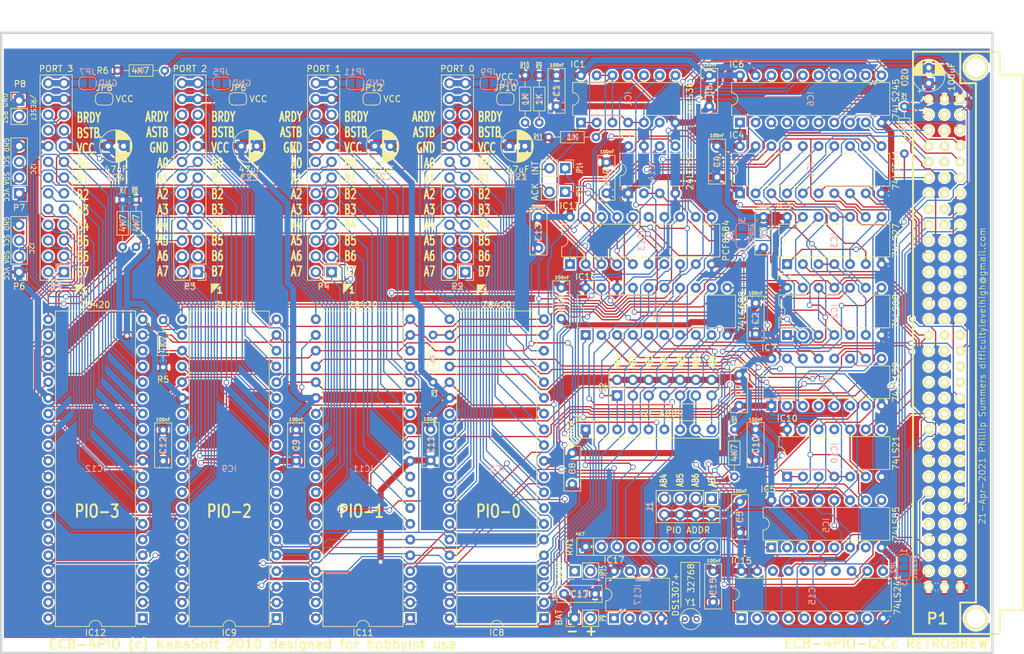
<source format=kicad_pcb>
(kicad_pcb (version 20171130) (host pcbnew "(5.1.9)-1")
  (title_block (title ECB-PIO-I2C) (date 2021-02-27) (rev R04) (company "Original design by Dr. Wolfgang Kabatzke") (comment 1 "Regeneration and correction of R03 by Phillip Summers difficultylevelhigh@gmail.com"))
  (layers (0 Vorderseite signal) (31 Rückseite signal) (34 B.Paste user) (35 F.Paste user) (36 B.SilkS user) (37 F.SilkS user) (38 B.Mask user) (39 F.Mask user) (44 Edge.Cuts user))
  (net 0 "")
  (net 1 //I/O-DECODE)
  (net 2 //IORQ)
  (net 3 /0A0)
  (net 4 /0A1)
  (net 5 /0A2)
  (net 6 /0A3)
  (net 7 /0A4)
  (net 8 /0A5)
  (net 9 /0A6)
  (net 10 /0A7)
  (net 11 /0ARDY)
  (net 12 /0ASTB)
  (net 13 /0B0)
  (net 14 /0B1)
  (net 15 /0B2)
  (net 16 /0B3)
  (net 17 /0B4)
  (net 18 /0B5)
  (net 19 /0B6)
  (net 20 /0B7)
  (net 21 /0BRDY)
  (net 22 /0BSTB)
  (net 23 /1A0)
  (net 24 /1A1)
  (net 25 /1A2)
  (net 26 /1A3)
  (net 27 /1A4)
  (net 28 /1A5)
  (net 29 /1A6)
  (net 30 /1A7)
  (net 31 /1ARDY)
  (net 32 /1ASTB)
  (net 33 /1B0)
  (net 34 /1B1)
  (net 35 /1B2)
  (net 36 /1B3)
  (net 37 /1B4)
  (net 38 /1B5)
  (net 39 /1B6)
  (net 40 /1B7)
  (net 41 /1BRDY)
  (net 42 /1BSTB)
  (net 43 /2A0)
  (net 44 /2A1)
  (net 45 /2A2)
  (net 46 /2A3)
  (net 47 /2A4)
  (net 48 /2A5)
  (net 49 /2A6)
  (net 50 /2A7)
  (net 51 /2ARDY)
  (net 52 /2ASTB)
  (net 53 /2B0)
  (net 54 /2B1)
  (net 55 /2B2)
  (net 56 /2B3)
  (net 57 /2B4)
  (net 58 /2B5)
  (net 59 /2B6)
  (net 60 /2B7)
  (net 61 /2BRDY)
  (net 62 /2BSTB)
  (net 63 /3A0)
  (net 64 /3A1)
  (net 65 /3A2)
  (net 66 /3A3)
  (net 67 /3A4)
  (net 68 /3A5)
  (net 69 /3A6)
  (net 70 /3A7)
  (net 71 /3ARDY)
  (net 72 /3ASTB)
  (net 73 /3B0)
  (net 74 /3B1)
  (net 75 /3B2)
  (net 76 /3B3)
  (net 77 /3B4)
  (net 78 /3B5)
  (net 79 /3B6)
  (net 80 /3B7)
  (net 81 /3BRDY)
  (net 82 /3BSTB)
  (net 83 /AB0)
  (net 84 /AB1)
  (net 85 /AB2)
  (net 86 /AB3)
  (net 87 /B_/INT)
  (net 88 /B_/IORQ)
  (net 89 /B_/M1)
  (net 90 /B_/PWCLR)
  (net 91 /B_/RESET)
  (net 92 /B_AB0)
  (net 93 /B_AB1)
  (net 94 /B_AB2)
  (net 95 /B_AB3)
  (net 96 /B_AB4)
  (net 97 /B_AB5)
  (net 98 /B_AB6)
  (net 99 /B_AB7)
  (net 100 /B_DB0)
  (net 101 /B_DB1)
  (net 102 /B_DB2)
  (net 103 /B_DB3)
  (net 104 /B_DB4)
  (net 105 /B_DB5)
  (net 106 /B_DB6)
  (net 107 /B_DB7)
  (net 108 /B_IEI)
  (net 109 /B_IEO)
  (net 110 /B_PHI)
  (net 111 /DB0)
  (net 112 /DB1)
  (net 113 /DB2)
  (net 114 /DB3)
  (net 115 /DB4)
  (net 116 /DB5)
  (net 117 /DB6)
  (net 118 /DB7)
  (net 119 /IEI)
  (net 120 /PHI)
  (net 121 GND)
  (net 122 "Net-(IC2-Pad5)")
  (net 123 "Net-(IC2-Pad6)")
  (net 124 /IEO_0)
  (net 125 "Net-(IC2-Pad10)")
  (net 126 /IEO_2)
  (net 127 "Net-(IC2-Pad13)")
  (net 128 "Net-(IC3-Pad5)")
  (net 129 "Net-(IC3-Pad6)")
  (net 130 "Net-(IC5-Pad1)")
  (net 131 "Net-(IC5-Pad6)")
  (net 132 "Net-(IC5-Pad9)")
  (net 133 "Net-(IC5-Pad11)")
  (net 134 "Net-(IC5-Pad14)")
  (net 135 /IEO_1)
  (net 136 "Net-(IC10-Pad4)")
  (net 137 "Net-(IC10-Pad9)")
  (net 138 /B_/BAI)
  (net 139 VCC)
  (net 140 "Net-(JP8-Pad1)")
  (net 141 "Net-(JP5-Pad2)")
  (net 142 "Net-(JP12-Pad1)")
  (net 143 "Net-(JP9-Pad2)")
  (net 144 "Net-(JP11-Pad2)")
  (net 145 "Net-(JP7-Pad2)")
  (net 146 "Net-(JP10-Pad1)")
  (net 147 "Net-(JP6-Pad1)")
  (net 148 "Net-(IC13-Pad5)")
  (net 149 "Net-(IC13-Pad4)")
  (net 150 /~CE-PIO3)
  (net 151 /B_~WR)
  (net 152 /~WR)
  (net 153 /SCL)
  (net 154 /SDA)
  (net 155 /AB7)
  (net 156 /AB6)
  (net 157 /AB5)
  (net 158 /AB4)
  (net 159 "Net-(IC16-Pad9)")
  (net 160 "Net-(IC16-Pad7)")
  (net 161 "Net-(IC16-Pad5)")
  (net 162 "Net-(IC16-Pad3)")
  (net 163 "Net-(IC16-Pad12)")
  (net 164 "Net-(IC16-Pad16)")
  (net 165 "Net-(IC16-Pad14)")
  (net 166 /~INT)
  (net 167 "Net-(IC1-Pad12)")
  (net 168 "Net-(IC1-Pad6)")
  (net 169 "Net-(IC17-Pad3)")
  (net 170 "Net-(IC17-Pad2)")
  (net 171 "Net-(IC17-Pad1)")
  (net 172 /SQW)
  (net 173 /PU3)
  (net 174 /SMA1)
  (net 175 /~M1-PIO)
  (net 176 /~CE-PIO0)
  (net 177 /~CE-PIO1)
  (net 178 /~CE-PIO2)
  (net 179 /~RD)
  (net 180 /B_~RD)
  (net 181 /~CE-PCF)
  (module Connector_PinHeader_2.54mm:PinHeader_2x13_P2.54mm_Vertical (layer Vorderseite) (at 64.77 87.63 180)
    (fp_text reference P5 (at 1.27 -2.33 180) (layer F.SilkS))
    (fp_text value "PORT 3" (at 1.27 32.81 180) (layer F.SilkS))
    (fp_text user %R (at 1.27 -2.286) (layer B.SilkS) (effects (justify mirror)))
    (pad 26 thru_hole oval (at 2.54 30.48 180) (size 1.7 1.7) (drill 1) (layers *.Cu *.Mask) (net 145 "Net-(JP7-Pad2)"))
    (pad 25 thru_hole oval (at 0 30.48 180) (size 1.7 1.7) (drill 1) (layers *.Cu *.Mask) (net 145 "Net-(JP7-Pad2)"))
    (pad 24 thru_hole oval (at 2.54 27.94 180) (size 1.7 1.7) (drill 1) (layers *.Cu *.Mask) (net 140 "Net-(JP8-Pad1)"))
    (pad 23 thru_hole oval (at 0 27.94 180) (size 1.7 1.7) (drill 1) (layers *.Cu *.Mask) (net 140 "Net-(JP8-Pad1)"))
    (pad 22 thru_hole oval (at 2.54 25.4 180) (size 1.7 1.7) (drill 1) (layers *.Cu *.Mask) (net 71 /3ARDY))
    (pad 21 thru_hole oval (at 0 25.4 180) (size 1.7 1.7) (drill 1) (layers *.Cu *.Mask) (net 81 /3BRDY))
    (pad 20 thru_hole oval (at 2.54 22.86 180) (size 1.7 1.7) (drill 1) (layers *.Cu *.Mask) (net 72 /3ASTB))
    (pad 19 thru_hole oval (at 0 22.86 180) (size 1.7 1.7) (drill 1) (layers *.Cu *.Mask) (net 82 /3BSTB))
    (pad 18 thru_hole oval (at 2.54 20.32 180) (size 1.7 1.7) (drill 1) (layers *.Cu *.Mask) (net 121 GND))
    (pad 17 thru_hole oval (at 0 20.32 180) (size 1.7 1.7) (drill 1) (layers *.Cu *.Mask) (net 139 VCC))
    (pad 16 thru_hole oval (at 2.54 17.78 180) (size 1.7 1.7) (drill 1) (layers *.Cu *.Mask) (net 63 /3A0))
    (pad 15 thru_hole oval (at 0 17.78 180) (size 1.7 1.7) (drill 1) (layers *.Cu *.Mask) (net 73 /3B0))
    (pad 14 thru_hole oval (at 2.54 15.24 180) (size 1.7 1.7) (drill 1) (layers *.Cu *.Mask) (net 64 /3A1))
    (pad 13 thru_hole oval (at 0 15.24 180) (size 1.7 1.7) (drill 1) (layers *.Cu *.Mask) (net 74 /3B1))
    (pad 12 thru_hole oval (at 2.54 12.7 180) (size 1.7 1.7) (drill 1) (layers *.Cu *.Mask) (net 65 /3A2))
    (pad 11 thru_hole oval (at 0 12.7 180) (size 1.7 1.7) (drill 1) (layers *.Cu *.Mask) (net 75 /3B2))
    (pad 10 thru_hole oval (at 2.54 10.16 180) (size 1.7 1.7) (drill 1) (layers *.Cu *.Mask) (net 66 /3A3))
    (pad 9 thru_hole oval (at 0 10.16 180) (size 1.7 1.7) (drill 1) (layers *.Cu *.Mask) (net 76 /3B3))
    (pad 8 thru_hole oval (at 2.54 7.62 180) (size 1.7 1.7) (drill 1) (layers *.Cu *.Mask) (net 67 /3A4))
    (pad 7 thru_hole oval (at 0 7.62 180) (size 1.7 1.7) (drill 1) (layers *.Cu *.Mask) (net 77 /3B4))
    (pad 6 thru_hole oval (at 2.54 5.08 180) (size 1.7 1.7) (drill 1) (layers *.Cu *.Mask) (net 68 /3A5))
    (pad 5 thru_hole oval (at 0 5.08 180) (size 1.7 1.7) (drill 1) (layers *.Cu *.Mask) (net 78 /3B5))
    (pad 4 thru_hole oval (at 2.54 2.54 180) (size 1.7 1.7) (drill 1) (layers *.Cu *.Mask) (net 69 /3A6))
    (pad 3 thru_hole oval (at 0 2.54 180) (size 1.7 1.7) (drill 1) (layers *.Cu *.Mask) (net 79 /3B6))
    (pad 2 thru_hole oval (at 2.54 0 180) (size 1.7 1.7) (drill 1) (layers *.Cu *.Mask) (net 70 /3A7))
    (pad 1 thru_hole rect (at 0 0 180) (size 1.7 1.7) (drill 1) (layers *.Cu *.Mask) (net 80 /3B7))
  )
  (module Connector_PinHeader_2.54mm:PinHeader_2x13_P2.54mm_Vertical (layer Vorderseite) (at 129.54 87.63 180)
    (fp_text reference P2 (at 1.27 -2.33 180) (layer F.SilkS))
    (fp_text value "PORT 0" (at 1.27 32.81 180) (layer F.SilkS))
    (fp_text user %R (at 1.27 -2.286) (layer B.SilkS) (effects (justify mirror)))
    (pad 26 thru_hole oval (at 2.54 30.48 180) (size 1.7 1.7) (drill 1) (layers *.Cu *.Mask) (net 143 "Net-(JP9-Pad2)"))
    (pad 25 thru_hole oval (at 0 30.48 180) (size 1.7 1.7) (drill 1) (layers *.Cu *.Mask) (net 143 "Net-(JP9-Pad2)"))
    (pad 24 thru_hole oval (at 2.54 27.94 180) (size 1.7 1.7) (drill 1) (layers *.Cu *.Mask) (net 146 "Net-(JP10-Pad1)"))
    (pad 23 thru_hole oval (at 0 27.94 180) (size 1.7 1.7) (drill 1) (layers *.Cu *.Mask) (net 146 "Net-(JP10-Pad1)"))
    (pad 22 thru_hole oval (at 2.54 25.4 180) (size 1.7 1.7) (drill 1) (layers *.Cu *.Mask) (net 11 /0ARDY))
    (pad 21 thru_hole oval (at 0 25.4 180) (size 1.7 1.7) (drill 1) (layers *.Cu *.Mask) (net 21 /0BRDY))
    (pad 20 thru_hole oval (at 2.54 22.86 180) (size 1.7 1.7) (drill 1) (layers *.Cu *.Mask) (net 12 /0ASTB))
    (pad 19 thru_hole oval (at 0 22.86 180) (size 1.7 1.7) (drill 1) (layers *.Cu *.Mask) (net 22 /0BSTB))
    (pad 18 thru_hole oval (at 2.54 20.32 180) (size 1.7 1.7) (drill 1) (layers *.Cu *.Mask) (net 121 GND))
    (pad 17 thru_hole oval (at 0 20.32 180) (size 1.7 1.7) (drill 1) (layers *.Cu *.Mask) (net 139 VCC))
    (pad 16 thru_hole oval (at 2.54 17.78 180) (size 1.7 1.7) (drill 1) (layers *.Cu *.Mask) (net 3 /0A0))
    (pad 15 thru_hole oval (at 0 17.78 180) (size 1.7 1.7) (drill 1) (layers *.Cu *.Mask) (net 13 /0B0))
    (pad 14 thru_hole oval (at 2.54 15.24 180) (size 1.7 1.7) (drill 1) (layers *.Cu *.Mask) (net 4 /0A1))
    (pad 13 thru_hole oval (at 0 15.24 180) (size 1.7 1.7) (drill 1) (layers *.Cu *.Mask) (net 14 /0B1))
    (pad 12 thru_hole oval (at 2.54 12.7 180) (size 1.7 1.7) (drill 1) (layers *.Cu *.Mask) (net 5 /0A2))
    (pad 11 thru_hole oval (at 0 12.7 180) (size 1.7 1.7) (drill 1) (layers *.Cu *.Mask) (net 15 /0B2))
    (pad 10 thru_hole oval (at 2.54 10.16 180) (size 1.7 1.7) (drill 1) (layers *.Cu *.Mask) (net 6 /0A3))
    (pad 9 thru_hole oval (at 0 10.16 180) (size 1.7 1.7) (drill 1) (layers *.Cu *.Mask) (net 16 /0B3))
    (pad 8 thru_hole oval (at 2.54 7.62 180) (size 1.7 1.7) (drill 1) (layers *.Cu *.Mask) (net 7 /0A4))
    (pad 7 thru_hole oval (at 0 7.62 180) (size 1.7 1.7) (drill 1) (layers *.Cu *.Mask) (net 17 /0B4))
    (pad 6 thru_hole oval (at 2.54 5.08 180) (size 1.7 1.7) (drill 1) (layers *.Cu *.Mask) (net 8 /0A5))
    (pad 5 thru_hole oval (at 0 5.08 180) (size 1.7 1.7) (drill 1) (layers *.Cu *.Mask) (net 18 /0B5))
    (pad 4 thru_hole oval (at 2.54 2.54 180) (size 1.7 1.7) (drill 1) (layers *.Cu *.Mask) (net 9 /0A6))
    (pad 3 thru_hole oval (at 0 2.54 180) (size 1.7 1.7) (drill 1) (layers *.Cu *.Mask) (net 19 /0B6))
    (pad 2 thru_hole oval (at 2.54 0 180) (size 1.7 1.7) (drill 1) (layers *.Cu *.Mask) (net 10 /0A7))
    (pad 1 thru_hole rect (at 0 0 180) (size 1.7 1.7) (drill 1) (layers *.Cu *.Mask) (net 20 /0B7))
  )
  (module Crystal:Crystal_Round_D3.0mm_Vertical (layer Vorderseite) (at 164.973 143.637)
    (fp_text reference Y1 (at 0.95 -2.7) (layer F.SilkS))
    (fp_text value 32768 (at 1.016 -6.604 90) (layer F.SilkS))
    (pad 2 thru_hole circle (at 1.9 0) (size 1 1) (drill 0.5) (layers *.Cu *.Mask) (net 171 "Net-(IC17-Pad1)"))
    (pad 1 thru_hole circle (at 0 0) (size 1 1) (drill 0.5) (layers *.Cu *.Mask) (net 170 "Net-(IC17-Pad2)"))
  )
  (module Package_DIP:DIP-40_W15.24mm (layer Vorderseite) (at 142.24 143.51 180)
    (fp_text reference IC8 (at 7.62 -2.33) (layer F.SilkS))
    (fp_text value Z8420 (at 7.62 50.59) (layer F.SilkS))
    (fp_text user %R (at 7.62 24.13) (layer B.SilkS) (effects (justify mirror)))
    (pad 1 thru_hole rect (at 0 0 180) (size 1.6 1.6) (drill 0.8) (layers *.Cu *.Mask) (net 113 /DB2))
    (pad 21 thru_hole oval (at 15.24 48.26 180) (size 1.6 1.6) (drill 0.8) (layers *.Cu *.Mask) (net 21 /0BRDY))
    (pad 2 thru_hole oval (at 0 2.54 180) (size 1.6 1.6) (drill 0.8) (layers *.Cu *.Mask) (net 118 /DB7))
    (pad 22 thru_hole oval (at 15.24 45.72 180) (size 1.6 1.6) (drill 0.8) (layers *.Cu *.Mask) (net 125 "Net-(IC2-Pad10)"))
    (pad 3 thru_hole oval (at 0 5.08 180) (size 1.6 1.6) (drill 0.8) (layers *.Cu *.Mask) (net 117 /DB6))
    (pad 23 thru_hole oval (at 15.24 43.18 180) (size 1.6 1.6) (drill 0.8) (layers *.Cu *.Mask) (net 166 /~INT))
    (pad 4 thru_hole oval (at 0 7.62 180) (size 1.6 1.6) (drill 0.8) (layers *.Cu *.Mask) (net 176 /~CE-PIO0))
    (pad 24 thru_hole oval (at 15.24 40.64 180) (size 1.6 1.6) (drill 0.8) (layers *.Cu *.Mask) (net 119 /IEI))
    (pad 5 thru_hole oval (at 0 10.16 180) (size 1.6 1.6) (drill 0.8) (layers *.Cu *.Mask) (net 84 /AB1))
    (pad 25 thru_hole oval (at 15.24 38.1 180) (size 1.6 1.6) (drill 0.8) (layers *.Cu *.Mask) (net 120 /PHI))
    (pad 6 thru_hole oval (at 0 12.7 180) (size 1.6 1.6) (drill 0.8) (layers *.Cu *.Mask) (net 83 /AB0))
    (pad 26 thru_hole oval (at 15.24 35.56 180) (size 1.6 1.6) (drill 0.8) (layers *.Cu *.Mask) (net 139 VCC))
    (pad 7 thru_hole oval (at 0 15.24 180) (size 1.6 1.6) (drill 0.8) (layers *.Cu *.Mask) (net 10 /0A7))
    (pad 27 thru_hole oval (at 15.24 33.02 180) (size 1.6 1.6) (drill 0.8) (layers *.Cu *.Mask) (net 13 /0B0))
    (pad 8 thru_hole oval (at 0 17.78 180) (size 1.6 1.6) (drill 0.8) (layers *.Cu *.Mask) (net 9 /0A6))
    (pad 28 thru_hole oval (at 15.24 30.48 180) (size 1.6 1.6) (drill 0.8) (layers *.Cu *.Mask) (net 14 /0B1))
    (pad 9 thru_hole oval (at 0 20.32 180) (size 1.6 1.6) (drill 0.8) (layers *.Cu *.Mask) (net 8 /0A5))
    (pad 29 thru_hole oval (at 15.24 27.94 180) (size 1.6 1.6) (drill 0.8) (layers *.Cu *.Mask) (net 15 /0B2))
    (pad 10 thru_hole oval (at 0 22.86 180) (size 1.6 1.6) (drill 0.8) (layers *.Cu *.Mask) (net 7 /0A4))
    (pad 30 thru_hole oval (at 15.24 25.4 180) (size 1.6 1.6) (drill 0.8) (layers *.Cu *.Mask) (net 16 /0B3))
    (pad 11 thru_hole oval (at 0 25.4 180) (size 1.6 1.6) (drill 0.8) (layers *.Cu *.Mask) (net 121 GND))
    (pad 31 thru_hole oval (at 15.24 22.86 180) (size 1.6 1.6) (drill 0.8) (layers *.Cu *.Mask) (net 17 /0B4))
    (pad 12 thru_hole oval (at 0 27.94 180) (size 1.6 1.6) (drill 0.8) (layers *.Cu *.Mask) (net 6 /0A3))
    (pad 32 thru_hole oval (at 15.24 20.32 180) (size 1.6 1.6) (drill 0.8) (layers *.Cu *.Mask) (net 18 /0B5))
    (pad 13 thru_hole oval (at 0 30.48 180) (size 1.6 1.6) (drill 0.8) (layers *.Cu *.Mask) (net 5 /0A2))
    (pad 33 thru_hole oval (at 15.24 17.78 180) (size 1.6 1.6) (drill 0.8) (layers *.Cu *.Mask) (net 19 /0B6))
    (pad 14 thru_hole oval (at 0 33.02 180) (size 1.6 1.6) (drill 0.8) (layers *.Cu *.Mask) (net 4 /0A1))
    (pad 34 thru_hole oval (at 15.24 15.24 180) (size 1.6 1.6) (drill 0.8) (layers *.Cu *.Mask) (net 20 /0B7))
    (pad 15 thru_hole oval (at 0 35.56 180) (size 1.6 1.6) (drill 0.8) (layers *.Cu *.Mask) (net 3 /0A0))
    (pad 35 thru_hole oval (at 15.24 12.7 180) (size 1.6 1.6) (drill 0.8) (layers *.Cu *.Mask) (net 179 /~RD))
    (pad 16 thru_hole oval (at 0 38.1 180) (size 1.6 1.6) (drill 0.8) (layers *.Cu *.Mask) (net 12 /0ASTB))
    (pad 36 thru_hole oval (at 15.24 10.16 180) (size 1.6 1.6) (drill 0.8) (layers *.Cu *.Mask) (net 2 //IORQ))
    (pad 17 thru_hole oval (at 0 40.64 180) (size 1.6 1.6) (drill 0.8) (layers *.Cu *.Mask) (net 22 /0BSTB))
    (pad 37 thru_hole oval (at 15.24 7.62 180) (size 1.6 1.6) (drill 0.8) (layers *.Cu *.Mask) (net 175 /~M1-PIO))
    (pad 18 thru_hole oval (at 0 43.18 180) (size 1.6 1.6) (drill 0.8) (layers *.Cu *.Mask) (net 11 /0ARDY))
    (pad 38 thru_hole oval (at 15.24 5.08 180) (size 1.6 1.6) (drill 0.8) (layers *.Cu *.Mask) (net 116 /DB5))
    (pad 19 thru_hole oval (at 0 45.72 180) (size 1.6 1.6) (drill 0.8) (layers *.Cu *.Mask) (net 111 /DB0))
    (pad 39 thru_hole oval (at 15.24 2.54 180) (size 1.6 1.6) (drill 0.8) (layers *.Cu *.Mask) (net 115 /DB4))
    (pad 20 thru_hole oval (at 0 48.26 180) (size 1.6 1.6) (drill 0.8) (layers *.Cu *.Mask) (net 112 /DB1))
    (pad 40 thru_hole oval (at 15.24 0 180) (size 1.6 1.6) (drill 0.8) (layers *.Cu *.Mask) (net 114 /DB3))
  )
  (module Package_DIP:DIP-40_W15.24mm (layer Vorderseite) (at 120.65 143.51 180)
    (fp_text reference IC11 (at 7.62 -2.33) (layer F.SilkS))
    (fp_text value Z8420 (at 7.62 50.59) (layer F.SilkS))
    (fp_text user %R (at 7.62 24.13) (layer B.SilkS) (effects (justify mirror)))
    (pad 1 thru_hole rect (at 0 0 180) (size 1.6 1.6) (drill 0.8) (layers *.Cu *.Mask) (net 113 /DB2))
    (pad 21 thru_hole oval (at 15.24 48.26 180) (size 1.6 1.6) (drill 0.8) (layers *.Cu *.Mask) (net 41 /1BRDY))
    (pad 2 thru_hole oval (at 0 2.54 180) (size 1.6 1.6) (drill 0.8) (layers *.Cu *.Mask) (net 118 /DB7))
    (pad 22 thru_hole oval (at 15.24 45.72 180) (size 1.6 1.6) (drill 0.8) (layers *.Cu *.Mask) (net 136 "Net-(IC10-Pad4)"))
    (pad 3 thru_hole oval (at 0 5.08 180) (size 1.6 1.6) (drill 0.8) (layers *.Cu *.Mask) (net 117 /DB6))
    (pad 23 thru_hole oval (at 15.24 43.18 180) (size 1.6 1.6) (drill 0.8) (layers *.Cu *.Mask) (net 166 /~INT))
    (pad 4 thru_hole oval (at 0 7.62 180) (size 1.6 1.6) (drill 0.8) (layers *.Cu *.Mask) (net 177 /~CE-PIO1))
    (pad 24 thru_hole oval (at 15.24 40.64 180) (size 1.6 1.6) (drill 0.8) (layers *.Cu *.Mask) (net 124 /IEO_0))
    (pad 5 thru_hole oval (at 0 10.16 180) (size 1.6 1.6) (drill 0.8) (layers *.Cu *.Mask) (net 84 /AB1))
    (pad 25 thru_hole oval (at 15.24 38.1 180) (size 1.6 1.6) (drill 0.8) (layers *.Cu *.Mask) (net 120 /PHI))
    (pad 6 thru_hole oval (at 0 12.7 180) (size 1.6 1.6) (drill 0.8) (layers *.Cu *.Mask) (net 83 /AB0))
    (pad 26 thru_hole oval (at 15.24 35.56 180) (size 1.6 1.6) (drill 0.8) (layers *.Cu *.Mask) (net 139 VCC))
    (pad 7 thru_hole oval (at 0 15.24 180) (size 1.6 1.6) (drill 0.8) (layers *.Cu *.Mask) (net 30 /1A7))
    (pad 27 thru_hole oval (at 15.24 33.02 180) (size 1.6 1.6) (drill 0.8) (layers *.Cu *.Mask) (net 33 /1B0))
    (pad 8 thru_hole oval (at 0 17.78 180) (size 1.6 1.6) (drill 0.8) (layers *.Cu *.Mask) (net 29 /1A6))
    (pad 28 thru_hole oval (at 15.24 30.48 180) (size 1.6 1.6) (drill 0.8) (layers *.Cu *.Mask) (net 34 /1B1))
    (pad 9 thru_hole oval (at 0 20.32 180) (size 1.6 1.6) (drill 0.8) (layers *.Cu *.Mask) (net 28 /1A5))
    (pad 29 thru_hole oval (at 15.24 27.94 180) (size 1.6 1.6) (drill 0.8) (layers *.Cu *.Mask) (net 35 /1B2))
    (pad 10 thru_hole oval (at 0 22.86 180) (size 1.6 1.6) (drill 0.8) (layers *.Cu *.Mask) (net 27 /1A4))
    (pad 30 thru_hole oval (at 15.24 25.4 180) (size 1.6 1.6) (drill 0.8) (layers *.Cu *.Mask) (net 36 /1B3))
    (pad 11 thru_hole oval (at 0 25.4 180) (size 1.6 1.6) (drill 0.8) (layers *.Cu *.Mask) (net 121 GND))
    (pad 31 thru_hole oval (at 15.24 22.86 180) (size 1.6 1.6) (drill 0.8) (layers *.Cu *.Mask) (net 37 /1B4))
    (pad 12 thru_hole oval (at 0 27.94 180) (size 1.6 1.6) (drill 0.8) (layers *.Cu *.Mask) (net 26 /1A3))
    (pad 32 thru_hole oval (at 15.24 20.32 180) (size 1.6 1.6) (drill 0.8) (layers *.Cu *.Mask) (net 38 /1B5))
    (pad 13 thru_hole oval (at 0 30.48 180) (size 1.6 1.6) (drill 0.8) (layers *.Cu *.Mask) (net 25 /1A2))
    (pad 33 thru_hole oval (at 15.24 17.78 180) (size 1.6 1.6) (drill 0.8) (layers *.Cu *.Mask) (net 39 /1B6))
    (pad 14 thru_hole oval (at 0 33.02 180) (size 1.6 1.6) (drill 0.8) (layers *.Cu *.Mask) (net 24 /1A1))
    (pad 34 thru_hole oval (at 15.24 15.24 180) (size 1.6 1.6) (drill 0.8) (layers *.Cu *.Mask) (net 40 /1B7))
    (pad 15 thru_hole oval (at 0 35.56 180) (size 1.6 1.6) (drill 0.8) (layers *.Cu *.Mask) (net 23 /1A0))
    (pad 35 thru_hole oval (at 15.24 12.7 180) (size 1.6 1.6) (drill 0.8) (layers *.Cu *.Mask) (net 179 /~RD))
    (pad 16 thru_hole oval (at 0 38.1 180) (size 1.6 1.6) (drill 0.8) (layers *.Cu *.Mask) (net 32 /1ASTB))
    (pad 36 thru_hole oval (at 15.24 10.16 180) (size 1.6 1.6) (drill 0.8) (layers *.Cu *.Mask) (net 2 //IORQ))
    (pad 17 thru_hole oval (at 0 40.64 180) (size 1.6 1.6) (drill 0.8) (layers *.Cu *.Mask) (net 42 /1BSTB))
    (pad 37 thru_hole oval (at 15.24 7.62 180) (size 1.6 1.6) (drill 0.8) (layers *.Cu *.Mask) (net 175 /~M1-PIO))
    (pad 18 thru_hole oval (at 0 43.18 180) (size 1.6 1.6) (drill 0.8) (layers *.Cu *.Mask) (net 31 /1ARDY))
    (pad 38 thru_hole oval (at 15.24 5.08 180) (size 1.6 1.6) (drill 0.8) (layers *.Cu *.Mask) (net 116 /DB5))
    (pad 19 thru_hole oval (at 0 45.72 180) (size 1.6 1.6) (drill 0.8) (layers *.Cu *.Mask) (net 111 /DB0))
    (pad 39 thru_hole oval (at 15.24 2.54 180) (size 1.6 1.6) (drill 0.8) (layers *.Cu *.Mask) (net 115 /DB4))
    (pad 20 thru_hole oval (at 0 48.26 180) (size 1.6 1.6) (drill 0.8) (layers *.Cu *.Mask) (net 112 /DB1))
    (pad 40 thru_hole oval (at 15.24 0 180) (size 1.6 1.6) (drill 0.8) (layers *.Cu *.Mask) (net 114 /DB3))
  )
  (module Package_DIP:DIP-40_W15.24mm (layer Vorderseite) (at 99.06 143.51 180)
    (fp_text reference IC9 (at 7.62 -2.33) (layer F.SilkS))
    (fp_text value Z8420 (at 7.62 50.59) (layer F.SilkS))
    (fp_text user %R (at 7.62 24.13) (layer B.SilkS) (effects (justify mirror)))
    (pad 1 thru_hole rect (at 0 0 180) (size 1.6 1.6) (drill 0.8) (layers *.Cu *.Mask) (net 113 /DB2))
    (pad 21 thru_hole oval (at 15.24 48.26 180) (size 1.6 1.6) (drill 0.8) (layers *.Cu *.Mask) (net 61 /2BRDY))
    (pad 2 thru_hole oval (at 0 2.54 180) (size 1.6 1.6) (drill 0.8) (layers *.Cu *.Mask) (net 118 /DB7))
    (pad 22 thru_hole oval (at 15.24 45.72 180) (size 1.6 1.6) (drill 0.8) (layers *.Cu *.Mask) (net 127 "Net-(IC2-Pad13)"))
    (pad 3 thru_hole oval (at 0 5.08 180) (size 1.6 1.6) (drill 0.8) (layers *.Cu *.Mask) (net 117 /DB6))
    (pad 23 thru_hole oval (at 15.24 43.18 180) (size 1.6 1.6) (drill 0.8) (layers *.Cu *.Mask) (net 166 /~INT))
    (pad 4 thru_hole oval (at 0 7.62 180) (size 1.6 1.6) (drill 0.8) (layers *.Cu *.Mask) (net 178 /~CE-PIO2))
    (pad 24 thru_hole oval (at 15.24 40.64 180) (size 1.6 1.6) (drill 0.8) (layers *.Cu *.Mask) (net 135 /IEO_1))
    (pad 5 thru_hole oval (at 0 10.16 180) (size 1.6 1.6) (drill 0.8) (layers *.Cu *.Mask) (net 84 /AB1))
    (pad 25 thru_hole oval (at 15.24 38.1 180) (size 1.6 1.6) (drill 0.8) (layers *.Cu *.Mask) (net 120 /PHI))
    (pad 6 thru_hole oval (at 0 12.7 180) (size 1.6 1.6) (drill 0.8) (layers *.Cu *.Mask) (net 83 /AB0))
    (pad 26 thru_hole oval (at 15.24 35.56 180) (size 1.6 1.6) (drill 0.8) (layers *.Cu *.Mask) (net 139 VCC))
    (pad 7 thru_hole oval (at 0 15.24 180) (size 1.6 1.6) (drill 0.8) (layers *.Cu *.Mask) (net 50 /2A7))
    (pad 27 thru_hole oval (at 15.24 33.02 180) (size 1.6 1.6) (drill 0.8) (layers *.Cu *.Mask) (net 53 /2B0))
    (pad 8 thru_hole oval (at 0 17.78 180) (size 1.6 1.6) (drill 0.8) (layers *.Cu *.Mask) (net 49 /2A6))
    (pad 28 thru_hole oval (at 15.24 30.48 180) (size 1.6 1.6) (drill 0.8) (layers *.Cu *.Mask) (net 54 /2B1))
    (pad 9 thru_hole oval (at 0 20.32 180) (size 1.6 1.6) (drill 0.8) (layers *.Cu *.Mask) (net 48 /2A5))
    (pad 29 thru_hole oval (at 15.24 27.94 180) (size 1.6 1.6) (drill 0.8) (layers *.Cu *.Mask) (net 55 /2B2))
    (pad 10 thru_hole oval (at 0 22.86 180) (size 1.6 1.6) (drill 0.8) (layers *.Cu *.Mask) (net 47 /2A4))
    (pad 30 thru_hole oval (at 15.24 25.4 180) (size 1.6 1.6) (drill 0.8) (layers *.Cu *.Mask) (net 56 /2B3))
    (pad 11 thru_hole oval (at 0 25.4 180) (size 1.6 1.6) (drill 0.8) (layers *.Cu *.Mask) (net 121 GND))
    (pad 31 thru_hole oval (at 15.24 22.86 180) (size 1.6 1.6) (drill 0.8) (layers *.Cu *.Mask) (net 57 /2B4))
    (pad 12 thru_hole oval (at 0 27.94 180) (size 1.6 1.6) (drill 0.8) (layers *.Cu *.Mask) (net 46 /2A3))
    (pad 32 thru_hole oval (at 15.24 20.32 180) (size 1.6 1.6) (drill 0.8) (layers *.Cu *.Mask) (net 58 /2B5))
    (pad 13 thru_hole oval (at 0 30.48 180) (size 1.6 1.6) (drill 0.8) (layers *.Cu *.Mask) (net 45 /2A2))
    (pad 33 thru_hole oval (at 15.24 17.78 180) (size 1.6 1.6) (drill 0.8) (layers *.Cu *.Mask) (net 59 /2B6))
    (pad 14 thru_hole oval (at 0 33.02 180) (size 1.6 1.6) (drill 0.8) (layers *.Cu *.Mask) (net 44 /2A1))
    (pad 34 thru_hole oval (at 15.24 15.24 180) (size 1.6 1.6) (drill 0.8) (layers *.Cu *.Mask) (net 60 /2B7))
    (pad 15 thru_hole oval (at 0 35.56 180) (size 1.6 1.6) (drill 0.8) (layers *.Cu *.Mask) (net 43 /2A0))
    (pad 35 thru_hole oval (at 15.24 12.7 180) (size 1.6 1.6) (drill 0.8) (layers *.Cu *.Mask) (net 179 /~RD))
    (pad 16 thru_hole oval (at 0 38.1 180) (size 1.6 1.6) (drill 0.8) (layers *.Cu *.Mask) (net 52 /2ASTB))
    (pad 36 thru_hole oval (at 15.24 10.16 180) (size 1.6 1.6) (drill 0.8) (layers *.Cu *.Mask) (net 2 //IORQ))
    (pad 17 thru_hole oval (at 0 40.64 180) (size 1.6 1.6) (drill 0.8) (layers *.Cu *.Mask) (net 62 /2BSTB))
    (pad 37 thru_hole oval (at 15.24 7.62 180) (size 1.6 1.6) (drill 0.8) (layers *.Cu *.Mask) (net 175 /~M1-PIO))
    (pad 18 thru_hole oval (at 0 43.18 180) (size 1.6 1.6) (drill 0.8) (layers *.Cu *.Mask) (net 51 /2ARDY))
    (pad 38 thru_hole oval (at 15.24 5.08 180) (size 1.6 1.6) (drill 0.8) (layers *.Cu *.Mask) (net 116 /DB5))
    (pad 19 thru_hole oval (at 0 45.72 180) (size 1.6 1.6) (drill 0.8) (layers *.Cu *.Mask) (net 111 /DB0))
    (pad 39 thru_hole oval (at 15.24 2.54 180) (size 1.6 1.6) (drill 0.8) (layers *.Cu *.Mask) (net 115 /DB4))
    (pad 20 thru_hole oval (at 0 48.26 180) (size 1.6 1.6) (drill 0.8) (layers *.Cu *.Mask) (net 112 /DB1))
    (pad 40 thru_hole oval (at 15.24 0 180) (size 1.6 1.6) (drill 0.8) (layers *.Cu *.Mask) (net 114 /DB3))
  )
  (module Package_DIP:DIP-20_W7.62mm (layer Vorderseite) (at 148.971 97.79 90)
    (fp_text reference IC16 (at 3.81 11.557 90) (layer B.SilkS) (effects (justify mirror)))
    (fp_text value 74LS688 (at 3.81 25.19 90) (layer F.SilkS))
    (fp_text user %R (at 9.398 0 180) (layer F.SilkS))
    (pad 20 thru_hole oval (at 7.62 0 90) (size 1.6 1.6) (drill 0.8) (layers *.Cu *.Mask) (net 139 VCC))
    (pad 10 thru_hole oval (at 0 22.86 90) (size 1.6 1.6) (drill 0.8) (layers *.Cu *.Mask) (net 121 GND))
    (pad 19 thru_hole oval (at 7.62 2.54 90) (size 1.6 1.6) (drill 0.8) (layers *.Cu *.Mask) (net 181 /~CE-PCF))
    (pad 9 thru_hole oval (at 0 20.32 90) (size 1.6 1.6) (drill 0.8) (layers *.Cu *.Mask) (net 159 "Net-(IC16-Pad9)"))
    (pad 18 thru_hole oval (at 7.62 5.08 90) (size 1.6 1.6) (drill 0.8) (layers *.Cu *.Mask) (net 139 VCC))
    (pad 8 thru_hole oval (at 0 17.78 90) (size 1.6 1.6) (drill 0.8) (layers *.Cu *.Mask) (net 158 /AB4))
    (pad 17 thru_hole oval (at 7.62 7.62 90) (size 1.6 1.6) (drill 0.8) (layers *.Cu *.Mask) (net 175 /~M1-PIO))
    (pad 7 thru_hole oval (at 0 15.24 90) (size 1.6 1.6) (drill 0.8) (layers *.Cu *.Mask) (net 160 "Net-(IC16-Pad7)"))
    (pad 16 thru_hole oval (at 7.62 10.16 90) (size 1.6 1.6) (drill 0.8) (layers *.Cu *.Mask) (net 164 "Net-(IC16-Pad16)"))
    (pad 6 thru_hole oval (at 0 12.7 90) (size 1.6 1.6) (drill 0.8) (layers *.Cu *.Mask) (net 157 /AB5))
    (pad 15 thru_hole oval (at 7.62 12.7 90) (size 1.6 1.6) (drill 0.8) (layers *.Cu *.Mask) (net 84 /AB1))
    (pad 5 thru_hole oval (at 0 10.16 90) (size 1.6 1.6) (drill 0.8) (layers *.Cu *.Mask) (net 161 "Net-(IC16-Pad5)"))
    (pad 14 thru_hole oval (at 7.62 15.24 90) (size 1.6 1.6) (drill 0.8) (layers *.Cu *.Mask) (net 165 "Net-(IC16-Pad14)"))
    (pad 4 thru_hole oval (at 0 7.62 90) (size 1.6 1.6) (drill 0.8) (layers *.Cu *.Mask) (net 156 /AB6))
    (pad 13 thru_hole oval (at 7.62 17.78 90) (size 1.6 1.6) (drill 0.8) (layers *.Cu *.Mask) (net 85 /AB2))
    (pad 3 thru_hole oval (at 0 5.08 90) (size 1.6 1.6) (drill 0.8) (layers *.Cu *.Mask) (net 162 "Net-(IC16-Pad3)"))
    (pad 12 thru_hole oval (at 7.62 20.32 90) (size 1.6 1.6) (drill 0.8) (layers *.Cu *.Mask) (net 163 "Net-(IC16-Pad12)"))
    (pad 2 thru_hole oval (at 0 2.54 90) (size 1.6 1.6) (drill 0.8) (layers *.Cu *.Mask) (net 155 /AB7))
    (pad 11 thru_hole oval (at 7.62 22.86 90) (size 1.6 1.6) (drill 0.8) (layers *.Cu *.Mask) (net 86 /AB3))
    (pad 1 thru_hole rect (at 0 0 90) (size 1.6 1.6) (drill 0.8) (layers *.Cu *.Mask) (net 2 //IORQ))
  )
  (module Jumper:SolderJumper-3_P1.3mm_Bridged12_RoundedPad1.0x1.5mm_NumberLabels (layer Rückseite) (at 174.244 81.788 90)
    (fp_text reference JP1 (at 0 -1.651 270) (layer B.SilkS) (effects (font (size 0.72 0.72)) (justify mirror)))
    (fp_text value ADRSEL (at 0 1.651 270) (layer B.SilkS) (effects (font (size 0.72 0.72) (thickness 0.125)) (justify mirror)))
    (fp_poly (pts (xy -0.9 0.3) (xy -0.4 0.3) (xy -0.4 -0.3) (xy -0.9 -0.3)) (layer Rückseite) (width 0))
    (fp_text user 1 (at -2.6 0 270) (layer B.SilkS) (effects (justify mirror)))
    (fp_text user 3 (at 2.6 0 270) (layer B.SilkS) (effects (justify mirror)))
    (pad 1 smd custom (at -1.3 0 90) (size 1 0.5) (layers Rückseite B.Mask) (net 121 GND) (options (clearance outline) (anchor rect)) (primitives (gr_poly (pts (xy 0.55 0.75) (xy 0 0.75) (xy 0 -0.75) (xy 0.55 -0.75)) (width 0)) (gr_circle (center 0 -0.25) (end 0.5 -0.25) (width 0)) (gr_circle (center 0 0.25) (end 0.5 0.25) (width 0))))
    (pad 2 smd rect (at 0 0 90) (size 1 1.5) (layers Rückseite B.Mask) (net 174 /SMA1))
    (pad 3 smd custom (at 1.3 0 90) (size 1 0.5) (layers Rückseite B.Mask) (net 139 VCC) (options (clearance outline) (anchor rect)) (primitives (gr_circle (center 0 -0.25) (end 0.5 -0.25) (width 0)) (gr_circle (center 0 0.25) (end 0.5 0.25) (width 0)) (gr_poly (pts (xy -0.55 0.75) (xy 0 0.75) (xy 0 -0.75) (xy -0.55 -0.75)) (width 0))))
  )
  (module Package_DIP:DIP-20_W7.62mm (layer Vorderseite) (at 146.429 86.36 90)
    (fp_text reference IC13 (at 3.81 11.557 90) (layer B.SilkS) (effects (justify mirror)))
    (fp_text value PCF8584 (at 3.81 25.19 90) (layer F.SilkS))
    (fp_text user %R (at 9.398 0 180) (layer F.SilkS))
    (pad 20 thru_hole oval (at 7.62 0 90) (size 1.6 1.6) (drill 0.8) (layers *.Cu *.Mask) (net 139 VCC))
    (pad 10 thru_hole oval (at 0 22.86 90) (size 1.6 1.6) (drill 0.8) (layers *.Cu *.Mask) (net 121 GND))
    (pad 19 thru_hole oval (at 7.62 2.54 90) (size 1.6 1.6) (drill 0.8) (layers *.Cu *.Mask) (net 91 /B_/RESET))
    (pad 9 thru_hole oval (at 0 20.32 90) (size 1.6 1.6) (drill 0.8) (layers *.Cu *.Mask) (net 113 /DB2))
    (pad 18 thru_hole oval (at 7.62 5.08 90) (size 1.6 1.6) (drill 0.8) (layers *.Cu *.Mask) (net 152 /~WR))
    (pad 8 thru_hole oval (at 0 17.78 90) (size 1.6 1.6) (drill 0.8) (layers *.Cu *.Mask) (net 112 /DB1))
    (pad 17 thru_hole oval (at 7.62 7.62 90) (size 1.6 1.6) (drill 0.8) (layers *.Cu *.Mask) (net 181 /~CE-PCF))
    (pad 7 thru_hole oval (at 0 15.24 90) (size 1.6 1.6) (drill 0.8) (layers *.Cu *.Mask) (net 111 /DB0))
    (pad 16 thru_hole oval (at 7.62 10.16 90) (size 1.6 1.6) (drill 0.8) (layers *.Cu *.Mask) (net 179 /~RD))
    (pad 6 thru_hole oval (at 0 12.7 90) (size 1.6 1.6) (drill 0.8) (layers *.Cu *.Mask) (net 83 /AB0))
    (pad 15 thru_hole oval (at 7.62 12.7 90) (size 1.6 1.6) (drill 0.8) (layers *.Cu *.Mask) (net 118 /DB7))
    (pad 5 thru_hole oval (at 0 10.16 90) (size 1.6 1.6) (drill 0.8) (layers *.Cu *.Mask) (net 148 "Net-(IC13-Pad5)"))
    (pad 14 thru_hole oval (at 7.62 15.24 90) (size 1.6 1.6) (drill 0.8) (layers *.Cu *.Mask) (net 117 /DB6))
    (pad 4 thru_hole oval (at 0 7.62 90) (size 1.6 1.6) (drill 0.8) (layers *.Cu *.Mask) (net 149 "Net-(IC13-Pad4)"))
    (pad 13 thru_hole oval (at 7.62 17.78 90) (size 1.6 1.6) (drill 0.8) (layers *.Cu *.Mask) (net 116 /DB5))
    (pad 3 thru_hole oval (at 0 5.08 90) (size 1.6 1.6) (drill 0.8) (layers *.Cu *.Mask) (net 153 /SCL))
    (pad 12 thru_hole oval (at 7.62 20.32 90) (size 1.6 1.6) (drill 0.8) (layers *.Cu *.Mask) (net 115 /DB4))
    (pad 2 thru_hole oval (at 0 2.54 90) (size 1.6 1.6) (drill 0.8) (layers *.Cu *.Mask) (net 154 /SDA))
    (pad 11 thru_hole oval (at 7.62 22.86 90) (size 1.6 1.6) (drill 0.8) (layers *.Cu *.Mask) (net 114 /DB3))
    (pad 1 thru_hole rect (at 0 0 90) (size 1.6 1.6) (drill 0.8) (layers *.Cu *.Mask) (net 120 /PHI))
  )
  (module Package_DIP:DIP-16_W7.62mm (layer Vorderseite) (at 178.94 109.22 90)
    (fp_text reference IC7 (at 3.81 8.997 90) (layer B.SilkS) (effects (justify mirror)))
    (fp_text value 74LS139 (at 3.81 20.11 90) (layer F.SilkS))
    (fp_text user %R (at 9.398 -0.401 180) (layer F.SilkS))
    (pad 16 thru_hole oval (at 7.62 0 90) (size 1.6 1.6) (drill 0.8) (layers *.Cu *.Mask) (net 139 VCC))
    (pad 8 thru_hole oval (at 0 17.78 90) (size 1.6 1.6) (drill 0.8) (layers *.Cu *.Mask) (net 121 GND))
    (pad 15 thru_hole oval (at 7.62 2.54 90) (size 1.6 1.6) (drill 0.8) (layers *.Cu *.Mask) (net 1 //I/O-DECODE))
    (pad 7 thru_hole oval (at 0 15.24 90) (size 1.6 1.6) (drill 0.8) (layers *.Cu *.Mask))
    (pad 14 thru_hole oval (at 7.62 5.08 90) (size 1.6 1.6) (drill 0.8) (layers *.Cu *.Mask) (net 85 /AB2))
    (pad 6 thru_hole oval (at 0 12.7 90) (size 1.6 1.6) (drill 0.8) (layers *.Cu *.Mask))
    (pad 13 thru_hole oval (at 7.62 7.62 90) (size 1.6 1.6) (drill 0.8) (layers *.Cu *.Mask) (net 86 /AB3))
    (pad 5 thru_hole oval (at 0 10.16 90) (size 1.6 1.6) (drill 0.8) (layers *.Cu *.Mask) (net 1 //I/O-DECODE))
    (pad 12 thru_hole oval (at 7.62 10.16 90) (size 1.6 1.6) (drill 0.8) (layers *.Cu *.Mask) (net 176 /~CE-PIO0))
    (pad 4 thru_hole oval (at 0 7.62 90) (size 1.6 1.6) (drill 0.8) (layers *.Cu *.Mask))
    (pad 11 thru_hole oval (at 7.62 12.7 90) (size 1.6 1.6) (drill 0.8) (layers *.Cu *.Mask) (net 177 /~CE-PIO1))
    (pad 3 thru_hole oval (at 0 5.08 90) (size 1.6 1.6) (drill 0.8) (layers *.Cu *.Mask) (net 2 //IORQ))
    (pad 10 thru_hole oval (at 7.62 15.24 90) (size 1.6 1.6) (drill 0.8) (layers *.Cu *.Mask) (net 178 /~CE-PIO2))
    (pad 2 thru_hole oval (at 0 2.54 90) (size 1.6 1.6) (drill 0.8) (layers *.Cu *.Mask) (net 131 "Net-(IC5-Pad6)"))
    (pad 9 thru_hole oval (at 7.62 17.78 90) (size 1.6 1.6) (drill 0.8) (layers *.Cu *.Mask) (net 150 /~CE-PIO3))
    (pad 1 thru_hole rect (at 0 0 90) (size 1.6 1.6) (drill 0.8) (layers *.Cu *.Mask) (net 121 GND))
  )
  (module Package_DIP:DIP-16_W7.62mm (layer Vorderseite) (at 178.94 132.08 90)
    (fp_text reference IC5 (at 3.556 8.87 90) (layer B.SilkS) (effects (justify mirror)))
    (fp_text value 74LS85 (at 3.81 20.11 90) (layer F.SilkS))
    (fp_text user %R (at 9.398 -0.528 180) (layer F.SilkS))
    (pad 16 thru_hole oval (at 7.62 0 90) (size 1.6 1.6) (drill 0.8) (layers *.Cu *.Mask) (net 139 VCC))
    (pad 8 thru_hole oval (at 0 17.78 90) (size 1.6 1.6) (drill 0.8) (layers *.Cu *.Mask) (net 121 GND))
    (pad 15 thru_hole oval (at 7.62 2.54 90) (size 1.6 1.6) (drill 0.8) (layers *.Cu *.Mask) (net 155 /AB7))
    (pad 7 thru_hole oval (at 0 15.24 90) (size 1.6 1.6) (drill 0.8) (layers *.Cu *.Mask))
    (pad 14 thru_hole oval (at 7.62 5.08 90) (size 1.6 1.6) (drill 0.8) (layers *.Cu *.Mask) (net 134 "Net-(IC5-Pad14)"))
    (pad 6 thru_hole oval (at 0 12.7 90) (size 1.6 1.6) (drill 0.8) (layers *.Cu *.Mask) (net 131 "Net-(IC5-Pad6)"))
    (pad 13 thru_hole oval (at 7.62 7.62 90) (size 1.6 1.6) (drill 0.8) (layers *.Cu *.Mask) (net 156 /AB6))
    (pad 5 thru_hole oval (at 0 10.16 90) (size 1.6 1.6) (drill 0.8) (layers *.Cu *.Mask))
    (pad 12 thru_hole oval (at 7.62 10.16 90) (size 1.6 1.6) (drill 0.8) (layers *.Cu *.Mask) (net 157 /AB5))
    (pad 4 thru_hole oval (at 0 7.62 90) (size 1.6 1.6) (drill 0.8) (layers *.Cu *.Mask))
    (pad 11 thru_hole oval (at 7.62 12.7 90) (size 1.6 1.6) (drill 0.8) (layers *.Cu *.Mask) (net 133 "Net-(IC5-Pad11)"))
    (pad 3 thru_hole oval (at 0 5.08 90) (size 1.6 1.6) (drill 0.8) (layers *.Cu *.Mask) (net 175 /~M1-PIO))
    (pad 10 thru_hole oval (at 7.62 15.24 90) (size 1.6 1.6) (drill 0.8) (layers *.Cu *.Mask) (net 158 /AB4))
    (pad 2 thru_hole oval (at 0 2.54 90) (size 1.6 1.6) (drill 0.8) (layers *.Cu *.Mask))
    (pad 9 thru_hole oval (at 7.62 17.78 90) (size 1.6 1.6) (drill 0.8) (layers *.Cu *.Mask) (net 132 "Net-(IC5-Pad9)"))
    (pad 1 thru_hole rect (at 0 0 90) (size 1.6 1.6) (drill 0.8) (layers *.Cu *.Mask) (net 130 "Net-(IC5-Pad1)"))
  )
  (module Capacitor_THT:C_Disc_D7.0mm_W2.5mm_P5.00mm (layer Vorderseite) (at 152.313 69.9135 270)
    (fp_text reference C14 (at 2.374 0 90) (layer B.SilkS) (effects (justify mirror)))
    (fp_text value 100nF (at -1.69 -0.127 180) (layer F.SilkS) (effects (font (size 0.5 0.5) (thickness 0.125))))
    (fp_text user %R (at 2.5 0 90) (layer F.SilkS))
    (pad 2 thru_hole circle (at 5 0 270) (size 1.6 1.6) (drill 0.8) (layers *.Cu *.Mask) (net 121 GND))
    (pad 1 thru_hole circle (at 0 0 270) (size 1.6 1.6) (drill 0.8) (layers *.Cu *.Mask) (net 139 VCC))
  )
  (module Resistor_THT:R_Axial_DIN0204_L3.6mm_D1.6mm_P7.62mm_Horizontal (layer Vorderseite) (at 143.002 65.8495)
    (fp_text reference R11 (at -1.7145 0) (layer F.SilkS) (effects (font (size 1 0.5) (thickness 0.125))))
    (fp_text value 1K (at 3.8735 0) (layer F.SilkS))
    (fp_text user %R (at 3.81 0) (layer B.SilkS) (effects (font (size 0.72 0.72) (thickness 0.108)) (justify mirror)))
    (pad 2 thru_hole oval (at 7.62 0) (size 1.4 1.4) (drill 0.7) (layers *.Cu *.Mask) (net 168 "Net-(IC1-Pad6)"))
    (pad 1 thru_hole circle (at 0 0) (size 1.4 1.4) (drill 0.7) (layers *.Cu *.Mask) (net 139 VCC))
  )
  (module Resistor_THT:R_Axial_DIN0204_L3.6mm_D1.6mm_P7.62mm_Horizontal (layer Vorderseite) (at 139.192 55.88 270)
    (fp_text reference R10 (at -1.5875 0.0635 180) (layer F.SilkS) (effects (font (size 1 0.5) (thickness 0.125))))
    (fp_text value 1K (at 3.8735 -0.0635 90) (layer F.SilkS))
    (fp_text user %R (at 3.81 0 90) (layer B.SilkS) (effects (font (size 0.72 0.72) (thickness 0.108)) (justify mirror)))
    (pad 2 thru_hole oval (at 7.62 0 270) (size 1.4 1.4) (drill 0.7) (layers *.Cu *.Mask) (net 173 /PU3))
    (pad 1 thru_hole circle (at 0 0 270) (size 1.4 1.4) (drill 0.7) (layers *.Cu *.Mask) (net 139 VCC))
  )
  (module Resistor_THT:R_Axial_DIN0204_L3.6mm_D1.6mm_P7.62mm_Horizontal (layer Vorderseite) (at 141.478 55.88 270)
    (fp_text reference R9 (at -1.5875 0.0635 180) (layer F.SilkS) (effects (font (size 1 0.5) (thickness 0.125))))
    (fp_text value 1K (at 3.8735 0 90) (layer F.SilkS))
    (fp_text user %R (at 3.81 0 90) (layer B.SilkS) (effects (font (size 0.72 0.72) (thickness 0.108)) (justify mirror)))
    (pad 2 thru_hole oval (at 7.62 0 270) (size 1.4 1.4) (drill 0.7) (layers *.Cu *.Mask) (net 167 "Net-(IC1-Pad12)"))
    (pad 1 thru_hole circle (at 0 0 270) (size 1.4 1.4) (drill 0.7) (layers *.Cu *.Mask) (net 139 VCC))
  )
  (module Package_DIP:DIP-20_W7.62mm (layer Vorderseite) (at 173.86 63.5 90)
    (fp_text reference IC6 (at 3.81 11.43 90) (layer B.SilkS) (effects (justify mirror)))
    (fp_text value 74LS245 (at 3.81 25.19 90) (layer F.SilkS))
    (fp_text user %R (at 9.398 -0.508 180) (layer F.SilkS))
    (pad 20 thru_hole oval (at 7.62 0 90) (size 1.6 1.6) (drill 0.8) (layers *.Cu *.Mask) (net 139 VCC))
    (pad 10 thru_hole oval (at 0 22.86 90) (size 1.6 1.6) (drill 0.8) (layers *.Cu *.Mask) (net 121 GND))
    (pad 19 thru_hole oval (at 7.62 2.54 90) (size 1.6 1.6) (drill 0.8) (layers *.Cu *.Mask) (net 121 GND))
    (pad 9 thru_hole oval (at 0 20.32 90) (size 1.6 1.6) (drill 0.8) (layers *.Cu *.Mask) (net 107 /B_DB7))
    (pad 18 thru_hole oval (at 7.62 5.08 90) (size 1.6 1.6) (drill 0.8) (layers *.Cu *.Mask) (net 111 /DB0))
    (pad 8 thru_hole oval (at 0 17.78 90) (size 1.6 1.6) (drill 0.8) (layers *.Cu *.Mask) (net 106 /B_DB6))
    (pad 17 thru_hole oval (at 7.62 7.62 90) (size 1.6 1.6) (drill 0.8) (layers *.Cu *.Mask) (net 112 /DB1))
    (pad 7 thru_hole oval (at 0 15.24 90) (size 1.6 1.6) (drill 0.8) (layers *.Cu *.Mask) (net 105 /B_DB5))
    (pad 16 thru_hole oval (at 7.62 10.16 90) (size 1.6 1.6) (drill 0.8) (layers *.Cu *.Mask) (net 113 /DB2))
    (pad 6 thru_hole oval (at 0 12.7 90) (size 1.6 1.6) (drill 0.8) (layers *.Cu *.Mask) (net 104 /B_DB4))
    (pad 15 thru_hole oval (at 7.62 12.7 90) (size 1.6 1.6) (drill 0.8) (layers *.Cu *.Mask) (net 114 /DB3))
    (pad 5 thru_hole oval (at 0 10.16 90) (size 1.6 1.6) (drill 0.8) (layers *.Cu *.Mask) (net 103 /B_DB3))
    (pad 14 thru_hole oval (at 7.62 15.24 90) (size 1.6 1.6) (drill 0.8) (layers *.Cu *.Mask) (net 115 /DB4))
    (pad 4 thru_hole oval (at 0 7.62 90) (size 1.6 1.6) (drill 0.8) (layers *.Cu *.Mask) (net 102 /B_DB2))
    (pad 13 thru_hole oval (at 7.62 17.78 90) (size 1.6 1.6) (drill 0.8) (layers *.Cu *.Mask) (net 116 /DB5))
    (pad 3 thru_hole oval (at 0 5.08 90) (size 1.6 1.6) (drill 0.8) (layers *.Cu *.Mask) (net 101 /B_DB1))
    (pad 12 thru_hole oval (at 7.62 20.32 90) (size 1.6 1.6) (drill 0.8) (layers *.Cu *.Mask) (net 117 /DB6))
    (pad 2 thru_hole oval (at 0 2.54 90) (size 1.6 1.6) (drill 0.8) (layers *.Cu *.Mask) (net 100 /B_DB0))
    (pad 11 thru_hole oval (at 7.62 22.86 90) (size 1.6 1.6) (drill 0.8) (layers *.Cu *.Mask) (net 118 /DB7))
    (pad 1 thru_hole rect (at 0 0 90) (size 1.6 1.6) (drill 0.8) (layers *.Cu *.Mask) (net 129 "Net-(IC3-Pad6)"))
  )
  (module Capacitor_THT:C_Disc_D7.0mm_W2.5mm_P5.00mm (layer Vorderseite) (at 150.495 139.573 180)
    (fp_text reference C17 (at 2.54 -0.127) (layer B.SilkS) (effects (justify mirror)))
    (fp_text value 100nF (at 6.604 0 90) (layer F.SilkS) (effects (font (size 0.5 0.5) (thickness 0.125))))
    (fp_text user %R (at 2.5 0) (layer F.SilkS))
    (pad 2 thru_hole circle (at 5 0 180) (size 1.6 1.6) (drill 0.8) (layers *.Cu *.Mask) (net 121 GND))
    (pad 1 thru_hole circle (at 0 0 180) (size 1.6 1.6) (drill 0.8) (layers *.Cu *.Mask) (net 139 VCC))
  )
  (module Connector_PinHeader_2.54mm:PinHeader_1x02_P2.54mm_Vertical (layer Vorderseite) (at 147.193 143.513 90)
    (fp_text reference P9 (at 0.003 4.572 90) (layer F.SilkS) (effects (font (size 1 0.5) (thickness 0.125))))
    (fp_text value BAT (at 0.13 -2.54 270) (layer F.SilkS))
    (pad 2 thru_hole oval (at 0 2.54 90) (size 1.7 1.7) (drill 1) (layers *.Cu *.Mask) (net 169 "Net-(IC17-Pad3)"))
    (pad 1 thru_hole rect (at 0 0 90) (size 1.7 1.7) (drill 1) (layers *.Cu *.Mask) (net 121 GND))
  )
  (module Connector_PinHeader_2.54mm:PinHeader_1x02_P2.54mm_Vertical (layer Vorderseite) (at 147.193 135.893 90)
    (fp_text reference JP15 (at 0 4.572 90) (layer F.SilkS) (effects (font (size 1 0.5) (thickness 0.125))))
    (fp_text value SQW (at 0.003 -2.54 270) (layer F.SilkS))
    (pad 2 thru_hole oval (at 0 2.54 90) (size 1.7 1.7) (drill 1) (layers *.Cu *.Mask) (net 172 /SQW))
    (pad 1 thru_hole rect (at 0 0 90) (size 1.7 1.7) (drill 1) (layers *.Cu *.Mask) (net 75 /3B2))
  )
  (module Package_DIP:DIP-8_W7.62mm (layer Vorderseite) (at 153.543 143.513 90)
    (fp_text reference IC17 (at 9.401 0 180) (layer F.SilkS))
    (fp_text value DS1307+ (at 3.81 9.95 90) (layer F.SilkS))
    (fp_text user %R (at 3.81 3.81 90) (layer B.SilkS) (effects (justify mirror)))
    (pad 8 thru_hole oval (at 7.62 0 90) (size 1.6 1.6) (drill 0.8) (layers *.Cu *.Mask) (net 139 VCC))
    (pad 4 thru_hole oval (at 0 7.62 90) (size 1.6 1.6) (drill 0.8) (layers *.Cu *.Mask) (net 121 GND))
    (pad 7 thru_hole oval (at 7.62 2.54 90) (size 1.6 1.6) (drill 0.8) (layers *.Cu *.Mask) (net 172 /SQW))
    (pad 3 thru_hole oval (at 0 5.08 90) (size 1.6 1.6) (drill 0.8) (layers *.Cu *.Mask) (net 169 "Net-(IC17-Pad3)"))
    (pad 6 thru_hole oval (at 7.62 5.08 90) (size 1.6 1.6) (drill 0.8) (layers *.Cu *.Mask) (net 153 /SCL))
    (pad 2 thru_hole oval (at 0 2.54 90) (size 1.6 1.6) (drill 0.8) (layers *.Cu *.Mask) (net 170 "Net-(IC17-Pad2)"))
    (pad 5 thru_hole oval (at 7.62 7.62 90) (size 1.6 1.6) (drill 0.8) (layers *.Cu *.Mask) (net 154 /SDA))
    (pad 1 thru_hole rect (at 0 0 90) (size 1.6 1.6) (drill 0.8) (layers *.Cu *.Mask) (net 171 "Net-(IC17-Pad1)"))
  )
  (module Connector_PinHeader_2.54mm:PinHeader_2x04_P2.54mm_Vertical (layer Vorderseite) (at 169.291 124.206 270)
    (fp_text reference J1 (at 1.27 9.9695 270) (layer F.SilkS))
    (fp_text value "PIO ADDR" (at 5.08 3.81 180) (layer F.SilkS))
    (fp_text user %R (at 1.27 9.9695 270) (layer B.SilkS) (effects (justify mirror)))
    (pad 8 thru_hole oval (at 2.54 7.62 270) (size 1.7 1.7) (drill 1) (layers *.Cu *.Mask) (net 121 GND))
    (pad 7 thru_hole oval (at 0 7.62 270) (size 1.7 1.7) (drill 1) (layers *.Cu *.Mask) (net 132 "Net-(IC5-Pad9)"))
    (pad 6 thru_hole oval (at 2.54 5.08 270) (size 1.7 1.7) (drill 1) (layers *.Cu *.Mask) (net 121 GND))
    (pad 5 thru_hole oval (at 0 5.08 270) (size 1.7 1.7) (drill 1) (layers *.Cu *.Mask) (net 133 "Net-(IC5-Pad11)"))
    (pad 4 thru_hole oval (at 2.54 2.54 270) (size 1.7 1.7) (drill 1) (layers *.Cu *.Mask) (net 121 GND))
    (pad 3 thru_hole oval (at 0 2.54 270) (size 1.7 1.7) (drill 1) (layers *.Cu *.Mask) (net 134 "Net-(IC5-Pad14)"))
    (pad 2 thru_hole oval (at 2.54 0 270) (size 1.7 1.7) (drill 1) (layers *.Cu *.Mask) (net 121 GND))
    (pad 1 thru_hole rect (at 0 0 270) (size 1.7 1.7) (drill 1) (layers *.Cu *.Mask) (net 130 "Net-(IC5-Pad1)"))
  )
  (module Resistor_THT:R_Array_SIP9 (layer Vorderseite) (at 148.971 131.953)
    (fp_text reference RN1 (at -2.6035 0 90) (layer F.SilkS))
    (fp_text value 4K7 (at -0.889 -2.032) (layer F.SilkS) (effects (font (size 0.5 0.5) (thickness 0.125))))
    (pad 9 thru_hole oval (at 20.32 0) (size 1.6 1.6) (drill 0.8) (layers *.Cu *.Mask) (net 87 /B_/INT))
    (pad 8 thru_hole oval (at 17.78 0) (size 1.6 1.6) (drill 0.8) (layers *.Cu *.Mask) (net 130 "Net-(IC5-Pad1)"))
    (pad 7 thru_hole oval (at 15.24 0) (size 1.6 1.6) (drill 0.8) (layers *.Cu *.Mask) (net 134 "Net-(IC5-Pad14)"))
    (pad 6 thru_hole oval (at 12.7 0) (size 1.6 1.6) (drill 0.8) (layers *.Cu *.Mask) (net 133 "Net-(IC5-Pad11)"))
    (pad 5 thru_hole oval (at 10.16 0) (size 1.6 1.6) (drill 0.8) (layers *.Cu *.Mask) (net 132 "Net-(IC5-Pad9)"))
    (pad 4 thru_hole oval (at 7.62 0) (size 1.6 1.6) (drill 0.8) (layers *.Cu *.Mask) (net 172 /SQW))
    (pad 3 thru_hole oval (at 5.08 0) (size 1.6 1.6) (drill 0.8) (layers *.Cu *.Mask) (net 166 /~INT))
    (pad 2 thru_hole oval (at 2.54 0) (size 1.6 1.6) (drill 0.8) (layers *.Cu *.Mask) (net 120 /PHI))
    (pad 1 thru_hole rect (at 0 0) (size 1.6 1.6) (drill 0.8) (layers *.Cu *.Mask) (net 139 VCC))
  )
  (module Package_DIP:DIP-14_W7.62mm (layer Vorderseite) (at 148.209 63.5 90)
    (fp_text reference IC1 (at 9.398 -0.508 180) (layer F.SilkS))
    (fp_text value 74LS38 (at 3.81 17.57 90) (layer F.SilkS))
    (fp_text user %R (at 3.81 7.62 90) (layer B.SilkS) (effects (justify mirror)))
    (pad 14 thru_hole oval (at 7.62 0 90) (size 1.6 1.6) (drill 0.8) (layers *.Cu *.Mask) (net 139 VCC))
    (pad 7 thru_hole oval (at 0 15.24 90) (size 1.6 1.6) (drill 0.8) (layers *.Cu *.Mask) (net 121 GND))
    (pad 13 thru_hole oval (at 7.62 2.54 90) (size 1.6 1.6) (drill 0.8) (layers *.Cu *.Mask) (net 167 "Net-(IC1-Pad12)"))
    (pad 6 thru_hole oval (at 0 12.7 90) (size 1.6 1.6) (drill 0.8) (layers *.Cu *.Mask) (net 168 "Net-(IC1-Pad6)"))
    (pad 12 thru_hole oval (at 7.62 5.08 90) (size 1.6 1.6) (drill 0.8) (layers *.Cu *.Mask) (net 167 "Net-(IC1-Pad12)"))
    (pad 5 thru_hole oval (at 0 10.16 90) (size 1.6 1.6) (drill 0.8) (layers *.Cu *.Mask) (net 173 /PU3))
    (pad 11 thru_hole oval (at 7.62 7.62 90) (size 1.6 1.6) (drill 0.8) (layers *.Cu *.Mask) (net 87 /B_/INT))
    (pad 4 thru_hole oval (at 0 7.62 90) (size 1.6 1.6) (drill 0.8) (layers *.Cu *.Mask) (net 173 /PU3))
    (pad 10 thru_hole oval (at 7.62 10.16 90) (size 1.6 1.6) (drill 0.8) (layers *.Cu *.Mask) (net 181 /~CE-PCF))
    (pad 3 thru_hole oval (at 0 5.08 90) (size 1.6 1.6) (drill 0.8) (layers *.Cu *.Mask) (net 167 "Net-(IC1-Pad12)"))
    (pad 9 thru_hole oval (at 7.62 12.7 90) (size 1.6 1.6) (drill 0.8) (layers *.Cu *.Mask) (net 1 //I/O-DECODE))
    (pad 2 thru_hole oval (at 0 2.54 90) (size 1.6 1.6) (drill 0.8) (layers *.Cu *.Mask) (net 166 /~INT))
    (pad 8 thru_hole oval (at 7.62 15.24 90) (size 1.6 1.6) (drill 0.8) (layers *.Cu *.Mask) (net 173 /PU3))
    (pad 1 thru_hole rect (at 0 0 90) (size 1.6 1.6) (drill 0.8) (layers *.Cu *.Mask) (net 166 /~INT))
  )
  (module Package_DIP:DIP-14_W7.62mm (layer Vorderseite) (at 181.48 97.79 90)
    (fp_text reference IC2 (at 3.81 7.64 90) (layer B.SilkS) (effects (justify mirror)))
    (fp_text value 74LS08 (at 3.81 17.57 90) (layer F.SilkS))
    (fp_text user %R (at 9.398 -0.488 180) (layer F.SilkS))
    (pad 14 thru_hole oval (at 7.62 0 90) (size 1.6 1.6) (drill 0.8) (layers *.Cu *.Mask) (net 139 VCC))
    (pad 7 thru_hole oval (at 0 15.24 90) (size 1.6 1.6) (drill 0.8) (layers *.Cu *.Mask) (net 121 GND))
    (pad 13 thru_hole oval (at 7.62 2.54 90) (size 1.6 1.6) (drill 0.8) (layers *.Cu *.Mask) (net 127 "Net-(IC2-Pad13)"))
    (pad 6 thru_hole oval (at 0 12.7 90) (size 1.6 1.6) (drill 0.8) (layers *.Cu *.Mask) (net 123 "Net-(IC2-Pad6)"))
    (pad 12 thru_hole oval (at 7.62 5.08 90) (size 1.6 1.6) (drill 0.8) (layers *.Cu *.Mask) (net 119 /IEI))
    (pad 5 thru_hole oval (at 0 10.16 90) (size 1.6 1.6) (drill 0.8) (layers *.Cu *.Mask) (net 122 "Net-(IC2-Pad5)"))
    (pad 11 thru_hole oval (at 7.62 7.62 90) (size 1.6 1.6) (drill 0.8) (layers *.Cu *.Mask) (net 126 /IEO_2))
    (pad 4 thru_hole oval (at 0 7.62 90) (size 1.6 1.6) (drill 0.8) (layers *.Cu *.Mask) (net 119 /IEI))
    (pad 10 thru_hole oval (at 7.62 10.16 90) (size 1.6 1.6) (drill 0.8) (layers *.Cu *.Mask) (net 125 "Net-(IC2-Pad10)"))
    (pad 3 thru_hole oval (at 0 5.08 90) (size 1.6 1.6) (drill 0.8) (layers *.Cu *.Mask) (net 175 /~M1-PIO))
    (pad 9 thru_hole oval (at 7.62 12.7 90) (size 1.6 1.6) (drill 0.8) (layers *.Cu *.Mask) (net 119 /IEI))
    (pad 2 thru_hole oval (at 0 2.54 90) (size 1.6 1.6) (drill 0.8) (layers *.Cu *.Mask) (net 91 /B_/RESET))
    (pad 8 thru_hole oval (at 7.62 15.24 90) (size 1.6 1.6) (drill 0.8) (layers *.Cu *.Mask) (net 124 /IEO_0))
    (pad 1 thru_hole rect (at 0 0 90) (size 1.6 1.6) (drill 0.8) (layers *.Cu *.Mask) (net 89 /B_/M1))
  )
  (module library:C96ABCMC (layer Vorderseite) (at 206.88 99.06 90)
    (fp_text reference P1 (at -44.5135 -1.14 180) (layer F.SilkS) (effects (font (size 1.778 1.778) (thickness 0.3048))))
    (fp_text value C96ABC hide)
    (pad HOLE thru_hole circle (at 44.45 5.08 90) (size 3.81 3.81) (drill 3.048) (layers *.Cu *.Mask F.SilkS))
    (pad HOLE thru_hole circle (at -44.45 5.08 90) (size 3.81 3.81) (drill 3.048) (layers *.Cu *.Mask F.SilkS))
    (pad C32 thru_hole circle (at -39.37 -2.54 90) (size 1.524 1.524) (drill 0.8128) (layers *.Cu *.Mask F.SilkS) (net 121 GND))
    (pad C31 thru_hole circle (at -36.83 -2.54 90) (size 1.524 1.524) (drill 0.8128) (layers *.Cu *.Mask F.SilkS) (net 91 /B_/RESET))
    (pad C30 thru_hole circle (at -34.29 -2.54 90) (size 1.524 1.524) (drill 0.8128) (layers *.Cu *.Mask F.SilkS))
    (pad C29 thru_hole circle (at -31.75 -2.54 90) (size 1.524 1.524) (drill 0.8128) (layers *.Cu *.Mask F.SilkS) (net 110 /B_PHI))
    (pad C28 thru_hole circle (at -29.21 -2.54 90) (size 1.524 1.524) (drill 0.8128) (layers *.Cu *.Mask F.SilkS))
    (pad C27 thru_hole circle (at -26.67 -2.54 90) (size 1.524 1.524) (drill 0.8128) (layers *.Cu *.Mask F.SilkS))
    (pad C26 thru_hole circle (at -24.13 -2.54 90) (size 1.524 1.524) (drill 0.8128) (layers *.Cu *.Mask F.SilkS) (net 90 /B_/PWCLR))
    (pad C25 thru_hole circle (at -21.59 -2.54 90) (size 1.524 1.524) (drill 0.8128) (layers *.Cu *.Mask F.SilkS))
    (pad C24 thru_hole circle (at -19.05 -2.54 90) (size 1.524 1.524) (drill 0.8128) (layers *.Cu *.Mask F.SilkS) (net 180 /B_~RD))
    (pad C23 thru_hole circle (at -16.51 -2.54 90) (size 1.524 1.524) (drill 0.8128) (layers *.Cu *.Mask F.SilkS))
    (pad C22 thru_hole circle (at -13.97 -2.54 90) (size 1.524 1.524) (drill 0.8128) (layers *.Cu *.Mask F.SilkS) (net 151 /B_~WR))
    (pad C21 thru_hole circle (at -11.43 -2.54 90) (size 1.524 1.524) (drill 0.8128) (layers *.Cu *.Mask F.SilkS) (net 87 /B_/INT))
    (pad C20 thru_hole circle (at -8.89 -2.54 90) (size 1.524 1.524) (drill 0.8128) (layers *.Cu *.Mask F.SilkS))
    (pad C19 thru_hole circle (at -6.35 -2.54 90) (size 1.524 1.524) (drill 0.8128) (layers *.Cu *.Mask F.SilkS))
    (pad C18 thru_hole circle (at -3.81 -2.54 90) (size 1.524 1.524) (drill 0.8128) (layers *.Cu *.Mask F.SilkS))
    (pad C17 thru_hole circle (at -1.27 -2.54 90) (size 1.524 1.524) (drill 0.8128) (layers *.Cu *.Mask F.SilkS))
    (pad C16 thru_hole circle (at 1.27 -2.54 90) (size 1.524 1.524) (drill 0.8128) (layers *.Cu *.Mask F.SilkS) (net 109 /B_IEO))
    (pad C15 thru_hole circle (at 3.81 -2.54 90) (size 1.524 1.524) (drill 0.8128) (layers *.Cu *.Mask F.SilkS))
    (pad C14 thru_hole circle (at 6.35 -2.54 90) (size 1.524 1.524) (drill 0.8128) (layers *.Cu *.Mask F.SilkS) (net 101 /B_DB1))
    (pad C13 thru_hole circle (at 8.89 -2.54 90) (size 1.524 1.524) (drill 0.8128) (layers *.Cu *.Mask F.SilkS))
    (pad C12 thru_hole circle (at 11.43 -2.54 90) (size 1.524 1.524) (drill 0.8128) (layers *.Cu *.Mask F.SilkS))
    (pad C11 thru_hole circle (at 13.97 -2.54 90) (size 1.524 1.524) (drill 0.8128) (layers *.Cu *.Mask F.SilkS) (net 108 /B_IEI))
    (pad C10 thru_hole circle (at 16.51 -2.54 90) (size 1.524 1.524) (drill 0.8128) (layers *.Cu *.Mask F.SilkS))
    (pad C9 thru_hole circle (at 19.05 -2.54 90) (size 1.524 1.524) (drill 0.8128) (layers *.Cu *.Mask F.SilkS) (net 99 /B_AB7))
    (pad C8 thru_hole circle (at 21.59 -2.54 90) (size 1.524 1.524) (drill 0.8128) (layers *.Cu *.Mask F.SilkS))
    (pad C7 thru_hole circle (at 24.13 -2.54 90) (size 1.524 1.524) (drill 0.8128) (layers *.Cu *.Mask F.SilkS) (net 93 /B_AB1))
    (pad C6 thru_hole circle (at 26.67 -2.54 90) (size 1.524 1.524) (drill 0.8128) (layers *.Cu *.Mask F.SilkS) (net 95 /B_AB3))
    (pad C5 thru_hole circle (at 29.21 -2.54 90) (size 1.524 1.524) (drill 0.8128) (layers *.Cu *.Mask F.SilkS) (net 92 /B_AB0))
    (pad C4 thru_hole circle (at 31.75 -2.54 90) (size 1.524 1.524) (drill 0.8128) (layers *.Cu *.Mask F.SilkS) (net 102 /B_DB2))
    (pad C3 thru_hole circle (at 34.29 -2.54 90) (size 1.524 1.524) (drill 0.8128) (layers *.Cu *.Mask F.SilkS) (net 107 /B_DB7))
    (pad C2 thru_hole circle (at 36.83 -2.54 90) (size 1.524 1.524) (drill 0.8128) (layers *.Cu *.Mask F.SilkS) (net 100 /B_DB0))
    (pad C1 thru_hole circle (at 39.37 -2.54 90) (size 1.524 1.524) (drill 0.8128) (layers *.Cu *.Mask F.SilkS) (net 139 VCC))
    (pad B32 thru_hole circle (at -39.37 0 90) (size 1.524 1.524) (drill 0.8128) (layers *.Cu *.Mask F.SilkS) (net 121 GND))
    (pad B31 thru_hole circle (at -36.83 0 90) (size 1.524 1.524) (drill 0.8128) (layers *.Cu *.Mask F.SilkS))
    (pad B30 thru_hole circle (at -34.29 0 90) (size 1.524 1.524) (drill 0.8128) (layers *.Cu *.Mask F.SilkS))
    (pad B29 thru_hole circle (at -31.75 0 90) (size 1.524 1.524) (drill 0.8128) (layers *.Cu *.Mask F.SilkS))
    (pad B28 thru_hole circle (at -29.21 0 90) (size 1.524 1.524) (drill 0.8128) (layers *.Cu *.Mask F.SilkS))
    (pad B27 thru_hole circle (at -26.67 0 90) (size 1.524 1.524) (drill 0.8128) (layers *.Cu *.Mask F.SilkS))
    (pad B26 thru_hole circle (at -24.13 0 90) (size 1.524 1.524) (drill 0.8128) (layers *.Cu *.Mask F.SilkS))
    (pad B25 thru_hole circle (at -21.59 0 90) (size 1.524 1.524) (drill 0.8128) (layers *.Cu *.Mask F.SilkS))
    (pad B24 thru_hole circle (at -19.05 0 90) (size 1.524 1.524) (drill 0.8128) (layers *.Cu *.Mask F.SilkS))
    (pad B23 thru_hole circle (at -16.51 0 90) (size 1.524 1.524) (drill 0.8128) (layers *.Cu *.Mask F.SilkS))
    (pad B22 thru_hole circle (at -13.97 0 90) (size 1.524 1.524) (drill 0.8128) (layers *.Cu *.Mask F.SilkS))
    (pad B21 thru_hole circle (at -11.43 0 90) (size 1.524 1.524) (drill 0.8128) (layers *.Cu *.Mask F.SilkS))
    (pad B20 thru_hole circle (at -8.89 0 90) (size 1.524 1.524) (drill 0.8128) (layers *.Cu *.Mask F.SilkS))
    (pad B19 thru_hole circle (at -6.35 0 90) (size 1.524 1.524) (drill 0.8128) (layers *.Cu *.Mask F.SilkS))
    (pad B18 thru_hole circle (at -3.81 0 90) (size 1.524 1.524) (drill 0.8128) (layers *.Cu *.Mask F.SilkS))
    (pad B17 thru_hole circle (at -1.27 0 90) (size 1.524 1.524) (drill 0.8128) (layers *.Cu *.Mask F.SilkS))
    (pad B16 thru_hole circle (at 1.27 0 90) (size 1.524 1.524) (drill 0.8128) (layers *.Cu *.Mask F.SilkS))
    (pad B15 thru_hole circle (at 3.81 0 90) (size 1.524 1.524) (drill 0.8128) (layers *.Cu *.Mask F.SilkS))
    (pad B14 thru_hole circle (at 6.35 0 90) (size 1.524 1.524) (drill 0.8128) (layers *.Cu *.Mask F.SilkS))
    (pad B13 thru_hole circle (at 8.89 0 90) (size 1.524 1.524) (drill 0.8128) (layers *.Cu *.Mask F.SilkS))
    (pad B12 thru_hole circle (at 11.43 0 90) (size 1.524 1.524) (drill 0.8128) (layers *.Cu *.Mask F.SilkS))
    (pad B11 thru_hole circle (at 13.97 0 90) (size 1.524 1.524) (drill 0.8128) (layers *.Cu *.Mask F.SilkS))
    (pad B10 thru_hole circle (at 16.51 0 90) (size 1.524 1.524) (drill 0.8128) (layers *.Cu *.Mask F.SilkS))
    (pad B9 thru_hole circle (at 19.05 0 90) (size 1.524 1.524) (drill 0.8128) (layers *.Cu *.Mask F.SilkS))
    (pad B8 thru_hole circle (at 21.59 0 90) (size 1.524 1.524) (drill 0.8128) (layers *.Cu *.Mask F.SilkS))
    (pad B7 thru_hole circle (at 24.13 0 90) (size 1.524 1.524) (drill 0.8128) (layers *.Cu *.Mask F.SilkS))
    (pad B6 thru_hole circle (at 26.67 0 90) (size 1.524 1.524) (drill 0.8128) (layers *.Cu *.Mask F.SilkS))
    (pad B5 thru_hole circle (at 29.21 0 90) (size 1.524 1.524) (drill 0.8128) (layers *.Cu *.Mask F.SilkS))
    (pad B4 thru_hole circle (at 31.75 0 90) (size 1.524 1.524) (drill 0.8128) (layers *.Cu *.Mask F.SilkS))
    (pad B3 thru_hole circle (at 34.29 0 90) (size 1.524 1.524) (drill 0.8128) (layers *.Cu *.Mask F.SilkS))
    (pad B2 thru_hole circle (at 36.83 0 90) (size 1.524 1.524) (drill 0.8128) (layers *.Cu *.Mask F.SilkS))
    (pad B1 thru_hole circle (at 39.37 0 90) (size 1.524 1.524) (drill 0.8128) (layers *.Cu *.Mask F.SilkS) (net 139 VCC))
    (pad A32 thru_hole circle (at -39.37 2.54 90) (size 1.524 1.524) (drill 0.8128) (layers *.Cu *.Mask F.SilkS) (net 121 GND))
    (pad A31 thru_hole circle (at -36.83 2.54 90) (size 1.524 1.524) (drill 0.8128) (layers *.Cu *.Mask F.SilkS))
    (pad A30 thru_hole circle (at -34.29 2.54 90) (size 1.524 1.524) (drill 0.8128) (layers *.Cu *.Mask F.SilkS))
    (pad A29 thru_hole circle (at -31.75 2.54 90) (size 1.524 1.524) (drill 0.8128) (layers *.Cu *.Mask F.SilkS))
    (pad A28 thru_hole circle (at -29.21 2.54 90) (size 1.524 1.524) (drill 0.8128) (layers *.Cu *.Mask F.SilkS))
    (pad A27 thru_hole circle (at -26.67 2.54 90) (size 1.524 1.524) (drill 0.8128) (layers *.Cu *.Mask F.SilkS) (net 88 /B_/IORQ))
    (pad A26 thru_hole circle (at -24.13 2.54 90) (size 1.524 1.524) (drill 0.8128) (layers *.Cu *.Mask F.SilkS))
    (pad A25 thru_hole circle (at -21.59 2.54 90) (size 1.524 1.524) (drill 0.8128) (layers *.Cu *.Mask F.SilkS))
    (pad A24 thru_hole circle (at -19.05 2.54 90) (size 1.524 1.524) (drill 0.8128) (layers *.Cu *.Mask F.SilkS))
    (pad A23 thru_hole circle (at -16.51 2.54 90) (size 1.524 1.524) (drill 0.8128) (layers *.Cu *.Mask F.SilkS))
    (pad A22 thru_hole circle (at -13.97 2.54 90) (size 1.524 1.524) (drill 0.8128) (layers *.Cu *.Mask F.SilkS))
    (pad A21 thru_hole circle (at -11.43 2.54 90) (size 1.524 1.524) (drill 0.8128) (layers *.Cu *.Mask F.SilkS))
    (pad A20 thru_hole circle (at -8.89 2.54 90) (size 1.524 1.524) (drill 0.8128) (layers *.Cu *.Mask F.SilkS) (net 89 /B_/M1))
    (pad A19 thru_hole circle (at -6.35 2.54 90) (size 1.524 1.524) (drill 0.8128) (layers *.Cu *.Mask F.SilkS))
    (pad A18 thru_hole circle (at -3.81 2.54 90) (size 1.524 1.524) (drill 0.8128) (layers *.Cu *.Mask F.SilkS))
    (pad A17 thru_hole circle (at -1.27 2.54 90) (size 1.524 1.524) (drill 0.8128) (layers *.Cu *.Mask F.SilkS) (net 138 /B_/BAI))
    (pad A16 thru_hole circle (at 1.27 2.54 90) (size 1.524 1.524) (drill 0.8128) (layers *.Cu *.Mask F.SilkS))
    (pad A15 thru_hole circle (at 3.81 2.54 90) (size 1.524 1.524) (drill 0.8128) (layers *.Cu *.Mask F.SilkS))
    (pad A14 thru_hole circle (at 6.35 2.54 90) (size 1.524 1.524) (drill 0.8128) (layers *.Cu *.Mask F.SilkS))
    (pad A13 thru_hole circle (at 8.89 2.54 90) (size 1.524 1.524) (drill 0.8128) (layers *.Cu *.Mask F.SilkS))
    (pad A12 thru_hole circle (at 11.43 2.54 90) (size 1.524 1.524) (drill 0.8128) (layers *.Cu *.Mask F.SilkS) (net 138 /B_/BAI))
    (pad A11 thru_hole circle (at 13.97 2.54 90) (size 1.524 1.524) (drill 0.8128) (layers *.Cu *.Mask F.SilkS))
    (pad A10 thru_hole circle (at 16.51 2.54 90) (size 1.524 1.524) (drill 0.8128) (layers *.Cu *.Mask F.SilkS))
    (pad A9 thru_hole circle (at 19.05 2.54 90) (size 1.524 1.524) (drill 0.8128) (layers *.Cu *.Mask F.SilkS) (net 98 /B_AB6))
    (pad A8 thru_hole circle (at 21.59 2.54 90) (size 1.524 1.524) (drill 0.8128) (layers *.Cu *.Mask F.SilkS) (net 97 /B_AB5))
    (pad A7 thru_hole circle (at 24.13 2.54 90) (size 1.524 1.524) (drill 0.8128) (layers *.Cu *.Mask F.SilkS) (net 96 /B_AB4))
    (pad A6 thru_hole circle (at 26.67 2.54 90) (size 1.524 1.524) (drill 0.8128) (layers *.Cu *.Mask F.SilkS) (net 94 /B_AB2))
    (pad A5 thru_hole circle (at 29.21 2.54 90) (size 1.524 1.524) (drill 0.8128) (layers *.Cu *.Mask F.SilkS) (net 104 /B_DB4))
    (pad A4 thru_hole circle (at 31.75 2.54 90) (size 1.524 1.524) (drill 0.8128) (layers *.Cu *.Mask F.SilkS) (net 103 /B_DB3))
    (pad A3 thru_hole circle (at 34.29 2.54 90) (size 1.524 1.524) (drill 0.8128) (layers *.Cu *.Mask F.SilkS) (net 106 /B_DB6))
    (pad A2 thru_hole circle (at 36.83 2.54 90) (size 1.524 1.524) (drill 0.8128) (layers *.Cu *.Mask F.SilkS) (net 105 /B_DB5))
    (pad A1 thru_hole rect (at 39.37 2.54 90) (size 1.524 1.524) (drill 0.8128) (layers *.Cu *.Mask F.SilkS) (net 139 VCC))
  )
  (module Connector_PinHeader_2.54mm:PinHeader_1x02_P2.54mm_Vertical (layer Vorderseite) (at 57.531 59.94)
    (fp_text reference P8 (at 0.127 -2.667) (layer F.SilkS))
    (fp_text value /RESET (at 2.286 1.147 -90 unlocked) (layer F.SilkS) (effects (font (size 0.75 0.75) (thickness 0.125))))
    (pad 2 thru_hole oval (at 0 2.54) (size 1.7 1.7) (drill 1) (layers *.Cu *.Mask) (net 91 /B_/RESET))
    (pad 1 thru_hole rect (at 0 0) (size 1.7 1.7) (drill 1) (layers *.Cu *.Mask) (net 121 GND))
  )
  (module Connector_PinHeader_2.54mm:PinHeader_1x04_P2.54mm_Vertical (layer Vorderseite) (at 57.531 74.93 180)
    (fp_text reference P7 (at 0 -2.33) (layer F.SilkS))
    (fp_text value I2C (at -2.286 3.937 270 unlocked) (layer F.SilkS) (effects (font (size 0.75 0.75) (thickness 0.125))))
    (pad 4 thru_hole oval (at 0 7.62 180) (size 1.7 1.7) (drill 1) (layers *.Cu *.Mask) (net 121 GND))
    (pad 3 thru_hole oval (at 0 5.08 180) (size 1.7 1.7) (drill 1) (layers *.Cu *.Mask) (net 153 /SCL))
    (pad 2 thru_hole oval (at 0 2.54 180) (size 1.7 1.7) (drill 1) (layers *.Cu *.Mask) (net 154 /SDA))
    (pad 1 thru_hole rect (at 0 0 180) (size 1.7 1.7) (drill 1) (layers *.Cu *.Mask) (net 139 VCC))
  )
  (module Package_DIP:DIP-14_W7.62mm (layer Vorderseite) (at 181.48 86.36 90)
    (fp_text reference IC3 (at 9.398 -0.488 180) (layer F.SilkS))
    (fp_text value 74LS27 (at 3.81 17.57 90) (layer F.SilkS))
    (fp_text user %R (at 3.81 7.62 90) (layer B.SilkS) (effects (justify mirror)))
    (pad 14 thru_hole oval (at 7.62 0 90) (size 1.6 1.6) (drill 0.8) (layers *.Cu *.Mask) (net 139 VCC))
    (pad 7 thru_hole oval (at 0 15.24 90) (size 1.6 1.6) (drill 0.8) (layers *.Cu *.Mask) (net 121 GND))
    (pad 13 thru_hole oval (at 7.62 2.54 90) (size 1.6 1.6) (drill 0.8) (layers *.Cu *.Mask) (net 175 /~M1-PIO))
    (pad 6 thru_hole oval (at 0 12.7 90) (size 1.6 1.6) (drill 0.8) (layers *.Cu *.Mask) (net 129 "Net-(IC3-Pad6)"))
    (pad 12 thru_hole oval (at 7.62 5.08 90) (size 1.6 1.6) (drill 0.8) (layers *.Cu *.Mask) (net 122 "Net-(IC2-Pad5)"))
    (pad 5 thru_hole oval (at 0 10.16 90) (size 1.6 1.6) (drill 0.8) (layers *.Cu *.Mask) (net 128 "Net-(IC3-Pad5)"))
    (pad 11 thru_hole oval (at 7.62 7.62 90) (size 1.6 1.6) (drill 0.8) (layers *.Cu *.Mask) (net 168 "Net-(IC1-Pad6)"))
    (pad 4 thru_hole oval (at 0 7.62 90) (size 1.6 1.6) (drill 0.8) (layers *.Cu *.Mask) (net 123 "Net-(IC2-Pad6)"))
    (pad 10 thru_hole oval (at 7.62 10.16 90) (size 1.6 1.6) (drill 0.8) (layers *.Cu *.Mask) (net 168 "Net-(IC1-Pad6)"))
    (pad 3 thru_hole oval (at 0 5.08 90) (size 1.6 1.6) (drill 0.8) (layers *.Cu *.Mask) (net 123 "Net-(IC2-Pad6)"))
    (pad 9 thru_hole oval (at 7.62 12.7 90) (size 1.6 1.6) (drill 0.8) (layers *.Cu *.Mask) (net 179 /~RD))
    (pad 2 thru_hole oval (at 0 2.54 90) (size 1.6 1.6) (drill 0.8) (layers *.Cu *.Mask) (net 109 /B_IEO))
    (pad 8 thru_hole oval (at 7.62 15.24 90) (size 1.6 1.6) (drill 0.8) (layers *.Cu *.Mask) (net 128 "Net-(IC3-Pad5)"))
    (pad 1 thru_hole rect (at 0 0 90) (size 1.6 1.6) (drill 0.8) (layers *.Cu *.Mask) (net 2 //IORQ))
  )
  (module Connector_PinHeader_2.54mm:PinHeader_1x04_P2.54mm_Vertical (layer Vorderseite) (at 57.531 87.631 180)
    (fp_text reference P6 (at 0 -2.33) (layer F.SilkS))
    (fp_text value I2C (at -2.032 3.811 270 unlocked) (layer F.SilkS) (effects (font (size 0.75 0.75) (thickness 0.125))))
    (pad 4 thru_hole oval (at 0 7.62 180) (size 1.7 1.7) (drill 1) (layers *.Cu *.Mask) (net 121 GND))
    (pad 3 thru_hole oval (at 0 5.08 180) (size 1.7 1.7) (drill 1) (layers *.Cu *.Mask) (net 153 /SCL))
    (pad 2 thru_hole oval (at 0 2.54 180) (size 1.7 1.7) (drill 1) (layers *.Cu *.Mask) (net 154 /SDA))
    (pad 1 thru_hole rect (at 0 0 180) (size 1.7 1.7) (drill 1) (layers *.Cu *.Mask) (net 139 VCC))
  )
  (module Capacitor_THT:C_Disc_D7.0mm_W2.5mm_P5.00mm (layer Vorderseite) (at 145.034 90.17 270)
    (fp_text reference C16 (at 2.54 0 90) (layer B.SilkS) (effects (justify mirror)))
    (fp_text value 100nF (at -1.651 -0.127 180) (layer F.SilkS) (effects (font (size 0.5 0.5) (thickness 0.125))))
    (fp_text user %R (at 2.5 0 90) (layer F.SilkS))
    (pad 2 thru_hole circle (at 5 0 270) (size 1.6 1.6) (drill 0.8) (layers *.Cu *.Mask) (net 121 GND))
    (pad 1 thru_hole circle (at 0 0 270) (size 1.6 1.6) (drill 0.8) (layers *.Cu *.Mask) (net 139 VCC))
  )
  (module Resistor_THT:R_Axial_DIN0204_L3.6mm_D1.6mm_P7.62mm_Horizontal (layer Vorderseite) (at 200.406 60.8965 270)
    (fp_text reference R1 (at -1.5875 0 180) (layer F.SilkS) (effects (font (size 1 0.5) (thickness 0.125))))
    (fp_text value 4K7 (at 3.8735 0 270) (layer F.SilkS) (effects (font (thickness 0.125))))
    (fp_text user %R (at 3.81 0 90) (layer B.SilkS) (effects (font (size 0.72 0.72) (thickness 0.108)) (justify mirror)))
    (pad 2 thru_hole oval (at 7.62 0 270) (size 1.4 1.4) (drill 0.7) (layers *.Cu *.Mask) (net 108 /B_IEI))
    (pad 1 thru_hole circle (at 0 0 270) (size 1.4 1.4) (drill 0.7) (layers *.Cu *.Mask) (net 139 VCC))
  )
  (module Jumper:SolderJumper-3_P1.3mm_Bridged12_RoundedPad1.0x1.5mm_NumberLabels (layer Rückseite) (at 200.3425 135.255 270)
    (fp_text reference JP2 (at 0 1.7145 270) (layer B.SilkS) (effects (font (size 0.72 0.72)) (justify mirror)))
    (fp_text value RESSEL (at 0 -1.7145 270) (layer B.SilkS) (effects (font (size 0.72 0.72)) (justify mirror)))
    (fp_poly (pts (xy -0.9 0.3) (xy -0.4 0.3) (xy -0.4 -0.3) (xy -0.9 -0.3)) (layer Rückseite) (width 0))
    (fp_text user 1 (at -2.6 0 270) (layer B.SilkS) (effects (justify mirror)))
    (fp_text user 3 (at 2.6 0 270) (layer B.SilkS) (effects (justify mirror)))
    (pad 1 smd custom (at -1.3 0 270) (size 1 0.5) (layers Rückseite B.Mask) (net 91 /B_/RESET) (options (clearance outline) (anchor rect)) (primitives (gr_poly (pts (xy 0.55 0.75) (xy 0 0.75) (xy 0 -0.75) (xy 0.55 -0.75)) (width 0)) (gr_circle (center 0 -0.25) (end 0.5 -0.25) (width 0)) (gr_circle (center 0 0.25) (end 0.5 0.25) (width 0))))
    (pad 2 smd rect (at 0 0 270) (size 1 1.5) (layers Rückseite B.Mask) (net 91 /B_/RESET))
    (pad 3 smd custom (at 1.3 0 270) (size 1 0.5) (layers Rückseite B.Mask) (net 90 /B_/PWCLR) (options (clearance outline) (anchor rect)) (primitives (gr_circle (center 0 -0.25) (end 0.5 -0.25) (width 0)) (gr_circle (center 0 0.25) (end 0.5 0.25) (width 0)) (gr_poly (pts (xy -0.55 0.75) (xy 0 0.75) (xy 0 -0.75) (xy -0.55 -0.75)) (width 0))))
  )
  (module Capacitor_THT:C_Disc_D7.0mm_W2.5mm_P5.00mm (layer Vorderseite) (at 169.545 135.89 270)
    (fp_text reference C15 (at 2.5 0 90) (layer B.SilkS) (effects (justify mirror)))
    (fp_text value 100nF (at -1.651 -0.127 180) (layer F.SilkS) (effects (font (size 0.5 0.5) (thickness 0.125))))
    (fp_text user %R (at 2.5 0 90) (layer F.SilkS))
    (pad 2 thru_hole circle (at 5 0 270) (size 1.6 1.6) (drill 0.8) (layers *.Cu *.Mask) (net 121 GND))
    (pad 1 thru_hole circle (at 0 0 270) (size 1.6 1.6) (drill 0.8) (layers *.Cu *.Mask) (net 139 VCC))
  )
  (module Connector_PinHeader_2.54mm:PinHeader_2x07_P2.54mm_Vertical (layer Vorderseite) (at 154.051 107.569 90)
    (fp_text reference J2 (at 1.27 -2.33 90) (layer F.SilkS))
    (fp_text value "I2C ADDR" (at -2.921 7.1755 180) (layer F.SilkS))
    (fp_text user %R (at 1.27 -2.3495 90) (layer B.SilkS) (effects (justify mirror)))
    (pad 14 thru_hole oval (at 2.54 15.24 90) (size 1.7 1.7) (drill 1) (layers *.Cu *.Mask) (net 139 VCC))
    (pad 13 thru_hole oval (at 0 15.24 90) (size 1.7 1.7) (drill 1) (layers *.Cu *.Mask) (net 162 "Net-(IC16-Pad3)"))
    (pad 12 thru_hole oval (at 2.54 12.7 90) (size 1.7 1.7) (drill 1) (layers *.Cu *.Mask) (net 139 VCC))
    (pad 11 thru_hole oval (at 0 12.7 90) (size 1.7 1.7) (drill 1) (layers *.Cu *.Mask) (net 161 "Net-(IC16-Pad5)"))
    (pad 10 thru_hole oval (at 2.54 10.16 90) (size 1.7 1.7) (drill 1) (layers *.Cu *.Mask) (net 139 VCC))
    (pad 9 thru_hole oval (at 0 10.16 90) (size 1.7 1.7) (drill 1) (layers *.Cu *.Mask) (net 160 "Net-(IC16-Pad7)"))
    (pad 8 thru_hole oval (at 2.54 7.62 90) (size 1.7 1.7) (drill 1) (layers *.Cu *.Mask) (net 139 VCC))
    (pad 7 thru_hole oval (at 0 7.62 90) (size 1.7 1.7) (drill 1) (layers *.Cu *.Mask) (net 159 "Net-(IC16-Pad9)"))
    (pad 6 thru_hole oval (at 2.54 5.08 90) (size 1.7 1.7) (drill 1) (layers *.Cu *.Mask) (net 139 VCC))
    (pad 5 thru_hole oval (at 0 5.08 90) (size 1.7 1.7) (drill 1) (layers *.Cu *.Mask) (net 163 "Net-(IC16-Pad12)"))
    (pad 4 thru_hole oval (at 2.54 2.54 90) (size 1.7 1.7) (drill 1) (layers *.Cu *.Mask) (net 139 VCC))
    (pad 3 thru_hole oval (at 0 2.54 90) (size 1.7 1.7) (drill 1) (layers *.Cu *.Mask) (net 165 "Net-(IC16-Pad14)"))
    (pad 2 thru_hole oval (at 2.54 0 90) (size 1.7 1.7) (drill 1) (layers *.Cu *.Mask) (net 139 VCC))
    (pad 1 thru_hole rect (at 0 0 90) (size 1.7 1.7) (drill 1) (layers *.Cu *.Mask) (net 164 "Net-(IC16-Pad16)"))
  )
  (module Resistor_THT:R_Array_SIP9 (layer Vorderseite) (at 148.971 113.03)
    (fp_text reference RN2 (at -2.4765 0 90) (layer F.SilkS))
    (fp_text value 10K (at -1.016 -2.032) (layer F.SilkS) (effects (font (size 0.5 0.5) (thickness 0.125))))
    (pad 9 thru_hole oval (at 20.32 0) (size 1.6 1.6) (drill 0.8) (layers *.Cu *.Mask) (net 162 "Net-(IC16-Pad3)"))
    (pad 8 thru_hole oval (at 17.78 0) (size 1.6 1.6) (drill 0.8) (layers *.Cu *.Mask) (net 161 "Net-(IC16-Pad5)"))
    (pad 7 thru_hole oval (at 15.24 0) (size 1.6 1.6) (drill 0.8) (layers *.Cu *.Mask) (net 160 "Net-(IC16-Pad7)"))
    (pad 6 thru_hole oval (at 12.7 0) (size 1.6 1.6) (drill 0.8) (layers *.Cu *.Mask) (net 159 "Net-(IC16-Pad9)"))
    (pad 5 thru_hole oval (at 10.16 0) (size 1.6 1.6) (drill 0.8) (layers *.Cu *.Mask) (net 163 "Net-(IC16-Pad12)"))
    (pad 4 thru_hole oval (at 7.62 0) (size 1.6 1.6) (drill 0.8) (layers *.Cu *.Mask) (net 165 "Net-(IC16-Pad14)"))
    (pad 3 thru_hole oval (at 5.08 0) (size 1.6 1.6) (drill 0.8) (layers *.Cu *.Mask) (net 164 "Net-(IC16-Pad16)"))
    (pad 2 thru_hole oval (at 2.54 0) (size 1.6 1.6) (drill 0.8) (layers *.Cu *.Mask))
    (pad 1 thru_hole rect (at 0 0) (size 1.6 1.6) (drill 0.8) (layers *.Cu *.Mask) (net 121 GND))
  )
  (module Package_DIP:DIP-20_W7.62mm (layer Vorderseite) (at 174.11 143.511 90)
    (fp_text reference IC15 (at 3.81 11.43 90) (layer B.SilkS) (effects (justify mirror)))
    (fp_text value 74LS241 (at 3.81 25.19 90) (layer F.SilkS))
    (fp_text user %R (at 9.272 0 180) (layer F.SilkS))
    (pad 20 thru_hole oval (at 7.62 0 90) (size 1.6 1.6) (drill 0.8) (layers *.Cu *.Mask) (net 139 VCC))
    (pad 10 thru_hole oval (at 0 22.86 90) (size 1.6 1.6) (drill 0.8) (layers *.Cu *.Mask) (net 121 GND))
    (pad 19 thru_hole oval (at 7.62 2.54 90) (size 1.6 1.6) (drill 0.8) (layers *.Cu *.Mask) (net 139 VCC))
    (pad 9 thru_hole oval (at 0 20.32 90) (size 1.6 1.6) (drill 0.8) (layers *.Cu *.Mask) (net 155 /AB7))
    (pad 18 thru_hole oval (at 7.62 5.08 90) (size 1.6 1.6) (drill 0.8) (layers *.Cu *.Mask))
    (pad 8 thru_hole oval (at 0 17.78 90) (size 1.6 1.6) (drill 0.8) (layers *.Cu *.Mask) (net 151 /B_~WR))
    (pad 17 thru_hole oval (at 7.62 7.62 90) (size 1.6 1.6) (drill 0.8) (layers *.Cu *.Mask) (net 96 /B_AB4))
    (pad 7 thru_hole oval (at 0 15.24 90) (size 1.6 1.6) (drill 0.8) (layers *.Cu *.Mask) (net 156 /AB6))
    (pad 16 thru_hole oval (at 7.62 10.16 90) (size 1.6 1.6) (drill 0.8) (layers *.Cu *.Mask))
    (pad 6 thru_hole oval (at 0 12.7 90) (size 1.6 1.6) (drill 0.8) (layers *.Cu *.Mask))
    (pad 15 thru_hole oval (at 7.62 12.7 90) (size 1.6 1.6) (drill 0.8) (layers *.Cu *.Mask) (net 97 /B_AB5))
    (pad 5 thru_hole oval (at 0 10.16 90) (size 1.6 1.6) (drill 0.8) (layers *.Cu *.Mask) (net 157 /AB5))
    (pad 14 thru_hole oval (at 7.62 15.24 90) (size 1.6 1.6) (drill 0.8) (layers *.Cu *.Mask))
    (pad 4 thru_hole oval (at 0 7.62 90) (size 1.6 1.6) (drill 0.8) (layers *.Cu *.Mask))
    (pad 13 thru_hole oval (at 7.62 17.78 90) (size 1.6 1.6) (drill 0.8) (layers *.Cu *.Mask) (net 98 /B_AB6))
    (pad 3 thru_hole oval (at 0 5.08 90) (size 1.6 1.6) (drill 0.8) (layers *.Cu *.Mask) (net 158 /AB4))
    (pad 12 thru_hole oval (at 7.62 20.32 90) (size 1.6 1.6) (drill 0.8) (layers *.Cu *.Mask) (net 152 /~WR))
    (pad 2 thru_hole oval (at 0 2.54 90) (size 1.6 1.6) (drill 0.8) (layers *.Cu *.Mask))
    (pad 11 thru_hole oval (at 7.62 22.86 90) (size 1.6 1.6) (drill 0.8) (layers *.Cu *.Mask) (net 99 /B_AB7))
    (pad 1 thru_hole rect (at 0 0 90) (size 1.6 1.6) (drill 0.8) (layers *.Cu *.Mask) (net 181 /~CE-PCF))
  )
  (module Package_DIP:DIP-8_W7.62mm (layer Vorderseite) (at 155.829 74.926 90)
    (fp_text reference IC14 (at 9.394 0 180) (layer F.SilkS))
    (fp_text value 24LC512 (at 3.81 9.95 90) (layer F.SilkS))
    (fp_text user %R (at 3.56 3.81 90) (layer B.SilkS) (effects (justify mirror)))
    (pad 8 thru_hole oval (at 7.62 0 90) (size 1.6 1.6) (drill 0.8) (layers *.Cu *.Mask) (net 139 VCC))
    (pad 4 thru_hole oval (at 0 7.62 90) (size 1.6 1.6) (drill 0.8) (layers *.Cu *.Mask) (net 121 GND))
    (pad 7 thru_hole oval (at 7.62 2.54 90) (size 1.6 1.6) (drill 0.8) (layers *.Cu *.Mask) (net 121 GND))
    (pad 3 thru_hole oval (at 0 5.08 90) (size 1.6 1.6) (drill 0.8) (layers *.Cu *.Mask) (net 174 /SMA1))
    (pad 6 thru_hole oval (at 7.62 5.08 90) (size 1.6 1.6) (drill 0.8) (layers *.Cu *.Mask) (net 153 /SCL))
    (pad 2 thru_hole oval (at 0 2.54 90) (size 1.6 1.6) (drill 0.8) (layers *.Cu *.Mask) (net 174 /SMA1))
    (pad 5 thru_hole oval (at 7.62 7.62 90) (size 1.6 1.6) (drill 0.8) (layers *.Cu *.Mask) (net 154 /SDA))
    (pad 1 thru_hole rect (at 0 0 90) (size 1.6 1.6) (drill 0.8) (layers *.Cu *.Mask) (net 121 GND))
  )
  (module Capacitor_THT:C_Disc_D7.0mm_W2.5mm_P5.00mm (layer Vorderseite) (at 141.344 78.74 270)
    (fp_text reference C13 (at 2.5 0 90) (layer F.SilkS))
    (fp_text value 100nF (at -1.651 0 180) (layer F.SilkS) (effects (font (size 0.5 0.5) (thickness 0.125))))
    (fp_text user %R (at 2.5 0 90) (layer B.SilkS) (effects (justify mirror)))
    (pad 2 thru_hole circle (at 5 0 270) (size 1.6 1.6) (drill 0.8) (layers *.Cu *.Mask) (net 121 GND))
    (pad 1 thru_hole circle (at 0 0 270) (size 1.6 1.6) (drill 0.8) (layers *.Cu *.Mask) (net 139 VCC))
  )
  (module Package_DIP:DIP-14_W7.62mm (layer Vorderseite) (at 181.48 120.65 90)
    (fp_text reference IC10 (at 3.81 7.64 90) (layer B.SilkS) (effects (justify mirror)))
    (fp_text value 74LS21 (at 3.81 17.57 90) (layer F.SilkS))
    (fp_text user %R (at 9.398 0.02 180) (layer F.SilkS))
    (pad 14 thru_hole oval (at 7.62 0 90) (size 1.6 1.6) (drill 0.8) (layers *.Cu *.Mask) (net 139 VCC))
    (pad 7 thru_hole oval (at 0 15.24 90) (size 1.6 1.6) (drill 0.8) (layers *.Cu *.Mask) (net 121 GND))
    (pad 13 thru_hole oval (at 7.62 2.54 90) (size 1.6 1.6) (drill 0.8) (layers *.Cu *.Mask) (net 124 /IEO_0))
    (pad 6 thru_hole oval (at 0 12.7 90) (size 1.6 1.6) (drill 0.8) (layers *.Cu *.Mask) (net 135 /IEO_1))
    (pad 12 thru_hole oval (at 7.62 5.08 90) (size 1.6 1.6) (drill 0.8) (layers *.Cu *.Mask) (net 126 /IEO_2))
    (pad 5 thru_hole oval (at 0 10.16 90) (size 1.6 1.6) (drill 0.8) (layers *.Cu *.Mask) (net 136 "Net-(IC10-Pad4)"))
    (pad 11 thru_hole oval (at 7.62 7.62 90) (size 1.6 1.6) (drill 0.8) (layers *.Cu *.Mask))
    (pad 4 thru_hole oval (at 0 7.62 90) (size 1.6 1.6) (drill 0.8) (layers *.Cu *.Mask) (net 136 "Net-(IC10-Pad4)"))
    (pad 10 thru_hole oval (at 7.62 10.16 90) (size 1.6 1.6) (drill 0.8) (layers *.Cu *.Mask) (net 135 /IEO_1))
    (pad 3 thru_hole oval (at 0 5.08 90) (size 1.6 1.6) (drill 0.8) (layers *.Cu *.Mask))
    (pad 9 thru_hole oval (at 7.62 12.7 90) (size 1.6 1.6) (drill 0.8) (layers *.Cu *.Mask) (net 137 "Net-(IC10-Pad9)"))
    (pad 2 thru_hole oval (at 0 2.54 90) (size 1.6 1.6) (drill 0.8) (layers *.Cu *.Mask) (net 119 /IEI))
    (pad 8 thru_hole oval (at 7.62 15.24 90) (size 1.6 1.6) (drill 0.8) (layers *.Cu *.Mask) (net 109 /B_IEO))
    (pad 1 thru_hole rect (at 0 0 90) (size 1.6 1.6) (drill 0.8) (layers *.Cu *.Mask) (net 119 /IEI))
  )
  (module Connector_PinHeader_2.54mm:PinHeader_1x02_P2.54mm_Vertical (layer Vorderseite) (at 145.669 70.866 270)
    (fp_text reference JP14 (at 0 -2.33 90) (layer F.SilkS) (effects (font (size 1 0.5) (thickness 0.125))))
    (fp_text value INT (at 0 4.87 90) (layer F.SilkS))
    (pad 2 thru_hole oval (at 0 2.54 270) (size 1.7 1.7) (drill 1) (layers *.Cu *.Mask) (net 73 /3B0))
    (pad 1 thru_hole rect (at 0 0 270) (size 1.7 1.7) (drill 1) (layers *.Cu *.Mask) (net 148 "Net-(IC13-Pad5)"))
  )
  (module Connector_PinHeader_2.54mm:PinHeader_1x02_P2.54mm_Vertical (layer Vorderseite) (at 145.669 74.676 270)
    (fp_text reference JP13 (at 0 -2.33 90) (layer F.SilkS) (effects (font (size 1 0.5) (thickness 0.125))))
    (fp_text value ACK (at 0 4.87 90) (layer F.SilkS))
    (pad 2 thru_hole oval (at 0 2.54 270) (size 1.7 1.7) (drill 1) (layers *.Cu *.Mask) (net 74 /3B1))
    (pad 1 thru_hole rect (at 0 0 270) (size 1.7 1.7) (drill 1) (layers *.Cu *.Mask) (net 149 "Net-(IC13-Pad4)"))
  )
  (module Resistor_THT:R_Axial_DIN0204_L3.6mm_D1.6mm_P7.62mm_Horizontal (layer Vorderseite) (at 76.3905 75.946 270)
    (fp_text reference R8 (at -1.524 0.1905 180) (layer F.SilkS) (effects (font (size 1 0.5) (thickness 0.125))))
    (fp_text value 4K7 (at 3.81 -0.0635 90) (layer F.SilkS))
    (fp_text user %R (at 3.81 0 90) (layer B.SilkS) (effects (font (size 0.72 0.72) (thickness 0.108)) (justify mirror)))
    (pad 2 thru_hole oval (at 7.62 0 270) (size 1.4 1.4) (drill 0.7) (layers *.Cu *.Mask) (net 154 /SDA))
    (pad 1 thru_hole circle (at 0 0 270) (size 1.4 1.4) (drill 0.7) (layers *.Cu *.Mask) (net 139 VCC))
  )
  (module Resistor_THT:R_Axial_DIN0204_L3.6mm_D1.6mm_P7.62mm_Horizontal (layer Vorderseite) (at 74.2315 75.946 270)
    (fp_text reference R7 (at -1.524 -0.0635 180) (layer F.SilkS) (effects (font (size 1 0.5) (thickness 0.125))))
    (fp_text value 4K7 (at 3.81 -0.0635 90) (layer F.SilkS))
    (fp_text user %R (at 3.81 0 90) (layer B.SilkS) (effects (font (size 0.72 0.72) (thickness 0.108)) (justify mirror)))
    (pad 2 thru_hole oval (at 7.62 0 270) (size 1.4 1.4) (drill 0.7) (layers *.Cu *.Mask) (net 153 /SCL))
    (pad 1 thru_hole circle (at 0 0 270) (size 1.4 1.4) (drill 0.7) (layers *.Cu *.Mask) (net 139 VCC))
  )
  (module Connector_PinHeader_2.54mm:PinHeader_2x13_P2.54mm_Vertical (layer Vorderseite) (at 107.95 87.63 180)
    (fp_text reference P4 (at 1.27 -2.33 180) (layer F.SilkS))
    (fp_text value "PORT 1" (at 1.27 32.81 180) (layer F.SilkS))
    (fp_text user %R (at 1.27 -2.286) (layer B.SilkS) (effects (justify mirror)))
    (pad 26 thru_hole oval (at 2.54 30.48 180) (size 1.7 1.7) (drill 1) (layers *.Cu *.Mask) (net 144 "Net-(JP11-Pad2)"))
    (pad 25 thru_hole oval (at 0 30.48 180) (size 1.7 1.7) (drill 1) (layers *.Cu *.Mask) (net 144 "Net-(JP11-Pad2)"))
    (pad 24 thru_hole oval (at 2.54 27.94 180) (size 1.7 1.7) (drill 1) (layers *.Cu *.Mask) (net 142 "Net-(JP12-Pad1)"))
    (pad 23 thru_hole oval (at 0 27.94 180) (size 1.7 1.7) (drill 1) (layers *.Cu *.Mask) (net 142 "Net-(JP12-Pad1)"))
    (pad 22 thru_hole oval (at 2.54 25.4 180) (size 1.7 1.7) (drill 1) (layers *.Cu *.Mask) (net 31 /1ARDY))
    (pad 21 thru_hole oval (at 0 25.4 180) (size 1.7 1.7) (drill 1) (layers *.Cu *.Mask) (net 41 /1BRDY))
    (pad 20 thru_hole oval (at 2.54 22.86 180) (size 1.7 1.7) (drill 1) (layers *.Cu *.Mask) (net 32 /1ASTB))
    (pad 19 thru_hole oval (at 0 22.86 180) (size 1.7 1.7) (drill 1) (layers *.Cu *.Mask) (net 42 /1BSTB))
    (pad 18 thru_hole oval (at 2.54 20.32 180) (size 1.7 1.7) (drill 1) (layers *.Cu *.Mask) (net 121 GND))
    (pad 17 thru_hole oval (at 0 20.32 180) (size 1.7 1.7) (drill 1) (layers *.Cu *.Mask) (net 139 VCC))
    (pad 16 thru_hole oval (at 2.54 17.78 180) (size 1.7 1.7) (drill 1) (layers *.Cu *.Mask) (net 23 /1A0))
    (pad 15 thru_hole oval (at 0 17.78 180) (size 1.7 1.7) (drill 1) (layers *.Cu *.Mask) (net 33 /1B0))
    (pad 14 thru_hole oval (at 2.54 15.24 180) (size 1.7 1.7) (drill 1) (layers *.Cu *.Mask) (net 24 /1A1))
    (pad 13 thru_hole oval (at 0 15.24 180) (size 1.7 1.7) (drill 1) (layers *.Cu *.Mask) (net 34 /1B1))
    (pad 12 thru_hole oval (at 2.54 12.7 180) (size 1.7 1.7) (drill 1) (layers *.Cu *.Mask) (net 25 /1A2))
    (pad 11 thru_hole oval (at 0 12.7 180) (size 1.7 1.7) (drill 1) (layers *.Cu *.Mask) (net 35 /1B2))
    (pad 10 thru_hole oval (at 2.54 10.16 180) (size 1.7 1.7) (drill 1) (layers *.Cu *.Mask) (net 26 /1A3))
    (pad 9 thru_hole oval (at 0 10.16 180) (size 1.7 1.7) (drill 1) (layers *.Cu *.Mask) (net 36 /1B3))
    (pad 8 thru_hole oval (at 2.54 7.62 180) (size 1.7 1.7) (drill 1) (layers *.Cu *.Mask) (net 27 /1A4))
    (pad 7 thru_hole oval (at 0 7.62 180) (size 1.7 1.7) (drill 1) (layers *.Cu *.Mask) (net 37 /1B4))
    (pad 6 thru_hole oval (at 2.54 5.08 180) (size 1.7 1.7) (drill 1) (layers *.Cu *.Mask) (net 28 /1A5))
    (pad 5 thru_hole oval (at 0 5.08 180) (size 1.7 1.7) (drill 1) (layers *.Cu *.Mask) (net 38 /1B5))
    (pad 4 thru_hole oval (at 2.54 2.54 180) (size 1.7 1.7) (drill 1) (layers *.Cu *.Mask) (net 29 /1A6))
    (pad 3 thru_hole oval (at 0 2.54 180) (size 1.7 1.7) (drill 1) (layers *.Cu *.Mask) (net 39 /1B6))
    (pad 2 thru_hole oval (at 2.54 0 180) (size 1.7 1.7) (drill 1) (layers *.Cu *.Mask) (net 30 /1A7))
    (pad 1 thru_hole rect (at 0 0 180) (size 1.7 1.7) (drill 1) (layers *.Cu *.Mask) (net 40 /1B7))
  )
  (module Capacitor_THT:CP_Radial_D5.0mm_P2.50mm (layer Vorderseite) (at 204.343 57.15 90)
    (fp_text reference C20 (at 0.889 -3.8735 270) (layer F.SilkS))
    (fp_text value 100uF (at 1.016 3.683 270) (layer F.SilkS))
    (fp_text user %R (at 1.016 -3.81 270) (layer B.SilkS) (effects (justify mirror)))
    (pad 1 thru_hole rect (at 0 0 90) (size 1.6 1.6) (drill 0.8) (layers *.Cu *.Mask) (net 139 VCC))
    (pad 2 thru_hole circle (at 2.5 0 90) (size 1.6 1.6) (drill 0.8) (layers *.Cu *.Mask) (net 121 GND))
  )
  (module Capacitor_THT:C_Disc_D7.0mm_W2.5mm_P5.00mm (layer Vorderseite) (at 123.952 113.03 270)
    (fp_text reference C11 (at 2.5 -0.127 270) (layer B.SilkS) (effects (justify mirror)))
    (fp_text value 100nF (at -1.651 0) (layer F.SilkS) (effects (font (size 0.5 0.5) (thickness 0.125))))
    (fp_text user %R (at 2.5 0 270) (layer F.SilkS))
    (pad 1 thru_hole circle (at 0 0 270) (size 1.6 1.6) (drill 0.8) (layers *.Cu *.Mask) (net 139 VCC))
    (pad 2 thru_hole circle (at 5 0 270) (size 1.6 1.6) (drill 0.8) (layers *.Cu *.Mask) (net 121 GND))
  )
  (module Capacitor_THT:C_Disc_D7.0mm_W2.5mm_P5.00mm (layer Vorderseite) (at 170.183 67.307 270)
    (fp_text reference C4 (at 2.5 0 90) (layer B.SilkS) (effects (justify mirror)))
    (fp_text value 100nF (at -1.7115 0.003 180) (layer F.SilkS) (effects (font (size 0.5 0.5) (thickness 0.125))))
    (fp_text user %R (at 2.5 0 90) (layer F.SilkS))
    (pad 1 thru_hole circle (at 0 0 270) (size 1.6 1.6) (drill 0.8) (layers *.Cu *.Mask) (net 139 VCC))
    (pad 2 thru_hole circle (at 5 0 270) (size 1.6 1.6) (drill 0.8) (layers *.Cu *.Mask) (net 121 GND))
  )
  (module Capacitor_THT:C_Disc_D7.0mm_W2.5mm_P5.00mm (layer Vorderseite) (at 80.772 113.107 270)
    (fp_text reference C12 (at 2.5 0 270) (layer B.SilkS) (effects (justify mirror)))
    (fp_text value 100nF (at -1.651 0) (layer F.SilkS) (effects (font (size 0.5 0.5) (thickness 0.125))))
    (fp_text user %R (at 2.5 0 270) (layer F.SilkS))
    (pad 2 thru_hole circle (at 5 0 270) (size 1.6 1.6) (drill 0.8) (layers *.Cu *.Mask) (net 121 GND))
    (pad 1 thru_hole circle (at 0 0 270) (size 1.6 1.6) (drill 0.8) (layers *.Cu *.Mask) (net 139 VCC))
  )
  (module Capacitor_THT:C_Disc_D7.0mm_W2.5mm_P5.00mm (layer Vorderseite) (at 102.235 113.08 270)
    (fp_text reference C9 (at 2.54 -0.127 270) (layer B.SilkS) (effects (justify mirror)))
    (fp_text value 100nF (at -1.651 0) (layer F.SilkS) (effects (font (size 0.5 0.5) (thickness 0.125))))
    (fp_text user %R (at 2.5 0 270) (layer F.SilkS))
    (pad 1 thru_hole circle (at 0 0 270) (size 1.6 1.6) (drill 0.8) (layers *.Cu *.Mask) (net 139 VCC))
    (pad 2 thru_hole circle (at 5 0 270) (size 1.6 1.6) (drill 0.8) (layers *.Cu *.Mask) (net 121 GND))
  )
  (module Capacitor_THT:C_Disc_D7.0mm_W2.5mm_P5.00mm (layer Vorderseite) (at 146.812 121.8565 90)
    (fp_text reference C8 (at 2.54 0 270) (layer B.SilkS) (effects (justify mirror)))
    (fp_text value 100nF (at 6.6675 0.127) (layer F.SilkS) (effects (font (size 0.5 0.5) (thickness 0.125))))
    (fp_text user %R (at 2.5 0 270) (layer F.SilkS))
    (pad 2 thru_hole circle (at 5 0 90) (size 1.6 1.6) (drill 0.8) (layers *.Cu *.Mask) (net 121 GND))
    (pad 1 thru_hole circle (at 0 0 90) (size 1.6 1.6) (drill 0.8) (layers *.Cu *.Mask) (net 139 VCC))
  )
  (module Capacitor_THT:C_Disc_D7.0mm_W2.5mm_P5.00mm (layer Vorderseite) (at 173.736 104.2035 270)
    (fp_text reference C7 (at 2.5 0 90) (layer B.SilkS) (effects (justify mirror)))
    (fp_text value 100nF (at -1.651 0 180) (layer F.SilkS) (effects (font (size 0.5 0.5) (thickness 0.125))))
    (fp_text user %R (at 2.5 0 90) (layer F.SilkS))
    (pad 1 thru_hole circle (at 0 0 270) (size 1.6 1.6) (drill 0.8) (layers *.Cu *.Mask) (net 139 VCC))
    (pad 2 thru_hole circle (at 5 0 270) (size 1.6 1.6) (drill 0.8) (layers *.Cu *.Mask) (net 121 GND))
  )
  (module Capacitor_THT:C_Disc_D7.0mm_W2.5mm_P5.00mm (layer Vorderseite) (at 168.913 55.88 270)
    (fp_text reference C6 (at 2.5 0 90) (layer B.SilkS) (effects (justify mirror)))
    (fp_text value 100nF (at -1.7145 -0.124 180) (layer F.SilkS) (effects (font (size 0.5 0.5) (thickness 0.125))))
    (fp_text user %R (at 2.5 0 90) (layer F.SilkS))
    (pad 2 thru_hole circle (at 5 0 270) (size 1.6 1.6) (drill 0.8) (layers *.Cu *.Mask) (net 121 GND))
    (pad 1 thru_hole circle (at 0 0 270) (size 1.6 1.6) (drill 0.8) (layers *.Cu *.Mask) (net 139 VCC))
  )
  (module Capacitor_THT:C_Disc_D7.0mm_W2.5mm_P5.00mm (layer Vorderseite) (at 173.86 129.667 90)
    (fp_text reference C5 (at 2.54 0 90) (layer B.SilkS) (effects (justify mirror)))
    (fp_text value 100nF (at 6.684 0 180) (layer F.SilkS) (effects (font (size 0.5 0.5) (thickness 0.125))))
    (fp_text user %R (at 2.5 0 90) (layer F.SilkS))
    (pad 1 thru_hole circle (at 0 0 90) (size 1.6 1.6) (drill 0.8) (layers *.Cu *.Mask) (net 139 VCC))
    (pad 2 thru_hole circle (at 5 0 90) (size 1.6 1.6) (drill 0.8) (layers *.Cu *.Mask) (net 121 GND))
  )
  (module Capacitor_THT:C_Disc_D7.0mm_W2.5mm_P5.00mm (layer Vorderseite) (at 177.671 78.74 270)
    (fp_text reference C3 (at 2.5 0 90) (layer B.SilkS) (effects (justify mirror)))
    (fp_text value 100nF (at -1.651 0 180) (layer F.SilkS) (effects (font (size 0.5 0.5) (thickness 0.125))))
    (fp_text user %R (at 2.5 0 90) (layer F.SilkS))
    (pad 2 thru_hole circle (at 5 0 270) (size 1.6 1.6) (drill 0.8) (layers *.Cu *.Mask) (net 121 GND))
    (pad 1 thru_hole circle (at 0 0 270) (size 1.6 1.6) (drill 0.8) (layers *.Cu *.Mask) (net 139 VCC))
  )
  (module Capacitor_THT:C_Disc_D7.0mm_W2.5mm_P5.00mm (layer Vorderseite) (at 176.404 97.64 90)
    (fp_text reference C2 (at 2.54 0 90) (layer B.SilkS) (effects (justify mirror)))
    (fp_text value 100nF (at 6.604 0 180) (layer F.SilkS) (effects (font (size 0.5 0.5) (thickness 0.125))))
    (fp_text user %R (at 2.5 0 90) (layer F.SilkS))
    (pad 1 thru_hole circle (at 0 0 90) (size 1.6 1.6) (drill 0.8) (layers *.Cu *.Mask) (net 139 VCC))
    (pad 2 thru_hole circle (at 5 0 90) (size 1.6 1.6) (drill 0.8) (layers *.Cu *.Mask) (net 121 GND))
  )
  (module Capacitor_THT:C_Disc_D7.0mm_W2.5mm_P5.00mm (layer Vorderseite) (at 176.399 113.03 270)
    (fp_text reference C10 (at 2.54 -0.127 90) (layer B.SilkS) (effects (justify mirror)))
    (fp_text value 100nF (at -1.5875 -0.021 180) (layer F.SilkS) (effects (font (size 0.5 0.5) (thickness 0.125))))
    (fp_text user %R (at 2.5 0 90) (layer F.SilkS))
    (pad 2 thru_hole circle (at 5 0 270) (size 1.6 1.6) (drill 0.8) (layers *.Cu *.Mask) (net 121 GND))
    (pad 1 thru_hole circle (at 0 0 270) (size 1.6 1.6) (drill 0.8) (layers *.Cu *.Mask) (net 139 VCC))
  )
  (module Capacitor_THT:C_Disc_D7.0mm_W2.5mm_P5.00mm (layer Vorderseite) (at 144.272 55.88 270)
    (fp_text reference C1 (at 2.5 0 90) (layer B.SilkS) (effects (justify mirror)))
    (fp_text value 100nF (at -1.651 -0.0635) (layer F.SilkS) (effects (font (size 0.5 0.5) (thickness 0.125))))
    (fp_text user %R (at 2.5 0 90) (layer F.SilkS))
    (pad 1 thru_hole circle (at 0 0 270) (size 1.6 1.6) (drill 0.8) (layers *.Cu *.Mask) (net 139 VCC))
    (pad 2 thru_hole circle (at 5 0 270) (size 1.6 1.6) (drill 0.8) (layers *.Cu *.Mask) (net 121 GND))
  )
  (module Resistor_THT:R_Axial_DIN0204_L3.6mm_D1.6mm_P7.62mm_Horizontal (layer Vorderseite) (at 73.406 55.118)
    (fp_text reference R6 (at -2.413 0) (layer F.SilkS))
    (fp_text value 4K7 (at 3.683 0) (layer F.SilkS))
    (fp_text user %R (at 3.683 0) (layer B.SilkS) (effects (font (size 0.72 0.72) (thickness 0.108)) (justify mirror)))
    (pad 2 thru_hole oval (at 7.62 0) (size 1.4 1.4) (drill 0.7) (layers *.Cu *.Mask) (net 137 "Net-(IC10-Pad9)"))
    (pad 1 thru_hole circle (at 0 0) (size 1.4 1.4) (drill 0.7) (layers *.Cu *.Mask) (net 139 VCC))
  )
  (module Jumper:SolderJumper-2_P1.3mm_Open_RoundedPad1.0x1.5mm (layer Rückseite) (at 133.35 57.15 180)
    (fp_text reference JP9 (at 0 1.8 180) (layer B.SilkS) (effects (justify mirror)))
    (fp_text value GND (at -3.302 0 180) (layer B.SilkS) (effects (justify mirror)))
    (pad 1 smd custom (at -0.65 0 180) (size 1 0.5) (layers Rückseite B.Mask) (net 121 GND) (options (clearance outline) (anchor rect)) (primitives (gr_circle (center 0 -0.25) (end 0.5 -0.25) (width 0)) (gr_circle (center 0 0.25) (end 0.5 0.25) (width 0)) (gr_poly (pts (xy 0 0.75) (xy 0.5 0.75) (xy 0.5 -0.75) (xy 0 -0.75)) (width 0))))
    (pad 2 smd custom (at 0.65 0 180) (size 1 0.5) (layers Rückseite B.Mask) (net 143 "Net-(JP9-Pad2)") (options (clearance outline) (anchor rect)) (primitives (gr_circle (center 0 -0.25) (end 0.5 -0.25) (width 0)) (gr_circle (center 0 0.25) (end 0.5 0.25) (width 0)) (gr_poly (pts (xy 0 0.75) (xy -0.5 0.75) (xy -0.5 -0.75) (xy 0 -0.75)) (width 0))))
  )
  (module Jumper:SolderJumper-2_P1.3mm_Open_RoundedPad1.0x1.5mm (layer Rückseite) (at 90.17 57.15 180)
    (fp_text reference JP5 (at 0 1.8 180) (layer B.SilkS) (effects (justify mirror)))
    (fp_text value GND (at -3.302 0 180) (layer B.SilkS) (effects (justify mirror)))
    (pad 2 smd custom (at 0.65 0 180) (size 1 0.5) (layers Rückseite B.Mask) (net 141 "Net-(JP5-Pad2)") (options (clearance outline) (anchor rect)) (primitives (gr_circle (center 0 -0.25) (end 0.5 -0.25) (width 0)) (gr_circle (center 0 0.25) (end 0.5 0.25) (width 0)) (gr_poly (pts (xy 0 0.75) (xy -0.5 0.75) (xy -0.5 -0.75) (xy 0 -0.75)) (width 0))))
    (pad 1 smd custom (at -0.65 0 180) (size 1 0.5) (layers Rückseite B.Mask) (net 121 GND) (options (clearance outline) (anchor rect)) (primitives (gr_circle (center 0 -0.25) (end 0.5 -0.25) (width 0)) (gr_circle (center 0 0.25) (end 0.5 0.25) (width 0)) (gr_poly (pts (xy 0 0.75) (xy 0.5 0.75) (xy 0.5 -0.75) (xy 0 -0.75)) (width 0))))
  )
  (module Jumper:SolderJumper-2_P1.3mm_Open_RoundedPad1.0x1.5mm (layer Rückseite) (at 68.58 57.15 180)
    (fp_text reference JP7 (at 0 1.8 180) (layer B.SilkS) (effects (justify mirror)))
    (fp_text value GND (at -3.302 0 180) (layer B.SilkS) (effects (justify mirror)))
    (pad 1 smd custom (at -0.65 0 180) (size 1 0.5) (layers Rückseite B.Mask) (net 121 GND) (options (clearance outline) (anchor rect)) (primitives (gr_circle (center 0 -0.25) (end 0.5 -0.25) (width 0)) (gr_circle (center 0 0.25) (end 0.5 0.25) (width 0)) (gr_poly (pts (xy 0 0.75) (xy 0.5 0.75) (xy 0.5 -0.75) (xy 0 -0.75)) (width 0))))
    (pad 2 smd custom (at 0.65 0 180) (size 1 0.5) (layers Rückseite B.Mask) (net 145 "Net-(JP7-Pad2)") (options (clearance outline) (anchor rect)) (primitives (gr_circle (center 0 -0.25) (end 0.5 -0.25) (width 0)) (gr_circle (center 0 0.25) (end 0.5 0.25) (width 0)) (gr_poly (pts (xy 0 0.75) (xy -0.5 0.75) (xy -0.5 -0.75) (xy 0 -0.75)) (width 0))))
  )
  (module Jumper:SolderJumper-2_P1.3mm_Open_RoundedPad1.0x1.5mm (layer Vorderseite) (at 71.25 59.69)
    (fp_text reference JP8 (at 0 -1.8) (layer F.SilkS))
    (fp_text value VCC (at 3.302 0) (layer F.SilkS))
    (pad 2 smd custom (at 0.65 0) (size 1 0.5) (layers Vorderseite F.Mask) (net 139 VCC) (options (clearance outline) (anchor rect)) (primitives (gr_circle (center 0 0.25) (end 0.5 0.25) (width 0)) (gr_circle (center 0 -0.25) (end 0.5 -0.25) (width 0)) (gr_poly (pts (xy 0 -0.75) (xy -0.5 -0.75) (xy -0.5 0.75) (xy 0 0.75)) (width 0))))
    (pad 1 smd custom (at -0.65 0) (size 1 0.5) (layers Vorderseite F.Mask) (net 140 "Net-(JP8-Pad1)") (options (clearance outline) (anchor rect)) (primitives (gr_circle (center 0 0.25) (end 0.5 0.25) (width 0)) (gr_circle (center 0 -0.25) (end 0.5 -0.25) (width 0)) (gr_poly (pts (xy 0 -0.75) (xy 0.5 -0.75) (xy 0.5 0.75) (xy 0 0.75)) (width 0))))
  )
  (module Jumper:SolderJumper-2_P1.3mm_Open_RoundedPad1.0x1.5mm (layer Vorderseite) (at 136.02 59.69)
    (fp_text reference JP10 (at 0 -1.8) (layer F.SilkS))
    (fp_text value VCC (at -0.13 -3.556) (layer F.SilkS))
    (pad 1 smd custom (at -0.65 0) (size 1 0.5) (layers Vorderseite F.Mask) (net 146 "Net-(JP10-Pad1)") (options (clearance outline) (anchor rect)) (primitives (gr_circle (center 0 0.25) (end 0.5 0.25) (width 0)) (gr_circle (center 0 -0.25) (end 0.5 -0.25) (width 0)) (gr_poly (pts (xy 0 -0.75) (xy 0.5 -0.75) (xy 0.5 0.75) (xy 0 0.75)) (width 0))))
    (pad 2 smd custom (at 0.65 0) (size 1 0.5) (layers Vorderseite F.Mask) (net 139 VCC) (options (clearance outline) (anchor rect)) (primitives (gr_circle (center 0 0.25) (end 0.5 0.25) (width 0)) (gr_circle (center 0 -0.25) (end 0.5 -0.25) (width 0)) (gr_poly (pts (xy 0 -0.75) (xy -0.5 -0.75) (xy -0.5 0.75) (xy 0 0.75)) (width 0))))
  )
  (module Jumper:SolderJumper-2_P1.3mm_Open_RoundedPad1.0x1.5mm (layer Rückseite) (at 111.76 57.15 180)
    (fp_text reference JP11 (at 0 1.8 180) (layer B.SilkS) (effects (justify mirror)))
    (fp_text value GND (at -3.302 0 180) (layer B.SilkS) (effects (justify mirror)))
    (pad 2 smd custom (at 0.65 0 180) (size 1 0.5) (layers Rückseite B.Mask) (net 144 "Net-(JP11-Pad2)") (options (clearance outline) (anchor rect)) (primitives (gr_circle (center 0 -0.25) (end 0.5 -0.25) (width 0)) (gr_circle (center 0 0.25) (end 0.5 0.25) (width 0)) (gr_poly (pts (xy 0 0.75) (xy -0.5 0.75) (xy -0.5 -0.75) (xy 0 -0.75)) (width 0))))
    (pad 1 smd custom (at -0.65 0 180) (size 1 0.5) (layers Rückseite B.Mask) (net 121 GND) (options (clearance outline) (anchor rect)) (primitives (gr_circle (center 0 -0.25) (end 0.5 -0.25) (width 0)) (gr_circle (center 0 0.25) (end 0.5 0.25) (width 0)) (gr_poly (pts (xy 0 0.75) (xy 0.5 0.75) (xy 0.5 -0.75) (xy 0 -0.75)) (width 0))))
  )
  (module Jumper:SolderJumper-2_P1.3mm_Open_RoundedPad1.0x1.5mm (layer Vorderseite) (at 114.43 59.69)
    (fp_text reference JP12 (at 0 -1.8) (layer F.SilkS))
    (fp_text value VCC (at 3.302 0) (layer F.SilkS))
    (pad 1 smd custom (at -0.65 0) (size 1 0.5) (layers Vorderseite F.Mask) (net 142 "Net-(JP12-Pad1)") (options (clearance outline) (anchor rect)) (primitives (gr_circle (center 0 0.25) (end 0.5 0.25) (width 0)) (gr_circle (center 0 -0.25) (end 0.5 -0.25) (width 0)) (gr_poly (pts (xy 0 -0.75) (xy 0.5 -0.75) (xy 0.5 0.75) (xy 0 0.75)) (width 0))))
    (pad 2 smd custom (at 0.65 0) (size 1 0.5) (layers Vorderseite F.Mask) (net 139 VCC) (options (clearance outline) (anchor rect)) (primitives (gr_circle (center 0 0.25) (end 0.5 0.25) (width 0)) (gr_circle (center 0 -0.25) (end 0.5 -0.25) (width 0)) (gr_poly (pts (xy 0 -0.75) (xy -0.5 -0.75) (xy -0.5 0.75) (xy 0 0.75)) (width 0))))
  )
  (module Jumper:SolderJumper-2_P1.3mm_Open_RoundedPad1.0x1.5mm (layer Vorderseite) (at 92.84 59.69)
    (fp_text reference JP6 (at 0 -1.8) (layer F.SilkS))
    (fp_text value VCC (at 3.302 0) (layer F.SilkS))
    (pad 2 smd custom (at 0.65 0) (size 1 0.5) (layers Vorderseite F.Mask) (net 139 VCC) (options (clearance outline) (anchor rect)) (primitives (gr_circle (center 0 0.25) (end 0.5 0.25) (width 0)) (gr_circle (center 0 -0.25) (end 0.5 -0.25) (width 0)) (gr_poly (pts (xy 0 -0.75) (xy -0.5 -0.75) (xy -0.5 0.75) (xy 0 0.75)) (width 0))))
    (pad 1 smd custom (at -0.65 0) (size 1 0.5) (layers Vorderseite F.Mask) (net 147 "Net-(JP6-Pad1)") (options (clearance outline) (anchor rect)) (primitives (gr_circle (center 0 0.25) (end 0.5 0.25) (width 0)) (gr_circle (center 0 -0.25) (end 0.5 -0.25) (width 0)) (gr_poly (pts (xy 0 -0.75) (xy 0.5 -0.75) (xy 0.5 0.75) (xy 0 0.75)) (width 0))))
  )
  (module Connector_PinHeader_2.54mm:PinHeader_2x13_P2.54mm_Vertical (layer Vorderseite) (at 86.36 87.63 180)
    (fp_text reference P3 (at 1.27 -2.33 180) (layer F.SilkS))
    (fp_text value "PORT 2" (at 1.27 32.81 180) (layer F.SilkS))
    (fp_text user %R (at 1.27 -2.286) (layer B.SilkS) (effects (justify mirror)))
    (pad 26 thru_hole oval (at 2.54 30.48 180) (size 1.7 1.7) (drill 1) (layers *.Cu *.Mask) (net 141 "Net-(JP5-Pad2)"))
    (pad 25 thru_hole oval (at 0 30.48 180) (size 1.7 1.7) (drill 1) (layers *.Cu *.Mask) (net 141 "Net-(JP5-Pad2)"))
    (pad 24 thru_hole oval (at 2.54 27.94 180) (size 1.7 1.7) (drill 1) (layers *.Cu *.Mask) (net 147 "Net-(JP6-Pad1)"))
    (pad 23 thru_hole oval (at 0 27.94 180) (size 1.7 1.7) (drill 1) (layers *.Cu *.Mask) (net 147 "Net-(JP6-Pad1)"))
    (pad 22 thru_hole oval (at 2.54 25.4 180) (size 1.7 1.7) (drill 1) (layers *.Cu *.Mask) (net 51 /2ARDY))
    (pad 21 thru_hole oval (at 0 25.4 180) (size 1.7 1.7) (drill 1) (layers *.Cu *.Mask) (net 61 /2BRDY))
    (pad 20 thru_hole oval (at 2.54 22.86 180) (size 1.7 1.7) (drill 1) (layers *.Cu *.Mask) (net 52 /2ASTB))
    (pad 19 thru_hole oval (at 0 22.86 180) (size 1.7 1.7) (drill 1) (layers *.Cu *.Mask) (net 62 /2BSTB))
    (pad 18 thru_hole oval (at 2.54 20.32 180) (size 1.7 1.7) (drill 1) (layers *.Cu *.Mask) (net 121 GND))
    (pad 17 thru_hole oval (at 0 20.32 180) (size 1.7 1.7) (drill 1) (layers *.Cu *.Mask) (net 139 VCC))
    (pad 16 thru_hole oval (at 2.54 17.78 180) (size 1.7 1.7) (drill 1) (layers *.Cu *.Mask) (net 43 /2A0))
    (pad 15 thru_hole oval (at 0 17.78 180) (size 1.7 1.7) (drill 1) (layers *.Cu *.Mask) (net 53 /2B0))
    (pad 14 thru_hole oval (at 2.54 15.24 180) (size 1.7 1.7) (drill 1) (layers *.Cu *.Mask) (net 44 /2A1))
    (pad 13 thru_hole oval (at 0 15.24 180) (size 1.7 1.7) (drill 1) (layers *.Cu *.Mask) (net 54 /2B1))
    (pad 12 thru_hole oval (at 2.54 12.7 180) (size 1.7 1.7) (drill 1) (layers *.Cu *.Mask) (net 45 /2A2))
    (pad 11 thru_hole oval (at 0 12.7 180) (size 1.7 1.7) (drill 1) (layers *.Cu *.Mask) (net 55 /2B2))
    (pad 10 thru_hole oval (at 2.54 10.16 180) (size 1.7 1.7) (drill 1) (layers *.Cu *.Mask) (net 46 /2A3))
    (pad 9 thru_hole oval (at 0 10.16 180) (size 1.7 1.7) (drill 1) (layers *.Cu *.Mask) (net 56 /2B3))
    (pad 8 thru_hole oval (at 2.54 7.62 180) (size 1.7 1.7) (drill 1) (layers *.Cu *.Mask) (net 47 /2A4))
    (pad 7 thru_hole oval (at 0 7.62 180) (size 1.7 1.7) (drill 1) (layers *.Cu *.Mask) (net 57 /2B4))
    (pad 6 thru_hole oval (at 2.54 5.08 180) (size 1.7 1.7) (drill 1) (layers *.Cu *.Mask) (net 48 /2A5))
    (pad 5 thru_hole oval (at 0 5.08 180) (size 1.7 1.7) (drill 1) (layers *.Cu *.Mask) (net 58 /2B5))
    (pad 4 thru_hole oval (at 2.54 2.54 180) (size 1.7 1.7) (drill 1) (layers *.Cu *.Mask) (net 49 /2A6))
    (pad 3 thru_hole oval (at 0 2.54 180) (size 1.7 1.7) (drill 1) (layers *.Cu *.Mask) (net 59 /2B6))
    (pad 2 thru_hole oval (at 2.54 0 180) (size 1.7 1.7) (drill 1) (layers *.Cu *.Mask) (net 50 /2A7))
    (pad 1 thru_hole rect (at 0 0 180) (size 1.7 1.7) (drill 1) (layers *.Cu *.Mask) (net 60 /2B7))
  )
  (module Resistor_THT:R_Axial_DIN0204_L3.6mm_D1.6mm_P7.62mm_Horizontal (layer Vorderseite) (at 80.772 103 90)
    (fp_text reference R5 (at -1.9685 0 180) (layer F.SilkS))
    (fp_text value 4K7 (at 3.683 0 90) (layer F.SilkS))
    (fp_text user %R (at 3.937 0 90) (layer B.SilkS) (effects (font (size 0.72 0.72) (thickness 0.108)) (justify mirror)))
    (pad 2 thru_hole oval (at 7.62 0 90) (size 1.4 1.4) (drill 0.7) (layers *.Cu *.Mask) (net 127 "Net-(IC2-Pad13)"))
    (pad 1 thru_hole circle (at 0 0 90) (size 1.4 1.4) (drill 0.7) (layers *.Cu *.Mask) (net 139 VCC))
  )
  (module Resistor_THT:R_Axial_DIN0204_L3.6mm_D1.6mm_P7.62mm_Horizontal (layer Vorderseite) (at 172.974 113.03 270)
    (fp_text reference R4 (at -1.5875 0) (layer F.SilkS) (effects (font (size 1 0.5) (thickness 0.125))))
    (fp_text value 4K7 (at 3.81 0 270) (layer F.SilkS))
    (fp_text user %R (at 3.81 0 270) (layer B.SilkS) (effects (font (size 0.72 0.72) (thickness 0.108)) (justify mirror)))
    (pad 2 thru_hole oval (at 7.62 0 270) (size 1.4 1.4) (drill 0.7) (layers *.Cu *.Mask) (net 136 "Net-(IC10-Pad4)"))
    (pad 1 thru_hole circle (at 0 0 270) (size 1.4 1.4) (drill 0.7) (layers *.Cu *.Mask) (net 139 VCC))
  )
  (module Resistor_THT:R_Axial_DIN0204_L3.6mm_D1.6mm_P7.62mm_Horizontal (layer Vorderseite) (at 124.333 105.41 90)
    (fp_text reference R3 (at -1.8415 0.1905) (layer F.SilkS) (effects (font (size 1 0.5) (thickness 0.125))))
    (fp_text value 4K7 (at 3.81 0 270) (layer F.SilkS))
    (fp_text user %R (at 3.81 0 270) (layer B.SilkS) (effects (font (size 0.72 0.72) (thickness 0.108)) (justify mirror)))
    (pad 2 thru_hole oval (at 7.62 0 90) (size 1.4 1.4) (drill 0.7) (layers *.Cu *.Mask) (net 125 "Net-(IC2-Pad10)"))
    (pad 1 thru_hole circle (at 0 0 90) (size 1.4 1.4) (drill 0.7) (layers *.Cu *.Mask) (net 139 VCC))
  )
  (module Package_DIP:DIP-20_W7.62mm (layer Vorderseite) (at 173.86 74.93 90)
    (fp_text reference IC4 (at 3.81 11.43 90) (layer B.SilkS) (effects (justify mirror)))
    (fp_text value 74LS541 (at 3.81 25.19 90) (layer F.SilkS))
    (fp_text user %R (at 9.398 -0.508 180) (layer F.SilkS))
    (pad 20 thru_hole oval (at 7.62 0 90) (size 1.6 1.6) (drill 0.8) (layers *.Cu *.Mask) (net 139 VCC))
    (pad 10 thru_hole oval (at 0 22.86 90) (size 1.6 1.6) (drill 0.8) (layers *.Cu *.Mask) (net 121 GND))
    (pad 19 thru_hole oval (at 7.62 2.54 90) (size 1.6 1.6) (drill 0.8) (layers *.Cu *.Mask) (net 121 GND))
    (pad 9 thru_hole oval (at 0 20.32 90) (size 1.6 1.6) (drill 0.8) (layers *.Cu *.Mask) (net 110 /B_PHI))
    (pad 18 thru_hole oval (at 7.62 5.08 90) (size 1.6 1.6) (drill 0.8) (layers *.Cu *.Mask) (net 83 /AB0))
    (pad 8 thru_hole oval (at 0 17.78 90) (size 1.6 1.6) (drill 0.8) (layers *.Cu *.Mask) (net 180 /B_~RD))
    (pad 17 thru_hole oval (at 7.62 7.62 90) (size 1.6 1.6) (drill 0.8) (layers *.Cu *.Mask) (net 84 /AB1))
    (pad 7 thru_hole oval (at 0 15.24 90) (size 1.6 1.6) (drill 0.8) (layers *.Cu *.Mask) (net 88 /B_/IORQ))
    (pad 16 thru_hole oval (at 7.62 10.16 90) (size 1.6 1.6) (drill 0.8) (layers *.Cu *.Mask) (net 85 /AB2))
    (pad 6 thru_hole oval (at 0 12.7 90) (size 1.6 1.6) (drill 0.8) (layers *.Cu *.Mask) (net 108 /B_IEI))
    (pad 15 thru_hole oval (at 7.62 12.7 90) (size 1.6 1.6) (drill 0.8) (layers *.Cu *.Mask) (net 86 /AB3))
    (pad 5 thru_hole oval (at 0 10.16 90) (size 1.6 1.6) (drill 0.8) (layers *.Cu *.Mask) (net 95 /B_AB3))
    (pad 14 thru_hole oval (at 7.62 15.24 90) (size 1.6 1.6) (drill 0.8) (layers *.Cu *.Mask) (net 119 /IEI))
    (pad 4 thru_hole oval (at 0 7.62 90) (size 1.6 1.6) (drill 0.8) (layers *.Cu *.Mask) (net 94 /B_AB2))
    (pad 13 thru_hole oval (at 7.62 17.78 90) (size 1.6 1.6) (drill 0.8) (layers *.Cu *.Mask) (net 2 //IORQ))
    (pad 3 thru_hole oval (at 0 5.08 90) (size 1.6 1.6) (drill 0.8) (layers *.Cu *.Mask) (net 93 /B_AB1))
    (pad 12 thru_hole oval (at 7.62 20.32 90) (size 1.6 1.6) (drill 0.8) (layers *.Cu *.Mask) (net 179 /~RD))
    (pad 2 thru_hole oval (at 0 2.54 90) (size 1.6 1.6) (drill 0.8) (layers *.Cu *.Mask) (net 92 /B_AB0))
    (pad 11 thru_hole oval (at 7.62 22.86 90) (size 1.6 1.6) (drill 0.8) (layers *.Cu *.Mask) (net 120 /PHI))
    (pad 1 thru_hole rect (at 0 0 90) (size 1.6 1.6) (drill 0.8) (layers *.Cu *.Mask) (net 121 GND))
  )
  (module Capacitor_THT:CP_Radial_D5.0mm_P2.50mm (layer Vorderseite) (at 136.652 67.31)
    (fp_text reference C21 (at 1.397 4.953) (layer F.SilkS))
    (fp_text value 47uF (at 1.397 3.7465) (layer F.SilkS))
    (fp_text user %R (at 1.397 4.953) (layer B.SilkS) (effects (justify mirror)))
    (pad 2 thru_hole circle (at 2.5 0) (size 1.6 1.6) (drill 0.8) (layers *.Cu *.Mask) (net 121 GND))
    (pad 1 thru_hole rect (at 0 0) (size 1.6 1.6) (drill 0.8) (layers *.Cu *.Mask) (net 139 VCC))
  )
  (module Capacitor_THT:CP_Radial_D5.0mm_P2.50mm (layer Vorderseite) (at 114.935 67.31)
    (fp_text reference C22 (at 1.25 4.953) (layer F.SilkS))
    (fp_text value 47uF (at 1.25 3.75) (layer F.SilkS))
    (fp_text user %R (at 1.27 4.953) (layer B.SilkS) (effects (justify mirror)))
    (pad 2 thru_hole circle (at 2.5 0) (size 1.6 1.6) (drill 0.8) (layers *.Cu *.Mask) (net 121 GND))
    (pad 1 thru_hole rect (at 0 0) (size 1.6 1.6) (drill 0.8) (layers *.Cu *.Mask) (net 139 VCC))
  )
  (module Capacitor_THT:CP_Radial_D5.0mm_P2.50mm (layer Vorderseite) (at 93.385 67.31)
    (fp_text reference C23 (at 1.23 5.08) (layer F.SilkS))
    (fp_text value 47uf (at 1.25 3.75) (layer F.SilkS))
    (fp_text user %R (at 1.357 5.08) (layer B.SilkS) (effects (justify mirror)))
    (pad 2 thru_hole circle (at 2.5 0) (size 1.6 1.6) (drill 0.8) (layers *.Cu *.Mask) (net 121 GND))
    (pad 1 thru_hole rect (at 0 0) (size 1.6 1.6) (drill 0.8) (layers *.Cu *.Mask) (net 139 VCC))
  )
  (module Capacitor_THT:CP_Radial_D5.0mm_P2.50mm (layer Vorderseite) (at 71.882 67.31)
    (fp_text reference C24 (at 1.25 5.08) (layer F.SilkS))
    (fp_text value 47uF (at 1.25 3.75) (layer F.SilkS))
    (fp_text user %R (at 1.143 5.08) (layer B.SilkS) (effects (justify mirror)))
    (pad 2 thru_hole circle (at 2.5 0) (size 1.6 1.6) (drill 0.8) (layers *.Cu *.Mask) (net 121 GND))
    (pad 1 thru_hole rect (at 0 0) (size 1.6 1.6) (drill 0.8) (layers *.Cu *.Mask) (net 139 VCC))
  )
  (module Package_DIP:DIP-40_W15.24mm (layer Vorderseite) (at 77.47 143.51 180)
    (fp_text reference IC12 (at 7.62 -2.33) (layer F.SilkS))
    (fp_text value Z8420 (at 7.62 50.59) (layer F.SilkS))
    (fp_text user %R (at 7.62 24.13) (layer B.SilkS) (effects (justify mirror)))
    (pad 1 thru_hole rect (at 0 0 180) (size 1.6 1.6) (drill 0.8) (layers *.Cu *.Mask) (net 113 /DB2))
    (pad 21 thru_hole oval (at 15.24 48.26 180) (size 1.6 1.6) (drill 0.8) (layers *.Cu *.Mask) (net 81 /3BRDY))
    (pad 2 thru_hole oval (at 0 2.54 180) (size 1.6 1.6) (drill 0.8) (layers *.Cu *.Mask) (net 118 /DB7))
    (pad 22 thru_hole oval (at 15.24 45.72 180) (size 1.6 1.6) (drill 0.8) (layers *.Cu *.Mask) (net 137 "Net-(IC10-Pad9)"))
    (pad 3 thru_hole oval (at 0 5.08 180) (size 1.6 1.6) (drill 0.8) (layers *.Cu *.Mask) (net 117 /DB6))
    (pad 23 thru_hole oval (at 15.24 43.18 180) (size 1.6 1.6) (drill 0.8) (layers *.Cu *.Mask) (net 166 /~INT))
    (pad 4 thru_hole oval (at 0 7.62 180) (size 1.6 1.6) (drill 0.8) (layers *.Cu *.Mask) (net 150 /~CE-PIO3))
    (pad 24 thru_hole oval (at 15.24 40.64 180) (size 1.6 1.6) (drill 0.8) (layers *.Cu *.Mask) (net 126 /IEO_2))
    (pad 5 thru_hole oval (at 0 10.16 180) (size 1.6 1.6) (drill 0.8) (layers *.Cu *.Mask) (net 84 /AB1))
    (pad 25 thru_hole oval (at 15.24 38.1 180) (size 1.6 1.6) (drill 0.8) (layers *.Cu *.Mask) (net 120 /PHI))
    (pad 6 thru_hole oval (at 0 12.7 180) (size 1.6 1.6) (drill 0.8) (layers *.Cu *.Mask) (net 83 /AB0))
    (pad 26 thru_hole oval (at 15.24 35.56 180) (size 1.6 1.6) (drill 0.8) (layers *.Cu *.Mask) (net 139 VCC))
    (pad 7 thru_hole oval (at 0 15.24 180) (size 1.6 1.6) (drill 0.8) (layers *.Cu *.Mask) (net 70 /3A7))
    (pad 27 thru_hole oval (at 15.24 33.02 180) (size 1.6 1.6) (drill 0.8) (layers *.Cu *.Mask) (net 73 /3B0))
    (pad 8 thru_hole oval (at 0 17.78 180) (size 1.6 1.6) (drill 0.8) (layers *.Cu *.Mask) (net 69 /3A6))
    (pad 28 thru_hole oval (at 15.24 30.48 180) (size 1.6 1.6) (drill 0.8) (layers *.Cu *.Mask) (net 74 /3B1))
    (pad 9 thru_hole oval (at 0 20.32 180) (size 1.6 1.6) (drill 0.8) (layers *.Cu *.Mask) (net 68 /3A5))
    (pad 29 thru_hole oval (at 15.24 27.94 180) (size 1.6 1.6) (drill 0.8) (layers *.Cu *.Mask) (net 75 /3B2))
    (pad 10 thru_hole oval (at 0 22.86 180) (size 1.6 1.6) (drill 0.8) (layers *.Cu *.Mask) (net 67 /3A4))
    (pad 30 thru_hole oval (at 15.24 25.4 180) (size 1.6 1.6) (drill 0.8) (layers *.Cu *.Mask) (net 76 /3B3))
    (pad 11 thru_hole oval (at 0 25.4 180) (size 1.6 1.6) (drill 0.8) (layers *.Cu *.Mask) (net 121 GND))
    (pad 31 thru_hole oval (at 15.24 22.86 180) (size 1.6 1.6) (drill 0.8) (layers *.Cu *.Mask) (net 77 /3B4))
    (pad 12 thru_hole oval (at 0 27.94 180) (size 1.6 1.6) (drill 0.8) (layers *.Cu *.Mask) (net 66 /3A3))
    (pad 32 thru_hole oval (at 15.24 20.32 180) (size 1.6 1.6) (drill 0.8) (layers *.Cu *.Mask) (net 78 /3B5))
    (pad 13 thru_hole oval (at 0 30.48 180) (size 1.6 1.6) (drill 0.8) (layers *.Cu *.Mask) (net 65 /3A2))
    (pad 33 thru_hole oval (at 15.24 17.78 180) (size 1.6 1.6) (drill 0.8) (layers *.Cu *.Mask) (net 79 /3B6))
    (pad 14 thru_hole oval (at 0 33.02 180) (size 1.6 1.6) (drill 0.8) (layers *.Cu *.Mask) (net 64 /3A1))
    (pad 34 thru_hole oval (at 15.24 15.24 180) (size 1.6 1.6) (drill 0.8) (layers *.Cu *.Mask) (net 80 /3B7))
    (pad 15 thru_hole oval (at 0 35.56 180) (size 1.6 1.6) (drill 0.8) (layers *.Cu *.Mask) (net 63 /3A0))
    (pad 35 thru_hole oval (at 15.24 12.7 180) (size 1.6 1.6) (drill 0.8) (layers *.Cu *.Mask) (net 179 /~RD))
    (pad 16 thru_hole oval (at 0 38.1 180) (size 1.6 1.6) (drill 0.8) (layers *.Cu *.Mask) (net 72 /3ASTB))
    (pad 36 thru_hole oval (at 15.24 10.16 180) (size 1.6 1.6) (drill 0.8) (layers *.Cu *.Mask) (net 2 //IORQ))
    (pad 17 thru_hole oval (at 0 40.64 180) (size 1.6 1.6) (drill 0.8) (layers *.Cu *.Mask) (net 82 /3BSTB))
    (pad 37 thru_hole oval (at 15.24 7.62 180) (size 1.6 1.6) (drill 0.8) (layers *.Cu *.Mask) (net 175 /~M1-PIO))
    (pad 18 thru_hole oval (at 0 43.18 180) (size 1.6 1.6) (drill 0.8) (layers *.Cu *.Mask) (net 71 /3ARDY))
    (pad 38 thru_hole oval (at 15.24 5.08 180) (size 1.6 1.6) (drill 0.8) (layers *.Cu *.Mask) (net 116 /DB5))
    (pad 19 thru_hole oval (at 0 45.72 180) (size 1.6 1.6) (drill 0.8) (layers *.Cu *.Mask) (net 111 /DB0))
    (pad 39 thru_hole oval (at 15.24 2.54 180) (size 1.6 1.6) (drill 0.8) (layers *.Cu *.Mask) (net 115 /DB4))
    (pad 20 thru_hole oval (at 0 48.26 180) (size 1.6 1.6) (drill 0.8) (layers *.Cu *.Mask) (net 112 /DB1))
    (pad 40 thru_hole oval (at 15.24 0 180) (size 1.6 1.6) (drill 0.8) (layers *.Cu *.Mask) (net 114 /DB3))
  )
  (gr_text "GND RST" (at 55.245 61.214 -90) (layer F.SilkS) (effects (font (size 0.75 0.75) (thickness 0.125))))
  (gr_line (start 164.338 134.493) (end 164.338 141.732) (layer F.SilkS) (width 0.12))
  (gr_line (start 167.386 134.493) (end 167.386 141.732) (layer F.SilkS) (width 0.12))
  (gr_line (start 164.338 134.493) (end 167.386 134.493) (layer F.SilkS) (width 0.12))
  (gr_poly (pts (xy 66.675 91.186) (xy 66.675 89.662) (xy 68.072 89.662)) (layer F.SilkS) (width 0.1))
  (gr_text 1 (at 68.072 90.678) (layer F.SilkS) (effects (font (size 1 1) (thickness 0.25))))
  (gr_poly (pts (xy 88.519 91.059) (xy 88.519 89.535) (xy 89.916 89.535)) (layer F.SilkS) (width 0.1))
  (gr_text 1 (at 89.916 90.551) (layer F.SilkS) (effects (font (size 1 1) (thickness 0.25))))
  (gr_poly (pts (xy 109.855 91.059) (xy 109.855 89.535) (xy 111.252 89.535)) (layer F.SilkS) (width 0.1))
  (gr_text 1 (at 111.252 90.551) (layer F.SilkS) (effects (font (size 1 1) (thickness 0.25))))
  (gr_poly (pts (xy 131.445 91.186) (xy 131.445 89.662) (xy 132.842 89.662)) (layer F.SilkS) (width 0.1))
  (gr_text "BRDY\nBSTB\nVCC\nB0\nB1\nB2\nB3\nB4\nB5\nB6\nB7" (at 66.675 75.184) (layer F.SilkS) (effects (font (size 1.55 1) (thickness 0.25)) (justify left)))
  (gr_text "BRDY\nBSTB\nVCC\nB0\nB1\nB2\nB3\nB4\nB5\nB6\nB7" (at 88.392 75.057) (layer F.SilkS) (effects (font (size 1.55 1) (thickness 0.25)) (justify left)))
  (gr_text "BRDY\nBSTB\nVCC\nB0\nB1\nB2\nB3\nB4\nB5\nB6\nB7" (at 109.855 75.057) (layer F.SilkS) (effects (font (size 1.55 1) (thickness 0.25)) (justify left)))
  (gr_text "BRDY\nBSTB\nVCC\nB0\nB1\nB2\nB3\nB4\nB5\nB6\nB7" (at 131.445 75.057) (layer F.SilkS) (effects (font (size 1.55 1) (thickness 0.25)) (justify left)))
  (gr_text "ARDY\nASTB\nGND\nA0\nA1\nA2\nA3\nA4\nA5\nA6\nA7\n" (at 124.841 75.057) (layer F.SilkS) (effects (font (size 1.55 1) (thickness 0.25)) (justify right)))
  (gr_text "ARDY\nASTB\nGND\nA0\nA1\nA2\nA3\nA4\nA5\nA6\nA7\n" (at 81.788 75.057) (layer F.SilkS) (effects (font (size 1.55 1) (thickness 0.25)) (justify right)))
  (gr_text "ARDY\nASTB\nGND\nA0\nA1\nA2\nA3\nA4\nA5\nA6\nA7\n" (at 103.378 75.057) (layer F.SilkS) (effects (font (size 1.55 1) (thickness 0.25)) (justify right)))
  (gr_text "GND SCL SDA VCC" (at 55.499 83.82 -90) (layer F.SilkS) (effects (font (size 0.75 0.75) (thickness 0.125))))
  (gr_text "GND SCL SDA VCC" (at 55.499 71.12 -90) (layer F.SilkS) (effects (font (size 0.75 0.75) (thickness 0.125))))
  (gr_text AB2 (at 156.584 102.108 90) (layer F.SilkS) (effects (font (size 1.016 0.762) (thickness 0.1905))))
  (gr_text "+ -" (at 148.336 145.542) (layer F.SilkS) (effects (font (size 1.524 1.524) (thickness 0.3048)) (justify mirror)))
  (gr_text AB1 (at 154.1075 102.108 90) (layer F.SilkS) (effects (font (size 1.016 0.762) (thickness 0.1905))))
  (gr_text AB3 (at 159.251 102.108 90) (layer F.SilkS) (effects (font (size 1.016 0.762) (thickness 0.1905))))
  (gr_text AB5 (at 164.3945 102.0445 90) (layer F.SilkS) (effects (font (size 1.016 0.762) (thickness 0.1905))))
  (gr_text AB7 (at 169.538 102.0445 90) (layer F.SilkS) (effects (font (size 1.016 0.762) (thickness 0.1905))))
  (gr_text AB4 (at 161.7275 102.108 90) (layer F.SilkS) (effects (font (size 1.016 0.762) (thickness 0.1905))))
  (gr_text AB6 (at 166.871 102.0445 90) (layer F.SilkS) (effects (font (size 1.016 0.762) (thickness 0.1905))))
  (gr_text "21-Apr-2021 Phillip Summers difficultylevelhigh@gmail.com" (at 212.979 104.394 90) (layer F.SilkS) (effects (font (size 1.032 1.024) (thickness 0.1048))))
  (gr_text AB6 (at 166.6875 121.2215 90) (layer F.SilkS) (effects (font (size 1.016 0.762) (thickness 0.1905))))
  (gr_line (start 54.63 49.022) (end 54.63 149.098) (angle 90) (layer Edge.Cuts) (width 0.381))
  (gr_line (start 214.63 149.098) (end 214.63 49.022) (angle 90) (layer Edge.Cuts) (width 0.381))
  (gr_text 1 (at 132.842 90.678) (layer F.SilkS) (effects (font (size 1 1) (thickness 0.25))))
  (gr_text AB7 (at 169.3545 121.2215 90) (layer F.SilkS) (effects (font (size 1.016 0.762) (thickness 0.1905))))
  (gr_text AB5 (at 164.211 121.2215 90) (layer F.SilkS) (effects (font (size 1.016 0.762) (thickness 0.1905))))
  (gr_text AB4 (at 161.544 121.285 90) (layer F.SilkS) (effects (font (size 1.016 0.762) (thickness 0.1905))))
  (gr_text PIO-3 (at 70.104 126.238) (layer F.SilkS) (effects (font (size 2.032 1.524) (thickness 0.3048))))
  (gr_text PIO-2 (at 91.44 126.238) (layer F.SilkS) (effects (font (size 2.032 1.524) (thickness 0.3048))))
  (gr_text PIO-1 (at 112.776 126.238) (layer F.SilkS) (effects (font (size 2.032 1.524) (thickness 0.3048))))
  (gr_text PIO-0 (at 134.874 126.238) (layer F.SilkS) (effects (font (size 2.032 1.524) (thickness 0.3048))))
  (gr_line (start 54.63 149.098) (end 214.63 149.098) (angle 90) (layer Edge.Cuts) (width 0.381))
  (gr_line (start 54.63 49.022) (end 214.63 49.022) (angle 90) (layer Edge.Cuts) (width 0.381))
  (gr_text "ECB-4PIO-I2Cc RETROBREW" (at 197.485 147.574) (layer F.SilkS) (effects (font (size 1.524 1.524) (thickness 0.3048))))
  (gr_text "ECB-4PIO (c) KabaSoft 2010 designed for hobbyist use" (at 95.25 147.701) (layer F.SilkS) (effects (font (size 1.524 1.524) (thickness 0.3048))))
  (via (at 157.070801 76.784289) (size 0.889) (drill 0.635) (layers Vorderseite Rückseite) (net 1))
  (via (at 185.4835 83.058) (size 0.889) (drill 0.635) (layers Vorderseite Rückseite) (net 1))
  (segment (start 180.874689 77.584399) (end 180.733601 77.584399) (width 0.2032) (layer Vorderseite) (net 1))
  (segment (start 182.034689 77.584399) (end 182.864399 78.414109) (width 0.2032) (layer Vorderseite) (net 1))
  (segment (start 180.581399 77.584399) (end 182.034689 77.584399) (width 0.2032) (layer Vorderseite) (net 1))
  (segment (start 182.864399 78.414109) (end 182.864399 80.438899) (width 0.2032) (layer Vorderseite) (net 1))
  (segment (start 176.453899 77.584399) (end 176.288601 77.584399) (width 0.2032) (layer Vorderseite) (net 1))
  (segment (start 182.034689 77.584399) (end 176.453899 77.584399) (width 0.2032) (layer Vorderseite) (net 1))
  (segment (start 157.070801 59.718199) (end 160.909 55.88) (width 0.2032) (layer Rückseite) (net 1))
  (segment (start 157.070801 76.784289) (end 157.070801 59.718199) (width 0.2032) (layer Rückseite) (net 1))
  (segment (start 188.27029 109.22) (end 187.114689 110.375601) (width 0.2032) (layer Rückseite) (net 1))
  (segment (start 189.1 109.22) (end 188.27029 109.22) (width 0.2032) (layer Rückseite) (net 1))
  (segment (start 182.864399 102.984399) (end 181.48 101.6) (width 0.2032) (layer Rückseite) (net 1))
  (segment (start 187.114689 110.375601) (end 183.465311 110.375601) (width 0.2032) (layer Rückseite) (net 1))
  (segment (start 182.864399 109.774689) (end 182.864399 102.984399) (width 0.2032) (layer Rückseite) (net 1))
  (segment (start 183.465311 110.375601) (end 182.864399 109.774689) (width 0.2032) (layer Rückseite) (net 1))
  (segment (start 187.944399 85.518899) (end 185.4835 83.058) (width 0.2032) (layer Rückseite) (net 1))
  (segment (start 182.864399 102.984399) (end 191.965891 102.984399) (width 0.2032) (layer Rückseite) (net 1))
  (segment (start 187.944399 87.304109) (end 187.944399 85.518899) (width 0.2032) (layer Rückseite) (net 1))
  (segment (start 190.484399 90.724689) (end 190.484399 89.844109) (width 0.2032) (layer Rückseite) (net 1))
  (segment (start 190.484399 89.844109) (end 187.944399 87.304109) (width 0.2032) (layer Rückseite) (net 1))
  (segment (start 191.965891 102.984399) (end 192.795601 102.154689) (width 0.2032) (layer Rückseite) (net 1))
  (segment (start 192.795601 102.154689) (end 192.795601 93.035891) (width 0.2032) (layer Rückseite) (net 1))
  (segment (start 192.795601 93.035891) (end 190.484399 90.724689) (width 0.2032) (layer Rückseite) (net 1))
  (segment (start 182.864399 80.438899) (end 182.91175 80.48625) (width 0.2032) (layer Vorderseite) (net 1))
  (segment (start 182.91175 80.48625) (end 185.4835 83.058) (width 0.2032) (layer Vorderseite) (net 1))
  (segment (start 164.160289 76.784289) (end 157.070801 76.784289) (width 0.2032) (layer Vorderseite) (net 1))
  (segment (start 165.364601 79.065891) (end 165.364601 77.988601) (width 0.2032) (layer Vorderseite) (net 1))
  (segment (start 165.364601 77.988601) (end 164.160289 76.784289) (width 0.2032) (layer Vorderseite) (net 1))
  (segment (start 168.886812 82.588102) (end 165.364601 79.065891) (width 0.2032) (layer Vorderseite) (net 1))
  (segment (start 174.904398 82.588102) (end 168.886812 82.588102) (width 0.2032) (layer Vorderseite) (net 1))
  (segment (start 177.00625 80.48625) (end 174.904398 82.588102) (width 0.2032) (layer Vorderseite) (net 1))
  (segment (start 182.91175 80.48625) (end 177.00625 80.48625) (width 0.2032) (layer Vorderseite) (net 1))
  (via (at 148.59 111.074289) (size 0.889) (drill 0.635) (layers Vorderseite Rückseite) (net 2))
  (segment (start 170.227835 111.074289) (end 170.940562 110.361562) (width 0.2032) (layer Vorderseite) (net 2))
  (segment (start 147.001304 111.074289) (end 170.227835 111.074289) (width 0.2032) (layer Vorderseite) (net 2))
  (segment (start 170.940562 110.361562) (end 170.786518 110.515605) (width 0.2032) (layer Vorderseite) (net 2))
  (segment (start 197.875601 78.412899) (end 197.875601 79.301899) (width 0.2032) (layer Rückseite) (net 2))
  (segment (start 195.335601 88.128399) (end 195.335601 81.834689) (width 0.2032) (layer Rückseite) (net 2))
  (segment (start 195.335601 88.128399) (end 195.335601 87.845891) (width 0.2032) (layer Rückseite) (net 2))
  (segment (start 195.417645 81.752645) (end 197.875601 79.294689) (width 0.2032) (layer Rückseite) (net 2))
  (segment (start 195.335601 81.834689) (end 195.417645 81.752645) (width 0.2032) (layer Rückseite) (net 2))
  (via (at 192.618718 83.97281) (size 0.889) (drill 0.635) (layers Vorderseite Rückseite) (net 2))
  (segment (start 193.19748 83.97281) (end 192.618718 83.97281) (width 0.2032) (layer Rückseite) (net 2))
  (segment (start 195.417645 81.752645) (end 193.19748 83.97281) (width 0.2032) (layer Rückseite) (net 2))
  (segment (start 183.86719 83.97281) (end 181.48 86.36) (width 0.2032) (layer Vorderseite) (net 2))
  (segment (start 192.618718 83.97281) (end 183.86719 83.97281) (width 0.2032) (layer Vorderseite) (net 2))
  (segment (start 197.875601 77.795891) (end 195.335601 75.255891) (width 0.2032) (layer Rückseite) (net 2))
  (segment (start 197.875601 78.412899) (end 197.875601 77.795891) (width 0.2032) (layer Rückseite) (net 2))
  (segment (start 197.875601 79.294689) (end 197.875601 78.412899) (width 0.2032) (layer Rückseite) (net 2))
  (segment (start 195.335601 71.005601) (end 191.64 67.31) (width 0.2032) (layer Rückseite) (net 2))
  (segment (start 195.335601 75.255891) (end 195.335601 71.005601) (width 0.2032) (layer Rückseite) (net 2))
  (via (at 79.502 133.35) (size 0.889) (drill 0.635) (layers Vorderseite Rückseite) (net 2))
  (segment (start 78.346399 134.505601) (end 79.502 133.35) (width 0.2032) (layer Rückseite) (net 2))
  (segment (start 63.385601 134.505601) (end 78.346399 134.505601) (width 0.2032) (layer Rückseite) (net 2))
  (segment (start 62.23 133.35) (end 63.385601 134.505601) (width 0.2032) (layer Rückseite) (net 2))
  (segment (start 79.502 133.35) (end 83.82 133.35) (width 0.2032) (layer Vorderseite) (net 2))
  (segment (start 83.82 133.35) (end 97.409 133.35) (width 0.2032) (layer Vorderseite) (net 2))
  (segment (start 97.409 133.35) (end 98.564601 134.505601) (width 0.2032) (layer Vorderseite) (net 2))
  (segment (start 104.254399 134.505601) (end 105.41 133.35) (width 0.2032) (layer Vorderseite) (net 2))
  (segment (start 98.564601 134.505601) (end 104.254399 134.505601) (width 0.2032) (layer Vorderseite) (net 2))
  (segment (start 106.68 132.08) (end 105.41 133.35) (width 0.2032) (layer Rückseite) (net 2))
  (segment (start 125.73 132.08) (end 127 133.35) (width 0.2032) (layer Rückseite) (net 2))
  (segment (start 106.68 132.08) (end 125.73 132.08) (width 0.2032) (layer Rückseite) (net 2))
  (segment (start 139.675769 121.805601) (end 128.13137 133.35) (width 0.2032) (layer Vorderseite) (net 2))
  (segment (start 144.080383 118.626499) (end 144.080383 120.519907) (width 0.2032) (layer Vorderseite) (net 2))
  (segment (start 142.794689 121.805601) (end 139.675769 121.805601) (width 0.2032) (layer Vorderseite) (net 2))
  (segment (start 128.13137 133.35) (end 127 133.35) (width 0.2032) (layer Vorderseite) (net 2))
  (segment (start 144.770448 113.305145) (end 144.770448 117.936435) (width 0.2032) (layer Vorderseite) (net 2))
  (segment (start 147.001304 111.074289) (end 144.770448 113.305145) (width 0.2032) (layer Vorderseite) (net 2))
  (segment (start 144.080383 120.519907) (end 142.794689 121.805601) (width 0.2032) (layer Vorderseite) (net 2))
  (segment (start 144.770448 117.936435) (end 144.080383 118.626499) (width 0.2032) (layer Vorderseite) (net 2))
  (segment (start 183.32161 105.37818) (end 183.32161 108.52161) (width 0.2032) (layer Rückseite) (net 2))
  (segment (start 195.335601 88.128399) (end 195.335601 102.154689) (width 0.2032) (layer Rückseite) (net 2))
  (segment (start 195.335601 102.154689) (end 193.909081 103.581209) (width 0.2032) (layer Rückseite) (net 2))
  (segment (start 183.32161 108.52161) (end 184.02 109.22) (width 0.2032) (layer Rückseite) (net 2))
  (segment (start 193.909081 103.581209) (end 185.118581 103.581209) (width 0.2032) (layer Rückseite) (net 2))
  (segment (start 185.118581 103.581209) (end 183.32161 105.37818) (width 0.2032) (layer Rückseite) (net 2))
  (segment (start 148.526501 111.01079) (end 148.59 111.074289) (width 0.2032) (layer Rückseite) (net 2))
  (segment (start 148.526501 99.237699) (end 148.526501 111.01079) (width 0.2032) (layer Rückseite) (net 2))
  (segment (start 148.971 98.7932) (end 148.526501 99.237699) (width 0.2032) (layer Rückseite) (net 2))
  (segment (start 148.971 97.79) (end 148.971 98.7932) (width 0.2032) (layer Rückseite) (net 2))
  (segment (start 175.673842 108.047899) (end 175.690342 108.064399) (width 0.2032) (layer Vorderseite) (net 2))
  (segment (start 175.690342 108.064399) (end 182.864399 108.064399) (width 0.2032) (layer Vorderseite) (net 2))
  (segment (start 173.254224 108.047899) (end 175.673842 108.047899) (width 0.2032) (layer Vorderseite) (net 2))
  (segment (start 182.864399 108.064399) (end 184.02 109.22) (width 0.2032) (layer Vorderseite) (net 2))
  (segment (start 170.940562 110.361562) (end 173.254224 108.047899) (width 0.2032) (layer Vorderseite) (net 2))
  (segment (start 128.205601 71.055601) (end 127 69.85) (width 0.2032) (layer Rückseite) (net 3))
  (segment (start 129.989891 71.055601) (end 128.205601 71.055601) (width 0.2032) (layer Rückseite) (net 3))
  (segment (start 135.715544 76.781254) (end 129.989891 71.055601) (width 0.2032) (layer Rückseite) (net 3))
  (segment (start 135.715544 101.425544) (end 142.24 107.95) (width 0.2032) (layer Rückseite) (net 3))
  (segment (start 135.715544 76.781254) (end 135.715544 101.425544) (width 0.2032) (layer Rückseite) (net 3))
  (segment (start 128.205601 73.595601) (end 127 72.39) (width 0.2032) (layer Rückseite) (net 4))
  (segment (start 129.989891 73.595601) (end 128.205601 73.595601) (width 0.2032) (layer Rückseite) (net 4))
  (segment (start 135.258333 78.864043) (end 129.989891 73.595601) (width 0.2032) (layer Rückseite) (net 4))
  (segment (start 135.258333 103.508333) (end 135.258333 78.864043) (width 0.2032) (layer Rückseite) (net 4))
  (segment (start 142.24 110.49) (end 135.258333 103.508333) (width 0.2032) (layer Rückseite) (net 4))
  (segment (start 130.050713 76.2) (end 129.07518 76.2) (width 0.2032) (layer Rückseite) (net 5))
  (segment (start 129.07518 76.2) (end 127.80518 74.93) (width 0.2032) (layer Rückseite) (net 5))
  (segment (start 127.80518 74.93) (end 127 74.93) (width 0.2032) (layer Rückseite) (net 5))
  (segment (start 133.986356 80.135644) (end 130.050713 76.2) (width 0.2032) (layer Rückseite) (net 5))
  (segment (start 134.801122 80.95041) (end 133.986356 80.135644) (width 0.2032) (layer Rückseite) (net 5))
  (segment (start 134.343913 80.493201) (end 133.986356 80.135644) (width 0.2032) (layer Rückseite) (net 5))
  (segment (start 134.801122 105.591122) (end 142.24 113.03) (width 0.2032) (layer Rückseite) (net 5))
  (segment (start 134.801122 80.95041) (end 134.801122 105.591122) (width 0.2032) (layer Rückseite) (net 5))
  (segment (start 130.02006 78.74) (end 128.27 78.74) (width 0.2032) (layer Rückseite) (net 6))
  (segment (start 128.27 78.74) (end 127 77.47) (width 0.2032) (layer Rückseite) (net 6))
  (segment (start 134.343911 83.063851) (end 130.02006 78.74) (width 0.2032) (layer Rückseite) (net 6))
  (segment (start 134.343911 107.673911) (end 142.24 115.57) (width 0.2032) (layer Rückseite) (net 6))
  (segment (start 134.343911 105.768911) (end 134.343911 107.673911) (width 0.2032) (layer Rückseite) (net 6))
  (segment (start 134.343911 106.403911) (end 134.343911 105.768911) (width 0.2032) (layer Rückseite) (net 6))
  (segment (start 134.343911 105.768911) (end 134.343911 83.063851) (width 0.2032) (layer Rückseite) (net 6))
  (segment (start 128.205601 81.215601) (end 127 80.01) (width 0.2032) (layer Rückseite) (net 7))
  (segment (start 129.989891 81.215601) (end 128.205601 81.215601) (width 0.2032) (layer Rückseite) (net 7))
  (segment (start 133.88086 85.10657) (end 129.989891 81.215601) (width 0.2032) (layer Rückseite) (net 7))
  (segment (start 133.88086 112.29086) (end 142.24 120.65) (width 0.2032) (layer Rückseite) (net 7))
  (segment (start 133.88086 110.63986) (end 133.88086 112.29086) (width 0.2032) (layer Rückseite) (net 7))
  (segment (start 133.88086 111.02086) (end 133.88086 110.63986) (width 0.2032) (layer Rückseite) (net 7))
  (segment (start 133.88086 110.63986) (end 133.88086 85.10657) (width 0.2032) (layer Rückseite) (net 7))
  (segment (start 129.989891 83.755601) (end 128.205601 83.755601) (width 0.2032) (layer Rückseite) (net 8))
  (segment (start 133.41604 87.18175) (end 129.989891 83.755601) (width 0.2032) (layer Rückseite) (net 8))
  (segment (start 128.205601 83.755601) (end 127 82.55) (width 0.2032) (layer Rückseite) (net 8))
  (segment (start 133.41604 114.36604) (end 142.24 123.19) (width 0.2032) (layer Rückseite) (net 8))
  (segment (start 133.41604 87.18175) (end 133.41604 114.36604) (width 0.2032) (layer Rückseite) (net 8))
  (segment (start 128.205601 86.295601) (end 127 85.09) (width 0.2032) (layer Rückseite) (net 9))
  (segment (start 130.545683 86.295601) (end 128.205601 86.295601) (width 0.2032) (layer Rückseite) (net 9))
  (segment (start 132.94868 88.698598) (end 130.545683 86.295601) (width 0.2032) (layer Rückseite) (net 9))
  (segment (start 132.94868 116.43868) (end 142.24 125.73) (width 0.2032) (layer Rückseite) (net 9))
  (segment (start 132.94868 88.698598) (end 132.94868 116.43868) (width 0.2032) (layer Rückseite) (net 9))
  (segment (start 127 87.63) (end 131.97586 92.60586) (width 0.2032) (layer Rückseite) (net 10))
  (segment (start 131.97586 118.00586) (end 142.24 128.27) (width 0.2032) (layer Rückseite) (net 10))
  (segment (start 131.97586 92.60586) (end 131.97586 118.00586) (width 0.2032) (layer Rückseite) (net 10))
  (segment (start 139.407898 99.57105) (end 140.166848 100.33) (width 0.2032) (layer Rückseite) (net 11))
  (segment (start 128.27 60.96) (end 130.175 60.96) (width 0.2032) (layer Rückseite) (net 11))
  (segment (start 140.166848 100.33) (end 142.24 100.33) (width 0.2032) (layer Rückseite) (net 11))
  (segment (start 139.407898 97.497898) (end 139.407898 99.57105) (width 0.2032) (layer Rückseite) (net 11))
  (segment (start 137.087177 95.177177) (end 139.407898 97.497898) (width 0.2032) (layer Rückseite) (net 11))
  (segment (start 131.224389 62.009389) (end 131.224389 65.886405) (width 0.2032) (layer Rückseite) (net 11))
  (segment (start 127 62.23) (end 128.27 60.96) (width 0.2032) (layer Rückseite) (net 11))
  (segment (start 131.224389 65.886405) (end 137.087177 71.749193) (width 0.2032) (layer Rückseite) (net 11))
  (segment (start 130.175 60.96) (end 131.224389 62.009389) (width 0.2032) (layer Rückseite) (net 11))
  (segment (start 137.087177 71.749193) (end 137.087177 95.177177) (width 0.2032) (layer Rückseite) (net 11))
  (segment (start 128.27 66.04) (end 127 64.77) (width 0.2032) (layer Rückseite) (net 12))
  (segment (start 128.27 67.77736) (end 128.27 66.04) (width 0.2032) (layer Rückseite) (net 12))
  (segment (start 129.07264 68.58) (end 128.27 67.77736) (width 0.2032) (layer Rückseite) (net 12))
  (segment (start 131.51358 68.58) (end 129.07264 68.58) (width 0.2032) (layer Rückseite) (net 12))
  (segment (start 136.172755 73.239175) (end 131.51358 68.58) (width 0.2032) (layer Rückseite) (net 12))
  (segment (start 136.172755 99.342755) (end 142.24 105.41) (width 0.2032) (layer Rückseite) (net 12))
  (segment (start 136.172755 73.239175) (end 136.172755 99.342755) (width 0.2032) (layer Rückseite) (net 12))
  (segment (start 141.685311 105.295601) (end 141.765311 105.375601) (width 0.2032) (layer Vorderseite) (net 12))
  (segment (start 125.934841 68.644399) (end 128.334399 68.644399) (width 0.2032) (layer Rückseite) (net 13))
  (segment (start 128.334399 68.644399) (end 129.54 69.85) (width 0.2032) (layer Rückseite) (net 13))
  (segment (start 123.04268 71.53656) (end 125.934841 68.644399) (width 0.2032) (layer Rückseite) (net 13))
  (segment (start 123.04268 89.336529) (end 123.04268 71.53656) (width 0.2032) (layer Rückseite) (net 13))
  (segment (start 126.169771 92.46362) (end 123.04268 89.336529) (width 0.2032) (layer Rückseite) (net 13))
  (segment (start 127.14732 92.46362) (end 126.169771 92.46362) (width 0.2032) (layer Rückseite) (net 13))
  (segment (start 128.612812 93.929112) (end 127.14732 92.46362) (width 0.2032) (layer Rückseite) (net 13))
  (segment (start 128.612812 108.877188) (end 127 110.49) (width 0.2032) (layer Rückseite) (net 13))
  (segment (start 128.612812 93.929112) (end 128.612812 108.877188) (width 0.2032) (layer Rückseite) (net 13))
  (segment (start 128.043409 71.540001) (end 128.690001 71.540001) (width 0.2032) (layer Rückseite) (net 14))
  (segment (start 127.628488 71.12508) (end 128.043409 71.540001) (width 0.2032) (layer Rückseite) (net 14))
  (segment (start 126.04496 71.12508) (end 127.628488 71.12508) (width 0.2032) (layer Rückseite) (net 14))
  (segment (start 123.5075 89.154757) (end 123.5075 73.66254) (width 0.2032) (layer Rückseite) (net 14))
  (segment (start 126.351543 91.9988) (end 123.5075 89.154757) (width 0.2032) (layer Rückseite) (net 14))
  (segment (start 127.3429 91.9988) (end 126.351543 91.9988) (width 0.2032) (layer Rückseite) (net 14))
  (segment (start 129.070023 93.725923) (end 127.3429 91.9988) (width 0.2032) (layer Rückseite) (net 14))
  (segment (start 128.690001 71.540001) (end 129.54 72.39) (width 0.2032) (layer Rückseite) (net 14))
  (segment (start 123.5075 73.66254) (end 126.04496 71.12508) (width 0.2032) (layer Rückseite) (net 14))
  (segment (start 129.070023 110.959977) (end 127 113.03) (width 0.2032) (layer Rückseite) (net 14))
  (segment (start 129.070023 93.725923) (end 129.070023 110.959977) (width 0.2032) (layer Rückseite) (net 14))
  (segment (start 125.998341 73.724399) (end 127.663839 73.724399) (width 0.2032) (layer Rückseite) (net 15))
  (segment (start 129.527234 113.042766) (end 129.527234 93.504954) (width 0.2032) (layer Rückseite) (net 15))
  (segment (start 123.965555 75.757185) (end 125.998341 73.724399) (width 0.2032) (layer Rückseite) (net 15))
  (segment (start 127.55372 91.53144) (end 126.530777 91.53144) (width 0.2032) (layer Rückseite) (net 15))
  (segment (start 128.690001 74.080001) (end 129.54 74.93) (width 0.2032) (layer Rückseite) (net 15))
  (segment (start 123.965555 88.966218) (end 123.965555 75.757185) (width 0.2032) (layer Rückseite) (net 15))
  (segment (start 129.527234 93.504954) (end 127.55372 91.53144) (width 0.2032) (layer Rückseite) (net 15))
  (segment (start 127.663839 73.724399) (end 128.019441 74.080001) (width 0.2032) (layer Rückseite) (net 15))
  (segment (start 128.019441 74.080001) (end 128.690001 74.080001) (width 0.2032) (layer Rückseite) (net 15))
  (segment (start 126.530777 91.53144) (end 123.965555 88.966218) (width 0.2032) (layer Rückseite) (net 15))
  (segment (start 129.527234 113.042766) (end 127 115.57) (width 0.2032) (layer Rückseite) (net 15))
  (segment (start 128.334399 76.264399) (end 129.54 77.47) (width 0.2032) (layer Rückseite) (net 16))
  (segment (start 125.967861 76.264399) (end 128.334399 76.264399) (width 0.2032) (layer Rückseite) (net 16))
  (segment (start 124.422766 77.809494) (end 125.967861 76.264399) (width 0.2032) (layer Rückseite) (net 16))
  (segment (start 124.422766 88.776836) (end 124.422766 77.809494) (width 0.2032) (layer Rückseite) (net 16))
  (segment (start 127.23876 90.55608) (end 126.202009 90.55608) (width 0.2032) (layer Rückseite) (net 16))
  (segment (start 129.984445 93.301765) (end 127.23876 90.55608) (width 0.2032) (layer Rückseite) (net 16))
  (segment (start 126.202009 90.55608) (end 124.422766 88.776836) (width 0.2032) (layer Rückseite) (net 16))
  (segment (start 129.984445 115.125555) (end 127 118.11) (width 0.2032) (layer Rückseite) (net 16))
  (segment (start 129.984445 93.301765) (end 129.984445 115.125555) (width 0.2032) (layer Rückseite) (net 16))
  (segment (start 128.78429 80.01) (end 129.54 80.01) (width 0.2032) (layer Rückseite) (net 17))
  (segment (start 127.578689 78.804399) (end 128.78429 80.01) (width 0.2032) (layer Rückseite) (net 17))
  (segment (start 126.421311 78.804399) (end 127.578689 78.804399) (width 0.2032) (layer Rückseite) (net 17))
  (segment (start 126.193305 89.900782) (end 124.879977 88.587454) (width 0.2032) (layer Rückseite) (net 17))
  (segment (start 130.441656 93.098576) (end 127.243862 89.900782) (width 0.2032) (layer Rückseite) (net 17))
  (segment (start 127.243862 89.900782) (end 126.193305 89.900782) (width 0.2032) (layer Rückseite) (net 17))
  (segment (start 124.879977 88.587454) (end 124.879977 80.345733) (width 0.2032) (layer Rückseite) (net 17))
  (segment (start 124.879977 80.345733) (end 126.421311 78.804399) (width 0.2032) (layer Rückseite) (net 17))
  (segment (start 130.441656 117.208344) (end 127 120.65) (width 0.2032) (layer Rückseite) (net 17))
  (segment (start 130.441656 93.098576) (end 130.441656 117.208344) (width 0.2032) (layer Rückseite) (net 17))
  (segment (start 128.690001 81.700001) (end 129.54 82.55) (width 0.2032) (layer Rückseite) (net 18))
  (segment (start 128.019441 81.700001) (end 128.690001 81.700001) (width 0.2032) (layer Rückseite) (net 18))
  (segment (start 126.421311 81.344399) (end 127.663839 81.344399) (width 0.2032) (layer Rückseite) (net 18))
  (segment (start 125.337188 82.428522) (end 126.421311 81.344399) (width 0.2032) (layer Rückseite) (net 18))
  (segment (start 125.337188 88.398073) (end 125.337188 82.428522) (width 0.2032) (layer Rückseite) (net 18))
  (segment (start 127.447051 89.443571) (end 126.382686 89.443571) (width 0.2032) (layer Rückseite) (net 18))
  (segment (start 130.898867 92.895387) (end 127.447051 89.443571) (width 0.2032) (layer Rückseite) (net 18))
  (segment (start 126.382686 89.443571) (end 125.337188 88.398073) (width 0.2032) (layer Rückseite) (net 18))
  (segment (start 127.663839 81.344399) (end 128.019441 81.700001) (width 0.2032) (layer Rückseite) (net 18))
  (segment (start 130.898867 119.291133) (end 127 123.19) (width 0.2032) (layer Rückseite) (net 18))
  (segment (start 130.898867 92.895387) (end 130.898867 119.291133) (width 0.2032) (layer Rückseite) (net 18))
  (segment (start 125.794399 88.133819) (end 125.794399 84.511311) (width 0.2032) (layer Rückseite) (net 19))
  (segment (start 126.48571 83.82) (end 127.51816 83.82) (width 0.2032) (layer Rückseite) (net 19))
  (segment (start 126.64694 88.98636) (end 125.794399 88.133819) (width 0.2032) (layer Rückseite) (net 19))
  (segment (start 127.69342 88.98636) (end 126.64694 88.98636) (width 0.2032) (layer Rückseite) (net 19))
  (segment (start 125.794399 84.511311) (end 126.48571 83.82) (width 0.2032) (layer Rückseite) (net 19))
  (segment (start 131.356078 92.649018) (end 127.69342 88.98636) (width 0.2032) (layer Rückseite) (net 19))
  (segment (start 127.51816 83.82) (end 127.938161 84.240001) (width 0.2032) (layer Rückseite) (net 19))
  (segment (start 128.690001 84.240001) (end 129.54 85.09) (width 0.2032) (layer Rückseite) (net 19))
  (segment (start 127.938161 84.240001) (end 128.690001 84.240001) (width 0.2032) (layer Rückseite) (net 19))
  (segment (start 131.356078 121.373922) (end 127 125.73) (width 0.2032) (layer Rückseite) (net 19))
  (segment (start 131.356078 92.649018) (end 131.356078 121.373922) (width 0.2032) (layer Rückseite) (net 19))
  (segment (start 129.54 88.75522) (end 129.54 87.63) (width 0.2032) (layer Rückseite) (net 20))
  (segment (start 132.44322 91.65844) (end 129.54 88.75522) (width 0.2032) (layer Rückseite) (net 20))
  (segment (start 127.114399 128.155601) (end 127 128.27) (width 0.2032) (layer Rückseite) (net 20))
  (segment (start 143.395601 128.824689) (end 143.395601 127.393601) (width 0.2032) (layer Rückseite) (net 20))
  (segment (start 142.794689 129.425601) (end 143.395601 128.824689) (width 0.2032) (layer Rückseite) (net 20))
  (segment (start 128.155601 129.425601) (end 142.794689 129.425601) (width 0.2032) (layer Rückseite) (net 20))
  (segment (start 127 128.27) (end 128.155601 129.425601) (width 0.2032) (layer Rückseite) (net 20))
  (segment (start 132.44322 117.64351) (end 132.44322 91.65844) (width 0.2032) (layer Rückseite) (net 20))
  (segment (start 141.685311 126.885601) (end 132.44322 117.64351) (width 0.2032) (layer Rückseite) (net 20))
  (segment (start 142.887601 126.885601) (end 141.685311 126.885601) (width 0.2032) (layer Rückseite) (net 20))
  (segment (start 143.395601 127.393601) (end 142.887601 126.885601) (width 0.2032) (layer Rückseite) (net 20))
  (segment (start 126.4666 63.5) (end 128.27 63.5) (width 0.2032) (layer Rückseite) (net 21))
  (segment (start 122.24512 67.72148) (end 126.4666 63.5) (width 0.2032) (layer Rückseite) (net 21))
  (segment (start 128.27 63.5) (end 129.54 62.23) (width 0.2032) (layer Rückseite) (net 21))
  (segment (start 122.24512 90.49512) (end 127 95.25) (width 0.2032) (layer Rückseite) (net 21))
  (segment (start 122.24512 67.72148) (end 122.24512 90.49512) (width 0.2032) (layer Rückseite) (net 21))
  (segment (start 129.54 64.77) (end 129.54 64.848609) (width 0.2032) (layer Rückseite) (net 22))
  (segment (start 129.54 64.848609) (end 136.629966 71.938575) (width 0.2032) (layer Rückseite) (net 22))
  (segment (start 138.950687 99.580687) (end 138.950687 100.712057) (width 0.2032) (layer Rückseite) (net 22))
  (segment (start 138.950687 100.712057) (end 141.10863 102.87) (width 0.2032) (layer Rückseite) (net 22))
  (segment (start 136.629966 71.938575) (end 136.629966 97.259966) (width 0.2032) (layer Rückseite) (net 22))
  (segment (start 141.10863 102.87) (end 142.24 102.87) (width 0.2032) (layer Rückseite) (net 22))
  (segment (start 136.629966 97.259966) (end 138.950687 99.580687) (width 0.2032) (layer Rückseite) (net 22))
  (segment (start 108.821205 68.515601) (end 106.744399 68.515601) (width 0.2032) (layer Rückseite) (net 23))
  (segment (start 106.744399 68.515601) (end 105.41 69.85) (width 0.2032) (layer Rückseite) (net 23))
  (segment (start 116.37518 76.069576) (end 108.821205 68.515601) (width 0.2032) (layer Rückseite) (net 23))
  (segment (start 116.37518 103.67518) (end 120.65 107.95) (width 0.2032) (layer Rückseite) (net 23))
  (segment (start 116.37518 102.02418) (end 116.37518 103.67518) (width 0.2032) (layer Rückseite) (net 23))
  (segment (start 116.37518 102.40518) (end 116.37518 102.02418) (width 0.2032) (layer Rückseite) (net 23))
  (segment (start 116.37518 102.02418) (end 116.37518 76.069576) (width 0.2032) (layer Rückseite) (net 23))
  (segment (start 106.615601 71.184399) (end 105.41 72.39) (width 0.2032) (layer Rückseite) (net 24))
  (segment (start 108.528689 71.184399) (end 106.615601 71.184399) (width 0.2032) (layer Rückseite) (net 24))
  (segment (start 115.89258 78.54829) (end 108.528689 71.184399) (width 0.2032) (layer Rückseite) (net 24))
  (segment (start 115.89258 105.73258) (end 120.65 110.49) (width 0.2032) (layer Rückseite) (net 24))
  (segment (start 115.89258 78.54829) (end 115.89258 105.73258) (width 0.2032) (layer Rückseite) (net 24))
  (segment (start 106.056592 74.93) (end 105.41 74.93) (width 0.2032) (layer Rückseite) (net 25))
  (segment (start 107.262193 73.724399) (end 106.056592 74.93) (width 0.2032) (layer Rückseite) (net 25))
  (segment (start 108.528689 73.724399) (end 107.262193 73.724399) (width 0.2032) (layer Rückseite) (net 25))
  (segment (start 115.42776 80.62347) (end 108.528689 73.724399) (width 0.2032) (layer Rückseite) (net 25))
  (segment (start 115.42776 107.80776) (end 120.65 113.03) (width 0.2032) (layer Rückseite) (net 25))
  (segment (start 115.42776 106.28376) (end 115.42776 107.80776) (width 0.2032) (layer Rückseite) (net 25))
  (segment (start 115.42776 106.53776) (end 115.42776 106.28376) (width 0.2032) (layer Rückseite) (net 25))
  (segment (start 115.42776 106.28376) (end 115.42776 80.62347) (width 0.2032) (layer Rückseite) (net 25))
  (segment (start 106.615601 76.264399) (end 105.41 77.47) (width 0.2032) (layer Rückseite) (net 26))
  (segment (start 109.482519 76.264399) (end 106.615601 76.264399) (width 0.2032) (layer Rückseite) (net 26))
  (segment (start 114.49812 81.28) (end 109.482519 76.264399) (width 0.2032) (layer Rückseite) (net 26))
  (segment (start 114.49812 109.41812) (end 120.65 115.57) (width 0.2032) (layer Rückseite) (net 26))
  (segment (start 114.49812 81.28) (end 114.49812 109.41812) (width 0.2032) (layer Rückseite) (net 26))
  (segment (start 113.7539 83.947) (end 108.5469 78.74) (width 0.2032) (layer Rückseite) (net 27))
  (segment (start 106.16571 80.01) (end 105.41 80.01) (width 0.2032) (layer Rückseite) (net 27))
  (segment (start 107.43571 78.74) (end 106.16571 80.01) (width 0.2032) (layer Rückseite) (net 27))
  (segment (start 108.5469 78.74) (end 107.43571 78.74) (width 0.2032) (layer Rückseite) (net 27))
  (segment (start 113.7539 113.7539) (end 120.65 120.65) (width 0.2032) (layer Rückseite) (net 27))
  (segment (start 113.7539 83.947) (end 113.7539 113.7539) (width 0.2032) (layer Rückseite) (net 27))
  (segment (start 108.528689 81.344399) (end 113.11636 85.93207) (width 0.2032) (layer Rückseite) (net 28))
  (segment (start 107.364901 81.344399) (end 108.528689 81.344399) (width 0.2032) (layer Rückseite) (net 28))
  (segment (start 106.1593 82.55) (end 107.364901 81.344399) (width 0.2032) (layer Rückseite) (net 28))
  (segment (start 105.41 82.55) (end 106.1593 82.55) (width 0.2032) (layer Rückseite) (net 28))
  (segment (start 113.11636 85.93207) (end 113.11636 115.65636) (width 0.2032) (layer Rückseite) (net 28))
  (segment (start 113.11636 115.65636) (end 120.65 123.19) (width 0.2032) (layer Rückseite) (net 28))
  (via (at 110.91418 87.21852) (size 0.889) (layers Vorderseite Rückseite) (net 29))
  (segment (start 111.83366 88.138) (end 110.91418 87.21852) (width 0.2032) (layer Rückseite) (net 29))
  (segment (start 106.744399 86.424399) (end 105.41 85.09) (width 0.2032) (layer Vorderseite) (net 29))
  (segment (start 110.120059 86.424399) (end 106.744399 86.424399) (width 0.2032) (layer Vorderseite) (net 29))
  (segment (start 110.91418 87.21852) (end 110.120059 86.424399) (width 0.2032) (layer Vorderseite) (net 29))
  (segment (start 111.83366 116.91366) (end 120.65 125.73) (width 0.2032) (layer Rückseite) (net 29))
  (segment (start 111.83366 88.138) (end 111.83366 116.91366) (width 0.2032) (layer Rückseite) (net 29))
  (segment (start 110.391142 88.73489) (end 111.019759 88.73489) (width 0.2032) (layer Vorderseite) (net 30))
  (segment (start 105.41 87.63) (end 106.857789 89.077789) (width 0.2032) (layer Vorderseite) (net 30))
  (via (at 111.019759 88.73489) (size 0.889) (drill 0.635) (layers Vorderseite Rückseite) (net 30))
  (segment (start 110.048243 89.077789) (end 110.391142 88.73489) (width 0.2032) (layer Vorderseite) (net 30))
  (segment (start 106.857789 89.077789) (end 110.048243 89.077789) (width 0.2032) (layer Vorderseite) (net 30))
  (segment (start 111.019759 118.639759) (end 120.65 128.27) (width 0.2032) (layer Rückseite) (net 30))
  (segment (start 111.019759 116.183241) (end 111.019759 118.639759) (width 0.2032) (layer Rückseite) (net 30))
  (segment (start 111.019759 117.369759) (end 111.019759 116.183241) (width 0.2032) (layer Rückseite) (net 30))
  (segment (start 111.019759 116.183241) (end 111.019759 88.73489) (width 0.2032) (layer Rückseite) (net 30))
  (segment (start 119.507 74.122082) (end 108.820519 63.435601) (width 0.2032) (layer Rückseite) (net 31))
  (segment (start 119.507 75.946) (end 119.507 74.122082) (width 0.2032) (layer Rückseite) (net 31))
  (segment (start 119.494399 75.958601) (end 119.507 75.946) (width 0.2032) (layer Rückseite) (net 31))
  (segment (start 106.615601 63.435601) (end 105.41 62.23) (width 0.2032) (layer Rückseite) (net 31))
  (segment (start 108.820519 63.435601) (end 106.615601 63.435601) (width 0.2032) (layer Rückseite) (net 31))
  (segment (start 119.494399 99.174399) (end 120.65 100.33) (width 0.2032) (layer Rückseite) (net 31))
  (segment (start 119.494399 75.958601) (end 119.494399 99.174399) (width 0.2032) (layer Rückseite) (net 31))
  (segment (start 106.744399 66.104399) (end 105.41 64.77) (width 0.2032) (layer Rückseite) (net 32))
  (segment (start 108.528689 66.104399) (end 106.744399 66.104399) (width 0.2032) (layer Rückseite) (net 32))
  (segment (start 116.84 74.41571) (end 108.528689 66.104399) (width 0.2032) (layer Rückseite) (net 32))
  (segment (start 116.84 75.311) (end 116.84 74.41571) (width 0.2032) (layer Rückseite) (net 32))
  (segment (start 116.84 75.311) (end 116.84 75.195473) (width 0.2032) (layer Rückseite) (net 32))
  (segment (start 116.84 101.6) (end 120.65 105.41) (width 0.2032) (layer Rückseite) (net 32))
  (segment (start 116.84 100.076) (end 116.84 101.6) (width 0.2032) (layer Rückseite) (net 32))
  (segment (start 116.84 100.33) (end 116.84 100.076) (width 0.2032) (layer Rückseite) (net 32))
  (segment (start 116.84 100.076) (end 116.84 75.311) (width 0.2032) (layer Rückseite) (net 32))
  (segment (start 120.095311 105.295601) (end 121.285 105.295601) (width 0.2032) (layer Vorderseite) (net 32))
  (segment (start 121.285 105.295601) (end 121.427339 105.295601) (width 0.2032) (layer Vorderseite) (net 32))
  (segment (start 102.35946 88.950122) (end 106.97718 93.567842) (width 0.2032) (layer Rückseite) (net 33))
  (segment (start 102.35946 73.04278) (end 102.35946 88.950122) (width 0.2032) (layer Rückseite) (net 33))
  (segment (start 104.28224 71.12) (end 102.35946 73.04278) (width 0.2032) (layer Rückseite) (net 33))
  (segment (start 106.01706 71.12) (end 104.28224 71.12) (width 0.2032) (layer Rückseite) (net 33))
  (segment (start 106.437061 70.699999) (end 106.01706 71.12) (width 0.2032) (layer Rückseite) (net 33))
  (segment (start 107.100001 70.699999) (end 106.437061 70.699999) (width 0.2032) (layer Rückseite) (net 33))
  (segment (start 107.95 69.85) (end 107.100001 70.699999) (width 0.2032) (layer Rückseite) (net 33))
  (segment (start 106.97718 93.567842) (end 106.97718 108.92282) (width 0.2032) (layer Rückseite) (net 33))
  (segment (start 106.97718 108.92282) (end 105.41 110.49) (width 0.2032) (layer Rückseite) (net 33))
  (segment (start 106.615601 73.724399) (end 107.95 72.39) (width 0.2032) (layer Rückseite) (net 34))
  (segment (start 104.385481 73.724399) (end 106.615601 73.724399) (width 0.2032) (layer Rückseite) (net 34))
  (segment (start 102.832766 75.277114) (end 104.385481 73.724399) (width 0.2032) (layer Rückseite) (net 34))
  (segment (start 102.832766 88.776836) (end 102.832766 75.277114) (width 0.2032) (layer Rückseite) (net 34))
  (segment (start 107.442 93.386068) (end 102.832766 88.776836) (width 0.2032) (layer Rückseite) (net 34))
  (segment (start 107.442 93.386068) (end 107.442 110.998) (width 0.2032) (layer Rückseite) (net 34))
  (segment (start 107.442 110.998) (end 105.41 113.03) (width 0.2032) (layer Rückseite) (net 34))
  (segment (start 107.90682 113.07318) (end 107.90682 93.204296) (width 0.2032) (layer Rückseite) (net 35))
  (segment (start 103.289977 88.587453) (end 103.289977 77.801863) (width 0.2032) (layer Rückseite) (net 35))
  (segment (start 103.289977 77.801863) (end 104.89184 76.2) (width 0.2032) (layer Rückseite) (net 35))
  (segment (start 106.297361 75.779999) (end 107.100001 75.779999) (width 0.2032) (layer Rückseite) (net 35))
  (segment (start 105.87736 76.2) (end 106.297361 75.779999) (width 0.2032) (layer Rückseite) (net 35))
  (segment (start 107.100001 75.779999) (end 107.95 74.93) (width 0.2032) (layer Rückseite) (net 35))
  (segment (start 104.89184 76.2) (end 105.87736 76.2) (width 0.2032) (layer Rückseite) (net 35))
  (segment (start 107.90682 93.204296) (end 103.289977 88.587453) (width 0.2032) (layer Rückseite) (net 35))
  (segment (start 107.90682 113.07318) (end 105.41 115.57) (width 0.2032) (layer Rückseite) (net 35))
  (segment (start 108.37164 93.022522) (end 103.747188 88.398071) (width 0.2032) (layer Rückseite) (net 36))
  (segment (start 106.615601 78.804399) (end 107.95 77.47) (width 0.2032) (layer Rückseite) (net 36))
  (segment (start 103.747188 88.398071) (end 103.747188 79.452852) (width 0.2032) (layer Rückseite) (net 36))
  (segment (start 104.395641 78.804399) (end 106.615601 78.804399) (width 0.2032) (layer Rückseite) (net 36))
  (segment (start 103.747188 79.452852) (end 104.395641 78.804399) (width 0.2032) (layer Rückseite) (net 36))
  (segment (start 108.37164 115.14836) (end 105.41 118.11) (width 0.2032) (layer Rückseite) (net 36))
  (segment (start 108.37164 93.022522) (end 108.37164 115.14836) (width 0.2032) (layer Rückseite) (net 36))
  (segment (start 108.83646 117.22354) (end 108.83646 92.84075) (width 0.2032) (layer Rückseite) (net 37))
  (segment (start 104.204399 88.208689) (end 105.41 89.41429) (width 0.2032) (layer Rückseite) (net 37))
  (segment (start 106.68 81.28) (end 104.85882 81.28) (width 0.2032) (layer Rückseite) (net 37))
  (segment (start 107.95 80.01) (end 106.68 81.28) (width 0.2032) (layer Rückseite) (net 37))
  (segment (start 105.41 89.41429) (end 104.749633 88.753923) (width 0.2032) (layer Rückseite) (net 37))
  (segment (start 108.83646 92.84075) (end 105.41 89.41429) (width 0.2032) (layer Rückseite) (net 37))
  (segment (start 104.204399 81.934421) (end 104.204399 88.208689) (width 0.2032) (layer Rückseite) (net 37))
  (segment (start 104.85882 81.28) (end 104.204399 81.934421) (width 0.2032) (layer Rückseite) (net 37))
  (segment (start 108.83646 117.22354) (end 105.41 120.65) (width 0.2032) (layer Rückseite) (net 37))
  (segment (start 106.68 83.82) (end 107.95 82.55) (width 0.2032) (layer Rückseite) (net 38))
  (segment (start 107.209961 86.295601) (end 106.68 85.76564) (width 0.2032) (layer Rückseite) (net 38))
  (segment (start 109.99978 89.53246) (end 109.64164 89.17432) (width 0.2032) (layer Rückseite) (net 38))
  (segment (start 109.64164 89.17432) (end 109.64164 86.981558) (width 0.2032) (layer Rückseite) (net 38))
  (segment (start 109.64164 86.981558) (end 108.955683 86.295601) (width 0.2032) (layer Rückseite) (net 38))
  (segment (start 106.68 85.76564) (end 106.68 83.82) (width 0.2032) (layer Rückseite) (net 38))
  (segment (start 108.955683 86.295601) (end 107.209961 86.295601) (width 0.2032) (layer Rückseite) (net 38))
  (segment (start 109.99978 118.60022) (end 105.41 123.19) (width 0.2032) (layer Rückseite) (net 38))
  (segment (start 109.99978 89.53246) (end 109.99978 118.60022) (width 0.2032) (layer Rückseite) (net 38))
  (segment (start 109.152081 85.09) (end 110.10646 86.044379) (width 0.2032) (layer Rückseite) (net 39))
  (segment (start 107.95 85.09) (end 109.152081 85.09) (width 0.2032) (layer Rückseite) (net 39))
  (segment (start 110.10646 86.044379) (end 110.10646 88.97874) (width 0.2032) (layer Rückseite) (net 39))
  (segment (start 110.10646 88.97874) (end 110.4646 89.33688) (width 0.2032) (layer Rückseite) (net 39))
  (segment (start 110.4646 120.6754) (end 105.41 125.73) (width 0.2032) (layer Rückseite) (net 39))
  (segment (start 110.4646 89.33688) (end 110.4646 120.6754) (width 0.2032) (layer Rückseite) (net 39))
  (segment (start 109.32414 90.20048) (end 107.95 88.82634) (width 0.2032) (layer Rückseite) (net 40))
  (segment (start 107.95 88.82634) (end 107.95 87.63) (width 0.2032) (layer Rückseite) (net 40))
  (segment (start 104.254399 127.114399) (end 105.41 128.27) (width 0.2032) (layer Rückseite) (net 40))
  (segment (start 105.084109 121.805601) (end 104.254399 122.635311) (width 0.2032) (layer Rückseite) (net 40))
  (segment (start 104.254399 122.635311) (end 104.254399 127.114399) (width 0.2032) (layer Rückseite) (net 40))
  (segment (start 105.964689 121.805601) (end 105.084109 121.805601) (width 0.2032) (layer Rückseite) (net 40))
  (segment (start 109.32414 118.44615) (end 105.964689 121.805601) (width 0.2032) (layer Rückseite) (net 40))
  (segment (start 109.32414 90.20048) (end 109.32414 118.44615) (width 0.2032) (layer Rückseite) (net 40))
  (segment (start 105.029 128.27) (end 105.85029 128.27) (width 0.2032) (layer Vorderseite) (net 40))
  (segment (start 106.744399 61.024399) (end 107.95 62.23) (width 0.2032) (layer Rückseite) (net 41))
  (segment (start 104.831311 61.024399) (end 106.744399 61.024399) (width 0.2032) (layer Rückseite) (net 41))
  (segment (start 101.854 64.00171) (end 104.831311 61.024399) (width 0.2032) (layer Rückseite) (net 41))
  (segment (start 101.854 89.091254) (end 101.854 64.00171) (width 0.2032) (layer Rückseite) (net 41))
  (segment (start 105.41 92.647254) (end 101.854 89.091254) (width 0.2032) (layer Rückseite) (net 41))
  (segment (start 105.41 93.472) (end 105.41 95.25) (width 0.2032) (layer Rückseite) (net 41))
  (segment (start 105.41 93.98) (end 105.41 93.472) (width 0.2032) (layer Rückseite) (net 41))
  (segment (start 105.41 93.472) (end 105.41 92.647254) (width 0.2032) (layer Rückseite) (net 41))
  (segment (start 120.159879 102.984399) (end 121.150479 102.984399) (width 0.2032) (layer Rückseite) (net 42))
  (segment (start 118.618 75.438) (end 107.95 64.77) (width 0.2032) (layer Rückseite) (net 42))
  (segment (start 118.618 100.838) (end 120.65 102.87) (width 0.2032) (layer Rückseite) (net 42))
  (segment (start 118.618 99.568) (end 118.618 99.187) (width 0.2032) (layer Rückseite) (net 42))
  (segment (start 118.618 99.187) (end 118.618 100.838) (width 0.2032) (layer Rückseite) (net 42))
  (segment (start 118.618 99.187) (end 118.618 75.438) (width 0.2032) (layer Rückseite) (net 42))
  (segment (start 85.09 68.58) (end 83.82 69.85) (width 0.2032) (layer Rückseite) (net 43))
  (segment (start 86.87429 68.58) (end 85.09 68.58) (width 0.2032) (layer Rückseite) (net 43))
  (segment (start 93.530756 75.236466) (end 86.87429 68.58) (width 0.2032) (layer Rückseite) (net 43))
  (segment (start 93.530756 75.236466) (end 93.530756 102.420756) (width 0.2032) (layer Rückseite) (net 43))
  (segment (start 93.530756 102.420756) (end 99.06 107.95) (width 0.2032) (layer Rückseite) (net 43))
  (segment (start 85.025601 71.184399) (end 83.82 72.39) (width 0.2032) (layer Rückseite) (net 44))
  (segment (start 86.938689 71.184399) (end 85.025601 71.184399) (width 0.2032) (layer Rückseite) (net 44))
  (segment (start 92.58929 76.835) (end 86.938689 71.184399) (width 0.2032) (layer Rückseite) (net 44))
  (segment (start 92.58929 104.01929) (end 92.58929 76.835) (width 0.2032) (layer Rückseite) (net 44))
  (segment (start 92.58929 104.01929) (end 99.06 110.49) (width 0.2032) (layer Rückseite) (net 44))
  (segment (start 84.669999 74.080001) (end 83.82 74.93) (width 0.2032) (layer Rückseite) (net 45))
  (segment (start 91.821 78.60671) (end 86.938689 73.724399) (width 0.2032) (layer Rückseite) (net 45))
  (segment (start 86.938689 73.724399) (end 85.688541 73.724399) (width 0.2032) (layer Rückseite) (net 45))
  (segment (start 85.688541 73.724399) (end 85.332939 74.080001) (width 0.2032) (layer Rückseite) (net 45))
  (segment (start 85.332939 74.080001) (end 84.669999 74.080001) (width 0.2032) (layer Rückseite) (net 45))
  (segment (start 91.821 78.60671) (end 91.821 105.791) (width 0.2032) (layer Rückseite) (net 45))
  (segment (start 91.821 105.791) (end 99.06 113.03) (width 0.2032) (layer Rückseite) (net 45))
  (segment (start 90.177912 106.687912) (end 99.06 115.57) (width 0.2032) (layer Rückseite) (net 46))
  (segment (start 90.177912 82.043622) (end 90.177912 106.687912) (width 0.2032) (layer Rückseite) (net 46))
  (segment (start 86.87429 78.74) (end 90.177912 82.043622) (width 0.2032) (layer Rückseite) (net 46))
  (segment (start 85.09 78.74) (end 86.87429 78.74) (width 0.2032) (layer Rückseite) (net 46))
  (segment (start 83.82 77.47) (end 85.09 78.74) (width 0.2032) (layer Rückseite) (net 46))
  (segment (start 89.4969 83.941663) (end 88.646 83.090763) (width 0.2032) (layer Rückseite) (net 47))
  (segment (start 99.614689 116.954399) (end 98.734109 116.954399) (width 0.2032) (layer Rückseite) (net 47))
  (segment (start 86.89964 81.344399) (end 85.154399 81.344399) (width 0.2032) (layer Rückseite) (net 47))
  (segment (start 85.154399 81.344399) (end 83.82 80.01) (width 0.2032) (layer Rückseite) (net 47))
  (segment (start 100.215601 117.555311) (end 99.614689 116.954399) (width 0.2032) (layer Rückseite) (net 47))
  (segment (start 100.215601 119.494399) (end 100.215601 117.555311) (width 0.2032) (layer Rückseite) (net 47))
  (segment (start 88.646 83.090763) (end 86.89964 81.344399) (width 0.2032) (layer Rückseite) (net 47))
  (segment (start 98.734109 116.954399) (end 89.4969 107.71719) (width 0.2032) (layer Rückseite) (net 47))
  (segment (start 99.06 120.65) (end 100.215601 119.494399) (width 0.2032) (layer Rückseite) (net 47))
  (segment (start 89.4969 107.71719) (end 89.4969 83.941663) (width 0.2032) (layer Rückseite) (net 47))
  (segment (start 84.374689 119.265601) (end 71.391681 119.265601) (width 0.2032) (layer Vorderseite) (net 48))
  (segment (start 61.904109 111.874399) (end 60.617188 110.587478) (width 0.2032) (layer Vorderseite) (net 48))
  (segment (start 86.352989 116.467608) (end 84.975601 117.844996) (width 0.2032) (layer Vorderseite) (net 48))
  (segment (start 84.975601 117.844996) (end 84.975601 118.664689) (width 0.2032) (layer Vorderseite) (net 48))
  (segment (start 60.617188 110.587478) (end 60.617188 100.232522) (width 0.2032) (layer Vorderseite) (net 48))
  (segment (start 84.975601 118.664689) (end 84.374689 119.265601) (width 0.2032) (layer Vorderseite) (net 48))
  (segment (start 62.676941 99.174399) (end 79.30134 82.55) (width 0.2032) (layer Vorderseite) (net 48))
  (segment (start 71.391681 119.265601) (end 64.000479 111.874399) (width 0.2032) (layer Vorderseite) (net 48))
  (segment (start 64.000479 111.874399) (end 61.904109 111.874399) (width 0.2032) (layer Vorderseite) (net 48))
  (segment (start 60.617188 100.232522) (end 61.675311 99.174399) (width 0.2032) (layer Vorderseite) (net 48))
  (segment (start 79.30134 82.55) (end 83.82 82.55) (width 0.2032) (layer Vorderseite) (net 48))
  (segment (start 61.675311 99.174399) (end 62.676941 99.174399) (width 0.2032) (layer Vorderseite) (net 48))
  (segment (start 92.337608 116.467608) (end 99.06 123.19) (width 0.2032) (layer Vorderseite) (net 48))
  (segment (start 86.352989 116.467608) (end 92.337608 116.467608) (width 0.2032) (layer Vorderseite) (net 48))
  (via (at 86.679677 117.278162) (size 0.889) (drill 0.635) (layers Vorderseite Rückseite) (net 49))
  (segment (start 86.89594 92.58808) (end 86.89594 117.061899) (width 0.2032) (layer Rückseite) (net 49))
  (segment (start 82.614399 88.306539) (end 86.89594 92.58808) (width 0.2032) (layer Rückseite) (net 49))
  (segment (start 82.614399 86.295601) (end 82.614399 88.306539) (width 0.2032) (layer Rückseite) (net 49))
  (segment (start 86.89594 117.061899) (end 86.679677 117.278162) (width 0.2032) (layer Rückseite) (net 49))
  (segment (start 83.82 85.09) (end 82.614399 86.295601) (width 0.2032) (layer Rückseite) (net 49))
  (segment (start 90.608162 117.278162) (end 99.06 125.73) (width 0.2032) (layer Vorderseite) (net 49))
  (segment (start 86.679677 117.278162) (end 90.608162 117.278162) (width 0.2032) (layer Vorderseite) (net 49))
  (via (at 86.873193 118.406396) (size 0.889) (drill 0.635) (layers Vorderseite Rückseite) (net 50))
  (segment (start 87.5919 117.687689) (end 86.873193 118.406396) (width 0.2032) (layer Rückseite) (net 50))
  (segment (start 83.82 88.8492) (end 87.5919 92.6211) (width 0.2032) (layer Rückseite) (net 50))
  (segment (start 83.82 87.63) (end 83.82 88.8492) (width 0.2032) (layer Rückseite) (net 50))
  (segment (start 87.5919 92.6211) (end 87.5919 117.687689) (width 0.2032) (layer Rückseite) (net 50))
  (segment (start 89.196396 118.406396) (end 99.06 128.27) (width 0.2032) (layer Vorderseite) (net 50))
  (segment (start 86.873193 118.406396) (end 89.196396 118.406396) (width 0.2032) (layer Vorderseite) (net 50))
  (segment (start 85.09 60.96) (end 83.82 62.23) (width 0.2032) (layer Rückseite) (net 51))
  (segment (start 86.95944 60.96) (end 85.09 60.96) (width 0.2032) (layer Rückseite) (net 51))
  (segment (start 88.22944 62.23) (end 86.95944 60.96) (width 0.2032) (layer Rückseite) (net 51))
  (segment (start 94.445178 74.857702) (end 88.272478 68.685002) (width 0.2032) (layer Rückseite) (net 51))
  (segment (start 88.272478 68.685002) (end 88.272478 66.82107) (width 0.2032) (layer Rückseite) (net 51))
  (segment (start 88.272478 66.82107) (end 88.22944 66.778032) (width 0.2032) (layer Rückseite) (net 51))
  (segment (start 88.22944 66.778032) (end 88.22944 62.23) (width 0.2032) (layer Rückseite) (net 51))
  (segment (start 94.445178 95.715178) (end 99.06 100.33) (width 0.2032) (layer Rückseite) (net 51))
  (segment (start 94.445178 74.857702) (end 94.445178 95.715178) (width 0.2032) (layer Rückseite) (net 51))
  (segment (start 100.215601 97.235311) (end 100.215601 104.254399) (width 0.2032) (layer Rückseite) (net 52))
  (segment (start 99.614689 96.634399) (end 100.215601 97.235311) (width 0.2032) (layer Rückseite) (net 52))
  (segment (start 97.732537 96.634399) (end 99.614689 96.634399) (width 0.2032) (layer Rückseite) (net 52))
  (segment (start 95.164069 94.065931) (end 97.732537 96.634399) (width 0.2032) (layer Rückseite) (net 52))
  (segment (start 95.164069 74.93) (end 95.164069 94.065931) (width 0.2032) (layer Rückseite) (net 52))
  (segment (start 88.729689 68.49562) (end 95.164069 74.93) (width 0.2032) (layer Rückseite) (net 52))
  (segment (start 88.729689 60.275399) (end 88.729689 68.49562) (width 0.2032) (layer Rückseite) (net 52))
  (segment (start 100.215601 104.254399) (end 99.06 105.41) (width 0.2032) (layer Rückseite) (net 52))
  (segment (start 86.938689 58.484399) (end 88.729689 60.275399) (width 0.2032) (layer Rückseite) (net 52))
  (segment (start 82.56016 59.16555) (end 83.241311 58.484399) (width 0.2032) (layer Rückseite) (net 52))
  (segment (start 82.56016 63.51016) (end 82.56016 59.16555) (width 0.2032) (layer Rückseite) (net 52))
  (segment (start 83.241311 58.484399) (end 86.938689 58.484399) (width 0.2032) (layer Rückseite) (net 52))
  (segment (start 83.82 64.77) (end 82.56016 63.51016) (width 0.2032) (layer Rückseite) (net 52))
  (segment (start 80.785555 89.119295) (end 84.975601 93.309341) (width 0.2032) (layer Rückseite) (net 53))
  (segment (start 86.36 69.85) (end 85.598 70.612) (width 0.2032) (layer Rückseite) (net 53))
  (segment (start 85.598 70.612) (end 84.84229 70.612) (width 0.2032) (layer Rückseite) (net 53))
  (segment (start 84.84229 70.612) (end 84.269891 71.184399) (width 0.2032) (layer Rückseite) (net 53))
  (segment (start 83.058 71.184399) (end 80.785555 73.456844) (width 0.2032) (layer Rückseite) (net 53))
  (segment (start 84.269891 71.184399) (end 83.058 71.184399) (width 0.2032) (layer Rückseite) (net 53))
  (segment (start 80.785555 73.456844) (end 80.785555 89.119295) (width 0.2032) (layer Rückseite) (net 53))
  (segment (start 84.975601 109.334399) (end 83.82 110.49) (width 0.2032) (layer Rückseite) (net 53))
  (segment (start 84.975601 107.073601) (end 84.975601 109.334399) (width 0.2032) (layer Rückseite) (net 53))
  (segment (start 84.975601 93.309341) (end 84.975601 107.073601) (width 0.2032) (layer Rückseite) (net 53))
  (segment (start 84.975601 107.073601) (end 84.975601 108.064399) (width 0.2032) (layer Rückseite) (net 53))
  (segment (start 81.242766 88.916106) (end 85.432812 93.106152) (width 0.2032) (layer Rückseite) (net 54))
  (segment (start 85.154399 73.595601) (end 83.370109 73.595601) (width 0.2032) (layer Rückseite) (net 54))
  (segment (start 86.36 72.39) (end 85.154399 73.595601) (width 0.2032) (layer Rückseite) (net 54))
  (segment (start 81.242766 75.722944) (end 81.242766 88.916106) (width 0.2032) (layer Rückseite) (net 54))
  (segment (start 83.370109 73.595601) (end 81.242766 75.722944) (width 0.2032) (layer Rückseite) (net 54))
  (segment (start 85.432812 111.417188) (end 83.82 113.03) (width 0.2032) (layer Rückseite) (net 54))
  (segment (start 85.432812 93.106152) (end 85.432812 111.417188) (width 0.2032) (layer Rückseite) (net 54))
  (segment (start 81.699977 88.712917) (end 85.9663 92.97924) (width 0.2032) (layer Rückseite) (net 55))
  (segment (start 81.699977 77.805733) (end 81.699977 88.712917) (width 0.2032) (layer Rückseite) (net 55))
  (segment (start 83.370109 76.135601) (end 81.699977 77.805733) (width 0.2032) (layer Rückseite) (net 55))
  (segment (start 85.154399 76.135601) (end 83.370109 76.135601) (width 0.2032) (layer Rückseite) (net 55))
  (segment (start 86.36 74.93) (end 85.154399 76.135601) (width 0.2032) (layer Rückseite) (net 55))
  (segment (start 85.9663 113.4237) (end 83.82 115.57) (width 0.2032) (layer Rückseite) (net 55))
  (segment (start 85.9663 92.97924) (end 85.9663 113.4237) (width 0.2032) (layer Rückseite) (net 55))
  (via (at 90.978022 105.462103) (size 0.889) (drill 0.635) (layers Vorderseite Rückseite) (net 56))
  (segment (start 90.978022 110.951978) (end 90.978022 105.462103) (width 0.2032) (layer Vorderseite) (net 56))
  (segment (start 83.82 118.11) (end 90.978022 110.951978) (width 0.2032) (layer Vorderseite) (net 56))
  (segment (start 86.36 77.47) (end 90.978022 82.088022) (width 0.2032) (layer Rückseite) (net 56))
  (segment (start 90.978022 82.088022) (end 90.978022 105.462103) (width 0.2032) (layer Rückseite) (net 56))
  (segment (start 86.36 80.01) (end 85.60429 80.01) (width 0.2032) (layer Rückseite) (net 57))
  (segment (start 84.398689 78.804399) (end 82.795481 78.804399) (width 0.2032) (layer Rückseite) (net 57))
  (segment (start 85.60429 80.01) (end 84.398689 78.804399) (width 0.2032) (layer Rückseite) (net 57))
  (segment (start 82.157188 79.442692) (end 82.795481 78.804399) (width 0.2032) (layer Rückseite) (net 57))
  (segment (start 82.157188 88.495921) (end 82.157188 79.442692) (width 0.2032) (layer Rückseite) (net 57))
  (segment (start 86.43112 116.28374) (end 86.43112 92.769853) (width 0.2032) (layer Rückseite) (net 57))
  (segment (start 86.43112 92.769853) (end 82.157188 88.495921) (width 0.2032) (layer Rückseite) (net 57))
  (segment (start 85.79993 118.67007) (end 85.79993 116.91493) (width 0.2032) (layer Rückseite) (net 57))
  (segment (start 83.82 120.65) (end 85.79993 118.67007) (width 0.2032) (layer Rückseite) (net 57))
  (segment (start 85.79993 116.91493) (end 86.43112 116.28374) (width 0.2032) (layer Rückseite) (net 57))
  (segment (start 88.05926 92.17152) (end 88.05926 118.95074) (width 0.2032) (layer Rückseite) (net 58))
  (segment (start 88.05926 118.95074) (end 83.82 123.19) (width 0.2032) (layer Rückseite) (net 58))
  (segment (start 85.09 83.82) (end 85.09 89.20226) (width 0.2032) (layer Rückseite) (net 58))
  (segment (start 85.09 89.20226) (end 88.05926 92.17152) (width 0.2032) (layer Rückseite) (net 58))
  (segment (start 86.36 82.55) (end 85.09 83.82) (width 0.2032) (layer Rückseite) (net 58))
  (segment (start 86.36 85.09) (end 89.035269 87.765269) (width 0.2032) (layer Rückseite) (net 59))
  (segment (start 89.035269 120.514731) (end 83.82 125.73) (width 0.2032) (layer Rückseite) (net 59))
  (segment (start 89.035269 87.765269) (end 89.035269 120.514731) (width 0.2032) (layer Rückseite) (net 59))
  (segment (start 82.943601 124.574399) (end 82.423 125.095) (width 0.2032) (layer Rückseite) (net 60))
  (segment (start 82.423 125.095) (end 82.423 126.873) (width 0.2032) (layer Rückseite) (net 60))
  (segment (start 82.423 126.873) (end 83.82 128.27) (width 0.2032) (layer Rückseite) (net 60))
  (segment (start 84.145891 124.574399) (end 82.943601 124.574399) (width 0.2032) (layer Rückseite) (net 60))
  (segment (start 88.55964 120.16065) (end 84.145891 124.574399) (width 0.2032) (layer Rückseite) (net 60))
  (segment (start 88.55964 88.77644) (end 88.55964 120.16065) (width 0.2032) (layer Rückseite) (net 60))
  (segment (start 87.4132 87.63) (end 88.55964 88.77644) (width 0.2032) (layer Rückseite) (net 60))
  (segment (start 86.36 87.63) (end 87.4132 87.63) (width 0.2032) (layer Rückseite) (net 60))
  (segment (start 83.085041 68.644399) (end 84.269891 68.644399) (width 0.2032) (layer Rückseite) (net 61))
  (segment (start 84.269891 68.644399) (end 85.09 67.82429) (width 0.2032) (layer Rückseite) (net 61))
  (segment (start 79.94904 71.7804) (end 83.085041 68.644399) (width 0.2032) (layer Rückseite) (net 61))
  (segment (start 79.94904 88.97767) (end 79.94904 71.7804) (width 0.2032) (layer Rückseite) (net 61))
  (segment (start 83.82 92.84863) (end 79.94904 88.97767) (width 0.2032) (layer Rückseite) (net 61))
  (segment (start 85.09 67.82429) (end 85.09 63.5) (width 0.2032) (layer Rückseite) (net 61))
  (segment (start 85.09 63.5) (end 86.36 62.23) (width 0.2032) (layer Rückseite) (net 61))
  (segment (start 83.82 93.599) (end 83.82 95.25) (width 0.2032) (layer Rückseite) (net 61))
  (segment (start 83.82 93.98) (end 83.82 93.599) (width 0.2032) (layer Rückseite) (net 61))
  (segment (start 83.82 93.599) (end 83.82 92.84863) (width 0.2032) (layer Rückseite) (net 61))
  (segment (start 87.209999 65.619999) (end 86.36 64.77) (width 0.2032) (layer Rückseite) (net 62))
  (segment (start 93.987967 75.047084) (end 87.815267 68.874384) (width 0.2032) (layer Rückseite) (net 62))
  (segment (start 87.815267 68.874384) (end 87.815267 67.010452) (width 0.2032) (layer Rückseite) (net 62))
  (segment (start 87.815267 67.010452) (end 87.209999 66.405184) (width 0.2032) (layer Rückseite) (net 62))
  (segment (start 87.209999 66.405184) (end 87.209999 65.619999) (width 0.2032) (layer Rückseite) (net 62))
  (segment (start 93.987967 97.797967) (end 99.06 102.87) (width 0.2032) (layer Rückseite) (net 62))
  (segment (start 93.987967 75.047084) (end 93.987967 97.797967) (width 0.2032) (layer Rückseite) (net 62))
  (segment (start 71.46292 77.29863) (end 65.219891 71.055601) (width 0.2032) (layer Rückseite) (net 63))
  (segment (start 63.435601 71.055601) (end 62.23 69.85) (width 0.2032) (layer Rückseite) (net 63))
  (segment (start 65.219891 71.055601) (end 63.435601 71.055601) (width 0.2032) (layer Rückseite) (net 63))
  (segment (start 71.46292 101.94292) (end 77.47 107.95) (width 0.2032) (layer Rückseite) (net 63))
  (segment (start 71.46292 77.29863) (end 71.46292 101.94292) (width 0.2032) (layer Rückseite) (net 63))
  (segment (start 71.005709 79.381419) (end 65.219891 73.595601) (width 0.2032) (layer Rückseite) (net 64))
  (segment (start 65.219891 73.595601) (end 63.435601 73.595601) (width 0.2032) (layer Rückseite) (net 64))
  (segment (start 63.435601 73.595601) (end 62.23 72.39) (width 0.2032) (layer Rückseite) (net 64))
  (segment (start 71.005709 104.025709) (end 77.47 110.49) (width 0.2032) (layer Rückseite) (net 64))
  (segment (start 71.005709 79.381419) (end 71.005709 104.025709) (width 0.2032) (layer Rückseite) (net 64))
  (segment (start 66.27114 76.2) (end 70.38481 80.31367) (width 0.2032) (layer Rückseite) (net 65))
  (segment (start 62.23 74.93) (end 63.5 76.2) (width 0.2032) (layer Rückseite) (net 65))
  (segment (start 63.5 76.2) (end 66.27114 76.2) (width 0.2032) (layer Rückseite) (net 65))
  (segment (start 70.38481 105.94481) (end 77.47 113.03) (width 0.2032) (layer Rückseite) (net 65))
  (segment (start 70.38481 80.31367) (end 70.38481 105.94481) (width 0.2032) (layer Rückseite) (net 65))
  (segment (start 63.5 78.74) (end 62.23 77.47) (width 0.2032) (layer Rückseite) (net 66))
  (segment (start 65.28429 78.74) (end 63.5 78.74) (width 0.2032) (layer Rückseite) (net 66))
  (segment (start 69.583342 83.039052) (end 65.28429 78.74) (width 0.2032) (layer Rückseite) (net 66))
  (segment (start 69.583342 83.039052) (end 69.583342 107.683342) (width 0.2032) (layer Rückseite) (net 66))
  (segment (start 69.583342 107.683342) (end 77.47 115.57) (width 0.2032) (layer Rückseite) (net 66))
  (segment (start 63.435601 81.215601) (end 65.219891 81.215601) (width 0.2032) (layer Rückseite) (net 67))
  (segment (start 62.23 80.01) (end 63.435601 81.215601) (width 0.2032) (layer Rückseite) (net 67))
  (segment (start 65.219891 81.215601) (end 69.062512 85.058222) (width 0.2032) (layer Rückseite) (net 67))
  (segment (start 69.062512 112.242512) (end 77.47 120.65) (width 0.2032) (layer Rückseite) (net 67))
  (segment (start 69.062512 85.058222) (end 69.062512 112.242512) (width 0.2032) (layer Rückseite) (net 67))
  (segment (start 65.219891 83.755601) (end 63.435601 83.755601) (width 0.2032) (layer Rückseite) (net 68))
  (segment (start 63.435601 83.755601) (end 62.23 82.55) (width 0.2032) (layer Rückseite) (net 68))
  (segment (start 68.605301 87.141011) (end 65.219891 83.755601) (width 0.2032) (layer Rückseite) (net 68))
  (segment (start 68.605301 114.325301) (end 68.605301 87.141011) (width 0.2032) (layer Rückseite) (net 68))
  (segment (start 68.605301 114.325301) (end 77.47 123.19) (width 0.2032) (layer Rückseite) (net 68))
  (segment (start 65.775683 86.295601) (end 63.435601 86.295601) (width 0.2032) (layer Rückseite) (net 69))
  (segment (start 63.435601 86.295601) (end 62.23 85.09) (width 0.2032) (layer Rückseite) (net 69))
  (segment (start 67.690879 88.210797) (end 65.775683 86.295601) (width 0.2032) (layer Rückseite) (net 69))
  (segment (start 67.690879 115.950879) (end 77.47 125.73) (width 0.2032) (layer Rückseite) (net 69))
  (segment (start 67.690879 88.210797) (end 67.690879 115.950879) (width 0.2032) (layer Rückseite) (net 69))
  (segment (start 63.435601 88.835601) (end 66.203939 88.835601) (width 0.2032) (layer Rückseite) (net 70))
  (segment (start 66.203939 88.835601) (end 67.233669 89.865331) (width 0.2032) (layer Rückseite) (net 70))
  (segment (start 62.23 87.63) (end 63.435601 88.835601) (width 0.2032) (layer Rückseite) (net 70))
  (segment (start 67.233669 118.033669) (end 77.47 128.27) (width 0.2032) (layer Rückseite) (net 70))
  (segment (start 67.233669 89.865331) (end 67.233669 118.033669) (width 0.2032) (layer Rückseite) (net 70))
  (segment (start 78.625601 103.424689) (end 78.625601 101.485601) (width 0.2032) (layer Rückseite) (net 71))
  (segment (start 78.024689 104.025601) (end 78.625601 103.424689) (width 0.2032) (layer Rückseite) (net 71))
  (segment (start 78.625601 101.485601) (end 77.47 100.33) (width 0.2032) (layer Rückseite) (net 71))
  (segment (start 76.915311 104.025601) (end 78.024689 104.025601) (width 0.2032) (layer Rückseite) (net 71))
  (segment (start 72.377342 99.487632) (end 76.915311 104.025601) (width 0.2032) (layer Rückseite) (net 71))
  (segment (start 72.377342 98.031342) (end 72.377342 99.487632) (width 0.2032) (layer Rückseite) (net 71))
  (segment (start 72.377342 98.031342) (end 72.377342 98.217632) (width 0.2032) (layer Rückseite) (net 71))
  (segment (start 64.191311 65.975601) (end 63.564399 65.348689) (width 0.2032) (layer Rückseite) (net 71))
  (segment (start 65.329009 65.975601) (end 64.191311 65.975601) (width 0.2032) (layer Rückseite) (net 71))
  (segment (start 72.377342 73.023934) (end 65.329009 65.975601) (width 0.2032) (layer Rückseite) (net 71))
  (segment (start 63.564399 63.564399) (end 62.23 62.23) (width 0.2032) (layer Rückseite) (net 71))
  (segment (start 63.564399 65.348689) (end 63.564399 63.564399) (width 0.2032) (layer Rückseite) (net 71))
  (segment (start 72.377342 98.031342) (end 72.377342 73.023934) (width 0.2032) (layer Rückseite) (net 71))
  (segment (start 65.28429 68.58) (end 64.25184 68.58) (width 0.2032) (layer Rückseite) (net 72))
  (segment (start 64.25184 68.58) (end 63.5 67.82816) (width 0.2032) (layer Rückseite) (net 72))
  (segment (start 63.5 66.04) (end 62.23 64.77) (width 0.2032) (layer Rückseite) (net 72))
  (segment (start 71.920131 75.215841) (end 65.28429 68.58) (width 0.2032) (layer Rückseite) (net 72))
  (segment (start 63.5 67.82816) (end 63.5 66.04) (width 0.2032) (layer Rückseite) (net 72))
  (segment (start 71.920131 99.860131) (end 77.47 105.41) (width 0.2032) (layer Rückseite) (net 72))
  (segment (start 71.920131 75.215841) (end 71.920131 99.860131) (width 0.2032) (layer Rückseite) (net 72))
  (segment (start 65.862039 91.265142) (end 65.366337 90.76944) (width 0.2032) (layer Rückseite) (net 73))
  (segment (start 59.828812 88.253628) (end 59.828812 70.410586) (width 0.2032) (layer Rückseite) (net 73))
  (segment (start 61.595 68.644399) (end 63.564399 68.644399) (width 0.2032) (layer Rückseite) (net 73))
  (segment (start 59.828812 70.410586) (end 61.595 68.644399) (width 0.2032) (layer Rückseite) (net 73))
  (segment (start 62.344624 90.76944) (end 59.828812 88.253628) (width 0.2032) (layer Rückseite) (net 73))
  (segment (start 65.366337 90.76944) (end 62.344624 90.76944) (width 0.2032) (layer Rückseite) (net 73))
  (segment (start 63.564399 68.644399) (end 64.77 69.85) (width 0.2032) (layer Rückseite) (net 73))
  (segment (start 65.862039 106.857961) (end 62.23 110.49) (width 0.2032) (layer Rückseite) (net 73))
  (segment (start 65.862039 91.265142) (end 65.862039 106.857961) (width 0.2032) (layer Rückseite) (net 73))
  (segment (start 142.939399 71.055601) (end 143.129 70.866) (width 0.2032) (layer Vorderseite) (net 73))
  (segment (start 65.975601 71.055601) (end 142.939399 71.055601) (width 0.2032) (layer Vorderseite) (net 73))
  (segment (start 64.77 69.85) (end 65.975601 71.055601) (width 0.2032) (layer Vorderseite) (net 73))
  (segment (start 65.975601 73.595601) (end 64.77 72.39) (width 0.2032) (layer Vorderseite) (net 74))
  (segment (start 142.048601 73.595601) (end 65.975601 73.595601) (width 0.2032) (layer Vorderseite) (net 74))
  (segment (start 143.129 74.676) (end 142.048601 73.595601) (width 0.2032) (layer Vorderseite) (net 74))
  (segment (start 60.286023 72.44057) (end 60.286023 88.064245) (width 0.2032) (layer Rückseite) (net 74))
  (segment (start 60.286023 88.064245) (end 62.222915 90.001138) (width 0.2032) (layer Rückseite) (net 74))
  (segment (start 64.01816 72.39) (end 62.812559 71.184399) (width 0.2032) (layer Rückseite) (net 74))
  (segment (start 65.363138 90.001138) (end 66.319249 90.957249) (width 0.2032) (layer Rückseite) (net 74))
  (segment (start 62.222915 90.001138) (end 65.363138 90.001138) (width 0.2032) (layer Rückseite) (net 74))
  (segment (start 64.77 72.39) (end 64.01816 72.39) (width 0.2032) (layer Rückseite) (net 74))
  (segment (start 61.542194 71.184399) (end 60.286023 72.44057) (width 0.2032) (layer Rückseite) (net 74))
  (segment (start 66.319249 90.957249) (end 66.319249 108.940751) (width 0.2032) (layer Rückseite) (net 74))
  (segment (start 62.812559 71.184399) (end 61.542194 71.184399) (width 0.2032) (layer Rückseite) (net 74))
  (segment (start 66.319249 108.940751) (end 62.23 113.03) (width 0.2032) (layer Rückseite) (net 74))
  (segment (start 60.960024 88.091653) (end 60.960024 74.415686) (width 0.2032) (layer Rückseite) (net 75))
  (segment (start 61.651311 73.724399) (end 62.808689 73.724399) (width 0.2032) (layer Rückseite) (net 75))
  (segment (start 66.776459 90.513041) (end 65.599968 89.33655) (width 0.2032) (layer Rückseite) (net 75))
  (segment (start 65.599968 89.33655) (end 62.20492 89.33655) (width 0.2032) (layer Rückseite) (net 75))
  (segment (start 64.01429 74.93) (end 64.77 74.93) (width 0.2032) (layer Rückseite) (net 75))
  (segment (start 62.808689 73.724399) (end 64.01429 74.93) (width 0.2032) (layer Rückseite) (net 75))
  (segment (start 62.20492 89.33655) (end 60.960024 88.091653) (width 0.2032) (layer Rückseite) (net 75))
  (segment (start 60.960024 74.415686) (end 61.651311 73.724399) (width 0.2032) (layer Rückseite) (net 75))
  (via (at 145.61349 124.260093) (size 0.889) (drill 0.635) (layers Vorderseite Rückseite) (net 75))
  (segment (start 147.193 135.893) (end 145.61349 134.31349) (width 0.2032) (layer Vorderseite) (net 75))
  (segment (start 145.61349 134.31349) (end 145.61349 124.260093) (width 0.2032) (layer Vorderseite) (net 75))
  (segment (start 66.776459 111.023541) (end 62.23 115.57) (width 0.2032) (layer Rückseite) (net 75))
  (segment (start 66.776459 90.513041) (end 66.776459 111.023541) (width 0.2032) (layer Rückseite) (net 75))
  (segment (start 95.965311 126.885601) (end 98.505311 129.425601) (width 0.2032) (layer Vorderseite) (net 75))
  (segment (start 73.545601 126.885601) (end 95.965311 126.885601) (width 0.2032) (layer Vorderseite) (net 75))
  (segment (start 62.23 115.57) (end 73.545601 126.885601) (width 0.2032) (layer Vorderseite) (net 75))
  (via (at 117.290236 126.041764) (size 0.889) (drill 0.635) (layers Vorderseite Rückseite) (net 75))
  (segment (start 117.135117 125.886645) (end 117.290236 126.041764) (width 0.2032) (layer Rückseite) (net 75))
  (via (at 109.571355 125.886645) (size 0.889) (drill 0.635) (layers Vorderseite Rückseite) (net 75))
  (segment (start 106.032399 129.425601) (end 109.571355 125.886645) (width 0.2032) (layer Vorderseite) (net 75))
  (segment (start 103.263601 129.425601) (end 106.032399 129.425601) (width 0.2032) (layer Vorderseite) (net 75))
  (segment (start 98.505311 129.425601) (end 103.263601 129.425601) (width 0.2032) (layer Vorderseite) (net 75))
  (segment (start 109.571355 125.886645) (end 117.135117 125.886645) (width 0.2032) (layer Rückseite) (net 75))
  (segment (start 103.263601 129.425601) (end 103.873399 129.425601) (width 0.2032) (layer Vorderseite) (net 75))
  (via (at 136.271 118.491) (size 0.889) (drill 0.635) (layers Vorderseite Rückseite) (net 75))
  (segment (start 136.271 118.93129) (end 136.271 118.491) (width 0.2032) (layer Rückseite) (net 75))
  (segment (start 141.685311 124.345601) (end 136.271 118.93129) (width 0.2032) (layer Rückseite) (net 75))
  (segment (start 145.527982 124.345601) (end 141.685311 124.345601) (width 0.2032) (layer Rückseite) (net 75))
  (segment (start 145.61349 124.260093) (end 145.527982 124.345601) (width 0.2032) (layer Rückseite) (net 75))
  (segment (start 130.187601 124.574399) (end 136.271 118.491) (width 0.2032) (layer Vorderseite) (net 75))
  (segment (start 118.757601 124.574399) (end 130.187601 124.574399) (width 0.2032) (layer Vorderseite) (net 75))
  (segment (start 117.290236 126.041764) (end 118.757601 124.574399) (width 0.2032) (layer Vorderseite) (net 75))
  (segment (start 60.03544 100.167676) (end 60.03544 115.91544) (width 0.2032) (layer Vorderseite) (net 76))
  (segment (start 64.77 77.47) (end 67.360789 80.060789) (width 0.2032) (layer Vorderseite) (net 76))
  (segment (start 61.061631 97.256631) (end 61.061631 99.141485) (width 0.2032) (layer Vorderseite) (net 76))
  (segment (start 66.472627 90.207234) (end 64.340173 90.207234) (width 0.2032) (layer Vorderseite) (net 76))
  (segment (start 64.340173 90.207234) (end 63.475388 91.072019) (width 0.2032) (layer Vorderseite) (net 76))
  (segment (start 67.360789 89.319072) (end 66.472627 90.207234) (width 0.2032) (layer Vorderseite) (net 76))
  (segment (start 63.475388 91.072019) (end 63.475388 95.714902) (width 0.2032) (layer Vorderseite) (net 76))
  (segment (start 63.475388 95.714902) (end 62.555891 96.634399) (width 0.2032) (layer Vorderseite) (net 76))
  (segment (start 62.555891 96.634399) (end 61.683863 96.634399) (width 0.2032) (layer Vorderseite) (net 76))
  (segment (start 67.360789 80.060789) (end 67.360789 89.319072) (width 0.2032) (layer Vorderseite) (net 76))
  (segment (start 61.683863 96.634399) (end 61.061631 97.256631) (width 0.2032) (layer Vorderseite) (net 76))
  (segment (start 61.061631 99.141485) (end 60.03544 100.167676) (width 0.2032) (layer Vorderseite) (net 76))
  (segment (start 60.03544 115.91544) (end 62.23 118.11) (width 0.2032) (layer Vorderseite) (net 76))
  (segment (start 66.093863 89.292812) (end 66.446367 88.940308) (width 0.2032) (layer Vorderseite) (net 77))
  (segment (start 59.5249 100.031623) (end 60.60442 98.952103) (width 0.2032) (layer Vorderseite) (net 77))
  (segment (start 60.60442 98.952103) (end 60.60442 92.395801) (width 0.2032) (layer Vorderseite) (net 77))
  (segment (start 59.5249 117.9449) (end 59.5249 100.031623) (width 0.2032) (layer Vorderseite) (net 77))
  (segment (start 62.23 120.65) (end 59.5249 117.9449) (width 0.2032) (layer Vorderseite) (net 77))
  (segment (start 66.446367 81.686367) (end 64.77 80.01) (width 0.2032) (layer Vorderseite) (net 77))
  (segment (start 60.60442 92.395801) (end 63.707409 89.292812) (width 0.2032) (layer Vorderseite) (net 77))
  (segment (start 63.707409 89.292812) (end 66.093863 89.292812) (width 0.2032) (layer Vorderseite) (net 77))
  (segment (start 66.446367 88.940308) (end 66.446367 81.686367) (width 0.2032) (layer Vorderseite) (net 77))
  (segment (start 60.147209 98.762722) (end 59.06008 99.849851) (width 0.2032) (layer Vorderseite) (net 78))
  (segment (start 64.77 82.55) (end 65.975601 83.755601) (width 0.2032) (layer Vorderseite) (net 78))
  (segment (start 59.06008 99.849851) (end 59.06008 120.02008) (width 0.2032) (layer Vorderseite) (net 78))
  (segment (start 65.904481 88.835601) (end 63.518027 88.835601) (width 0.2032) (layer Vorderseite) (net 78))
  (segment (start 60.147209 92.206419) (end 60.147209 98.762722) (width 0.2032) (layer Vorderseite) (net 78))
  (segment (start 63.518027 88.835601) (end 60.147209 92.206419) (width 0.2032) (layer Vorderseite) (net 78))
  (segment (start 65.975601 88.764481) (end 65.904481 88.835601) (width 0.2032) (layer Vorderseite) (net 78))
  (segment (start 65.975601 83.755601) (end 65.975601 88.764481) (width 0.2032) (layer Vorderseite) (net 78))
  (segment (start 59.06008 120.02008) (end 62.23 123.19) (width 0.2032) (layer Vorderseite) (net 78))
  (segment (start 65.925601 129.425601) (end 62.23 125.73) (width 0.2032) (layer Rückseite) (net 79))
  (segment (start 78.024689 129.425601) (end 65.925601 129.425601) (width 0.2032) (layer Rückseite) (net 79))
  (segment (start 78.625601 128.824689) (end 78.024689 129.425601) (width 0.2032) (layer Rückseite) (net 79))
  (segment (start 65.216674 85.09) (end 68.14809 88.021415) (width 0.2032) (layer Rückseite) (net 79))
  (segment (start 78.625601 124.946513) (end 78.625601 128.824689) (width 0.2032) (layer Rückseite) (net 79))
  (segment (start 78.024689 124.345601) (end 78.625601 124.946513) (width 0.2032) (layer Rückseite) (net 79))
  (segment (start 76.915311 124.345601) (end 78.024689 124.345601) (width 0.2032) (layer Rückseite) (net 79))
  (segment (start 68.14809 115.57838) (end 76.915311 124.345601) (width 0.2032) (layer Rückseite) (net 79))
  (segment (start 68.14809 88.021415) (end 68.14809 115.57838) (width 0.2032) (layer Rückseite) (net 79))
  (segment (start 64.77 85.09) (end 65.216674 85.09) (width 0.2032) (layer Rückseite) (net 79))
  (segment (start 64.077035 87.63) (end 64.77 87.63) (width 0.2032) (layer Vorderseite) (net 80))
  (segment (start 59.597517 92.109517) (end 64.077035 87.63) (width 0.2032) (layer Vorderseite) (net 80))
  (segment (start 59.597517 98.665821) (end 59.597517 92.109517) (width 0.2032) (layer Vorderseite) (net 80))
  (segment (start 58.59526 99.668078) (end 59.597517 98.665821) (width 0.2032) (layer Vorderseite) (net 80))
  (segment (start 58.59526 124.63526) (end 58.59526 99.668078) (width 0.2032) (layer Vorderseite) (net 80))
  (segment (start 62.23 128.27) (end 58.59526 124.63526) (width 0.2032) (layer Vorderseite) (net 80))
  (segment (start 61.024399 64.191311) (end 61.780109 63.435601) (width 0.2032) (layer Vorderseite) (net 81))
  (segment (start 66.903578 80.359288) (end 65.219891 78.675601) (width 0.2032) (layer Vorderseite) (net 81))
  (segment (start 61.651311 78.675601) (end 61.024399 78.048689) (width 0.2032) (layer Vorderseite) (net 81))
  (segment (start 63.564399 63.435601) (end 64.77 62.23) (width 0.2032) (layer Vorderseite) (net 81))
  (segment (start 61.780109 63.435601) (end 63.564399 63.435601) (width 0.2032) (layer Vorderseite) (net 81))
  (segment (start 61.024399 78.048689) (end 61.024399 64.191311) (width 0.2032) (layer Vorderseite) (net 81))
  (segment (start 65.219891 78.675601) (end 61.651311 78.675601) (width 0.2032) (layer Vorderseite) (net 81))
  (segment (start 66.903578 89.12969) (end 66.903578 80.359288) (width 0.2032) (layer Vorderseite) (net 81))
  (segment (start 66.283245 89.750023) (end 66.903578 89.12969) (width 0.2032) (layer Vorderseite) (net 81))
  (segment (start 63.896791 89.750023) (end 66.283245 89.750023) (width 0.2032) (layer Vorderseite) (net 81))
  (segment (start 62.23 91.416814) (end 63.896791 89.750023) (width 0.2032) (layer Vorderseite) (net 81))
  (segment (start 62.23 93.726) (end 62.23 95.25) (width 0.2032) (layer Vorderseite) (net 81))
  (segment (start 62.23 93.98) (end 62.23 93.726) (width 0.2032) (layer Vorderseite) (net 81))
  (segment (start 62.23 93.726) (end 62.23 91.416814) (width 0.2032) (layer Vorderseite) (net 81))
  (segment (start 77.47 102.87) (end 72.834553 98.234553) (width 0.2032) (layer Rückseite) (net 82))
  (segment (start 72.834553 98.234553) (end 72.834553 72.834553) (width 0.2032) (layer Rückseite) (net 82))
  (segment (start 72.834553 72.834553) (end 64.77 64.77) (width 0.2032) (layer Rückseite) (net 82))
  (segment (start 159.753399 73.459753) (end 161.428755 71.784397) (width 0.2032) (layer Rückseite) (net 83))
  (via (at 161.428755 69.436867) (size 0.889) (drill 0.635) (layers Vorderseite Rückseite) (net 83))
  (segment (start 161.428755 71.784397) (end 161.428755 69.436867) (width 0.2032) (layer Rückseite) (net 83))
  (segment (start 159.129 86.36) (end 159.129 85.473) (width 0.2032) (layer Rückseite) (net 83))
  (segment (start 159.753399 75.480689) (end 159.753399 73.459753) (width 0.2032) (layer Rückseite) (net 83))
  (segment (start 160.284601 76.011891) (end 159.753399 75.480689) (width 0.2032) (layer Rückseite) (net 83))
  (segment (start 160.284601 84.317399) (end 160.284601 76.011891) (width 0.2032) (layer Rückseite) (net 83))
  (segment (start 159.129 85.473) (end 160.284601 84.317399) (width 0.2032) (layer Rückseite) (net 83))
  (segment (start 99.174399 130.695601) (end 99.06 130.81) (width 0.2032) (layer Rückseite) (net 83))
  (segment (start 97.904399 129.654399) (end 99.06 130.81) (width 0.2032) (layer Vorderseite) (net 83))
  (segment (start 78.625601 129.654399) (end 97.904399 129.654399) (width 0.2032) (layer Vorderseite) (net 83))
  (segment (start 77.47 130.81) (end 78.625601 129.654399) (width 0.2032) (layer Vorderseite) (net 83))
  (segment (start 106.147807 131.965601) (end 107.303408 130.81) (width 0.2032) (layer Rückseite) (net 83))
  (segment (start 100.215601 131.965601) (end 106.147807 131.965601) (width 0.2032) (layer Rückseite) (net 83))
  (segment (start 99.06 130.81) (end 100.215601 131.965601) (width 0.2032) (layer Rückseite) (net 83))
  (segment (start 107.303408 130.81) (end 120.65 130.81) (width 0.2032) (layer Rückseite) (net 83))
  (segment (start 141.084399 131.965601) (end 142.24 130.81) (width 0.2032) (layer Rückseite) (net 83))
  (segment (start 126.445311 131.965601) (end 141.084399 131.965601) (width 0.2032) (layer Rückseite) (net 83))
  (segment (start 125.28971 130.81) (end 126.445311 131.965601) (width 0.2032) (layer Rückseite) (net 83))
  (segment (start 120.65 130.81) (end 125.28971 130.81) (width 0.2032) (layer Rückseite) (net 83))
  (segment (start 145.300767 107.497524) (end 145.300767 98.042827) (width 0.2032) (layer Rückseite) (net 83))
  (segment (start 146.37066 108.567417) (end 145.300767 107.497524) (width 0.2032) (layer Rückseite) (net 83))
  (segment (start 142.24 130.81) (end 147.967601 125.082399) (width 0.2032) (layer Rückseite) (net 83))
  (segment (start 146.37066 114.609519) (end 146.37066 108.567417) (width 0.2032) (layer Rückseite) (net 83))
  (segment (start 147.967601 116.206462) (end 146.37066 114.609519) (width 0.2032) (layer Rückseite) (net 83))
  (segment (start 147.967601 125.082399) (end 147.967601 116.206462) (width 0.2032) (layer Rückseite) (net 83))
  (segment (start 147.104023 91.466431) (end 146.786578 91.148986) (width 0.2032) (layer Rückseite) (net 83))
  (segment (start 157.744601 79.294689) (end 157.744601 77.489487) (width 0.2032) (layer Rückseite) (net 83))
  (segment (start 157.744601 77.489487) (end 159.753399 75.480689) (width 0.2032) (layer Rückseite) (net 83))
  (segment (start 152.893399 84.145891) (end 157.744601 79.294689) (width 0.2032) (layer Rückseite) (net 83))
  (segment (start 152.893399 86.685891) (end 152.893399 84.145891) (width 0.2032) (layer Rückseite) (net 83))
  (segment (start 151.606478 87.972812) (end 152.893399 86.685891) (width 0.2032) (layer Rückseite) (net 83))
  (segment (start 148.235596 87.972812) (end 151.606478 87.972812) (width 0.2032) (layer Rückseite) (net 83))
  (segment (start 146.786578 89.421828) (end 148.235596 87.972812) (width 0.2032) (layer Rückseite) (net 83))
  (segment (start 146.786578 91.148986) (end 146.786578 89.421828) (width 0.2032) (layer Rückseite) (net 83))
  (segment (start 147.104023 95.796023) (end 147.104023 96.239571) (width 0.2032) (layer Rückseite) (net 83))
  (segment (start 145.300767 98.042827) (end 146.817797 96.525797) (width 0.2032) (layer Rückseite) (net 83))
  (segment (start 147.104023 96.239571) (end 146.817797 96.525797) (width 0.2032) (layer Rückseite) (net 83))
  (segment (start 147.104023 96.163194) (end 147.104023 95.796023) (width 0.2032) (layer Rückseite) (net 83))
  (segment (start 147.104023 95.796023) (end 147.104023 91.466431) (width 0.2032) (layer Rückseite) (net 83))
  (segment (start 161.511085 69.519197) (end 161.428755 69.436867) (width 0.2032) (layer Vorderseite) (net 83))
  (segment (start 176.730803 69.519197) (end 161.511085 69.519197) (width 0.2032) (layer Vorderseite) (net 83))
  (segment (start 178.94 67.31) (end 176.730803 69.519197) (width 0.2032) (layer Vorderseite) (net 83))
  (segment (start 97.904399 132.194399) (end 99.06 133.35) (width 0.2032) (layer Vorderseite) (net 84))
  (segment (start 78.625601 132.194399) (end 97.904399 132.194399) (width 0.2032) (layer Vorderseite) (net 84))
  (segment (start 77.47 133.35) (end 78.625601 132.194399) (width 0.2032) (layer Vorderseite) (net 84))
  (segment (start 104.855311 134.505601) (end 103.69971 133.35) (width 0.2032) (layer Rückseite) (net 84))
  (segment (start 103.69971 133.35) (end 99.06 133.35) (width 0.2032) (layer Rückseite) (net 84))
  (segment (start 105.964689 134.505601) (end 104.855311 134.505601) (width 0.2032) (layer Rückseite) (net 84))
  (segment (start 107.37431 133.09598) (end 105.964689 134.505601) (width 0.2032) (layer Rückseite) (net 84))
  (segment (start 120.39598 133.09598) (end 107.37431 133.09598) (width 0.2032) (layer Rückseite) (net 84))
  (segment (start 120.65 133.35) (end 120.39598 133.09598) (width 0.2032) (layer Rückseite) (net 84))
  (segment (start 141.084399 134.505601) (end 142.24 133.35) (width 0.2032) (layer Rückseite) (net 84))
  (segment (start 126.445311 134.505601) (end 141.084399 134.505601) (width 0.2032) (layer Rückseite) (net 84))
  (segment (start 125.28971 133.35) (end 126.445311 134.505601) (width 0.2032) (layer Rückseite) (net 84))
  (segment (start 120.65 133.35) (end 125.28971 133.35) (width 0.2032) (layer Rückseite) (net 84))
  (segment (start 162.824601 89.016399) (end 162.824601 85.276409) (width 0.2032) (layer Vorderseite) (net 84))
  (via (at 159.023548 81.475356) (size 0.889) (drill 0.635) (layers Vorderseite Rückseite) (net 84))
  (segment (start 147.24379 89.611209) (end 148.424978 88.430023) (width 0.2032) (layer Rückseite) (net 84))
  (segment (start 154.673399 73.841519) (end 154.673399 75.874109) (width 0.2032) (layer Vorderseite) (net 84))
  (segment (start 159.602267 70.694188) (end 159.216467 70.308388) (width 0.2032) (layer Vorderseite) (net 84))
  (segment (start 178.095812 70.694188) (end 159.602267 70.694188) (width 0.2032) (layer Vorderseite) (net 84))
  (segment (start 157.143689 77.584399) (end 157.744601 78.185311) (width 0.2032) (layer Vorderseite) (net 84))
  (segment (start 147.561234 91.277048) (end 147.243789 90.959603) (width 0.2032) (layer Rückseite) (net 84))
  (segment (start 147.243789 90.959603) (end 147.24379 89.611209) (width 0.2032) (layer Rückseite) (net 84))
  (segment (start 148.424978 88.430023) (end 151.894869 88.430023) (width 0.2032) (layer Rückseite) (net 84))
  (segment (start 151.894869 88.430023) (end 152.301182 88.023709) (width 0.2032) (layer Rückseite) (net 84))
  (segment (start 152.301182 88.023709) (end 154.095581 88.023709) (width 0.2032) (layer Rückseite) (net 84))
  (segment (start 147.307265 96.68292) (end 147.561234 96.428951) (width 0.2032) (layer Rückseite) (net 84))
  (segment (start 154.095581 88.023709) (end 155.204601 86.914689) (width 0.2032) (layer Rückseite) (net 84))
  (segment (start 147.307265 114.25294) (end 147.307265 96.68292) (width 0.2032) (layer Rückseite) (net 84))
  (segment (start 147.561234 96.428951) (end 147.561234 91.277048) (width 0.2032) (layer Rückseite) (net 84))
  (segment (start 155.204601 85.294303) (end 159.023548 81.475356) (width 0.2032) (layer Rückseite) (net 84))
  (segment (start 155.204601 86.914689) (end 155.204601 85.294303) (width 0.2032) (layer Rückseite) (net 84))
  (segment (start 162.824601 85.276409) (end 159.023548 81.475356) (width 0.2032) (layer Vorderseite) (net 84))
  (segment (start 149.712949 116.658624) (end 147.307265 114.25294) (width 0.2032) (layer Rückseite) (net 84))
  (segment (start 149.712949 124.456866) (end 149.712949 116.658624) (width 0.2032) (layer Rückseite) (net 84))
  (segment (start 157.744601 78.185311) (end 157.744601 80.196409) (width 0.2032) (layer Vorderseite) (net 84))
  (segment (start 143.688907 130.480908) (end 149.712949 124.456866) (width 0.2032) (layer Rückseite) (net 84))
  (segment (start 143.688907 131.901093) (end 143.688907 130.480908) (width 0.2032) (layer Rückseite) (net 84))
  (segment (start 142.24 133.35) (end 143.688907 131.901093) (width 0.2032) (layer Rückseite) (net 84))
  (segment (start 158.20653 70.308388) (end 154.673399 73.841519) (width 0.2032) (layer Vorderseite) (net 84))
  (segment (start 156.383689 77.584399) (end 157.143689 77.584399) (width 0.2032) (layer Vorderseite) (net 84))
  (segment (start 159.216467 70.308388) (end 158.20653 70.308388) (width 0.2032) (layer Vorderseite) (net 84))
  (segment (start 154.673399 75.874109) (end 156.383689 77.584399) (width 0.2032) (layer Vorderseite) (net 84))
  (segment (start 181.48 67.31) (end 178.095812 70.694188) (width 0.2032) (layer Vorderseite) (net 84))
  (segment (start 161.671 90.17) (end 162.824601 89.016399) (width 0.2032) (layer Vorderseite) (net 84))
  (segment (start 157.744601 80.196409) (end 159.023548 81.475356) (width 0.2032) (layer Vorderseite) (net 84))
  (via (at 178.308 96.2025) (size 0.889) (drill 0.635) (layers Vorderseite Rückseite) (net 85))
  (segment (start 178.303728 85.085728) (end 178.308 96.2025) (width 0.2032) (layer Rückseite) (net 85))
  (segment (start 184.02 68.13971) (end 177.7365 74.42321) (width 0.2032) (layer Rückseite) (net 85))
  (segment (start 184.02 67.31) (end 184.02 68.13971) (width 0.2032) (layer Rückseite) (net 85))
  (segment (start 177.7365 74.42321) (end 177.7365 74.8665) (width 0.2032) (layer Rückseite) (net 85))
  (segment (start 177.7365 74.8665) (end 177.7365 74.9935) (width 0.2032) (layer Rückseite) (net 85))
  (segment (start 178.308 78.994) (end 178.308 78.290118) (width 0.2032) (layer Rückseite) (net 139))
  (segment (start 182.864399 100.444399) (end 184.02 101.6) (width 0.2032) (layer Vorderseite) (net 85))
  (segment (start 180.601131 100.444399) (end 182.864399 100.444399) (width 0.2032) (layer Vorderseite) (net 85))
  (segment (start 178.308 98.151268) (end 180.601131 100.444399) (width 0.2032) (layer Vorderseite) (net 85))
  (segment (start 178.308 96.2025) (end 178.308 98.151268) (width 0.2032) (layer Vorderseite) (net 85))
  (segment (start 178.308 84.81329) (end 178.826601 84.294689) (width 0.2032) (layer Rückseite) (net 85))
  (segment (start 178.308 96.2025) (end 178.308 84.81329) (width 0.2032) (layer Rückseite) (net 85))
  (segment (start 178.826601 84.294689) (end 178.826601 82.539399) (width 0.2032) (layer Rückseite) (net 85))
  (segment (start 178.826601 80.930205) (end 179.527209 80.229597) (width 0.2032) (layer Rückseite) (net 85))
  (segment (start 179.527209 80.229597) (end 179.527209 77.227499) (width 0.2032) (layer Rückseite) (net 85))
  (segment (start 178.826601 82.539399) (end 178.826601 80.930205) (width 0.2032) (layer Rückseite) (net 85))
  (segment (start 179.527209 77.227499) (end 177.7365 75.43679) (width 0.2032) (layer Rückseite) (net 85))
  (segment (start 177.7365 75.43679) (end 177.7365 74.8665) (width 0.2032) (layer Rückseite) (net 85))
  (segment (start 169.88485 88.9) (end 168.021 88.9) (width 0.2032) (layer Rückseite) (net 85))
  (segment (start 173.316899 85.467951) (end 169.88485 88.9) (width 0.2032) (layer Rückseite) (net 85))
  (segment (start 173.316899 84.832951) (end 173.316899 85.467951) (width 0.2032) (layer Rückseite) (net 85))
  (segment (start 173.986951 84.162899) (end 173.316899 84.832951) (width 0.2032) (layer Rückseite) (net 85))
  (segment (start 178.826601 82.539399) (end 176.378549 82.539399) (width 0.2032) (layer Rückseite) (net 85))
  (segment (start 174.755049 84.162899) (end 173.986951 84.162899) (width 0.2032) (layer Rückseite) (net 85))
  (segment (start 176.378549 82.539399) (end 174.755049 84.162899) (width 0.2032) (layer Rückseite) (net 85))
  (segment (start 168.021 88.9) (end 166.751 90.17) (width 0.2032) (layer Rückseite) (net 85))
  (via (at 187.646736 94.928264) (size 0.889) (drill 0.635) (layers Vorderseite Rückseite) (net 86))
  (segment (start 182.270311 96.177189) (end 182.957479 96.177189) (width 0.2032) (layer Vorderseite) (net 86))
  (segment (start 179.867188 99.063863) (end 180.206137 99.402812) (width 0.2032) (layer Vorderseite) (net 86))
  (segment (start 186.005311 98.945601) (end 187.114689 98.945601) (width 0.2032) (layer Vorderseite) (net 86))
  (segment (start 179.867188 96.516137) (end 179.867188 99.063863) (width 0.2032) (layer Vorderseite) (net 86))
  (segment (start 183.383823 100.317231) (end 185.277231 100.317231) (width 0.2032) (layer Vorderseite) (net 86))
  (segment (start 180.206136 96.177189) (end 179.867188 96.516137) (width 0.2032) (layer Vorderseite) (net 86))
  (segment (start 182.270311 96.177189) (end 184.117479 96.177189) (width 0.2032) (layer Vorderseite) (net 86))
  (segment (start 180.206137 99.402812) (end 182.469404 99.402812) (width 0.2032) (layer Vorderseite) (net 86))
  (segment (start 184.117479 96.177189) (end 185.404399 97.464109) (width 0.2032) (layer Vorderseite) (net 86))
  (segment (start 185.404399 98.344689) (end 186.005311 98.945601) (width 0.2032) (layer Vorderseite) (net 86))
  (segment (start 185.404399 97.464109) (end 185.404399 98.344689) (width 0.2032) (layer Vorderseite) (net 86))
  (segment (start 187.114689 98.945601) (end 187.715601 98.344689) (width 0.2032) (layer Vorderseite) (net 86))
  (segment (start 187.715601 98.344689) (end 187.715601 94.997129) (width 0.2032) (layer Vorderseite) (net 86))
  (segment (start 187.715601 94.997129) (end 187.646736 94.928264) (width 0.2032) (layer Vorderseite) (net 86))
  (segment (start 182.469404 99.402812) (end 183.383823 100.317231) (width 0.2032) (layer Vorderseite) (net 86))
  (segment (start 182.270311 96.177189) (end 180.206136 96.177189) (width 0.2032) (layer Vorderseite) (net 86))
  (segment (start 185.277231 100.317231) (end 186.56 101.6) (width 0.2032) (layer Vorderseite) (net 86))
  (segment (start 187.715601 89.225891) (end 187.715601 94.859399) (width 0.2032) (layer Rückseite) (net 86))
  (segment (start 185.404399 84.163049) (end 185.404399 86.914689) (width 0.2032) (layer Rückseite) (net 86))
  (segment (start 187.715601 94.859399) (end 187.646736 94.928264) (width 0.2032) (layer Rückseite) (net 86))
  (segment (start 185.404399 86.914689) (end 187.715601 89.225891) (width 0.2032) (layer Rückseite) (net 86))
  (segment (start 187.715601 78.185311) (end 187.715601 79.641749) (width 0.2032) (layer Rückseite) (net 86))
  (segment (start 184.683399 83.442049) (end 185.404399 84.163049) (width 0.2032) (layer Rückseite) (net 86))
  (segment (start 187.715601 79.641749) (end 184.683399 82.673951) (width 0.2032) (layer Rückseite) (net 86))
  (segment (start 187.114689 77.584399) (end 187.715601 78.185311) (width 0.2032) (layer Rückseite) (net 86))
  (segment (start 182.424109 77.584399) (end 187.114689 77.584399) (width 0.2032) (layer Rückseite) (net 86))
  (segment (start 180.324399 75.484689) (end 182.424109 77.584399) (width 0.2032) (layer Rückseite) (net 86))
  (segment (start 180.324399 73.545601) (end 180.324399 75.484689) (width 0.2032) (layer Rückseite) (net 86))
  (segment (start 184.683399 82.673951) (end 184.683399 83.442049) (width 0.2032) (layer Rückseite) (net 86))
  (segment (start 186.56 67.31) (end 180.324399 73.545601) (width 0.2032) (layer Rückseite) (net 86))
  (segment (start 176.937474 90.17) (end 180.544261 93.776787) (width 0.2032) (layer Vorderseite) (net 86))
  (segment (start 186.495259 93.776787) (end 187.646736 94.928264) (width 0.2032) (layer Vorderseite) (net 86))
  (segment (start 171.831 90.17) (end 176.937474 90.17) (width 0.2032) (layer Vorderseite) (net 86))
  (segment (start 180.544261 93.776787) (end 186.495259 93.776787) (width 0.2032) (layer Vorderseite) (net 86))
  (segment (start 167.259 59.817) (end 167.386 59.69) (width 0.2032) (layer Vorderseite) (net 87))
  (via (at 167.259 59.817) (size 0.889) (drill 0.635) (layers Vorderseite Rückseite) (net 87))
  (segment (start 190.080981 88.099981) (end 189.546545 88.099981) (width 0.2032) (layer Vorderseite) (net 87))
  (segment (start 159.766 59.817) (end 155.829 55.88) (width 0.2032) (layer Vorderseite) (net 87))
  (segment (start 167.259 59.817) (end 159.766 59.817) (width 0.2032) (layer Vorderseite) (net 87))
  (segment (start 189.654689 133.235601) (end 170.573601 133.235601) (width 0.2032) (layer Vorderseite) (net 87))
  (segment (start 190.484399 132.405891) (end 189.654689 133.235601) (width 0.2032) (layer Vorderseite) (net 87))
  (segment (start 191.999732 130.009978) (end 190.484399 131.525311) (width 0.2032) (layer Vorderseite) (net 87))
  (segment (start 197.015022 130.009978) (end 191.999732 130.009978) (width 0.2032) (layer Vorderseite) (net 87))
  (segment (start 170.573601 133.235601) (end 169.291 131.953) (width 0.2032) (layer Vorderseite) (net 87))
  (segment (start 190.484399 131.525311) (end 190.484399 132.405891) (width 0.2032) (layer Vorderseite) (net 87))
  (segment (start 203.135 123.89) (end 197.015022 130.009978) (width 0.2032) (layer Vorderseite) (net 87))
  (segment (start 203.135 111.695) (end 203.135 123.89) (width 0.2032) (layer Vorderseite) (net 87))
  (segment (start 204.34 110.49) (end 203.135 111.695) (width 0.2032) (layer Vorderseite) (net 87))
  (segment (start 195.564399 112.475311) (end 197.206898 110.832812) (width 0.2032) (layer Vorderseite) (net 87))
  (segment (start 198.332812 109.964071) (end 198.332812 109.706898) (width 0.2032) (layer Vorderseite) (net 87))
  (segment (start 196.24646 114.26675) (end 195.564399 113.584689) (width 0.2032) (layer Vorderseite) (net 87))
  (segment (start 195.564399 113.584689) (end 195.564399 112.475311) (width 0.2032) (layer Vorderseite) (net 87))
  (segment (start 197.206898 110.832812) (end 197.464071 110.832812) (width 0.2032) (layer Vorderseite) (net 87))
  (segment (start 197.464071 110.832812) (end 198.332812 109.964071) (width 0.2032) (layer Vorderseite) (net 87))
  (segment (start 197.006864 88.099981) (end 190.080981 88.099981) (width 0.2032) (layer Vorderseite) (net 87))
  (segment (start 202.765188 105.274522) (end 202.765188 98.486596) (width 0.2032) (layer Vorderseite) (net 87))
  (segment (start 202.765188 98.486596) (end 200.291711 96.013119) (width 0.2032) (layer Vorderseite) (net 87))
  (segment (start 200.291711 96.013119) (end 200.291711 91.384828) (width 0.2032) (layer Vorderseite) (net 87))
  (segment (start 200.291711 91.384828) (end 197.006864 88.099981) (width 0.2032) (layer Vorderseite) (net 87))
  (segment (start 198.332812 109.706898) (end 202.765188 105.274522) (width 0.2032) (layer Vorderseite) (net 87))
  (segment (start 201.3555 110.49) (end 197.57875 114.26675) (width 0.2032) (layer Vorderseite) (net 87))
  (segment (start 204.34 110.49) (end 201.3555 110.49) (width 0.2032) (layer Vorderseite) (net 87))
  (segment (start 197.57875 114.26675) (end 196.24646 114.26675) (width 0.2032) (layer Vorderseite) (net 87))
  (segment (start 178.826601 80.283613) (end 177.823854 81.28636) (width 0.2032) (layer Rückseite) (net 87))
  (segment (start 175.244399 70.175891) (end 175.244399 75.422399) (width 0.2032) (layer Rückseite) (net 87))
  (segment (start 190.080981 88.099981) (end 180.979899 88.099981) (width 0.2032) (layer Vorderseite) (net 87))
  (segment (start 175.244399 75.422399) (end 175.907601 76.085601) (width 0.2032) (layer Rückseite) (net 87))
  (segment (start 178.826601 85.946683) (end 178.826601 82.289107) (width 0.2032) (layer Vorderseite) (net 87))
  (segment (start 178.826601 82.289107) (end 177.823854 81.28636) (width 0.2032) (layer Vorderseite) (net 87))
  (segment (start 175.907601 76.085601) (end 177.050601 76.085601) (width 0.2032) (layer Rückseite) (net 87))
  (segment (start 177.050601 76.085601) (end 178.826601 77.861601) (width 0.2032) (layer Rückseite) (net 87))
  (segment (start 177.555601 67.864689) (end 175.244399 70.175891) (width 0.2032) (layer Rückseite) (net 87))
  (segment (start 175.015601 64.017601) (end 177.555601 66.557601) (width 0.2032) (layer Rückseite) (net 87))
  (segment (start 178.826601 77.861601) (end 178.826601 80.283613) (width 0.2032) (layer Rückseite) (net 87))
  (via (at 177.823854 81.28636) (size 0.889) (drill 0.635) (layers Vorderseite Rückseite) (net 87))
  (segment (start 177.555601 66.557601) (end 177.555601 67.864689) (width 0.2032) (layer Rückseite) (net 87))
  (segment (start 167.351601 59.724399) (end 172.324481 59.724399) (width 0.2032) (layer Rückseite) (net 87))
  (segment (start 167.259 59.817) (end 167.351601 59.724399) (width 0.2032) (layer Rückseite) (net 87))
  (segment (start 175.015601 62.415519) (end 175.015601 64.017601) (width 0.2032) (layer Rückseite) (net 87))
  (segment (start 172.324481 59.724399) (end 175.015601 62.415519) (width 0.2032) (layer Rückseite) (net 87))
  (segment (start 180.979899 88.099981) (end 178.826601 85.946683) (width 0.2032) (layer Vorderseite) (net 87))
  (segment (start 210.537601 124.612399) (end 209.42 125.73) (width 0.2032) (layer Rückseite) (net 88))
  (segment (start 210.537601 104.873551) (end 210.537601 105.311399) (width 0.2032) (layer Rückseite) (net 88))
  (segment (start 210.537601 105.311399) (end 210.537601 124.612399) (width 0.2032) (layer Rückseite) (net 88))
  (segment (start 209.675383 96.391333) (end 202.767258 96.391333) (width 0.2032) (layer Rückseite) (net 88))
  (segment (start 210.537601 105.311399) (end 210.537601 97.253551) (width 0.2032) (layer Rückseite) (net 88))
  (segment (start 202.767258 96.391333) (end 201.580039 95.204114) (width 0.2032) (layer Rückseite) (net 88))
  (via (at 201.580039 95.204114) (size 0.889) (drill 0.635) (layers Vorderseite Rückseite) (net 88))
  (segment (start 210.537601 97.253551) (end 209.675383 96.391333) (width 0.2032) (layer Rückseite) (net 88))
  (segment (start 201.580039 79.406039) (end 201.580039 95.204114) (width 0.2032) (layer Vorderseite) (net 88))
  (segment (start 199.758399 77.584399) (end 201.580039 79.406039) (width 0.2032) (layer Vorderseite) (net 88))
  (segment (start 193.487874 77.584399) (end 199.758399 77.584399) (width 0.2032) (layer Vorderseite) (net 88))
  (segment (start 193.047987 77.144513) (end 193.487874 77.584399) (width 0.2032) (layer Vorderseite) (net 88))
  (segment (start 192.573453 76.669977) (end 193.047987 77.144513) (width 0.2032) (layer Vorderseite) (net 88))
  (segment (start 193.047987 77.144513) (end 192.573453 76.669978) (width 0.2032) (layer Vorderseite) (net 88))
  (segment (start 192.573453 76.669978) (end 191.10857 76.669978) (width 0.2032) (layer Vorderseite) (net 88))
  (segment (start 191.10857 76.669978) (end 189.368592 74.93) (width 0.2032) (layer Vorderseite) (net 88))
  (segment (start 189.368592 74.93) (end 189.1 74.93) (width 0.2032) (layer Vorderseite) (net 88))
  (segment (start 198.906359 99.072766) (end 198.424734 99.072766) (width 0.2032) (layer Vorderseite) (net 89))
  (via (at 201.507867 99.127265) (size 0.889) (drill 0.635) (layers Vorderseite Rückseite) (net 89))
  (segment (start 207.331315 99.127265) (end 201.507867 99.127265) (width 0.2032) (layer Rückseite) (net 89))
  (segment (start 208.302399 106.832399) (end 208.302399 100.098349) (width 0.2032) (layer Rückseite) (net 89))
  (segment (start 208.302399 100.098349) (end 207.331315 99.127265) (width 0.2032) (layer Rückseite) (net 89))
  (segment (start 198.424734 99.072766) (end 201.453368 99.072766) (width 0.2032) (layer Vorderseite) (net 89))
  (segment (start 201.453368 99.072766) (end 201.507867 99.127265) (width 0.2032) (layer Vorderseite) (net 89))
  (segment (start 209.42 107.95) (end 208.302399 106.832399) (width 0.2032) (layer Rückseite) (net 89))
  (segment (start 190.334048 99.072766) (end 190.004004 99.40281) (width 0.2032) (layer Vorderseite) (net 89))
  (segment (start 190.004004 99.40281) (end 183.762588 99.40281) (width 0.2032) (layer Vorderseite) (net 89))
  (segment (start 183.762588 99.40281) (end 182.149778 97.79) (width 0.2032) (layer Vorderseite) (net 89))
  (segment (start 198.424734 99.072766) (end 190.334048 99.072766) (width 0.2032) (layer Vorderseite) (net 89))
  (segment (start 182.149778 97.79) (end 181.48 97.79) (width 0.2032) (layer Vorderseite) (net 89))
  (segment (start 201.9635 136.555) (end 200.3425 136.555) (width 0.2032) (layer Rückseite) (net 90))
  (segment (start 202.895209 135.623291) (end 201.9635 136.555) (width 0.2032) (layer Rückseite) (net 90))
  (segment (start 202.895209 124.634791) (end 202.895209 135.623291) (width 0.2032) (layer Rückseite) (net 90))
  (segment (start 204.34 123.19) (end 202.895209 124.634791) (width 0.2032) (layer Rückseite) (net 90))
  (segment (start 150.252588 80.023588) (end 148.969 78.74) (width 0.2032) (layer Vorderseite) (net 91))
  (segment (start 150.252588 86.625588) (end 150.252588 80.023588) (width 0.2032) (layer Vorderseite) (net 91))
  (segment (start 150.252588 86.752588) (end 150.252588 86.625588) (width 0.2032) (layer Vorderseite) (net 91))
  (segment (start 204.34 135.89) (end 203.51789 136.71211) (width 0.2032) (layer Rückseite) (net 91))
  (segment (start 199.3893 135.255) (end 200.3425 135.255) (width 0.2032) (layer Rückseite) (net 91))
  (segment (start 199.23689 135.40741) (end 199.3893 135.255) (width 0.2032) (layer Rückseite) (net 91))
  (segment (start 199.23689 136.906002) (end 199.23689 135.40741) (width 0.2032) (layer Rückseite) (net 91))
  (segment (start 199.741498 137.41061) (end 199.23689 136.906002) (width 0.2032) (layer Rückseite) (net 91))
  (segment (start 202.81939 137.41061) (end 199.741498 137.41061) (width 0.2032) (layer Rückseite) (net 91))
  (segment (start 204.34 135.89) (end 202.81939 137.41061) (width 0.2032) (layer Rückseite) (net 91))
  (segment (start 200.3425 133.955) (end 200.3425 135.255) (width 0.2032) (layer Rückseite) (net 91))
  (via (at 201.503159 100.500167) (size 0.889) (drill 0.635) (layers Vorderseite Rückseite) (net 91))
  (segment (start 201.415666 132.881834) (end 201.415666 116.840284) (width 0.2032) (layer Rückseite) (net 91))
  (segment (start 200.3425 133.955) (end 201.415666 132.881834) (width 0.2032) (layer Rückseite) (net 91))
  (segment (start 201.415666 116.840284) (end 204.108349 114.147601) (width 0.2032) (layer Rückseite) (net 91))
  (segment (start 204.108349 114.147601) (end 204.876449 114.147601) (width 0.2032) (layer Rückseite) (net 91))
  (segment (start 204.876449 114.147601) (end 205.457601 113.566449) (width 0.2032) (layer Rückseite) (net 91))
  (segment (start 205.457601 113.566449) (end 205.457601 112.366601) (width 0.2032) (layer Rückseite) (net 91))
  (segment (start 205.457601 112.366601) (end 205.003399 111.912399) (width 0.2032) (layer Rückseite) (net 91))
  (segment (start 205.003399 111.912399) (end 204.108349 111.912399) (width 0.2032) (layer Rückseite) (net 91))
  (segment (start 204.108349 111.912399) (end 201.503159 109.307209) (width 0.2032) (layer Rückseite) (net 91))
  (segment (start 201.503159 109.307209) (end 201.503159 100.500167) (width 0.2032) (layer Rückseite) (net 91))
  (segment (start 190.52343 99.529977) (end 190.193387 99.860021) (width 0.2032) (layer Vorderseite) (net 91))
  (segment (start 200.532969 99.529977) (end 190.52343 99.529977) (width 0.2032) (layer Vorderseite) (net 91))
  (segment (start 180.395519 98.945601) (end 180.324399 98.874481) (width 0.2032) (layer Vorderseite) (net 91))
  (segment (start 190.193387 99.860021) (end 183.573205 99.86002) (width 0.2032) (layer Vorderseite) (net 91))
  (segment (start 180.395518 96.6344) (end 182.864399 96.634399) (width 0.2032) (layer Vorderseite) (net 91))
  (segment (start 201.503159 100.500167) (end 200.532969 99.529977) (width 0.2032) (layer Vorderseite) (net 91))
  (segment (start 182.658786 98.945601) (end 180.395519 98.945601) (width 0.2032) (layer Vorderseite) (net 91))
  (segment (start 182.864399 96.634399) (end 184.02 97.79) (width 0.2032) (layer Vorderseite) (net 91))
  (segment (start 180.324399 98.874481) (end 180.324399 96.705519) (width 0.2032) (layer Vorderseite) (net 91))
  (segment (start 180.324399 96.705519) (end 180.395518 96.6344) (width 0.2032) (layer Vorderseite) (net 91))
  (segment (start 183.573205 99.86002) (end 182.658786 98.945601) (width 0.2032) (layer Vorderseite) (net 91))
  (segment (start 184.02 97.79) (end 181.991 95.761) (width 0.2032) (layer Rückseite) (net 91))
  (via (at 181.483 95.25) (size 0.889) (drill 0.635) (layers Vorderseite Rückseite) (net 91))
  (segment (start 181.991 95.758) (end 181.483 95.25) (width 0.2032) (layer Rückseite) (net 91))
  (segment (start 181.991 95.761) (end 181.991 95.758) (width 0.2032) (layer Rückseite) (net 91))
  (segment (start 165.430209 94.691209) (end 165.404791 94.691209) (width 0.2032) (layer Vorderseite) (net 91))
  (via (at 155.829 94.996) (size 0.889) (drill 0.635) (layers Vorderseite Rückseite) (net 91))
  (via (at 152.967416 92.24011) (size 0.889) (drill 0.635) (layers Vorderseite Rückseite) (net 91))
  (segment (start 150.252588 86.625588) (end 150.252588 86.813878) (width 0.2032) (layer Vorderseite) (net 91))
  (segment (start 150.252588 86.813878) (end 152.735664 89.296954) (width 0.2032) (layer Vorderseite) (net 91))
  (segment (start 152.735664 89.296954) (end 152.735664 92.008358) (width 0.2032) (layer Vorderseite) (net 91))
  (segment (start 152.735664 92.008358) (end 152.967416 92.24011) (width 0.2032) (layer Vorderseite) (net 91))
  (segment (start 153.32711 92.24011) (end 152.967416 92.24011) (width 0.2032) (layer Rückseite) (net 91))
  (segment (start 156.210053 95.377053) (end 155.829 94.996) (width 0.2032) (layer Vorderseite) (net 91))
  (segment (start 156.844947 95.377053) (end 156.210053 95.377053) (width 0.2032) (layer Vorderseite) (net 91))
  (segment (start 156.972053 95.377053) (end 156.844947 95.377053) (width 0.2032) (layer Vorderseite) (net 91))
  (segment (start 156.844947 95.377053) (end 156.464053 95.377053) (width 0.2032) (layer Vorderseite) (net 91))
  (segment (start 155.723306 94.996) (end 155.829 94.996) (width 0.2032) (layer Rückseite) (net 91))
  (segment (start 152.967416 92.24011) (end 155.723306 94.996) (width 0.2032) (layer Rückseite) (net 91))
  (segment (start 158.165897 94.691209) (end 157.480053 95.377053) (width 0.2032) (layer Vorderseite) (net 91))
  (segment (start 157.480053 95.377053) (end 156.972053 95.377053) (width 0.2032) (layer Vorderseite) (net 91))
  (segment (start 165.658791 94.691209) (end 158.165897 94.691209) (width 0.2032) (layer Vorderseite) (net 91))
  (segment (start 165.658791 94.691209) (end 165.430209 94.691209) (width 0.2032) (layer Vorderseite) (net 91))
  (segment (start 85.725 68.58) (end 85.598 68.58) (width 0.2032) (layer Vorderseite) (net 91))
  (segment (start 131.572 68.58) (end 132.334 69.342) (width 0.2032) (layer Vorderseite) (net 91))
  (segment (start 85.598 68.58) (end 131.445 68.58) (width 0.2032) (layer Vorderseite) (net 91))
  (segment (start 131.445 68.58) (end 131.572 68.58) (width 0.2032) (layer Vorderseite) (net 91))
  (segment (start 142.62729 68.58) (end 144.334601 70.287311) (width 0.2032) (layer Vorderseite) (net 91))
  (segment (start 131.445 68.58) (end 142.62729 68.58) (width 0.2032) (layer Vorderseite) (net 91))
  (segment (start 144.334601 76.772399) (end 144.334601 77.026399) (width 0.2032) (layer Vorderseite) (net 91))
  (via (at 147.092102 80.861425) (size 0.889) (drill 0.635) (layers Vorderseite Rückseite) (net 91))
  (segment (start 146.840135 80.861425) (end 147.092102 80.861425) (width 0.2032) (layer Vorderseite) (net 91))
  (segment (start 147.092102 80.616898) (end 147.092102 80.861425) (width 0.2032) (layer Rückseite) (net 91))
  (segment (start 148.969 78.74) (end 147.092102 80.616898) (width 0.2032) (layer Rückseite) (net 91))
  (segment (start 144.334601 78.355891) (end 145.892355 79.913645) (width 0.2032) (layer Vorderseite) (net 91))
  (segment (start 144.334601 76.389601) (end 144.334601 78.355891) (width 0.2032) (layer Vorderseite) (net 91))
  (segment (start 145.892355 79.913645) (end 146.840135 80.861425) (width 0.2032) (layer Vorderseite) (net 91))
  (segment (start 145.273399 79.294689) (end 145.892355 79.913645) (width 0.2032) (layer Vorderseite) (net 91))
  (segment (start 144.334601 70.287311) (end 144.334601 76.389601) (width 0.2032) (layer Vorderseite) (net 91))
  (segment (start 144.334601 76.389601) (end 144.334601 76.772399) (width 0.2032) (layer Vorderseite) (net 91))
  (segment (start 85.598 68.58) (end 83.30571 68.58) (width 0.2032) (layer Vorderseite) (net 91))
  (segment (start 82.569999 69.315711) (end 70.515874 69.315711) (width 0.2032) (layer Vorderseite) (net 91))
  (segment (start 83.30571 68.58) (end 82.569999 69.315711) (width 0.2032) (layer Vorderseite) (net 91))
  (via (at 70.515874 69.315711) (size 0.889) (drill 0.635) (layers Vorderseite Rückseite) (net 91))
  (segment (start 65.348689 61.024399) (end 58.986601 61.024399) (width 0.2032) (layer Rückseite) (net 91))
  (segment (start 58.986601 61.024399) (end 57.531 62.48) (width 0.2032) (layer Rückseite) (net 91))
  (segment (start 69.088 64.76371) (end 65.348689 61.024399) (width 0.2032) (layer Rückseite) (net 91))
  (segment (start 69.088 67.887837) (end 69.088 64.76371) (width 0.2032) (layer Rückseite) (net 91))
  (segment (start 70.515874 69.315711) (end 69.088 67.887837) (width 0.2032) (layer Rückseite) (net 91))
  (segment (start 176.958689 91.484399) (end 175.723601 91.484399) (width 0.2032) (layer Vorderseite) (net 91))
  (segment (start 181.483 95.25) (end 180.72429 95.25) (width 0.2032) (layer Vorderseite) (net 91))
  (segment (start 180.72429 95.25) (end 176.958689 91.484399) (width 0.2032) (layer Vorderseite) (net 91))
  (segment (start 172.542209 94.665791) (end 172.542209 94.691209) (width 0.2032) (layer Vorderseite) (net 91))
  (segment (start 175.723601 91.484399) (end 172.542209 94.665791) (width 0.2032) (layer Vorderseite) (net 91))
  (segment (start 172.542209 94.691209) (end 165.658791 94.691209) (width 0.2032) (layer Vorderseite) (net 91))
  (segment (start 200.187188 65.697188) (end 204.34 69.85) (width 0.2032) (layer Rückseite) (net 92))
  (segment (start 195.300688 65.697188) (end 200.187188 65.697188) (width 0.2032) (layer Rückseite) (net 92))
  (segment (start 181.839733 65.239977) (end 194.843477 65.239977) (width 0.2032) (layer Rückseite) (net 92))
  (segment (start 180.324399 66.755311) (end 181.839733 65.239977) (width 0.2032) (layer Rückseite) (net 92))
  (segment (start 180.324399 71.005601) (end 180.324399 66.755311) (width 0.2032) (layer Rückseite) (net 92))
  (segment (start 194.843477 65.239977) (end 195.300688 65.697188) (width 0.2032) (layer Rückseite) (net 92))
  (segment (start 176.4 74.93) (end 180.324399 71.005601) (width 0.2032) (layer Rückseite) (net 92))
  (via (at 200.315522 79.524001) (size 0.889) (drill 0.635) (layers Vorderseite Rückseite) (net 93))
  (segment (start 200.315522 78.954478) (end 200.315522 79.524001) (width 0.2032) (layer Rückseite) (net 93))
  (segment (start 204.34 74.93) (end 200.315522 78.954478) (width 0.2032) (layer Rückseite) (net 93))
  (segment (start 192.194689 77.584399) (end 192.795601 78.185311) (width 0.2032) (layer Vorderseite) (net 93))
  (segment (start 190.150922 77.584399) (end 192.194689 77.584399) (width 0.2032) (layer Vorderseite) (net 93))
  (segment (start 183.060045 76.669977) (end 189.236501 76.669977) (width 0.2032) (layer Vorderseite) (net 93))
  (segment (start 192.795601 78.185311) (end 192.795601 79.294689) (width 0.2032) (layer Vorderseite) (net 93))
  (segment (start 199.871023 79.9685) (end 200.315522 79.524001) (width 0.2032) (layer Vorderseite) (net 93))
  (segment (start 182.602835 76.212766) (end 183.060045 76.669977) (width 0.2032) (layer Vorderseite) (net 93))
  (segment (start 192.795601 79.294689) (end 193.469412 79.9685) (width 0.2032) (layer Vorderseite) (net 93))
  (segment (start 189.236501 76.669977) (end 190.150922 77.584399) (width 0.2032) (layer Vorderseite) (net 93))
  (segment (start 193.469412 79.9685) (end 199.871023 79.9685) (width 0.2032) (layer Vorderseite) (net 93))
  (segment (start 180.222766 76.212766) (end 178.94 74.93) (width 0.2032) (layer Vorderseite) (net 93))
  (segment (start 182.602835 76.212766) (end 180.222766 76.212766) (width 0.2032) (layer Vorderseite) (net 93))
  (segment (start 208.15 71.12) (end 209.42 72.39) (width 0.2032) (layer Rückseite) (net 94))
  (segment (start 195.564399 67.864689) (end 198.81971 71.12) (width 0.2032) (layer Rückseite) (net 94))
  (segment (start 198.81971 71.12) (end 208.15 71.12) (width 0.2032) (layer Rückseite) (net 94))
  (segment (start 195.564399 66.984109) (end 195.564399 67.864689) (width 0.2032) (layer Rückseite) (net 94))
  (segment (start 194.277478 65.697188) (end 195.564399 66.984109) (width 0.2032) (layer Rückseite) (net 94))
  (segment (start 187.715601 68.694399) (end 181.48 74.93) (width 0.2032) (layer Rückseite) (net 94))
  (segment (start 189.002522 65.697188) (end 187.715601 66.984109) (width 0.2032) (layer Rückseite) (net 94))
  (segment (start 194.277478 65.697188) (end 189.002522 65.697188) (width 0.2032) (layer Rückseite) (net 94))
  (segment (start 187.715601 66.984109) (end 187.715601 68.694399) (width 0.2032) (layer Rückseite) (net 94))
  (segment (start 197.54971 72.39) (end 204.34 72.39) (width 0.2032) (layer Rückseite) (net 95))
  (segment (start 193.024399 67.864689) (end 197.54971 72.39) (width 0.2032) (layer Rückseite) (net 95))
  (segment (start 193.024399 66.984109) (end 193.024399 67.864689) (width 0.2032) (layer Rückseite) (net 95))
  (segment (start 192.194689 66.154399) (end 193.024399 66.984109) (width 0.2032) (layer Rückseite) (net 95))
  (segment (start 190.255601 68.694399) (end 184.02 74.93) (width 0.2032) (layer Rückseite) (net 95))
  (segment (start 190.255601 66.984109) (end 190.255601 68.694399) (width 0.2032) (layer Rückseite) (net 95))
  (segment (start 191.085311 66.154399) (end 190.255601 66.984109) (width 0.2032) (layer Rückseite) (net 95))
  (segment (start 192.194689 66.154399) (end 191.085311 66.154399) (width 0.2032) (layer Rückseite) (net 95))
  (segment (start 182.885601 134.735399) (end 190.694891 134.735399) (width 0.2032) (layer Vorderseite) (net 96))
  (segment (start 190.694891 134.735399) (end 192.795601 132.634689) (width 0.2032) (layer Vorderseite) (net 96))
  (segment (start 202.272986 130.467188) (end 203.733399 131.927601) (width 0.2032) (layer Vorderseite) (net 96))
  (segment (start 210.537601 99.838806) (end 210.994812 99.381595) (width 0.2032) (layer Vorderseite) (net 96))
  (segment (start 210.537601 131.346449) (end 210.537601 99.838806) (width 0.2032) (layer Vorderseite) (net 96))
  (segment (start 209.956449 131.927601) (end 210.537601 131.346449) (width 0.2032) (layer Vorderseite) (net 96))
  (segment (start 203.733399 131.927601) (end 209.956449 131.927601) (width 0.2032) (layer Vorderseite) (net 96))
  (segment (start 194.082522 130.467188) (end 202.272986 130.467188) (width 0.2032) (layer Vorderseite) (net 96))
  (segment (start 181.73 135.891) (end 182.885601 134.735399) (width 0.2032) (layer Vorderseite) (net 96))
  (segment (start 192.795601 131.754109) (end 194.082522 130.467188) (width 0.2032) (layer Vorderseite) (net 96))
  (segment (start 192.795601 132.634689) (end 192.795601 131.754109) (width 0.2032) (layer Vorderseite) (net 96))
  (segment (start 208.302399 85.626449) (end 208.302399 76.047601) (width 0.2032) (layer Vorderseite) (net 96))
  (segment (start 208.883551 86.207601) (end 208.302399 85.626449) (width 0.2032) (layer Vorderseite) (net 96))
  (segment (start 209.969101 86.207601) (end 208.883551 86.207601) (width 0.2032) (layer Vorderseite) (net 96))
  (segment (start 210.994812 87.233312) (end 209.969101 86.207601) (width 0.2032) (layer Vorderseite) (net 96))
  (segment (start 208.302399 76.047601) (end 209.42 74.93) (width 0.2032) (layer Vorderseite) (net 96))
  (segment (start 210.994812 99.381595) (end 210.994812 87.233312) (width 0.2032) (layer Vorderseite) (net 96))
  (segment (start 187.965601 134.735399) (end 186.81 135.891) (width 0.2032) (layer Rückseite) (net 97))
  (segment (start 193.790399 134.735399) (end 187.965601 134.735399) (width 0.2032) (layer Rückseite) (net 97))
  (segment (start 194.654891 134.735399) (end 193.790399 134.735399) (width 0.2032) (layer Rückseite) (net 97))
  (segment (start 203.761209 78.892399) (end 199.586822 83.066786) (width 0.2032) (layer Rückseite) (net 97))
  (segment (start 199.586822 83.066786) (end 199.586822 130.867178) (width 0.2032) (layer Rückseite) (net 97))
  (segment (start 195.718601 134.735399) (end 193.790399 134.735399) (width 0.2032) (layer Rückseite) (net 97))
  (segment (start 199.586822 130.867178) (end 195.718601 134.735399) (width 0.2032) (layer Rückseite) (net 97))
  (segment (start 207.997601 78.892399) (end 203.761209 78.892399) (width 0.2032) (layer Rückseite) (net 97))
  (segment (start 209.42 77.47) (end 207.997601 78.892399) (width 0.2032) (layer Rückseite) (net 97))
  (segment (start 200.501244 131.245942) (end 200.501244 84.734706) (width 0.2032) (layer Rückseite) (net 98))
  (segment (start 198.298237 133.448948) (end 200.501244 131.245942) (width 0.2032) (layer Rückseite) (net 98))
  (segment (start 208.302399 81.127601) (end 209.42 80.01) (width 0.2032) (layer Rückseite) (net 98))
  (segment (start 204.108349 81.127601) (end 208.302399 81.127601) (width 0.2032) (layer Rückseite) (net 98))
  (segment (start 198.298237 136.273053) (end 198.298237 133.448948) (width 0.2032) (layer Rückseite) (net 98))
  (segment (start 200.501244 84.734706) (end 204.108349 81.127601) (width 0.2032) (layer Rückseite) (net 98))
  (segment (start 197.524689 137.046601) (end 198.298237 136.273053) (width 0.2032) (layer Rückseite) (net 98))
  (segment (start 193.045601 137.046601) (end 197.524689 137.046601) (width 0.2032) (layer Rückseite) (net 98))
  (segment (start 191.89 135.891) (end 193.045601 137.046601) (width 0.2032) (layer Rückseite) (net 98))
  (segment (start 200.044033 84.305967) (end 204.34 80.01) (width 0.2032) (layer Rückseite) (net 99))
  (segment (start 196.97 135.891) (end 196.97 134.130592) (width 0.2032) (layer Rückseite) (net 99))
  (segment (start 196.97 134.130592) (end 200.044033 131.05656) (width 0.2032) (layer Rückseite) (net 99))
  (segment (start 200.044033 131.05656) (end 200.044033 84.305967) (width 0.2032) (layer Rückseite) (net 99))
  (segment (start 204.34 62.23) (end 203.30179 62.23) (width 0.2032) (layer Vorderseite) (net 100))
  (segment (start 203.30179 62.23) (end 200.912689 59.840899) (width 0.2032) (layer Vorderseite) (net 100))
  (segment (start 180.059101 59.840899) (end 176.4 63.5) (width 0.2032) (layer Vorderseite) (net 100))
  (segment (start 200.912689 59.840899) (end 180.059101 59.840899) (width 0.2032) (layer Vorderseite) (net 100))
  (segment (start 205.457601 91.592399) (end 204.34 92.71) (width 0.2032) (layer Vorderseite) (net 101))
  (segment (start 205.457601 71.853551) (end 205.457601 91.592399) (width 0.2032) (layer Vorderseite) (net 101))
  (segment (start 178.94 63.5) (end 180.552812 65.112812) (width 0.2032) (layer Vorderseite) (net 101))
  (segment (start 204.571651 70.967601) (end 205.457601 71.853551) (width 0.2032) (layer Vorderseite) (net 101))
  (segment (start 180.552812 65.112812) (end 186.657478 65.112812) (width 0.2032) (layer Vorderseite) (net 101))
  (segment (start 186.657478 65.112812) (end 187.944399 63.825891) (width 0.2032) (layer Vorderseite) (net 101))
  (segment (start 203.196975 70.361025) (end 203.803551 70.967601) (width 0.2032) (layer Vorderseite) (net 101))
  (segment (start 203.803551 70.967601) (end 204.571651 70.967601) (width 0.2032) (layer Vorderseite) (net 101))
  (segment (start 187.944399 63.825891) (end 187.944399 62.945311) (width 0.2032) (layer Vorderseite) (net 101))
  (segment (start 187.944399 62.945311) (end 188.562355 62.327355) (width 0.2032) (layer Vorderseite) (net 101))
  (segment (start 188.562355 62.327355) (end 197.257645 62.327355) (width 0.2032) (layer Vorderseite) (net 101))
  (segment (start 203.196975 69.980025) (end 203.196975 70.361025) (width 0.2032) (layer Vorderseite) (net 101))
  (segment (start 197.257645 62.327355) (end 201.461601 66.531311) (width 0.2032) (layer Vorderseite) (net 101))
  (segment (start 201.461601 68.244651) (end 203.196975 69.980025) (width 0.2032) (layer Vorderseite) (net 101))
  (segment (start 201.461601 66.531311) (end 201.461601 68.244651) (width 0.2032) (layer Vorderseite) (net 101))
  (segment (start 185.175601 63.174109) (end 187.13571 61.214) (width 0.2032) (layer Vorderseite) (net 102))
  (segment (start 185.175601 64.054689) (end 185.175601 63.174109) (width 0.2032) (layer Vorderseite) (net 102))
  (segment (start 184.574689 64.655601) (end 185.175601 64.054689) (width 0.2032) (layer Vorderseite) (net 102))
  (segment (start 182.635601 64.655601) (end 184.574689 64.655601) (width 0.2032) (layer Vorderseite) (net 102))
  (segment (start 181.48 63.5) (end 182.635601 64.655601) (width 0.2032) (layer Vorderseite) (net 102))
  (segment (start 204.34 67.070643) (end 204.34 67.31) (width 0.2032) (layer Vorderseite) (net 102))
  (segment (start 198.483357 61.214) (end 204.34 67.070643) (width 0.2032) (layer Vorderseite) (net 102))
  (segment (start 187.13571 61.214) (end 198.483357 61.214) (width 0.2032) (layer Vorderseite) (net 102))
  (segment (start 208.302399 66.192399) (end 209.42 67.31) (width 0.2032) (layer Vorderseite) (net 103))
  (segment (start 204.724 66.192399) (end 208.302399 66.192399) (width 0.2032) (layer Vorderseite) (net 103))
  (segment (start 207.162399 66.192399) (end 204.724 66.192399) (width 0.2032) (layer Vorderseite) (net 103))
  (segment (start 198.36795 60.452) (end 204.108349 66.192399) (width 0.2032) (layer Vorderseite) (net 103))
  (segment (start 204.108349 66.192399) (end 204.724 66.192399) (width 0.2032) (layer Vorderseite) (net 103))
  (segment (start 187.068 60.452) (end 184.02 63.5) (width 0.2032) (layer Vorderseite) (net 103))
  (segment (start 198.36795 60.452) (end 187.068 60.452) (width 0.2032) (layer Vorderseite) (net 103))
  (segment (start 188.388789 61.671211) (end 197.248094 61.671211) (width 0.2032) (layer Vorderseite) (net 104))
  (segment (start 201.918812 66.536812) (end 203.81976 68.43776) (width 0.2032) (layer Vorderseite) (net 104))
  (segment (start 186.56 63.5) (end 188.388789 61.671211) (width 0.2032) (layer Vorderseite) (net 104))
  (segment (start 208.00776 68.43776) (end 209.42 69.85) (width 0.2032) (layer Vorderseite) (net 104))
  (segment (start 201.918812 66.341929) (end 201.918812 66.536812) (width 0.2032) (layer Vorderseite) (net 104))
  (segment (start 203.81976 68.43776) (end 208.00776 68.43776) (width 0.2032) (layer Vorderseite) (net 104))
  (segment (start 197.248094 61.671211) (end 201.918812 66.341929) (width 0.2032) (layer Vorderseite) (net 104))
  (segment (start 195.564399 57.035601) (end 189.1 63.5) (width 0.2032) (layer Rückseite) (net 105))
  (segment (start 195.564399 55.325311) (end 195.564399 57.035601) (width 0.2032) (layer Rückseite) (net 105))
  (segment (start 205.388481 53.494399) (end 203.057193 53.494399) (width 0.2032) (layer Rückseite) (net 105))
  (segment (start 196.584501 54.305209) (end 195.564399 55.325311) (width 0.2032) (layer Rückseite) (net 105))
  (segment (start 210.537601 58.643519) (end 205.388481 53.494399) (width 0.2032) (layer Rückseite) (net 105))
  (segment (start 209.42 62.23) (end 209.42 61.854082) (width 0.2032) (layer Rückseite) (net 105))
  (segment (start 209.42 61.854082) (end 210.537601 60.736481) (width 0.2032) (layer Rückseite) (net 105))
  (segment (start 210.537601 60.736481) (end 210.537601 58.643519) (width 0.2032) (layer Rückseite) (net 105))
  (segment (start 203.057193 53.494399) (end 202.246383 54.305209) (width 0.2032) (layer Rückseite) (net 105))
  (segment (start 202.246383 54.305209) (end 196.584501 54.305209) (width 0.2032) (layer Rückseite) (net 105))
  (segment (start 208.302399 63.652399) (end 209.42 64.77) (width 0.2032) (layer Rückseite) (net 106))
  (segment (start 197.274688 64.655601) (end 198.277891 63.652399) (width 0.2032) (layer Rückseite) (net 106))
  (segment (start 198.277891 63.652399) (end 208.302399 63.652399) (width 0.2032) (layer Rückseite) (net 106))
  (segment (start 195.335601 64.009009) (end 195.982193 64.655601) (width 0.2032) (layer Rückseite) (net 106))
  (segment (start 195.982193 64.655601) (end 197.274688 64.655601) (width 0.2032) (layer Rückseite) (net 106))
  (segment (start 192.795601 62.344399) (end 191.64 63.5) (width 0.2032) (layer Rückseite) (net 106))
  (segment (start 194.734689 62.344399) (end 192.795601 62.344399) (width 0.2032) (layer Rückseite) (net 106))
  (segment (start 195.335601 62.945311) (end 194.734689 62.344399) (width 0.2032) (layer Rückseite) (net 106))
  (segment (start 195.335601 64.009009) (end 195.335601 62.945311) (width 0.2032) (layer Rückseite) (net 106))
  (segment (start 197.464071 65.112812) (end 195.792812 65.112812) (width 0.2032) (layer Rückseite) (net 107))
  (segment (start 197.806882 64.77) (end 197.464071 65.112812) (width 0.2032) (layer Rückseite) (net 107))
  (segment (start 195.792812 65.112812) (end 194.18 63.5) (width 0.2032) (layer Rückseite) (net 107))
  (segment (start 204.34 64.77) (end 197.806882 64.77) (width 0.2032) (layer Rückseite) (net 107))
  (segment (start 200.717704 76.130704) (end 203.222399 78.635399) (width 0.2032) (layer Vorderseite) (net 108))
  (segment (start 203.222399 83.972399) (end 204.34 85.09) (width 0.2032) (layer Vorderseite) (net 108))
  (segment (start 203.222399 78.635399) (end 203.222399 83.972399) (width 0.2032) (layer Vorderseite) (net 108))
  (segment (start 200.406 75.819) (end 200.717704 76.130704) (width 0.2032) (layer Vorderseite) (net 108))
  (segment (start 200.406 68.5165) (end 200.406 75.819) (width 0.2032) (layer Vorderseite) (net 108))
  (segment (start 196.272704 76.130704) (end 200.717704 76.130704) (width 0.2032) (layer Vorderseite) (net 108))
  (segment (start 195.564399 75.422399) (end 196.272704 76.130704) (width 0.2032) (layer Vorderseite) (net 108))
  (segment (start 194.734689 73.774399) (end 195.564399 74.604109) (width 0.2032) (layer Vorderseite) (net 108))
  (segment (start 195.564399 74.604109) (end 195.564399 75.422399) (width 0.2032) (layer Vorderseite) (net 108))
  (segment (start 187.715601 73.774399) (end 194.734689 73.774399) (width 0.2032) (layer Vorderseite) (net 108))
  (segment (start 186.56 74.93) (end 187.715601 73.774399) (width 0.2032) (layer Vorderseite) (net 108))
  (segment (start 204.34 97.79) (end 204.225687 97.675687) (width 0.2032) (layer Vorderseite) (net 109))
  (segment (start 203.222399 106.527601) (end 196.72 113.03) (width 0.2032) (layer Vorderseite) (net 109))
  (segment (start 203.222399 98.907601) (end 203.222399 106.527601) (width 0.2032) (layer Vorderseite) (net 109))
  (segment (start 204.34 97.79) (end 203.222399 98.907601) (width 0.2032) (layer Vorderseite) (net 109))
  (segment (start 202.715185 97.79) (end 204.34 97.79) (width 0.2032) (layer Vorderseite) (net 109))
  (segment (start 200.748922 95.823737) (end 202.715185 97.79) (width 0.2032) (layer Vorderseite) (net 109))
  (segment (start 200.748922 91.147922) (end 200.748922 95.823737) (width 0.2032) (layer Vorderseite) (net 109))
  (segment (start 197.154789 87.553789) (end 200.748922 91.147922) (width 0.2032) (layer Vorderseite) (net 109))
  (segment (start 185.213789 87.553789) (end 184.02 86.36) (width 0.2032) (layer Vorderseite) (net 109))
  (segment (start 197.154789 87.553789) (end 185.213789 87.553789) (width 0.2032) (layer Vorderseite) (net 109))
  (segment (start 206.73822 93.98762) (end 206.248 93.98762) (width 0.2032) (layer Vorderseite) (net 110))
  (segment (start 202.765189 79.194189) (end 202.765189 92.789239) (width 0.2032) (layer Vorderseite) (net 110))
  (segment (start 200.240977 76.669977) (end 202.765189 79.194189) (width 0.2032) (layer Vorderseite) (net 110))
  (segment (start 202.765189 92.789239) (end 203.96357 93.98762) (width 0.2032) (layer Vorderseite) (net 110))
  (segment (start 203.96357 93.98762) (end 206.248 93.98762) (width 0.2032) (layer Vorderseite) (net 110))
  (segment (start 205.457601 129.692399) (end 204.34 130.81) (width 0.2032) (layer Vorderseite) (net 110))
  (segment (start 207.111651 129.692399) (end 205.457601 129.692399) (width 0.2032) (layer Vorderseite) (net 110))
  (segment (start 208.302399 128.501651) (end 207.111651 129.692399) (width 0.2032) (layer Vorderseite) (net 110))
  (segment (start 208.302399 95.018349) (end 208.302399 128.501651) (width 0.2032) (layer Vorderseite) (net 110))
  (segment (start 207.27167 93.98762) (end 208.302399 95.018349) (width 0.2032) (layer Vorderseite) (net 110))
  (segment (start 206.248 93.98762) (end 207.27167 93.98762) (width 0.2032) (layer Vorderseite) (net 110))
  (segment (start 195.919977 76.669977) (end 194.18 74.93) (width 0.2032) (layer Vorderseite) (net 110))
  (segment (start 200.240977 76.669977) (end 195.919977 76.669977) (width 0.2032) (layer Vorderseite) (net 110))
  (segment (start 177.327188 57.492812) (end 178.94 55.88) (width 0.2032) (layer Rückseite) (net 111))
  (segment (start 175.806188 57.492812) (end 177.327188 57.492812) (width 0.2032) (layer Rückseite) (net 111))
  (segment (start 175.806188 57.492812) (end 176.187188 57.492812) (width 0.2032) (layer Rückseite) (net 111))
  (segment (start 164.909775 54.724399) (end 167.678188 57.492812) (width 0.2032) (layer Rückseite) (net 111))
  (segment (start 167.678188 57.492812) (end 175.806188 57.492812) (width 0.2032) (layer Rückseite) (net 111))
  (segment (start 152.734311 54.724399) (end 164.909775 54.724399) (width 0.2032) (layer Rückseite) (net 111))
  (segment (start 152.133399 55.325311) (end 152.734311 54.724399) (width 0.2032) (layer Rückseite) (net 111))
  (segment (start 152.133399 64.054689) (end 152.133399 63.931899) (width 0.2032) (layer Rückseite) (net 111))
  (segment (start 152.133399 63.931899) (end 152.133399 55.325311) (width 0.2032) (layer Rückseite) (net 111))
  (segment (start 152.133399 63.931899) (end 152.133399 65.900391) (width 0.2032) (layer Rückseite) (net 111))
  (segment (start 150.136328 75.333328) (end 150.201612 75.268044) (width 0.2032) (layer Rückseite) (net 111))
  (segment (start 152.133399 65.900391) (end 150.545895 67.487895) (width 0.2032) (layer Rückseite) (net 111))
  (segment (start 150.545895 67.487895) (end 150.186036 67.847754) (width 0.2032) (layer Rückseite) (net 111))
  (segment (start 150.202977 67.830813) (end 150.202978 75.266678) (width 0.2032) (layer Rückseite) (net 111))
  (segment (start 150.202978 75.266678) (end 150.136328 75.333328) (width 0.2032) (layer Rückseite) (net 111))
  (segment (start 150.545895 67.487895) (end 150.202977 67.830813) (width 0.2032) (layer Rückseite) (net 111))
  (segment (start 97.904399 98.945601) (end 99.06 97.79) (width 0.2032) (layer Vorderseite) (net 111))
  (segment (start 83.265311 98.945601) (end 97.904399 98.945601) (width 0.2032) (layer Vorderseite) (net 111))
  (segment (start 82.10971 97.79) (end 83.265311 98.945601) (width 0.2032) (layer Vorderseite) (net 111))
  (segment (start 100.215601 98.945601) (end 119.494399 98.945601) (width 0.2032) (layer Vorderseite) (net 111))
  (segment (start 99.06 97.79) (end 100.215601 98.945601) (width 0.2032) (layer Vorderseite) (net 111))
  (segment (start 82.308601 98.945601) (end 119.494399 98.945601) (width 0.2032) (layer Vorderseite) (net 111))
  (segment (start 81.153 97.79) (end 82.308601 98.945601) (width 0.2032) (layer Vorderseite) (net 111))
  (segment (start 77.47 97.79) (end 81.153 97.79) (width 0.2032) (layer Vorderseite) (net 111))
  (segment (start 81.153 97.79) (end 82.10971 97.79) (width 0.2032) (layer Vorderseite) (net 111))
  (segment (start 119.494399 98.945601) (end 120.65 97.79) (width 0.2032) (layer Vorderseite) (net 111))
  (segment (start 120.65 97.79) (end 122.77071 97.79) (width 0.2032) (layer Vorderseite) (net 111))
  (segment (start 122.77071 97.79) (end 123.926311 98.945601) (width 0.2032) (layer Vorderseite) (net 111))
  (segment (start 123.926311 98.945601) (end 127.737806 98.945601) (width 0.2032) (layer Vorderseite) (net 111))
  (segment (start 127.883204 98.617086) (end 127.883204 98.800204) (width 0.2032) (layer Vorderseite) (net 111))
  (segment (start 128.71029 97.79) (end 127.883204 98.617086) (width 0.2032) (layer Vorderseite) (net 111))
  (segment (start 142.24 97.79) (end 128.71029 97.79) (width 0.2032) (layer Vorderseite) (net 111))
  (segment (start 127.737806 98.945601) (end 127.883204 98.800204) (width 0.2032) (layer Vorderseite) (net 111))
  (segment (start 143.878399 96.151601) (end 143.878399 94.615311) (width 0.2032) (layer Vorderseite) (net 111))
  (segment (start 142.24 97.79) (end 143.878399 96.151601) (width 0.2032) (layer Vorderseite) (net 111))
  (segment (start 143.878399 94.615311) (end 144.51371 93.98) (width 0.2032) (layer Vorderseite) (net 111))
  (via (at 149.275766 94.869) (size 0.889) (drill 0.635) (layers Vorderseite Rückseite) (net 111))
  (segment (start 146.431 94.869) (end 145.542 93.98) (width 0.2032) (layer Vorderseite) (net 111))
  (segment (start 149.275766 94.869) (end 146.431 94.869) (width 0.2032) (layer Vorderseite) (net 111))
  (segment (start 144.51371 93.98) (end 145.542 93.98) (width 0.2032) (layer Vorderseite) (net 111))
  (segment (start 149.275766 94.762116) (end 149.275766 94.869) (width 0.2032) (layer Rückseite) (net 111))
  (segment (start 152.597882 91.44) (end 149.275766 94.762116) (width 0.2032) (layer Rückseite) (net 111))
  (segment (start 154.49129 91.44) (end 152.597882 91.44) (width 0.2032) (layer Rückseite) (net 111))
  (segment (start 155.235918 90.695372) (end 154.49129 91.44) (width 0.2032) (layer Rückseite) (net 111))
  (segment (start 155.235918 89.88844) (end 155.235918 90.695372) (width 0.2032) (layer Rückseite) (net 111))
  (segment (start 156.694335 88.430023) (end 155.235918 89.88844) (width 0.2032) (layer Rückseite) (net 111))
  (segment (start 159.598977 88.430023) (end 156.694335 88.430023) (width 0.2032) (layer Rückseite) (net 111))
  (segment (start 161.669 86.36) (end 159.598977 88.430023) (width 0.2032) (layer Rückseite) (net 111))
  (segment (start 147.813399 79.008601) (end 147.813399 77.656257) (width 0.2032) (layer Rückseite) (net 111))
  (segment (start 143.414023 83.407977) (end 147.813399 79.008601) (width 0.2032) (layer Rückseite) (net 111))
  (segment (start 142.92111 85.764738) (end 143.425924 85.259924) (width 0.2032) (layer Rückseite) (net 111))
  (segment (start 143.425924 85.259924) (end 143.414023 85.248023) (width 0.2032) (layer Rückseite) (net 111))
  (segment (start 142.92111 94.22082) (end 142.92111 85.764738) (width 0.2032) (layer Rückseite) (net 111))
  (segment (start 143.414023 85.248023) (end 143.414023 83.407977) (width 0.2032) (layer Rückseite) (net 111))
  (segment (start 143.395601 94.695311) (end 142.92111 94.22082) (width 0.2032) (layer Rückseite) (net 111))
  (segment (start 147.813399 77.656257) (end 150.136328 75.333328) (width 0.2032) (layer Rückseite) (net 111))
  (segment (start 143.395601 96.634399) (end 143.395601 94.695311) (width 0.2032) (layer Rückseite) (net 111))
  (segment (start 142.24 97.79) (end 143.395601 96.634399) (width 0.2032) (layer Rückseite) (net 111))
  (via (at 141.401711 91.948) (size 0.889) (drill 0.635) (layers Vorderseite Rückseite) (net 112))
  (segment (start 97.840791 96.469209) (end 99.06 95.25) (width 0.2032) (layer Vorderseite) (net 112))
  (segment (start 83.430501 96.469209) (end 97.840791 96.469209) (width 0.2032) (layer Vorderseite) (net 112))
  (segment (start 83.006898 96.892812) (end 83.430501 96.469209) (width 0.2032) (layer Vorderseite) (net 112))
  (segment (start 79.112812 96.892812) (end 83.006898 96.892812) (width 0.2032) (layer Vorderseite) (net 112))
  (segment (start 77.47 95.25) (end 79.112812 96.892812) (width 0.2032) (layer Vorderseite) (net 112))
  (segment (start 119.494399 96.405601) (end 120.65 95.25) (width 0.2032) (layer Vorderseite) (net 112))
  (segment (start 100.215601 96.405601) (end 119.494399 96.405601) (width 0.2032) (layer Vorderseite) (net 112))
  (segment (start 99.06 95.25) (end 100.215601 96.405601) (width 0.2032) (layer Vorderseite) (net 112))
  (segment (start 128.71029 95.25) (end 142.24 95.25) (width 0.2032) (layer Vorderseite) (net 112))
  (segment (start 127.554689 96.405601) (end 128.71029 95.25) (width 0.2032) (layer Vorderseite) (net 112))
  (segment (start 121.805601 96.405601) (end 127.554689 96.405601) (width 0.2032) (layer Vorderseite) (net 112))
  (segment (start 120.65 95.25) (end 121.805601 96.405601) (width 0.2032) (layer Vorderseite) (net 112))
  (segment (start 177.784399 55.325311) (end 178.385311 54.724399) (width 0.2032) (layer Rückseite) (net 112))
  (segment (start 177.784399 56.205891) (end 177.784399 55.325311) (width 0.2032) (layer Rückseite) (net 112))
  (segment (start 176.954689 57.035601) (end 177.784399 56.205891) (width 0.2032) (layer Rückseite) (net 112))
  (segment (start 168.135399 57.035601) (end 176.954689 57.035601) (width 0.2032) (layer Rückseite) (net 112))
  (segment (start 165.366986 54.267188) (end 168.135399 57.035601) (width 0.2032) (layer Rückseite) (net 112))
  (segment (start 149.593399 64.355683) (end 149.593399 55.325311) (width 0.2032) (layer Rückseite) (net 112))
  (segment (start 140.188399 78.185311) (end 141.063855 77.309855) (width 0.2032) (layer Rückseite) (net 112))
  (segment (start 178.385311 54.724399) (end 180.324399 54.724399) (width 0.2032) (layer Rückseite) (net 112))
  (segment (start 180.324399 54.724399) (end 181.48 55.88) (width 0.2032) (layer Rückseite) (net 112))
  (segment (start 141.401711 90.304543) (end 141.401711 86.039173) (width 0.2032) (layer Rückseite) (net 112))
  (segment (start 144.463399 69.485683) (end 149.593399 64.355683) (width 0.2032) (layer Rückseite) (net 112))
  (segment (start 142.279435 77.309855) (end 144.463399 75.125891) (width 0.2032) (layer Rückseite) (net 112))
  (segment (start 141.401711 86.039173) (end 142.956812 84.484071) (width 0.2032) (layer Rückseite) (net 112))
  (segment (start 142.956812 84.484071) (end 142.956812 82.063102) (width 0.2032) (layer Rückseite) (net 112))
  (segment (start 142.956812 82.063102) (end 140.188399 79.294689) (width 0.2032) (layer Rückseite) (net 112))
  (segment (start 140.188399 79.294689) (end 140.188399 78.185311) (width 0.2032) (layer Rückseite) (net 112))
  (segment (start 141.063855 77.309855) (end 142.279435 77.309855) (width 0.2032) (layer Rückseite) (net 112))
  (segment (start 144.463399 75.125891) (end 144.463399 69.485683) (width 0.2032) (layer Rückseite) (net 112))
  (segment (start 149.593399 55.325311) (end 150.651522 54.267188) (width 0.2032) (layer Rückseite) (net 112))
  (segment (start 150.651522 54.267188) (end 165.366986 54.267188) (width 0.2032) (layer Rückseite) (net 112))
  (segment (start 141.401711 94.411711) (end 142.24 95.25) (width 0.2032) (layer Rückseite) (net 112))
  (segment (start 141.401711 90.304543) (end 141.401711 94.411711) (width 0.2032) (layer Rückseite) (net 112))
  (segment (start 164.209 86.36) (end 164.209 88.326) (width 0.2032) (layer Vorderseite) (net 112))
  (segment (start 155.834217 91.850645) (end 153.730229 93.954633) (width 0.2032) (layer Vorderseite) (net 112))
  (segment (start 152.204603 93.954633) (end 150.947235 92.697265) (width 0.2032) (layer Vorderseite) (net 112))
  (segment (start 150.947235 92.697265) (end 146.857926 92.697265) (width 0.2032) (layer Vorderseite) (net 112))
  (segment (start 153.730229 93.954633) (end 152.204603 93.954633) (width 0.2032) (layer Vorderseite) (net 112))
  (segment (start 161.700645 91.850645) (end 155.834217 91.850645) (width 0.2032) (layer Vorderseite) (net 112))
  (segment (start 163.055399 89.479601) (end 163.055399 90.495891) (width 0.2032) (layer Vorderseite) (net 112))
  (segment (start 163.055399 90.495891) (end 161.700645 91.850645) (width 0.2032) (layer Vorderseite) (net 112))
  (segment (start 164.209 88.326) (end 163.055399 89.479601) (width 0.2032) (layer Vorderseite) (net 112))
  (segment (start 146.10866 91.948) (end 146.46033 92.29967) (width 0.2032) (layer Vorderseite) (net 112))
  (segment (start 146.46033 92.29967) (end 146.311817 92.151156) (width 0.2032) (layer Vorderseite) (net 112))
  (segment (start 141.401711 91.948) (end 146.10866 91.948) (width 0.2032) (layer Vorderseite) (net 112))
  (segment (start 146.857926 92.697265) (end 146.46033 92.29967) (width 0.2032) (layer Vorderseite) (net 112))
  (segment (start 165.136188 87.972812) (end 166.749 86.36) (width 0.2032) (layer Rückseite) (net 113))
  (segment (start 164.697898 87.972812) (end 165.136188 87.972812) (width 0.2032) (layer Rückseite) (net 113))
  (segment (start 163.055399 89.615311) (end 164.697898 87.972812) (width 0.2032) (layer Rückseite) (net 113))
  (segment (start 97.904399 144.665601) (end 99.06 143.51) (width 0.2032) (layer Vorderseite) (net 113))
  (segment (start 78.625601 144.665601) (end 97.904399 144.665601) (width 0.2032) (layer Vorderseite) (net 113))
  (segment (start 77.47 143.51) (end 78.625601 144.665601) (width 0.2032) (layer Vorderseite) (net 113))
  (segment (start 119.494399 144.665601) (end 120.65 143.51) (width 0.2032) (layer Vorderseite) (net 113))
  (segment (start 100.215601 144.665601) (end 119.494399 144.665601) (width 0.2032) (layer Vorderseite) (net 113))
  (segment (start 99.06 143.51) (end 100.215601 144.665601) (width 0.2032) (layer Vorderseite) (net 113))
  (segment (start 141.084399 144.665601) (end 142.24 143.51) (width 0.2032) (layer Vorderseite) (net 113))
  (segment (start 121.805601 144.665601) (end 141.084399 144.665601) (width 0.2032) (layer Vorderseite) (net 113))
  (segment (start 120.65 143.51) (end 121.805601 144.665601) (width 0.2032) (layer Vorderseite) (net 113))
  (segment (start 142.24 143.51) (end 144.310023 141.439977) (width 0.2032) (layer Rückseite) (net 113))
  (segment (start 144.310023 141.439977) (end 144.310023 138.923162) (width 0.2032) (layer Rückseite) (net 113))
  (segment (start 145.517751 131.243531) (end 151.541793 125.21949) (width 0.2032) (layer Rückseite) (net 113))
  (segment (start 151.541793 125.21949) (end 151.541793 117.249497) (width 0.2032) (layer Rückseite) (net 113))
  (segment (start 151.541793 117.249497) (end 155.256601 113.534689) (width 0.2032) (layer Rückseite) (net 113))
  (segment (start 155.256601 113.534689) (end 155.256601 103.309109) (width 0.2032) (layer Rückseite) (net 113))
  (segment (start 155.256601 103.309109) (end 160.515399 98.050311) (width 0.2032) (layer Rückseite) (net 113))
  (segment (start 144.310023 138.923162) (end 145.034 138.199185) (width 0.2032) (layer Rückseite) (net 113))
  (segment (start 160.515399 98.050311) (end 160.515399 94.115026) (width 0.2032) (layer Rückseite) (net 113))
  (segment (start 145.034 138.199185) (end 145.034 133.142371) (width 0.2032) (layer Rückseite) (net 113))
  (segment (start 145.517751 132.658621) (end 145.517751 131.243531) (width 0.2032) (layer Rückseite) (net 113))
  (segment (start 145.034 133.142371) (end 145.517751 132.658621) (width 0.2032) (layer Rückseite) (net 113))
  (segment (start 163.055399 90.919399) (end 163.055399 91.575027) (width 0.2032) (layer Rückseite) (net 113))
  (segment (start 162.494213 92.136213) (end 162.724965 91.90546) (width 0.2032) (layer Rückseite) (net 113))
  (segment (start 160.515399 94.115026) (end 162.494213 92.136213) (width 0.2032) (layer Rückseite) (net 113))
  (segment (start 163.055399 91.575027) (end 162.494213 92.136213) (width 0.2032) (layer Rückseite) (net 113))
  (segment (start 163.055399 91.338031) (end 163.055399 90.919399) (width 0.2032) (layer Rückseite) (net 113))
  (segment (start 163.055399 90.919399) (end 163.055399 89.615311) (width 0.2032) (layer Rückseite) (net 113))
  (segment (start 167.904601 85.204399) (end 166.749 86.36) (width 0.2032) (layer Rückseite) (net 113))
  (segment (start 167.904601 78.185311) (end 167.904601 85.204399) (width 0.2032) (layer Rückseite) (net 113))
  (segment (start 165.976234 76.256944) (end 167.904601 78.185311) (width 0.2032) (layer Rückseite) (net 113))
  (segment (start 165.976234 59.29822) (end 165.976234 76.256944) (width 0.2032) (layer Rückseite) (net 113))
  (segment (start 166.803663 58.470791) (end 165.976234 59.29822) (width 0.2032) (layer Rückseite) (net 113))
  (segment (start 181.429209 58.470791) (end 166.803663 58.470791) (width 0.2032) (layer Rückseite) (net 113))
  (segment (start 184.02 55.88) (end 181.429209 58.470791) (width 0.2032) (layer Rückseite) (net 113))
  (segment (start 62.23 143.51) (end 63.5 142.24) (width 0.2032) (layer Vorderseite) (net 114))
  (segment (start 82.55 142.24) (end 83.82 143.51) (width 0.2032) (layer Vorderseite) (net 114))
  (segment (start 63.5 142.24) (end 82.55 142.24) (width 0.2032) (layer Vorderseite) (net 114))
  (segment (start 83.82 143.51) (end 84.975601 142.354399) (width 0.2032) (layer Vorderseite) (net 114))
  (segment (start 104.254399 142.354399) (end 105.41 143.51) (width 0.2032) (layer Vorderseite) (net 114))
  (segment (start 84.975601 142.354399) (end 104.254399 142.354399) (width 0.2032) (layer Vorderseite) (net 114))
  (segment (start 105.41 143.51) (end 106.565601 142.354399) (width 0.2032) (layer Vorderseite) (net 114))
  (segment (start 125.844399 142.354399) (end 127 143.51) (width 0.2032) (layer Vorderseite) (net 114))
  (segment (start 106.565601 142.354399) (end 125.844399 142.354399) (width 0.2032) (layer Vorderseite) (net 114))
  (segment (start 128.155601 144.665601) (end 127 143.51) (width 0.2032) (layer Rückseite) (net 114))
  (segment (start 143.324481 144.665601) (end 128.155601 144.665601) (width 0.2032) (layer Rückseite) (net 114))
  (segment (start 146.650601 141.339481) (end 143.324481 144.665601) (width 0.2032) (layer Rückseite) (net 114))
  (segment (start 146.650601 139.018311) (end 146.650601 141.339481) (width 0.2032) (layer Rückseite) (net 114))
  (segment (start 145.987399 138.355109) (end 146.650601 139.018311) (width 0.2032) (layer Rückseite) (net 114))
  (segment (start 145.987399 131.420477) (end 145.987399 138.355109) (width 0.2032) (layer Rückseite) (net 114))
  (segment (start 151.999004 125.408872) (end 145.987399 131.420477) (width 0.2032) (layer Rückseite) (net 114))
  (segment (start 168.133399 87.077311) (end 165.366601 89.844109) (width 0.2032) (layer Rückseite) (net 114))
  (segment (start 151.999004 119.425196) (end 151.999004 125.408872) (width 0.2032) (layer Rückseite) (net 114))
  (segment (start 169.289 84.466593) (end 168.133399 85.622194) (width 0.2032) (layer Rückseite) (net 114))
  (segment (start 169.289 78.74) (end 169.289 84.466593) (width 0.2032) (layer Rückseite) (net 114))
  (segment (start 165.366601 89.844109) (end 165.366601 98.279109) (width 0.2032) (layer Rückseite) (net 114))
  (segment (start 159.64529 106.299) (end 158.61671 106.299) (width 0.2032) (layer Rückseite) (net 114))
  (segment (start 165.366601 98.279109) (end 160.465399 103.180311) (width 0.2032) (layer Rückseite) (net 114))
  (segment (start 160.465399 105.478891) (end 159.64529 106.299) (width 0.2032) (layer Rückseite) (net 114))
  (segment (start 160.465399 103.180311) (end 160.465399 105.478891) (width 0.2032) (layer Rückseite) (net 114))
  (segment (start 158.61671 106.299) (end 157.796601 107.119109) (width 0.2032) (layer Rückseite) (net 114))
  (segment (start 168.133399 85.622194) (end 168.133399 87.077311) (width 0.2032) (layer Rückseite) (net 114))
  (segment (start 157.796601 107.119109) (end 157.796601 113.627599) (width 0.2032) (layer Rückseite) (net 114))
  (segment (start 157.796601 113.627599) (end 151.999004 119.425196) (width 0.2032) (layer Rückseite) (net 114))
  (segment (start 166.433445 59.487602) (end 166.433445 75.884445) (width 0.2032) (layer Rückseite) (net 114))
  (segment (start 166.942205 58.978842) (end 166.433445 59.487602) (width 0.2032) (layer Rückseite) (net 114))
  (segment (start 166.433445 75.884445) (end 169.289 78.74) (width 0.2032) (layer Rückseite) (net 114))
  (segment (start 183.461158 58.978842) (end 166.942205 58.978842) (width 0.2032) (layer Rückseite) (net 114))
  (segment (start 186.56 55.88) (end 183.461158 58.978842) (width 0.2032) (layer Rückseite) (net 114))
  (segment (start 187.944399 54.724399) (end 189.1 55.88) (width 0.2032) (layer Rückseite) (net 115))
  (segment (start 183.465311 54.724399) (end 187.944399 54.724399) (width 0.2032) (layer Rückseite) (net 115))
  (segment (start 182.635601 56.434689) (end 182.635601 55.554109) (width 0.2032) (layer Rückseite) (net 115))
  (segment (start 181.120267 57.950023) (end 182.635601 56.434689) (width 0.2032) (layer Rückseite) (net 115))
  (segment (start 179.489023 57.950023) (end 181.120267 57.950023) (width 0.2032) (layer Rückseite) (net 115))
  (segment (start 179.980267 57.950023) (end 179.489023 57.950023) (width 0.2032) (layer Rückseite) (net 115))
  (segment (start 182.635601 55.554109) (end 183.465311 54.724399) (width 0.2032) (layer Rückseite) (net 115))
  (segment (start 193.274399 136.216891) (end 192.33129 137.16) (width 0.2032) (layer Vorderseite) (net 115))
  (segment (start 193.274399 135.336311) (end 193.274399 136.216891) (width 0.2032) (layer Vorderseite) (net 115))
  (segment (start 195.335601 133.275109) (end 193.274399 135.336311) (width 0.2032) (layer Vorderseite) (net 115))
  (segment (start 195.335601 131.754109) (end 195.335601 133.275109) (width 0.2032) (layer Vorderseite) (net 115))
  (segment (start 196.165311 130.924399) (end 195.335601 131.754109) (width 0.2032) (layer Vorderseite) (net 115))
  (segment (start 200.266399 130.924399) (end 196.165311 130.924399) (width 0.2032) (layer Vorderseite) (net 115))
  (segment (start 192.603688 59.383688) (end 202.14028 59.383688) (width 0.2032) (layer Vorderseite) (net 115))
  (segment (start 189.1 55.88) (end 192.603688 59.383688) (width 0.2032) (layer Vorderseite) (net 115))
  (segment (start 203.688652 60.93206) (end 209.77611 60.93206) (width 0.2032) (layer Vorderseite) (net 115))
  (segment (start 202.14028 59.383688) (end 203.688652 60.93206) (width 0.2032) (layer Vorderseite) (net 115))
  (segment (start 209.77611 60.93206) (end 210.629525 61.785475) (width 0.2032) (layer Vorderseite) (net 115))
  (segment (start 210.629525 61.785475) (end 210.629525 85.921479) (width 0.2032) (layer Vorderseite) (net 115))
  (segment (start 211.452023 99.628523) (end 211.074 100.006546) (width 0.2032) (layer Vorderseite) (net 115))
  (segment (start 210.629525 85.921479) (end 211.452023 86.743977) (width 0.2032) (layer Vorderseite) (net 115))
  (segment (start 211.074 100.006546) (end 211.074 133.35005) (width 0.2032) (layer Vorderseite) (net 115))
  (segment (start 211.452023 86.743977) (end 211.452023 99.628523) (width 0.2032) (layer Vorderseite) (net 115))
  (segment (start 211.074 133.35005) (end 209.956449 134.467601) (width 0.2032) (layer Vorderseite) (net 115))
  (segment (start 209.956449 134.467601) (end 203.809601 134.467601) (width 0.2032) (layer Vorderseite) (net 115))
  (segment (start 203.809601 134.467601) (end 200.266399 130.924399) (width 0.2032) (layer Vorderseite) (net 115))
  (segment (start 63.5 139.7) (end 62.23 140.97) (width 0.2032) (layer Vorderseite) (net 115))
  (segment (start 82.55 139.7) (end 83.82 140.97) (width 0.2032) (layer Vorderseite) (net 115))
  (segment (start 63.5 139.7) (end 82.55 139.7) (width 0.2032) (layer Vorderseite) (net 115))
  (segment (start 83.82 140.97) (end 84.975601 139.814399) (width 0.2032) (layer Vorderseite) (net 115))
  (segment (start 104.254399 139.814399) (end 105.41 140.97) (width 0.2032) (layer Vorderseite) (net 115))
  (segment (start 84.975601 139.814399) (end 104.254399 139.814399) (width 0.2032) (layer Vorderseite) (net 115))
  (segment (start 106.68 139.7) (end 105.41 140.97) (width 0.2032) (layer Vorderseite) (net 115))
  (segment (start 125.73 139.7) (end 127 140.97) (width 0.2032) (layer Vorderseite) (net 115))
  (segment (start 106.68 139.7) (end 125.73 139.7) (width 0.2032) (layer Vorderseite) (net 115))
  (segment (start 146.19771 137.16) (end 192.33129 137.16) (width 0.2032) (layer Vorderseite) (net 115))
  (segment (start 143.772109 139.585601) (end 146.19771 137.16) (width 0.2032) (layer Vorderseite) (net 115))
  (segment (start 128.384399 139.585601) (end 143.772109 139.585601) (width 0.2032) (layer Vorderseite) (net 115))
  (segment (start 127 140.97) (end 128.384399 139.585601) (width 0.2032) (layer Vorderseite) (net 115))
  (segment (start 165.519023 77.510023) (end 166.749 78.74) (width 0.2032) (layer Rückseite) (net 115))
  (segment (start 165.519023 59.108838) (end 165.519023 77.510023) (width 0.2032) (layer Rückseite) (net 115))
  (segment (start 166.677838 57.950023) (end 165.519023 59.108838) (width 0.2032) (layer Rückseite) (net 115))
  (segment (start 179.489023 57.950023) (end 166.677838 57.950023) (width 0.2032) (layer Rückseite) (net 115))
  (segment (start 164.604601 56.946899) (end 164.6555 56.896) (width 0.2032) (layer Rückseite) (net 116))
  (segment (start 164.604601 60.401101) (end 164.604601 56.946899) (width 0.2032) (layer Rückseite) (net 116))
  (via (at 164.6555 56.896) (size 0.889) (drill 0.635) (layers Vorderseite Rückseite) (net 116))
  (segment (start 192.795601 57.035601) (end 197.274689 57.035601) (width 0.2032) (layer Vorderseite) (net 116))
  (segment (start 191.64 55.88) (end 192.795601 57.035601) (width 0.2032) (layer Vorderseite) (net 116))
  (segment (start 197.875601 56.434689) (end 197.875601 55.325311) (width 0.2032) (layer Vorderseite) (net 116))
  (segment (start 197.274689 57.035601) (end 197.875601 56.434689) (width 0.2032) (layer Vorderseite) (net 116))
  (segment (start 197.875601 55.325311) (end 195.563467 53.013177) (width 0.2032) (layer Vorderseite) (net 116))
  (segment (start 164.604601 60.401101) (end 164.604601 60.163904) (width 0.2032) (layer Rückseite) (net 116))
  (segment (start 168.538323 53.013177) (end 169.109823 53.013177) (width 0.2032) (layer Vorderseite) (net 116))
  (segment (start 164.6555 56.896) (end 168.538323 53.013177) (width 0.2032) (layer Vorderseite) (net 116))
  (segment (start 169.109823 53.013177) (end 168.832683 53.013177) (width 0.2032) (layer Vorderseite) (net 116))
  (segment (start 195.563467 53.013177) (end 169.109823 53.013177) (width 0.2032) (layer Vorderseite) (net 116))
  (segment (start 159.562734 88.887234) (end 160.092056 88.887234) (width 0.2032) (layer Rückseite) (net 116))
  (segment (start 162.842645 80.106355) (end 164.209 78.74) (width 0.2032) (layer Rückseite) (net 116))
  (segment (start 162.842645 86.896645) (end 162.842645 80.106355) (width 0.2032) (layer Rückseite) (net 116))
  (segment (start 162.223689 87.515601) (end 162.842645 86.896645) (width 0.2032) (layer Rückseite) (net 116))
  (segment (start 161.842426 87.515601) (end 162.223689 87.515601) (width 0.2032) (layer Rückseite) (net 116))
  (segment (start 160.470793 88.887234) (end 161.842426 87.515601) (width 0.2032) (layer Rückseite) (net 116))
  (segment (start 159.562734 88.887234) (end 160.470793 88.887234) (width 0.2032) (layer Rückseite) (net 116))
  (segment (start 62.23 138.43) (end 63.385601 137.274399) (width 0.2032) (layer Vorderseite) (net 116))
  (segment (start 82.664399 137.274399) (end 83.82 138.43) (width 0.2032) (layer Vorderseite) (net 116))
  (segment (start 63.385601 137.274399) (end 82.664399 137.274399) (width 0.2032) (layer Vorderseite) (net 116))
  (via (at 96.647 138.176) (size 0.889) (drill 0.635) (layers Vorderseite Rückseite) (net 116))
  (segment (start 105.41 138.43) (end 106.794399 137.045601) (width 0.2032) (layer Vorderseite) (net 116))
  (segment (start 84.074 138.176) (end 83.82 138.43) (width 0.2032) (layer Vorderseite) (net 116))
  (segment (start 96.647 138.176) (end 84.074 138.176) (width 0.2032) (layer Vorderseite) (net 116))
  (segment (start 104.254399 137.274399) (end 105.41 138.43) (width 0.2032) (layer Rückseite) (net 116))
  (segment (start 97.548601 137.274399) (end 104.254399 137.274399) (width 0.2032) (layer Rückseite) (net 116))
  (segment (start 96.647 138.176) (end 97.548601 137.274399) (width 0.2032) (layer Rückseite) (net 116))
  (segment (start 106.794399 137.045601) (end 125.615601 137.045601) (width 0.2032) (layer Vorderseite) (net 116))
  (segment (start 125.615601 137.045601) (end 127 138.43) (width 0.2032) (layer Vorderseite) (net 116))
  (segment (start 142.794689 139.585601) (end 143.395601 138.984689) (width 0.2032) (layer Rückseite) (net 116))
  (segment (start 143.861354 133.021831) (end 144.603329 132.279857) (width 0.2032) (layer Rückseite) (net 116))
  (segment (start 144.603329 130.859671) (end 150.627371 124.83563) (width 0.2032) (layer Rückseite) (net 116))
  (segment (start 150.627371 115.978866) (end 150.317209 115.668704) (width 0.2032) (layer Rückseite) (net 116))
  (segment (start 150.627371 124.83563) (end 150.627371 115.978866) (width 0.2032) (layer Rückseite) (net 116))
  (segment (start 144.603329 132.279857) (end 144.603329 130.859671) (width 0.2032) (layer Rückseite) (net 116))
  (segment (start 143.861354 138.078646) (end 143.861354 133.021831) (width 0.2032) (layer Rückseite) (net 116))
  (segment (start 143.395601 138.544399) (end 143.861354 138.078646) (width 0.2032) (layer Rückseite) (net 116))
  (segment (start 143.395601 138.984689) (end 143.395601 138.544399) (width 0.2032) (layer Rückseite) (net 116))
  (segment (start 128.155601 139.585601) (end 142.794689 139.585601) (width 0.2032) (layer Rückseite) (net 116))
  (segment (start 127 138.43) (end 128.155601 139.585601) (width 0.2032) (layer Rückseite) (net 116))
  (segment (start 150.317209 115.668704) (end 150.317209 107.264209) (width 0.2032) (layer Rückseite) (net 116))
  (segment (start 150.317209 107.559293) (end 150.317209 107.264209) (width 0.2032) (layer Rückseite) (net 116))
  (segment (start 152.789061 98.222229) (end 150.317209 100.694081) (width 0.2032) (layer Rückseite) (net 116))
  (segment (start 152.789061 97.417061) (end 152.789061 98.222229) (width 0.2032) (layer Rückseite) (net 116))
  (segment (start 150.317209 100.694081) (end 150.317209 107.264209) (width 0.2032) (layer Rückseite) (net 116))
  (segment (start 154.029011 96.177111) (end 152.789061 97.417061) (width 0.2032) (layer Rückseite) (net 116))
  (segment (start 156.513533 96.177111) (end 154.029011 96.177111) (width 0.2032) (layer Rückseite) (net 116))
  (segment (start 157.831673 94.858971) (end 156.513533 96.177111) (width 0.2032) (layer Rückseite) (net 116))
  (segment (start 157.831673 89.807691) (end 157.831673 94.858971) (width 0.2032) (layer Rückseite) (net 116))
  (segment (start 158.75213 88.887234) (end 157.831673 89.807691) (width 0.2032) (layer Rückseite) (net 116))
  (segment (start 159.562734 88.887234) (end 158.75213 88.887234) (width 0.2032) (layer Rückseite) (net 116))
  (segment (start 164.604601 78.344399) (end 164.209 78.74) (width 0.2032) (layer Rückseite) (net 116))
  (segment (start 164.604601 60.401101) (end 164.604601 78.344399) (width 0.2032) (layer Rückseite) (net 116))
  (via (at 162.306 64.77) (size 0.889) (drill 0.635) (layers Vorderseite Rückseite) (net 117))
  (segment (start 162.293399 64.782601) (end 162.306 64.77) (width 0.2032) (layer Rückseite) (net 117))
  (segment (start 189.090399 54.724399) (end 193.024399 54.724399) (width 0.2032) (layer Vorderseite) (net 117))
  (segment (start 188.545311 54.724399) (end 193.024399 54.724399) (width 0.2032) (layer Vorderseite) (net 117))
  (segment (start 187.944399 56.205891) (end 187.944399 55.325311) (width 0.2032) (layer Vorderseite) (net 117))
  (segment (start 184.766602 59.383688) (end 187.944399 56.205891) (width 0.2032) (layer Vorderseite) (net 117))
  (segment (start 182.700688 59.383688) (end 184.766602 59.383688) (width 0.2032) (layer Vorderseite) (net 117))
  (segment (start 193.024399 54.724399) (end 194.18 55.88) (width 0.2032) (layer Vorderseite) (net 117))
  (segment (start 187.944399 55.325311) (end 188.545311 54.724399) (width 0.2032) (layer Vorderseite) (net 117))
  (segment (start 183.626602 59.383688) (end 182.700688 59.383688) (width 0.2032) (layer Vorderseite) (net 117))
  (segment (start 162.293399 78.115601) (end 161.669 78.74) (width 0.2032) (layer Rückseite) (net 117))
  (segment (start 162.293399 64.782601) (end 162.293399 78.115601) (width 0.2032) (layer Rückseite) (net 117))
  (segment (start 151.326296 88.957704) (end 148.786296 88.957704) (width 0.2032) (layer Rückseite) (net 117))
  (segment (start 148.786296 88.957704) (end 148.657748 88.957704) (width 0.2032) (layer Rückseite) (net 117))
  (segment (start 151.326296 88.957704) (end 151.516796 88.957704) (width 0.2032) (layer Rückseite) (net 117))
  (segment (start 99.06 138.43) (end 98.260001 139.229999) (width 0.2032) (layer Vorderseite) (net 117))
  (segment (start 82.169 138.43) (end 77.47 138.43) (width 0.2032) (layer Vorderseite) (net 117))
  (segment (start 84.730291 139.229999) (end 84.374689 139.585601) (width 0.2032) (layer Vorderseite) (net 117))
  (segment (start 83.324601 139.585601) (end 82.169 138.43) (width 0.2032) (layer Vorderseite) (net 117))
  (segment (start 98.260001 139.229999) (end 84.730291 139.229999) (width 0.2032) (layer Vorderseite) (net 117))
  (segment (start 84.374689 139.585601) (end 83.324601 139.585601) (width 0.2032) (layer Vorderseite) (net 117))
  (segment (start 106.147807 139.585601) (end 107.303408 138.43) (width 0.2032) (layer Vorderseite) (net 117))
  (segment (start 99.06 138.43) (end 103.69971 138.43) (width 0.2032) (layer Vorderseite) (net 117))
  (segment (start 103.69971 138.43) (end 104.855311 139.585601) (width 0.2032) (layer Vorderseite) (net 117))
  (segment (start 104.855311 139.585601) (end 106.147807 139.585601) (width 0.2032) (layer Vorderseite) (net 117))
  (segment (start 107.303408 138.43) (end 120.65 138.43) (width 0.2032) (layer Vorderseite) (net 117))
  (segment (start 127.622399 139.585601) (end 128.778 138.43) (width 0.2032) (layer Vorderseite) (net 117))
  (segment (start 126.445311 139.585601) (end 127.622399 139.585601) (width 0.2032) (layer Vorderseite) (net 117))
  (segment (start 125.28971 138.43) (end 126.445311 139.585601) (width 0.2032) (layer Vorderseite) (net 117))
  (segment (start 120.65 138.43) (end 125.28971 138.43) (width 0.2032) (layer Vorderseite) (net 117))
  (segment (start 139.446 138.43) (end 142.24 138.43) (width 0.2032) (layer Vorderseite) (net 117))
  (segment (start 128.778 138.43) (end 139.446 138.43) (width 0.2032) (layer Vorderseite) (net 117))
  (segment (start 139.446 138.43) (end 140.97 138.43) (width 0.2032) (layer Vorderseite) (net 117))
  (segment (start 154.39392 88.48092) (end 152.490564 88.48092) (width 0.2032) (layer Rückseite) (net 117))
  (segment (start 152.490564 88.48092) (end 152.01378 88.957704) (width 0.2032) (layer Rückseite) (net 117))
  (segment (start 154.902028 87.972812) (end 154.39392 88.48092) (width 0.2032) (layer Rückseite) (net 117))
  (segment (start 160.284601 86.914689) (end 159.226478 87.972812) (width 0.2032) (layer Rückseite) (net 117))
  (segment (start 152.01378 88.957704) (end 151.326296 88.957704) (width 0.2032) (layer Rückseite) (net 117))
  (segment (start 160.284601 84.963991) (end 160.284601 86.914689) (width 0.2032) (layer Rückseite) (net 117))
  (segment (start 159.226478 87.972812) (end 154.902028 87.972812) (width 0.2032) (layer Rückseite) (net 117))
  (segment (start 161.669 83.579592) (end 160.284601 84.963991) (width 0.2032) (layer Rückseite) (net 117))
  (segment (start 161.669 78.74) (end 161.669 83.579592) (width 0.2032) (layer Rückseite) (net 117))
  (segment (start 144.146118 130.67029) (end 150.17016 124.646248) (width 0.2032) (layer Rückseite) (net 117))
  (segment (start 142.24 138.43) (end 143.395601 137.274399) (width 0.2032) (layer Rückseite) (net 117))
  (segment (start 150.17016 116.469242) (end 147.764476 114.063558) (width 0.2032) (layer Rückseite) (net 117))
  (segment (start 150.17016 124.646248) (end 150.17016 116.469242) (width 0.2032) (layer Rückseite) (net 117))
  (segment (start 144.146118 132.090475) (end 144.146118 130.67029) (width 0.2032) (layer Rückseite) (net 117))
  (segment (start 143.395601 132.840991) (end 144.146118 132.090475) (width 0.2032) (layer Rückseite) (net 117))
  (segment (start 143.395601 137.274399) (end 143.395601 132.840991) (width 0.2032) (layer Rückseite) (net 117))
  (segment (start 147.764476 96.964476) (end 147.764476 96.872303) (width 0.2032) (layer Rückseite) (net 117))
  (segment (start 147.764476 114.063558) (end 147.764476 96.964476) (width 0.2032) (layer Rückseite) (net 117))
  (segment (start 148.018445 91.087667) (end 148.018445 96.618333) (width 0.2032) (layer Rückseite) (net 117))
  (segment (start 147.701 90.770222) (end 148.018445 91.087667) (width 0.2032) (layer Rückseite) (net 117))
  (segment (start 147.701 89.800592) (end 147.701 90.770222) (width 0.2032) (layer Rückseite) (net 117))
  (segment (start 148.54389 88.957704) (end 147.701 89.800592) (width 0.2032) (layer Rückseite) (net 117))
  (segment (start 148.786296 88.957704) (end 148.54389 88.957704) (width 0.2032) (layer Rückseite) (net 117))
  (segment (start 147.764476 96.872302) (end 147.764476 96.964476) (width 0.2032) (layer Rückseite) (net 117))
  (segment (start 148.018445 96.618333) (end 147.764476 96.872302) (width 0.2032) (layer Rückseite) (net 117))
  (segment (start 175.244399 62.394977) (end 178.255688 59.383688) (width 0.2032) (layer Vorderseite) (net 117))
  (segment (start 178.255688 59.383688) (end 182.700688 59.383688) (width 0.2032) (layer Vorderseite) (net 117))
  (segment (start 162.306 64.77) (end 165.2543 64.77) (width 0.2032) (layer Vorderseite) (net 117))
  (segment (start 168.949901 68.465601) (end 174.414689 68.465601) (width 0.2032) (layer Vorderseite) (net 117))
  (segment (start 165.2543 64.77) (end 168.949901 68.465601) (width 0.2032) (layer Vorderseite) (net 117))
  (segment (start 174.414689 68.465601) (end 175.244399 67.635891) (width 0.2032) (layer Vorderseite) (net 117))
  (segment (start 175.244399 67.635891) (end 175.244399 62.394977) (width 0.2032) (layer Vorderseite) (net 117))
  (segment (start 196.72 55.88) (end 194.310388 53.470388) (width 0.2032) (layer Vorderseite) (net 118))
  (segment (start 165.061812 75.741783) (end 165.061812 75.476188) (width 0.2032) (layer Rückseite) (net 118))
  (via (at 165.354 80.5815) (size 0.889) (drill 0.635) (layers Vorderseite Rückseite) (net 118))
  (segment (start 165.061812 59.524812) (end 165.061812 59.342499) (width 0.2032) (layer Rückseite) (net 118))
  (segment (start 171.256112 53.470388) (end 169.619508 53.470388) (width 0.2032) (layer Vorderseite) (net 118))
  (segment (start 194.310388 53.470388) (end 171.256112 53.470388) (width 0.2032) (layer Vorderseite) (net 118))
  (via (at 165.862 56.9595) (size 0.889) (drill 0.635) (layers Vorderseite Rückseite) (net 118))
  (segment (start 169.344706 53.470388) (end 169.922612 53.470388) (width 0.2032) (layer Vorderseite) (net 118))
  (segment (start 165.061812 58.635812) (end 165.061812 57.759688) (width 0.2032) (layer Rückseite) (net 118))
  (segment (start 165.061812 59.524812) (end 165.061812 58.635812) (width 0.2032) (layer Rückseite) (net 118))
  (segment (start 165.061812 58.635812) (end 165.061812 58.381899) (width 0.2032) (layer Rückseite) (net 118))
  (segment (start 169.351112 53.470388) (end 169.922612 53.470388) (width 0.2032) (layer Vorderseite) (net 118))
  (segment (start 165.862 56.9595) (end 169.351112 53.470388) (width 0.2032) (layer Vorderseite) (net 118))
  (segment (start 171.256112 53.470388) (end 169.922612 53.470388) (width 0.2032) (layer Vorderseite) (net 118))
  (segment (start 165.061812 57.759688) (end 165.862 56.9595) (width 0.2032) (layer Rückseite) (net 118))
  (segment (start 160.9705 80.5815) (end 159.129 78.74) (width 0.2032) (layer Vorderseite) (net 118))
  (segment (start 164.4015 80.5815) (end 160.9705 80.5815) (width 0.2032) (layer Vorderseite) (net 118))
  (segment (start 164.4015 80.5815) (end 165.354 80.5815) (width 0.2032) (layer Vorderseite) (net 118))
  (segment (start 164.4015 80.5815) (end 164.592 80.5815) (width 0.2032) (layer Vorderseite) (net 118))
  (segment (start 84.374689 142.125601) (end 85.53029 140.97) (width 0.2032) (layer Vorderseite) (net 118))
  (segment (start 85.53029 140.97) (end 99.06 140.97) (width 0.2032) (layer Vorderseite) (net 118))
  (segment (start 83.265311 142.125601) (end 84.374689 142.125601) (width 0.2032) (layer Vorderseite) (net 118))
  (segment (start 82.10971 140.97) (end 83.265311 142.125601) (width 0.2032) (layer Vorderseite) (net 118))
  (segment (start 77.47 140.97) (end 82.10971 140.97) (width 0.2032) (layer Vorderseite) (net 118))
  (segment (start 107.12029 140.97) (end 120.65 140.97) (width 0.2032) (layer Vorderseite) (net 118))
  (segment (start 105.964689 142.125601) (end 107.12029 140.97) (width 0.2032) (layer Vorderseite) (net 118))
  (segment (start 104.855311 142.125601) (end 105.964689 142.125601) (width 0.2032) (layer Vorderseite) (net 118))
  (segment (start 103.69971 140.97) (end 104.855311 142.125601) (width 0.2032) (layer Vorderseite) (net 118))
  (segment (start 99.06 140.97) (end 103.69971 140.97) (width 0.2032) (layer Vorderseite) (net 118))
  (segment (start 141.084399 142.125601) (end 142.24 140.97) (width 0.2032) (layer Vorderseite) (net 118))
  (segment (start 126.445311 142.125601) (end 141.084399 142.125601) (width 0.2032) (layer Vorderseite) (net 118))
  (segment (start 125.28971 140.97) (end 126.445311 142.125601) (width 0.2032) (layer Vorderseite) (net 118))
  (segment (start 120.65 140.97) (end 125.28971 140.97) (width 0.2032) (layer Vorderseite) (net 118))
  (segment (start 161.116311 89.014399) (end 160.286601 89.844109) (width 0.2032) (layer Rückseite) (net 118))
  (segment (start 160.286601 89.844109) (end 160.286601 93.697231) (width 0.2032) (layer Rückseite) (net 118))
  (segment (start 159.588211 94.39562) (end 159.588211 94.402886) (width 0.2032) (layer Rückseite) (net 118))
  (segment (start 157.975399 98.050311) (end 152.666601 103.359109) (width 0.2032) (layer Rückseite) (net 118))
  (segment (start 144.318565 138.268028) (end 143.852812 138.73378) (width 0.2032) (layer Rückseite) (net 118))
  (segment (start 144.318565 133.211213) (end 144.318565 138.268028) (width 0.2032) (layer Rückseite) (net 118))
  (segment (start 143.852812 138.73378) (end 143.852812 139.357188) (width 0.2032) (layer Rückseite) (net 118))
  (segment (start 152.666601 113.584689) (end 151.084582 115.166708) (width 0.2032) (layer Rückseite) (net 118))
  (segment (start 143.852812 139.357188) (end 142.24 140.97) (width 0.2032) (layer Rückseite) (net 118))
  (segment (start 163.009719 89.014399) (end 161.116311 89.014399) (width 0.2032) (layer Rückseite) (net 118))
  (segment (start 164.763689 87.515601) (end 164.508517 87.515601) (width 0.2032) (layer Rückseite) (net 118))
  (segment (start 145.06054 132.469239) (end 144.318565 133.211213) (width 0.2032) (layer Rückseite) (net 118))
  (segment (start 164.508517 87.515601) (end 163.009719 89.014399) (width 0.2032) (layer Rückseite) (net 118))
  (segment (start 165.364601 86.914689) (end 164.763689 87.515601) (width 0.2032) (layer Rückseite) (net 118))
  (segment (start 145.06054 131.049053) (end 145.06054 132.469239) (width 0.2032) (layer Rückseite) (net 118))
  (segment (start 165.364601 78.002193) (end 165.364601 86.914689) (width 0.2032) (layer Rückseite) (net 118))
  (segment (start 160.286601 93.697231) (end 159.588211 94.39562) (width 0.2032) (layer Rückseite) (net 118))
  (segment (start 159.588211 94.402886) (end 157.975399 96.015698) (width 0.2032) (layer Rückseite) (net 118))
  (segment (start 165.061812 77.699404) (end 165.364601 78.002193) (width 0.2032) (layer Rückseite) (net 118))
  (segment (start 151.084581 125.025013) (end 145.06054 131.049053) (width 0.2032) (layer Rückseite) (net 118))
  (segment (start 157.975399 96.015698) (end 157.975399 98.050311) (width 0.2032) (layer Rückseite) (net 118))
  (segment (start 152.666601 103.359109) (end 152.666601 113.584689) (width 0.2032) (layer Rückseite) (net 118))
  (segment (start 165.061812 75.476188) (end 165.061812 77.699404) (width 0.2032) (layer Rückseite) (net 118))
  (segment (start 151.084582 115.166708) (end 151.084581 125.025013) (width 0.2032) (layer Rückseite) (net 118))
  (segment (start 165.061812 60.211719) (end 165.061812 59.524812) (width 0.2032) (layer Rückseite) (net 118))
  (segment (start 165.061812 75.476188) (end 165.061812 60.211719) (width 0.2032) (layer Rückseite) (net 118))
  (segment (start 181.48 120.65) (end 184.02 120.65) (width 0.2032) (layer Vorderseite) (net 119))
  (segment (start 156.306974 103.347974) (end 156.196591 103.347974) (width 0.2032) (layer Vorderseite) (net 119))
  (segment (start 191.525601 87.515601) (end 194.18 90.17) (width 0.2032) (layer Rückseite) (net 119))
  (segment (start 191.085311 89.014399) (end 193.024399 89.014399) (width 0.2032) (layer Vorderseite) (net 119))
  (segment (start 190.484399 89.615311) (end 191.085311 89.014399) (width 0.2032) (layer Vorderseite) (net 119))
  (segment (start 190.484399 90.495891) (end 190.484399 89.615311) (width 0.2032) (layer Vorderseite) (net 119))
  (segment (start 189.654689 91.325601) (end 190.484399 90.495891) (width 0.2032) (layer Vorderseite) (net 119))
  (segment (start 193.024399 89.014399) (end 194.18 90.17) (width 0.2032) (layer Vorderseite) (net 119))
  (segment (start 189.344399 91.325601) (end 188.494689 91.325601) (width 0.2032) (layer Vorderseite) (net 119))
  (segment (start 187.715601 91.325601) (end 186.56 90.17) (width 0.2032) (layer Vorderseite) (net 119))
  (segment (start 189.344399 91.325601) (end 187.715601 91.325601) (width 0.2032) (layer Vorderseite) (net 119))
  (segment (start 189.344399 91.325601) (end 189.654689 91.325601) (width 0.2032) (layer Vorderseite) (net 119))
  (segment (start 186.56 90.17) (end 186.56 95.25) (width 0.2032) (layer Rückseite) (net 119))
  (segment (start 186.56 95.25) (end 189.1 97.79) (width 0.2032) (layer Rückseite) (net 119))
  (segment (start 191.085311 87.515601) (end 191.525601 87.515601) (width 0.2032) (layer Rückseite) (net 119))
  (segment (start 189.197478 77.127188) (end 190.484399 78.414109) (width 0.2032) (layer Rückseite) (net 119))
  (segment (start 190.484399 86.914689) (end 191.085311 87.515601) (width 0.2032) (layer Rückseite) (net 119))
  (segment (start 190.484399 78.414109) (end 190.484399 86.914689) (width 0.2032) (layer Rückseite) (net 119))
  (segment (start 184.505688 77.127188) (end 189.197478 77.127188) (width 0.2032) (layer Rückseite) (net 119))
  (segment (start 184.505688 77.127188) (end 182.864399 75.485899) (width 0.2032) (layer Rückseite) (net 119))
  (segment (start 182.864399 75.485899) (end 182.864399 74.192193) (width 0.2032) (layer Rückseite) (net 119))
  (segment (start 189.1 67.956592) (end 189.1 67.31) (width 0.2032) (layer Rückseite) (net 119))
  (segment (start 182.864399 74.192193) (end 189.1 67.956592) (width 0.2032) (layer Rückseite) (net 119))
  (segment (start 140.52971 102.87) (end 141.685311 104.025601) (width 0.2032) (layer Vorderseite) (net 119))
  (segment (start 141.685311 104.025601) (end 142.862399 104.025601) (width 0.2032) (layer Vorderseite) (net 119))
  (segment (start 127 102.87) (end 140.52971 102.87) (width 0.2032) (layer Vorderseite) (net 119))
  (segment (start 142.862399 104.025601) (end 143.540026 103.347974) (width 0.2032) (layer Vorderseite) (net 119))
  (segment (start 143.540026 103.347974) (end 156.306974 103.347974) (width 0.2032) (layer Vorderseite) (net 119))
  (segment (start 186.902811 99.987189) (end 173.836404 99.987189) (width 0.2032) (layer Rückseite) (net 119))
  (via (at 171.804554 102.971633) (size 0.889) (drill 0.635) (layers Vorderseite Rückseite) (net 119))
  (segment (start 170.577155 103.23348) (end 171.542707 103.23348) (width 0.2032) (layer Vorderseite) (net 119))
  (segment (start 173.836404 99.987189) (end 171.804554 102.019039) (width 0.2032) (layer Rückseite) (net 119))
  (segment (start 156.306974 103.347974) (end 170.462661 103.347974) (width 0.2032) (layer Vorderseite) (net 119))
  (segment (start 189.1 97.79) (end 186.902811 99.987189) (width 0.2032) (layer Rückseite) (net 119))
  (segment (start 170.462661 103.347974) (end 170.577155 103.23348) (width 0.2032) (layer Vorderseite) (net 119))
  (segment (start 171.542707 103.23348) (end 171.804554 102.971633) (width 0.2032) (layer Vorderseite) (net 119))
  (segment (start 171.804554 102.019039) (end 171.804554 102.971633) (width 0.2032) (layer Rückseite) (net 119))
  (segment (start 173.011234 107.572835) (end 173.011234 105.401913) (width 0.2032) (layer Rückseite) (net 119))
  (segment (start 172.442101 114.085601) (end 171.84579 113.48929) (width 0.2032) (layer Rückseite) (net 119))
  (segment (start 171.84579 113.48929) (end 171.84579 108.738279) (width 0.2032) (layer Rückseite) (net 119))
  (segment (start 172.249053 103.416132) (end 171.804554 102.971633) (width 0.2032) (layer Rückseite) (net 119))
  (segment (start 172.249053 104.639732) (end 172.249053 103.416132) (width 0.2032) (layer Rückseite) (net 119))
  (segment (start 173.011234 105.401913) (end 172.249053 104.639732) (width 0.2032) (layer Rückseite) (net 119))
  (segment (start 171.84579 108.738279) (end 173.011234 107.572835) (width 0.2032) (layer Rückseite) (net 119))
  (segment (start 176.95369 111.874399) (end 175.844311 111.874399) (width 0.2032) (layer Rückseite) (net 119))
  (segment (start 173.633109 114.085601) (end 172.442101 114.085601) (width 0.2032) (layer Rückseite) (net 119))
  (segment (start 175.844311 111.874399) (end 173.633109 114.085601) (width 0.2032) (layer Rückseite) (net 119))
  (segment (start 179.859645 119.029645) (end 181.48 120.65) (width 0.2032) (layer Rückseite) (net 119))
  (segment (start 179.859645 114.780355) (end 179.859645 119.029645) (width 0.2032) (layer Rückseite) (net 119))
  (segment (start 179.859645 114.780355) (end 176.95369 111.874399) (width 0.2032) (layer Rückseite) (net 119))
  (via (at 153.549865 119.29111) (size 0.889) (drill 0.635) (layers Vorderseite Rückseite) (net 120))
  (segment (start 153.549865 129.914135) (end 153.549865 119.29111) (width 0.2032) (layer Rückseite) (net 120))
  (segment (start 151.511 131.953) (end 153.549865 129.914135) (width 0.2032) (layer Rückseite) (net 120))
  (via (at 153.0985 65.7225) (size 0.889) (drill 0.635) (layers Vorderseite Rückseite) (net 120))
  (segment (start 143.840179 101.329957) (end 143.840179 101.460321) (width 0.2032) (layer Rückseite) (net 120))
  (segment (start 61.074398 106.565602) (end 62.23 105.41) (width 0.2032) (layer Vorderseite) (net 120))
  (segment (start 61.904109 109.334399) (end 61.074399 108.504689) (width 0.2032) (layer Vorderseite) (net 120))
  (segment (start 61.074399 108.504689) (end 61.074398 106.565602) (width 0.2032) (layer Vorderseite) (net 120))
  (segment (start 79.895601 109.334399) (end 83.82 105.41) (width 0.2032) (layer Vorderseite) (net 120))
  (segment (start 61.904109 109.334399) (end 79.895601 109.334399) (width 0.2032) (layer Vorderseite) (net 120))
  (segment (start 91.758619 104.597211) (end 93.727009 106.565601) (width 0.2032) (layer Vorderseite) (net 120))
  (segment (start 84.632789 104.597211) (end 91.758619 104.597211) (width 0.2032) (layer Vorderseite) (net 120))
  (segment (start 83.82 105.41) (end 84.632789 104.597211) (width 0.2032) (layer Vorderseite) (net 120))
  (segment (start 100.77029 105.41) (end 105.41 105.41) (width 0.2032) (layer Vorderseite) (net 120))
  (segment (start 99.614689 106.565601) (end 100.77029 105.41) (width 0.2032) (layer Vorderseite) (net 120))
  (segment (start 93.727009 106.565601) (end 99.614689 106.565601) (width 0.2032) (layer Vorderseite) (net 120))
  (segment (start 105.41 105.41) (end 106.565601 106.565601) (width 0.2032) (layer Vorderseite) (net 120))
  (segment (start 125.844399 106.565601) (end 127 105.41) (width 0.2032) (layer Vorderseite) (net 120))
  (segment (start 106.565601 106.565601) (end 125.844399 106.565601) (width 0.2032) (layer Vorderseite) (net 120))
  (via (at 143.840179 109.016821) (size 0.889) (drill 0.635) (layers Vorderseite Rückseite) (net 120))
  (segment (start 143.840179 101.460321) (end 143.840179 109.016821) (width 0.2032) (layer Rückseite) (net 120))
  (segment (start 130.695601 109.105601) (end 127 105.41) (width 0.2032) (layer Vorderseite) (net 120))
  (segment (start 143.751399 109.105601) (end 130.695601 109.105601) (width 0.2032) (layer Vorderseite) (net 120))
  (segment (start 143.840179 109.016821) (end 143.751399 109.105601) (width 0.2032) (layer Vorderseite) (net 120))
  (segment (start 143.840179 115.680111) (end 143.840179 109.016821) (width 0.2032) (layer Rückseite) (net 120))
  (segment (start 141.084399 117.487601) (end 141.846399 116.725601) (width 0.2032) (layer Rückseite) (net 120))
  (segment (start 141.846399 116.725601) (end 142.794689 116.725601) (width 0.2032) (layer Rückseite) (net 120))
  (segment (start 141.084399 118.664689) (end 141.084399 117.487601) (width 0.2032) (layer Rückseite) (net 120))
  (segment (start 141.914108 119.494398) (end 141.084399 118.664689) (width 0.2032) (layer Rückseite) (net 120))
  (segment (start 144.589501 119.494398) (end 141.914108 119.494398) (width 0.2032) (layer Rückseite) (net 120))
  (segment (start 145.034 119.507) (end 144.589501 119.494398) (width 0.2032) (layer Rückseite) (net 120))
  (segment (start 142.794689 116.725601) (end 143.840179 115.680111) (width 0.2032) (layer Rückseite) (net 120))
  (via (at 145.034 119.507) (size 0.889) (drill 0.635) (layers Vorderseite Rückseite) (net 120))
  (segment (start 143.378321 91.517797) (end 143.378321 89.410679) (width 0.2032) (layer Rückseite) (net 120))
  (segment (start 143.852812 91.992287) (end 143.378321 91.517797) (width 0.2032) (layer Rückseite) (net 120))
  (segment (start 143.852812 96.823781) (end 143.852812 91.992287) (width 0.2032) (layer Rückseite) (net 120))
  (segment (start 143.840179 101.460321) (end 143.840179 96.836414) (width 0.2032) (layer Rückseite) (net 120))
  (segment (start 143.840179 96.836414) (end 143.852812 96.823781) (width 0.2032) (layer Rückseite) (net 120))
  (segment (start 143.378321 89.410679) (end 146.429 86.36) (width 0.2032) (layer Rückseite) (net 120))
  (segment (start 153.549865 119.29111) (end 153.206974 119.634001) (width 0.2032) (layer Vorderseite) (net 120))
  (segment (start 153.206974 119.634001) (end 145.161001 119.634001) (width 0.2032) (layer Vorderseite) (net 120))
  (segment (start 145.161001 119.634001) (end 145.034 119.507) (width 0.2032) (layer Vorderseite) (net 120))
  (segment (start 150.660188 68.160812) (end 153.0985 65.7225) (width 0.2032) (layer Rückseite) (net 120))
  (segment (start 150.660188 77.878522) (end 150.660188 68.160812) (width 0.2032) (layer Rückseite) (net 120))
  (segment (start 150.29179 78.24692) (end 150.660188 77.878522) (width 0.2032) (layer Rückseite) (net 120))
  (segment (start 150.29179 80.224802) (end 150.29179 78.24692) (width 0.2032) (layer Rückseite) (net 120))
  (segment (start 146.429 84.087592) (end 150.29179 80.224802) (width 0.2032) (layer Rückseite) (net 120))
  (segment (start 146.429 86.36) (end 146.429 84.087592) (width 0.2032) (layer Rückseite) (net 120))
  (segment (start 177.784399 66.436601) (end 178.638211 65.582789) (width 0.2032) (layer Vorderseite) (net 120))
  (segment (start 168.760519 68.922812) (end 176.497478 68.922812) (width 0.2032) (layer Vorderseite) (net 120))
  (segment (start 153.0985 65.7225) (end 153.127812 65.693188) (width 0.2032) (layer Vorderseite) (net 120))
  (segment (start 153.127812 65.693188) (end 165.530895 65.693188) (width 0.2032) (layer Vorderseite) (net 120))
  (segment (start 165.530895 65.693188) (end 168.760519 68.922812) (width 0.2032) (layer Vorderseite) (net 120))
  (segment (start 194.992789 65.582789) (end 196.72 67.31) (width 0.2032) (layer Vorderseite) (net 120))
  (segment (start 178.638211 65.582789) (end 194.992789 65.582789) (width 0.2032) (layer Vorderseite) (net 120))
  (segment (start 177.784399 67.635891) (end 177.784399 66.436601) (width 0.2032) (layer Vorderseite) (net 120))
  (segment (start 176.497478 68.922812) (end 177.784399 67.635891) (width 0.2032) (layer Vorderseite) (net 120))
  (segment (start 60.51804 55.91048) (end 60.81268 55.61584) (width 1.016) (layer Rückseite) (net 121))
  (segment (start 60.890521 55.537999) (end 60.51804 55.91048) (width 1.016) (layer Rückseite) (net 121))
  (segment (start 103.632 55.118) (end 117.348 55.118) (width 1) (layer Rückseite) (net 121))
  (segment (start 117.435 67.31) (end 127 67.31) (width 1) (layer Vorderseite) (net 121))
  (segment (start 117.435 66.17863) (end 117.348 66.09163) (width 1) (layer Rückseite) (net 121))
  (segment (start 117.435 67.31) (end 117.435 66.17863) (width 1) (layer Rückseite) (net 121))
  (segment (start 117.348 57.15) (end 112.41 57.15) (width 1) (layer Rückseite) (net 121))
  (segment (start 117.348 66.09163) (end 117.348 57.15) (width 1) (layer Rückseite) (net 121))
  (segment (start 117.348 57.15) (end 117.348 55.118) (width 1) (layer Rückseite) (net 121))
  (segment (start 103.124 55.118) (end 103.632 55.118) (width 1) (layer Rückseite) (net 121))
  (segment (start 103.632 55.118) (end 96.012 55.118) (width 1) (layer Rückseite) (net 121))
  (segment (start 90.82 57.15) (end 95.885 57.15) (width 1) (layer Rückseite) (net 121))
  (segment (start 74.382 67.31) (end 83.82 67.31) (width 1) (layer Rückseite) (net 121))
  (segment (start 60.890521 55.537999) (end 61.31052 55.118) (width 1) (layer Rückseite) (net 121))
  (segment (start 74.382 67.31) (end 74.382 57.15) (width 1) (layer Rückseite) (net 121))
  (segment (start 81.534 57.15) (end 83.566 55.118) (width 1) (layer Rückseite) (net 121))
  (segment (start 74.382 57.15) (end 81.534 57.15) (width 1) (layer Rückseite) (net 121))
  (segment (start 83.566 55.118) (end 96.012 55.118) (width 1) (layer Rückseite) (net 121))
  (segment (start 70.866 55.118) (end 61.31052 55.118) (width 1) (layer Rückseite) (net 121))
  (segment (start 72.898 57.15) (end 70.866 55.118) (width 1) (layer Rückseite) (net 121))
  (segment (start 69.23 57.15) (end 72.898 57.15) (width 1) (layer Rückseite) (net 121))
  (segment (start 72.898 57.15) (end 74.382 57.15) (width 1) (layer Rückseite) (net 121))
  (segment (start 80.95234 143.05534) (end 82.169 144.272) (width 1.016) (layer Rückseite) (net 121))
  (segment (start 204.34 138.43) (end 209.42 138.43) (width 1) (layer Rückseite) (net 121))
  (segment (start 95.885 67.31) (end 105.41 67.31) (width 1) (layer Vorderseite) (net 121))
  (segment (start 212.979 60.367798) (end 212.979 137.287) (width 1) (layer Vorderseite) (net 121))
  (segment (start 211.836 138.43) (end 212.979 137.287) (width 1) (layer Vorderseite) (net 121))
  (segment (start 209.42 138.43) (end 211.836 138.43) (width 1) (layer Vorderseite) (net 121))
  (segment (start 206.88 138.43) (end 204.34 138.43) (width 1) (layer Vorderseite) (net 121))
  (segment (start 148.971 114.6975) (end 146.812 116.8565) (width 1) (layer Vorderseite) (net 121))
  (segment (start 148.971 113.03) (end 148.971 114.6975) (width 1) (layer Vorderseite) (net 121))
  (segment (start 160.829 60.88) (end 163.449 63.5) (width 1) (layer Vorderseite) (net 121))
  (segment (start 144.272 60.88) (end 160.829 60.88) (width 1) (layer Vorderseite) (net 121))
  (segment (start 155.829 74.926) (end 155.833 74.926) (width 1) (layer Rückseite) (net 121))
  (segment (start 171.4665 111.473) (end 173.736 109.2035) (width 1) (layer Vorderseite) (net 121))
  (segment (start 171.4665 116.8565) (end 171.4665 111.473) (width 1) (layer Vorderseite) (net 121))
  (segment (start 83.419217 145.522217) (end 80.95234 143.05534) (width 1) (layer Rückseite) (net 121))
  (segment (start 95.13062 145.40738) (end 95.015783 145.522217) (width 1) (layer Rückseite) (net 121))
  (segment (start 95.13062 141.282222) (end 95.13062 145.40738) (width 1) (layer Rückseite) (net 121))
  (segment (start 95.015783 145.522217) (end 83.419217 145.522217) (width 1) (layer Rückseite) (net 121))
  (segment (start 115.86718 143.13916) (end 115.86718 134.4168) (width 1.016) (layer Rückseite) (net 121))
  (via (at 115.86718 134.4168) (size 0.889) (layers Vorderseite Rückseite) (net 121))
  (segment (start 115.86718 145.43532) (end 115.780283 145.522217) (width 1) (layer Rückseite) (net 121))
  (segment (start 115.86718 143.13916) (end 115.86718 145.43532) (width 1) (layer Rückseite) (net 121))
  (segment (start 169.545 140.89) (end 169.545 145.415) (width 1) (layer Rückseite) (net 121))
  (segment (start 55.926999 68.914001) (end 57.531 67.31) (width 1) (layer Rückseite) (net 121))
  (segment (start 55.926999 78.406999) (end 55.926999 68.914001) (width 1) (layer Rückseite) (net 121))
  (segment (start 57.531 80.011) (end 55.926999 78.406999) (width 1) (layer Rückseite) (net 121))
  (segment (start 62.23 67.31) (end 57.531 67.31) (width 1) (layer Rückseite) (net 121))
  (segment (start 146.812 116.8565) (end 147.611999 116.056501) (width 1) (layer Vorderseite) (net 121))
  (segment (start 146.812 116.8565) (end 171.4665 116.8565) (width 1) (layer Vorderseite) (net 121))
  (segment (start 164.58037 63.5) (end 163.449 63.5) (width 1) (layer Vorderseite) (net 121))
  (segment (start 171.543501 54.325999) (end 170.467001 55.402499) (width 1) (layer Vorderseite) (net 121))
  (segment (start 170.467001 55.402499) (end 170.467001 56.929001) (width 1) (layer Vorderseite) (net 121))
  (segment (start 166.293 63.5) (end 168.913 60.88) (width 1) (layer Vorderseite) (net 121))
  (segment (start 163.449 63.5) (end 166.293 63.5) (width 1) (layer Vorderseite) (net 121))
  (segment (start 161.163 145.415) (end 161.163 143.513) (width 1) (layer Rückseite) (net 121))
  (segment (start 147.193 142.813) (end 147.193 145.415) (width 1) (layer Rückseite) (net 121))
  (segment (start 174.845999 54.325999) (end 176.4 55.88) (width 1) (layer Vorderseite) (net 121))
  (segment (start 171.543501 54.325999) (end 174.845999 54.325999) (width 1) (layer Vorderseite) (net 121))
  (segment (start 198.526815 61.693185) (end 196.72 63.5) (width 1) (layer Rückseite) (net 121))
  (segment (start 197.134001 63.914001) (end 196.72 63.5) (width 1) (layer Vorderseite) (net 121))
  (segment (start 194.958788 145.522212) (end 196.97 143.511) (width 1) (layer Rückseite) (net 121))
  (segment (start 139.152 66.119922) (end 136.652 63.619922) (width 1) (layer Rückseite) (net 121))
  (segment (start 136.652 55.118) (end 117.348 55.118) (width 1) (layer Rückseite) (net 121))
  (segment (start 139.152 67.31) (end 139.152 66.119922) (width 1) (layer Rückseite) (net 121))
  (segment (start 136.525 57.15) (end 136.652 57.023) (width 1) (layer Rückseite) (net 121))
  (segment (start 134 57.15) (end 136.525 57.15) (width 1) (layer Rückseite) (net 121))
  (segment (start 136.652 57.023) (end 136.652 55.118) (width 1) (layer Rückseite) (net 121))
  (segment (start 136.652 63.619922) (end 136.652 57.023) (width 1) (layer Rückseite) (net 121))
  (segment (start 155.8165 74.9135) (end 155.829 74.926) (width 1) (layer Vorderseite) (net 121))
  (segment (start 198.524001 133.884001) (end 196.72 132.08) (width 1) (layer Vorderseite) (net 121))
  (segment (start 198.524001 141.956999) (end 198.524001 133.884001) (width 1) (layer Vorderseite) (net 121))
  (segment (start 196.97 143.511) (end 198.524001 141.956999) (width 1) (layer Vorderseite) (net 121))
  (segment (start 196.72 109.22) (end 196.72 104.27) (width 1) (layer Rückseite) (net 121))
  (segment (start 196.72 104.27) (end 197.834251 103.155749) (width 1) (layer Rückseite) (net 121))
  (segment (start 198.274001 130.525999) (end 196.72 132.08) (width 1) (layer Rückseite) (net 121))
  (segment (start 198.274001 122.204001) (end 198.274001 130.525999) (width 1) (layer Rückseite) (net 121))
  (segment (start 196.72 120.65) (end 198.274001 122.204001) (width 1) (layer Rückseite) (net 121))
  (segment (start 198.274001 110.774001) (end 196.72 109.22) (width 1) (layer Rückseite) (net 121))
  (segment (start 198.274001 119.095999) (end 198.274001 110.774001) (width 1) (layer Rückseite) (net 121))
  (segment (start 196.72 120.65) (end 198.274001 119.095999) (width 1) (layer Rückseite) (net 121))
  (segment (start 178.9235 109.2035) (end 178.94 109.22) (width 1) (layer Vorderseite) (net 121))
  (segment (start 173.736 109.2035) (end 178.9235 109.2035) (width 1) (layer Vorderseite) (net 121))
  (segment (start 144.519501 61.127501) (end 144.272 60.88) (width 1) (layer Rückseite) (net 121))
  (segment (start 144.519501 66.420421) (end 144.519501 61.127501) (width 1) (layer Rückseite) (net 121))
  (segment (start 143.629922 67.31) (end 144.519501 66.420421) (width 1) (layer Rückseite) (net 121))
  (segment (start 139.152 67.31) (end 143.629922 67.31) (width 1) (layer Rückseite) (net 121))
  (segment (start 198.274001 96.235999) (end 196.72 97.79) (width 1) (layer Rückseite) (net 121))
  (segment (start 198.274001 102.715999) (end 196.72 104.27) (width 1) (layer Rückseite) (net 121))
  (segment (start 198.274001 99.344001) (end 198.274001 102.715999) (width 1) (layer Rückseite) (net 121))
  (segment (start 196.72 97.79) (end 198.274001 99.344001) (width 1) (layer Rückseite) (net 121))
  (segment (start 198.274001 87.914001) (end 196.72 86.36) (width 1) (layer Rückseite) (net 121))
  (segment (start 198.274001 90.387501) (end 198.274001 87.914001) (width 1) (layer Rückseite) (net 121))
  (segment (start 198.274001 89.074001) (end 198.274001 90.387501) (width 1) (layer Rückseite) (net 121))
  (segment (start 198.274001 90.387501) (end 198.274001 96.235999) (width 1) (layer Rückseite) (net 121))
  (segment (start 198.731211 79.656304) (end 198.73121 77.830906) (width 1) (layer Rückseite) (net 121))
  (segment (start 196.72 81.667515) (end 198.731211 79.656304) (width 1) (layer Rückseite) (net 121))
  (segment (start 196.72 86.36) (end 196.72 81.667515) (width 1) (layer Rückseite) (net 121))
  (segment (start 161.671 126.746) (end 169.291 126.746) (width 1) (layer Vorderseite) (net 121))
  (segment (start 171.781 126.746) (end 173.86 124.667) (width 1) (layer Vorderseite) (net 121))
  (segment (start 169.291 126.746) (end 171.781 126.746) (width 1) (layer Vorderseite) (net 121))
  (segment (start 176.399 122.128) (end 173.86 124.667) (width 1) (layer Rückseite) (net 121))
  (segment (start 176.399 118.03) (end 176.399 122.128) (width 1) (layer Rückseite) (net 121))
  (segment (start 198.274001 65.054001) (end 196.72 63.5) (width 1) (layer Vorderseite) (net 121))
  (segment (start 198.274001 73.375999) (end 198.274001 65.054001) (width 1) (layer Vorderseite) (net 121))
  (segment (start 196.72 74.93) (end 198.274001 73.375999) (width 1) (layer Vorderseite) (net 121))
  (segment (start 198.73121 76.94121) (end 196.72 74.93) (width 1) (layer Rückseite) (net 121))
  (segment (start 198.73121 77.830906) (end 198.73121 76.94121) (width 1) (layer Rückseite) (net 121))
  (segment (start 176.4 67.690306) (end 176.4 67.31) (width 1) (layer Rückseite) (net 121))
  (segment (start 173.86 70.230306) (end 176.4 67.690306) (width 1) (layer Rückseite) (net 121))
  (segment (start 173.86 74.93) (end 173.86 70.230306) (width 1) (layer Rückseite) (net 121))
  (segment (start 169.289 86.36) (end 170.843001 84.805999) (width 1) (layer Rückseite) (net 121))
  (segment (start 138.875577 67.586423) (end 139.152 67.31) (width 1) (layer Rückseite) (net 121))
  (segment (start 138.875577 81.271577) (end 138.875577 67.586423) (width 1) (layer Rückseite) (net 121))
  (segment (start 141.344 83.74) (end 138.875577 81.271577) (width 1) (layer Rückseite) (net 121))
  (segment (start 155.8165 74.9135) (end 155.829 74.926) (width 1) (layer Rückseite) (net 121))
  (segment (start 152.313 74.9135) (end 155.8165 74.9135) (width 1) (layer Rückseite) (net 121))
  (segment (start 158.448 72.307) (end 155.829 74.926) (width 1) (layer Vorderseite) (net 121))
  (segment (start 162.293399 62.344399) (end 163.449 63.5) (width 0.2032) (layer Rückseite) (net 121))
  (segment (start 159.753399 62.945311) (end 160.354311 62.344399) (width 0.2032) (layer Rückseite) (net 121))
  (segment (start 159.753399 63.825891) (end 159.753399 62.945311) (width 0.2032) (layer Rückseite) (net 121))
  (segment (start 160.354311 62.344399) (end 162.293399 62.344399) (width 0.2032) (layer Rückseite) (net 121))
  (segment (start 158.369 65.21029) (end 159.753399 63.825891) (width 0.2032) (layer Rückseite) (net 121))
  (segment (start 158.369 67.306) (end 158.369 65.21029) (width 0.2032) (layer Rückseite) (net 121))
  (segment (start 163.449 72.517) (end 163.239 72.307) (width 1) (layer Vorderseite) (net 121))
  (segment (start 163.449 74.926) (end 163.449 72.517) (width 1) (layer Vorderseite) (net 121))
  (segment (start 163.239 72.307) (end 158.448 72.307) (width 1) (layer Vorderseite) (net 121))
  (segment (start 170.843001 84.805999) (end 170.843001 83.283999) (width 1) (layer Rückseite) (net 121))
  (segment (start 80.769 118.11) (end 80.772 118.107) (width 1) (layer Rückseite) (net 121))
  (segment (start 77.47 118.11) (end 80.769 118.11) (width 1) (layer Rückseite) (net 121))
  (segment (start 80.772 142.875) (end 83.419217 145.522217) (width 1) (layer Rückseite) (net 121))
  (segment (start 80.772 118.107) (end 80.772 142.875) (width 1) (layer Rückseite) (net 121))
  (segment (start 102.205 118.11) (end 102.235 118.08) (width 1) (layer Vorderseite) (net 121))
  (segment (start 99.06 118.11) (end 102.205 118.11) (width 1) (layer Vorderseite) (net 121))
  (segment (start 95.13062 122.03938) (end 99.06 118.11) (width 1) (layer Rückseite) (net 121))
  (segment (start 95.13062 124.19838) (end 95.13062 122.03938) (width 1) (layer Rückseite) (net 121))
  (segment (start 95.13062 141.282222) (end 95.13062 124.19838) (width 1.016) (layer Rückseite) (net 121))
  (segment (start 120.73 118.03) (end 120.65 118.11) (width 1) (layer Vorderseite) (net 121))
  (segment (start 123.952 118.03) (end 120.73 118.03) (width 1) (layer Vorderseite) (net 121))
  (segment (start 115.86718 122.89282) (end 115.86718 123.86818) (width 1) (layer Vorderseite) (net 121))
  (segment (start 120.65 118.11) (end 115.86718 122.89282) (width 1) (layer Vorderseite) (net 121))
  (segment (start 115.86718 134.4168) (end 115.86718 123.86818) (width 1.016) (layer Vorderseite) (net 121))
  (segment (start 115.8875 145.415) (end 115.86718 145.43532) (width 1) (layer Rückseite) (net 121))
  (segment (start 147.193 145.415) (end 147.086789 145.521211) (width 1) (layer Rückseite) (net 121))
  (segment (start 127.801195 145.521211) (end 127.694984 145.415) (width 1) (layer Rückseite) (net 121))
  (segment (start 114.662223 145.521211) (end 114.661217 145.522217) (width 1) (layer Rückseite) (net 121))
  (segment (start 114.661217 145.522217) (end 95.015783 145.522217) (width 1) (layer Rückseite) (net 121))
  (segment (start 115.780283 145.522217) (end 114.661217 145.522217) (width 1) (layer Rückseite) (net 121))
  (segment (start 132.354789 145.521211) (end 114.662223 145.521211) (width 1) (layer Rückseite) (net 121))
  (segment (start 132.354789 145.521211) (end 127.801195 145.521211) (width 1) (layer Rückseite) (net 121))
  (segment (start 147.193 141.271) (end 145.495 139.573) (width 1) (layer Vorderseite) (net 121))
  (segment (start 147.193 143.513) (end 147.193 141.271) (width 1) (layer Vorderseite) (net 121))
  (segment (start 145.5585 118.11) (end 146.812 116.8565) (width 1) (layer Rückseite) (net 121))
  (segment (start 142.24 118.11) (end 145.5585 118.11) (width 1) (layer Rückseite) (net 121))
  (segment (start 180.820906 145.522212) (end 181.375788 145.522212) (width 1) (layer Rückseite) (net 121))
  (segment (start 181.375788 145.522212) (end 194.958788 145.522212) (width 1) (layer Rückseite) (net 121))
  (segment (start 161.181787 145.521211) (end 161.182788 145.522212) (width 1) (layer Rückseite) (net 121))
  (segment (start 146.029211 145.521211) (end 161.181787 145.521211) (width 1) (layer Rückseite) (net 121))
  (segment (start 161.182788 145.522212) (end 160.508212 145.522212) (width 1) (layer Rückseite) (net 121))
  (segment (start 181.375788 145.522212) (end 161.182788 145.522212) (width 1) (layer Rückseite) (net 121))
  (segment (start 147.086789 145.521211) (end 146.029211 145.521211) (width 1) (layer Rückseite) (net 121))
  (segment (start 146.029211 145.521211) (end 132.354789 145.521211) (width 1) (layer Rückseite) (net 121))
  (segment (start 96.012 67.183) (end 95.885 67.31) (width 1) (layer Rückseite) (net 121))
  (segment (start 96.012 55.118) (end 96.012 67.183) (width 1) (layer Rückseite) (net 121))
  (segment (start 202.051 138.43) (end 196.97 143.511) (width 1) (layer Rückseite) (net 121))
  (segment (start 204.34 138.43) (end 202.051 138.43) (width 1) (layer Rückseite) (net 121))
  (segment (start 171.831 97.79) (end 172.051611 97.569389) (width 1) (layer Vorderseite) (net 121))
  (segment (start 171.811761 97.770761) (end 171.831 97.79) (width 1) (layer Vorderseite) (net 121))
  (segment (start 165.454352 96.232664) (end 146.096664 96.232664) (width 1) (layer Vorderseite) (net 121))
  (segment (start 146.096664 96.232664) (end 145.034 95.17) (width 1) (layer Vorderseite) (net 121))
  (segment (start 165.959008 95.728008) (end 165.454352 96.232664) (width 1) (layer Vorderseite) (net 121))
  (segment (start 170.037979 95.718219) (end 170.02819 95.728008) (width 1) (layer Vorderseite) (net 121))
  (segment (start 170.02819 95.728008) (end 165.959008 95.728008) (width 1) (layer Vorderseite) (net 121))
  (segment (start 171.831 97.79) (end 171.831 95.932438) (width 1) (layer Vorderseite) (net 121))
  (segment (start 171.831 95.932438) (end 171.616781 95.718219) (width 1) (layer Vorderseite) (net 121))
  (segment (start 171.616781 95.718219) (end 170.037979 95.718219) (width 1) (layer Vorderseite) (net 121))
  (segment (start 203.21163 54.65) (end 204.343 54.65) (width 1) (layer Rückseite) (net 121))
  (segment (start 198.526815 59.334815) (end 203.21163 54.65) (width 1) (layer Rückseite) (net 121))
  (segment (start 198.526815 60.604815) (end 198.526815 59.334815) (width 1) (layer Rückseite) (net 121))
  (segment (start 198.526815 60.604815) (end 198.526815 61.693185) (width 1) (layer Rückseite) (net 121))
  (segment (start 207.261202 54.65) (end 204.343 54.65) (width 1) (layer Vorderseite) (net 121))
  (segment (start 208.512601 55.901399) (end 207.261202 54.65) (width 1) (layer Vorderseite) (net 121))
  (segment (start 208.512601 55.901399) (end 212.979 60.367798) (width 1) (layer Vorderseite) (net 121))
  (segment (start 55.926999 65.705999) (end 57.531 67.31) (width 1) (layer Rückseite) (net 121))
  (segment (start 55.926999 61.544001) (end 55.926999 65.705999) (width 1) (layer Rückseite) (net 121))
  (segment (start 57.531 59.94) (end 55.926999 61.544001) (width 1) (layer Rückseite) (net 121))
  (segment (start 57.531 58.89752) (end 61.31052 55.118) (width 1) (layer Rückseite) (net 121))
  (segment (start 57.531 59.94) (end 57.531 58.89752) (width 1) (layer Rückseite) (net 121))
  (segment (start 168.913 58.483002) (end 170.467001 56.929001) (width 1) (layer Vorderseite) (net 121))
  (segment (start 168.913 60.88) (end 168.913 58.483002) (width 1) (layer Vorderseite) (net 121))
  (segment (start 168.913 72.307) (end 167.049 72.307) (width 1) (layer Vorderseite) (net 121))
  (segment (start 167.049 72.307) (end 170.183 72.307) (width 1) (layer Vorderseite) (net 121))
  (segment (start 167.049 72.307) (end 163.239 72.307) (width 1) (layer Vorderseite) (net 121))
  (segment (start 171.237 72.307) (end 173.86 74.93) (width 1) (layer Vorderseite) (net 121))
  (segment (start 170.183 72.307) (end 171.237 72.307) (width 1) (layer Vorderseite) (net 121))
  (segment (start 168.113001 67.685664) (end 170.183 69.755663) (width 1) (layer Rückseite) (net 121))
  (segment (start 168.113001 61.679999) (end 168.113001 67.685664) (width 1) (layer Rückseite) (net 121))
  (segment (start 170.183 69.755663) (end 170.183 72.307) (width 1) (layer Rückseite) (net 121))
  (segment (start 168.913 60.88) (end 168.113001 61.679999) (width 1) (layer Rückseite) (net 121))
  (segment (start 176.404 85.007) (end 177.671 83.74) (width 1) (layer Rückseite) (net 121))
  (segment (start 176.404 92.64) (end 176.404 85.007) (width 1) (layer Rückseite) (net 121))
  (segment (start 171.039 83.088) (end 170.843001 83.283999) (width 0.2032) (layer Rückseite) (net 121))
  (segment (start 174.244 83.088) (end 171.039 83.088) (width 0.2032) (layer Rückseite) (net 121))
  (segment (start 169.344502 86.415502) (end 176.126868 86.415502) (width 1) (layer Vorderseite) (net 121))
  (segment (start 176.126868 86.415502) (end 177.671 84.87137) (width 1) (layer Vorderseite) (net 121))
  (segment (start 169.289 86.36) (end 169.344502 86.415502) (width 1) (layer Vorderseite) (net 121))
  (segment (start 177.671 84.87137) (end 177.671 83.74) (width 1) (layer Vorderseite) (net 121))
  (segment (start 170.183 76.516984) (end 170.183 72.307) (width 1) (layer Rückseite) (net 121))
  (segment (start 170.843001 77.176985) (end 170.183 76.516984) (width 1) (layer Rückseite) (net 121))
  (segment (start 170.843001 83.283999) (end 170.843001 77.176985) (width 1) (layer Rückseite) (net 121))
  (segment (start 176.404 93.217) (end 171.831 97.79) (width 1) (layer Vorderseite) (net 121))
  (segment (start 176.404 92.64) (end 176.404 93.217) (width 1) (layer Vorderseite) (net 121))
  (segment (start 175.2255 116.8565) (end 176.399 118.03) (width 1) (layer Vorderseite) (net 121))
  (segment (start 171.4665 116.8565) (end 175.2255 116.8565) (width 1) (layer Vorderseite) (net 121))
  (segment (start 185.175601 89.615311) (end 185.175601 90.668399) (width 0.2032) (layer Rückseite) (net 122))
  (segment (start 185.175601 90.668399) (end 185.175601 91.824032) (width 0.2032) (layer Rückseite) (net 122))
  (segment (start 182.864399 87.304109) (end 182.864399 82.438601) (width 0.2032) (layer Rückseite) (net 122))
  (segment (start 183.416145 87.855855) (end 182.864399 87.304109) (width 0.2032) (layer Rückseite) (net 122))
  (segment (start 183.075891 87.515601) (end 183.416145 87.855855) (width 0.2032) (layer Rückseite) (net 122))
  (segment (start 183.416145 87.855855) (end 185.175601 89.615311) (width 0.2032) (layer Rückseite) (net 122))
  (segment (start 185.674 79.626) (end 186.56 78.74) (width 0.2032) (layer Rückseite) (net 122))
  (segment (start 185.674 79.629) (end 185.674 79.626) (width 0.2032) (layer Rückseite) (net 122))
  (segment (start 182.864399 82.438601) (end 185.674 79.629) (width 0.2032) (layer Rückseite) (net 122))
  (segment (start 185.674 79.629) (end 185.9915 79.3115) (width 0.2032) (layer Rückseite) (net 122))
  (segment (start 185.175601 92.903576) (end 185.1025 92.976677) (width 0.2032) (layer Rückseite) (net 122))
  (segment (start 186.826677 92.976677) (end 185.1025 92.976677) (width 0.2032) (layer Vorderseite) (net 122))
  (via (at 185.1025 92.976677) (size 0.889) (drill 0.635) (layers Vorderseite Rückseite) (net 122))
  (segment (start 191.64 97.79) (end 186.826677 92.976677) (width 0.2032) (layer Vorderseite) (net 122))
  (segment (start 185.175601 90.668399) (end 185.175601 92.903576) (width 0.2032) (layer Rückseite) (net 122))
  (segment (start 193.024399 89.844109) (end 191.153102 87.972812) (width 0.2032) (layer Rückseite) (net 123))
  (segment (start 193.024399 90.724689) (end 193.024399 89.844109) (width 0.2032) (layer Rückseite) (net 123))
  (segment (start 194.18 91.88029) (end 193.024399 90.724689) (width 0.2032) (layer Rückseite) (net 123))
  (segment (start 194.18 97.79) (end 194.18 91.88029) (width 0.2032) (layer Rückseite) (net 123))
  (segment (start 190.712812 87.972812) (end 189.1 86.36) (width 0.2032) (layer Rückseite) (net 123))
  (segment (start 191.153102 87.972812) (end 190.712812 87.972812) (width 0.2032) (layer Rückseite) (net 123))
  (segment (start 186.56 86.36) (end 189.1 86.36) (width 0.2032) (layer Vorderseite) (net 123))
  (segment (start 196.72 90.17) (end 193.849867 93.040133) (width 0.2032) (layer Vorderseite) (net 124))
  (via (at 190.258633 93.040133) (size 0.889) (drill 0.635) (layers Vorderseite Rückseite) (net 124))
  (segment (start 190.255601 93.043165) (end 190.258633 93.040133) (width 0.2032) (layer Rückseite) (net 124))
  (segment (start 190.255601 96.192899) (end 190.255601 93.043165) (width 0.2032) (layer Rückseite) (net 124))
  (segment (start 193.849867 93.040133) (end 190.258633 93.040133) (width 0.2032) (layer Vorderseite) (net 124))
  (segment (start 190.255601 96.192899) (end 190.255601 95.341904) (width 0.2032) (layer Rückseite) (net 124))
  (segment (start 179.971601 100.444399) (end 180.200399 100.444399) (width 0.2032) (layer Rückseite) (net 124))
  (segment (start 179.819399 100.444399) (end 180.454399 100.444399) (width 0.2032) (layer Rückseite) (net 124))
  (segment (start 179.819399 100.444399) (end 179.971601 100.444399) (width 0.2032) (layer Rückseite) (net 124))
  (segment (start 180.324399 100.472601) (end 180.352601 100.444399) (width 0.2032) (layer Rückseite) (net 124))
  (segment (start 180.324399 100.822399) (end 180.324399 100.472601) (width 0.2032) (layer Rückseite) (net 124))
  (segment (start 179.971601 100.444399) (end 180.352601 100.444399) (width 0.2032) (layer Rückseite) (net 124))
  (segment (start 180.352601 100.444399) (end 180.454399 100.444399) (width 0.2032) (layer Rückseite) (net 124))
  (segment (start 180.324399 100.822399) (end 180.324399 100.568399) (width 0.2032) (layer Rückseite) (net 124))
  (segment (start 190.255601 98.344689) (end 190.255601 96.192899) (width 0.2032) (layer Rückseite) (net 124))
  (segment (start 188.155891 100.444399) (end 190.255601 98.344689) (width 0.2032) (layer Rückseite) (net 124))
  (segment (start 180.454399 100.444399) (end 188.155891 100.444399) (width 0.2032) (layer Rückseite) (net 124))
  (segment (start 170.371499 102.792543) (end 170.387773 102.776269) (width 0.2032) (layer Vorderseite) (net 124))
  (segment (start 172.628246 102.171523) (end 172.755253 102.29853) (width 0.2032) (layer Vorderseite) (net 124))
  (segment (start 106.565601 101.714399) (end 144.064689 101.714399) (width 0.2032) (layer Vorderseite) (net 124))
  (segment (start 179.819399 100.444399) (end 174.609384 100.444399) (width 0.2032) (layer Rückseite) (net 124))
  (via (at 172.755253 102.29853) (size 0.889) (drill 0.635) (layers Vorderseite Rückseite) (net 124))
  (segment (start 170.751461 102.776269) (end 171.356207 102.171523) (width 0.2032) (layer Vorderseite) (net 124))
  (segment (start 171.356207 102.171523) (end 172.628246 102.171523) (width 0.2032) (layer Vorderseite) (net 124))
  (segment (start 174.609384 100.444399) (end 172.755253 102.29853) (width 0.2032) (layer Rückseite) (net 124))
  (segment (start 170.387773 102.776269) (end 170.751461 102.776269) (width 0.2032) (layer Vorderseite) (net 124))
  (segment (start 144.064689 101.714399) (end 145.142833 102.792543) (width 0.2032) (layer Vorderseite) (net 124))
  (segment (start 145.142833 102.792543) (end 170.371499 102.792543) (width 0.2032) (layer Vorderseite) (net 124))
  (segment (start 105.41 102.87) (end 106.565601 101.714399) (width 0.2032) (layer Vorderseite) (net 124))
  (segment (start 179.494689 102.755601) (end 180.324399 101.925891) (width 0.2032) (layer Rückseite) (net 124))
  (segment (start 183.533339 113.03) (end 182.377738 111.874399) (width 0.2032) (layer Rückseite) (net 124))
  (segment (start 182.377738 111.874399) (end 178.707724 111.874399) (width 0.2032) (layer Rückseite) (net 124))
  (segment (start 176.87981 110.046485) (end 176.87981 104.594783) (width 0.2032) (layer Rückseite) (net 124))
  (segment (start 184.02 113.03) (end 183.533339 113.03) (width 0.2032) (layer Rückseite) (net 124))
  (segment (start 176.87981 104.594783) (end 178.718993 102.755601) (width 0.2032) (layer Rückseite) (net 124))
  (segment (start 178.718993 102.755601) (end 179.494689 102.755601) (width 0.2032) (layer Rückseite) (net 124))
  (segment (start 180.324399 101.925891) (end 180.324399 100.822399) (width 0.2032) (layer Rückseite) (net 124))
  (segment (start 178.707724 111.874399) (end 176.87981 110.046485) (width 0.2032) (layer Rückseite) (net 124))
  (segment (start 124.333 97.79) (end 127 97.79) (width 0.2032) (layer Vorderseite) (net 125))
  (segment (start 127 97.79) (end 128.384399 96.405601) (width 0.2032) (layer Vorderseite) (net 125))
  (segment (start 128.384399 96.405601) (end 142.794689 96.405601) (width 0.2032) (layer Vorderseite) (net 125))
  (segment (start 143.421188 95.779102) (end 143.421188 94.425929) (width 0.2032) (layer Vorderseite) (net 125))
  (segment (start 144.324328 93.522789) (end 145.743672 93.522789) (width 0.2032) (layer Vorderseite) (net 125))
  (segment (start 142.794689 96.405601) (end 143.421188 95.779102) (width 0.2032) (layer Vorderseite) (net 125))
  (segment (start 189.942889 91.867111) (end 191.591849 90.218151) (width 0.2032) (layer Vorderseite) (net 125))
  (segment (start 150.37909 94.068898) (end 151.636457 95.326266) (width 0.2032) (layer Vorderseite) (net 125))
  (segment (start 176.538824 89.001047) (end 179.404889 91.867111) (width 0.2032) (layer Vorderseite) (net 125))
  (segment (start 171.360547 89.001047) (end 176.538824 89.001047) (width 0.2032) (layer Vorderseite) (net 125))
  (segment (start 170.446601 89.914992) (end 171.360547 89.001047) (width 0.2032) (layer Vorderseite) (net 125))
  (segment (start 170.446601 90.653806) (end 170.446601 89.914992) (width 0.2032) (layer Vorderseite) (net 125))
  (segment (start 156.355853 93.268788) (end 167.83162 93.268788) (width 0.2032) (layer Vorderseite) (net 125))
  (segment (start 167.83162 93.268788) (end 170.446601 90.653806) (width 0.2032) (layer Vorderseite) (net 125))
  (segment (start 143.421188 94.425929) (end 144.324328 93.522789) (width 0.2032) (layer Vorderseite) (net 125))
  (segment (start 154.298375 95.326266) (end 156.355853 93.268788) (width 0.2032) (layer Vorderseite) (net 125))
  (segment (start 146.28978 94.068898) (end 150.37909 94.068898) (width 0.2032) (layer Vorderseite) (net 125))
  (segment (start 151.636457 95.326266) (end 154.298375 95.326266) (width 0.2032) (layer Vorderseite) (net 125))
  (segment (start 179.404889 91.867111) (end 189.942889 91.867111) (width 0.2032) (layer Vorderseite) (net 125))
  (segment (start 145.743672 93.522789) (end 146.28978 94.068898) (width 0.2032) (layer Vorderseite) (net 125))
  (segment (start 168.562855 89.187855) (end 168.78721 88.9635) (width 0.2032) (layer Vorderseite) (net 126))
  (segment (start 165.965223 92.666067) (end 166.145645 92.485645) (width 0.2032) (layer Vorderseite) (net 126))
  (segment (start 168.135399 90.495891) (end 168.135399 89.615311) (width 0.2032) (layer Vorderseite) (net 126))
  (segment (start 187.715601 111.874399) (end 193.235891 111.874399) (width 0.2032) (layer Vorderseite) (net 126))
  (segment (start 199.8345 96.2025) (end 199.8345 91.57421) (width 0.2032) (layer Vorderseite) (net 126))
  (segment (start 195.564399 107.700009) (end 202.307977 100.956431) (width 0.2032) (layer Vorderseite) (net 126))
  (segment (start 202.307977 100.956431) (end 202.307977 98.675977) (width 0.2032) (layer Vorderseite) (net 126))
  (segment (start 186.56 113.03) (end 187.715601 111.874399) (width 0.2032) (layer Vorderseite) (net 126))
  (segment (start 199.8345 91.57421) (end 196.817479 88.557189) (width 0.2032) (layer Vorderseite) (net 126))
  (segment (start 202.307977 98.675977) (end 199.8345 96.2025) (width 0.2032) (layer Vorderseite) (net 126))
  (segment (start 193.235891 111.874399) (end 195.564399 109.545891) (width 0.2032) (layer Vorderseite) (net 126))
  (segment (start 195.564399 109.545891) (end 195.564399 107.700009) (width 0.2032) (layer Vorderseite) (net 126))
  (segment (start 190.712811 88.557189) (end 189.1 90.17) (width 0.2032) (layer Vorderseite) (net 126))
  (segment (start 196.817479 88.557189) (end 190.712811 88.557189) (width 0.2032) (layer Vorderseite) (net 126))
  (segment (start 185.175601 89.844109) (end 185.175601 90.724689) (width 0.2032) (layer Vorderseite) (net 126))
  (segment (start 187.944399 89.014399) (end 186.005311 89.014399) (width 0.2032) (layer Vorderseite) (net 126))
  (segment (start 189.1 90.17) (end 187.944399 89.014399) (width 0.2032) (layer Vorderseite) (net 126))
  (segment (start 186.005311 89.014399) (end 185.175601 89.844109) (width 0.2032) (layer Vorderseite) (net 126))
  (segment (start 168.135399 89.615311) (end 168.562855 89.187855) (width 0.2032) (layer Vorderseite) (net 126))
  (segment (start 166.145645 92.485645) (end 168.135399 90.495891) (width 0.2032) (layer Vorderseite) (net 126))
  (segment (start 169.26346 88.48725) (end 176.67162 88.48725) (width 0.2032) (layer Vorderseite) (net 126))
  (segment (start 168.562855 89.187855) (end 169.26346 88.48725) (width 0.2032) (layer Vorderseite) (net 126))
  (segment (start 179.509971 91.325601) (end 184.574689 91.325601) (width 0.2032) (layer Vorderseite) (net 126))
  (segment (start 184.574689 91.325601) (end 184.813145 91.087145) (width 0.2032) (layer Vorderseite) (net 126))
  (segment (start 179.347185 91.162815) (end 179.509971 91.325601) (width 0.2032) (layer Vorderseite) (net 126))
  (segment (start 185.175601 90.724689) (end 184.813145 91.087145) (width 0.2032) (layer Vorderseite) (net 126))
  (segment (start 176.67162 88.48725) (end 179.347185 91.162815) (width 0.2032) (layer Vorderseite) (net 126))
  (segment (start 146.479162 93.611687) (end 150.568471 93.611687) (width 0.2032) (layer Vorderseite) (net 126))
  (segment (start 143.937015 93.263509) (end 144.134946 93.065578) (width 0.2032) (layer Vorderseite) (net 126))
  (segment (start 154.108993 94.869055) (end 156.166471 92.811577) (width 0.2032) (layer Vorderseite) (net 126))
  (segment (start 156.166471 92.811577) (end 165.819713 92.811577) (width 0.2032) (layer Vorderseite) (net 126))
  (segment (start 80.265311 96.435601) (end 81.278689 96.435601) (width 0.2032) (layer Vorderseite) (net 126))
  (segment (start 81.827601 95.886689) (end 81.827601 95.464399) (width 0.2032) (layer Vorderseite) (net 126))
  (segment (start 84.028491 93.263509) (end 143.937015 93.263509) (width 0.2032) (layer Vorderseite) (net 126))
  (segment (start 144.134946 93.065578) (end 145.933054 93.065578) (width 0.2032) (layer Vorderseite) (net 126))
  (segment (start 165.819713 92.811577) (end 166.145645 92.485645) (width 0.2032) (layer Vorderseite) (net 126))
  (segment (start 81.278689 96.435601) (end 81.827601 95.886689) (width 0.2032) (layer Vorderseite) (net 126))
  (segment (start 62.23 102.87) (end 63.36137 102.87) (width 0.2032) (layer Vorderseite) (net 126))
  (segment (start 150.568471 93.611687) (end 151.825839 94.869055) (width 0.2032) (layer Vorderseite) (net 126))
  (segment (start 151.825839 94.869055) (end 154.108993 94.869055) (width 0.2032) (layer Vorderseite) (net 126))
  (segment (start 145.933054 93.065578) (end 146.479162 93.611687) (width 0.2032) (layer Vorderseite) (net 126))
  (segment (start 81.827601 95.464399) (end 84.028491 93.263509) (width 0.2032) (layer Vorderseite) (net 126))
  (segment (start 79.716399 95.886689) (end 80.265311 96.435601) (width 0.2032) (layer Vorderseite) (net 126))
  (segment (start 79.716399 95.591399) (end 79.716399 95.886689) (width 0.2032) (layer Vorderseite) (net 126))
  (segment (start 78.219399 94.094399) (end 79.716399 95.591399) (width 0.2032) (layer Vorderseite) (net 126))
  (segment (start 72.136971 94.094399) (end 78.219399 94.094399) (width 0.2032) (layer Vorderseite) (net 126))
  (segment (start 63.36137 102.87) (end 72.136971 94.094399) (width 0.2032) (layer Vorderseite) (net 126))
  (segment (start 83.182 97.79) (end 83.82 97.79) (width 0.2032) (layer Rückseite) (net 127))
  (segment (start 80.772 95.38) (end 83.182 97.79) (width 0.2032) (layer Rückseite) (net 127))
  (segment (start 143.945564 92.608367) (end 143.747633 92.806298) (width 0.2032) (layer Vorderseite) (net 127))
  (segment (start 83.345702 92.806298) (end 80.772 95.38) (width 0.2032) (layer Vorderseite) (net 127))
  (segment (start 182.864399 89.014399) (end 177.845363 89.014399) (width 0.2032) (layer Vorderseite) (net 127))
  (segment (start 177.845363 89.014399) (end 176.714963 87.884) (width 0.2032) (layer Vorderseite) (net 127))
  (segment (start 150.757853 93.154476) (end 146.668544 93.154476) (width 0.2032) (layer Vorderseite) (net 127))
  (segment (start 153.919611 94.411844) (end 152.015221 94.411844) (width 0.2032) (layer Vorderseite) (net 127))
  (segment (start 143.747633 92.806298) (end 83.345702 92.806298) (width 0.2032) (layer Vorderseite) (net 127))
  (segment (start 163.736924 92.354366) (end 155.977089 92.354366) (width 0.2032) (layer Vorderseite) (net 127))
  (segment (start 165.366601 90.724689) (end 163.736924 92.354366) (width 0.2032) (layer Vorderseite) (net 127))
  (segment (start 167.32671 87.884) (end 165.366601 89.844109) (width 0.2032) (layer Vorderseite) (net 127))
  (segment (start 184.02 90.17) (end 182.864399 89.014399) (width 0.2032) (layer Vorderseite) (net 127))
  (segment (start 146.122436 92.608367) (end 143.945564 92.608367) (width 0.2032) (layer Vorderseite) (net 127))
  (segment (start 146.668544 93.154476) (end 146.122436 92.608367) (width 0.2032) (layer Vorderseite) (net 127))
  (segment (start 152.015221 94.411844) (end 150.757853 93.154476) (width 0.2032) (layer Vorderseite) (net 127))
  (segment (start 155.977089 92.354366) (end 153.919611 94.411844) (width 0.2032) (layer Vorderseite) (net 127))
  (segment (start 165.366601 89.844109) (end 165.366601 90.724689) (width 0.2032) (layer Vorderseite) (net 127))
  (segment (start 176.714963 87.884) (end 167.32671 87.884) (width 0.2032) (layer Vorderseite) (net 127))
  (segment (start 191.64 86.36) (end 191.64 83.82) (width 0.2032) (layer Rückseite) (net 128))
  (segment (start 191.64 83.82) (end 196.72 78.74) (width 0.2032) (layer Rückseite) (net 128))
  (segment (start 185.954689 77.584399) (end 185.788399 77.584399) (width 0.2032) (layer Vorderseite) (net 129))
  (segment (start 187.944399 80.124399) (end 190.8141 82.9941) (width 0.2032) (layer Vorderseite) (net 129))
  (segment (start 194.18 84.364903) (end 194.18 86.36) (width 0.2032) (layer Vorderseite) (net 129))
  (segment (start 192.809197 82.9941) (end 194.18 84.364903) (width 0.2032) (layer Vorderseite) (net 129))
  (segment (start 190.8141 82.9941) (end 192.809197 82.9941) (width 0.2032) (layer Vorderseite) (net 129))
  (segment (start 187.944399 78.414109) (end 187.944399 80.124399) (width 0.2032) (layer Vorderseite) (net 129))
  (segment (start 187.114689 77.584399) (end 187.944399 78.414109) (width 0.2032) (layer Vorderseite) (net 129))
  (segment (start 185.788399 77.584399) (end 187.114689 77.584399) (width 0.2032) (layer Vorderseite) (net 129))
  (segment (start 173.451492 76.761574) (end 173.936426 76.761574) (width 0.2032) (layer Rückseite) (net 129))
  (segment (start 172.704399 76.014481) (end 173.451492 76.761574) (width 0.2032) (layer Rückseite) (net 129))
  (segment (start 182.681281 77.584399) (end 182.224071 77.127188) (width 0.2032) (layer Vorderseite) (net 129))
  (segment (start 172.704399 70.175891) (end 172.704399 76.014481) (width 0.2032) (layer Rückseite) (net 129))
  (segment (start 175.015601 67.864689) (end 172.704399 70.175891) (width 0.2032) (layer Rückseite) (net 129))
  (segment (start 175.015601 65.658801) (end 175.015601 67.864689) (width 0.2032) (layer Rückseite) (net 129))
  (segment (start 173.86 64.5032) (end 175.015601 65.658801) (width 0.2032) (layer Rückseite) (net 129))
  (segment (start 173.86 63.5) (end 173.86 64.5032) (width 0.2032) (layer Rückseite) (net 129))
  (segment (start 174.30204 77.127188) (end 173.936426 76.761574) (width 0.2032) (layer Vorderseite) (net 129))
  (segment (start 185.788399 77.584399) (end 182.681281 77.584399) (width 0.2032) (layer Vorderseite) (net 129))
  (via (at 173.936426 76.761574) (size 0.889) (drill 0.635) (layers Vorderseite Rückseite) (net 129))
  (segment (start 182.224071 77.127188) (end 174.30204 77.127188) (width 0.2032) (layer Vorderseite) (net 129))
  (segment (start 172.220867 130.797399) (end 173.503468 132.08) (width 0.2032) (layer Vorderseite) (net 130))
  (segment (start 167.956601 125.540399) (end 169.291 124.206) (width 0.2032) (layer Rückseite) (net 130))
  (segment (start 167.956601 127.953399) (end 167.956601 130.747399) (width 0.2032) (layer Rückseite) (net 130))
  (segment (start 167.956601 130.747399) (end 166.751 131.953) (width 0.2032) (layer Rückseite) (net 130))
  (segment (start 167.956601 128.207399) (end 167.956601 127.953399) (width 0.2032) (layer Rückseite) (net 130))
  (segment (start 167.956601 127.953399) (end 167.956601 125.540399) (width 0.2032) (layer Rückseite) (net 130))
  (segment (start 167.906601 130.797399) (end 166.751 131.953) (width 0.2032) (layer Vorderseite) (net 130))
  (segment (start 172.220867 130.797399) (end 167.906601 130.797399) (width 0.2032) (layer Vorderseite) (net 130))
  (segment (start 177.546 132.08) (end 178.94 132.08) (width 0.2032) (layer Vorderseite) (net 130))
  (segment (start 173.503468 132.08) (end 177.546 132.08) (width 0.2032) (layer Vorderseite) (net 130))
  (segment (start 177.546 132.08) (end 177.82 132.08) (width 0.2032) (layer Vorderseite) (net 130))
  (segment (start 181.663117 109.22) (end 181.48 109.22) (width 0.2032) (layer Rückseite) (net 131))
  (segment (start 190.255601 112.475311) (end 188.613102 110.832812) (width 0.2032) (layer Rückseite) (net 131))
  (segment (start 188.613102 110.832812) (end 183.275929 110.832812) (width 0.2032) (layer Rückseite) (net 131))
  (segment (start 187.00871 126.619) (end 185.404399 125.014689) (width 0.2032) (layer Rückseite) (net 131))
  (segment (start 186.005311 123.304399) (end 188.155891 123.304399) (width 0.2032) (layer Rückseite) (net 131))
  (segment (start 190.255601 121.204689) (end 190.255601 112.475311) (width 0.2032) (layer Rückseite) (net 131))
  (segment (start 188.155891 123.304399) (end 190.255601 121.204689) (width 0.2032) (layer Rückseite) (net 131))
  (segment (start 183.275929 110.832812) (end 181.663117 109.22) (width 0.2032) (layer Rückseite) (net 131))
  (segment (start 185.404399 123.905311) (end 186.005311 123.304399) (width 0.2032) (layer Rückseite) (net 131))
  (segment (start 185.404399 125.014689) (end 185.404399 123.905311) (width 0.2032) (layer Rückseite) (net 131))
  (segment (start 191.64 132.08) (end 191.64 129.7275) (width 0.2032) (layer Rückseite) (net 131))
  (segment (start 188.5315 126.619) (end 187.00871 126.619) (width 0.2032) (layer Rückseite) (net 131))
  (segment (start 191.64 129.7275) (end 188.5315 126.619) (width 0.2032) (layer Rückseite) (net 131))
  (segment (start 164.033209 121.843791) (end 161.671 124.206) (width 0.2032) (layer Vorderseite) (net 132))
  (segment (start 160.465399 125.411601) (end 161.671 124.206) (width 0.2032) (layer Rückseite) (net 132))
  (segment (start 160.465399 130.618601) (end 160.465399 125.411601) (width 0.2032) (layer Rückseite) (net 132))
  (segment (start 160.465399 130.618601) (end 159.131 131.953) (width 0.2032) (layer Rückseite) (net 132))
  (segment (start 195.564399 125.615601) (end 196.72 124.46) (width 0.2032) (layer Vorderseite) (net 132))
  (segment (start 193.024399 125.014689) (end 193.625311 125.615601) (width 0.2032) (layer Vorderseite) (net 132))
  (segment (start 193.024399 124.134109) (end 193.024399 125.014689) (width 0.2032) (layer Vorderseite) (net 132))
  (segment (start 190.734081 121.843791) (end 193.024399 124.134109) (width 0.2032) (layer Vorderseite) (net 132))
  (segment (start 164.033209 121.843791) (end 190.734081 121.843791) (width 0.2032) (layer Vorderseite) (net 132))
  (segment (start 193.625311 125.615601) (end 195.564399 125.615601) (width 0.2032) (layer Vorderseite) (net 132))
  (segment (start 162.876601 125.540399) (end 164.211 124.206) (width 0.2032) (layer Rückseite) (net 133))
  (segment (start 162.876601 130.747399) (end 161.671 131.953) (width 0.2032) (layer Rückseite) (net 133))
  (segment (start 162.876601 125.540399) (end 162.876601 130.747399) (width 0.2032) (layer Rückseite) (net 133))
  (segment (start 164.211 124.206) (end 165.938211 122.478789) (width 0.2032) (layer Vorderseite) (net 133))
  (segment (start 187.972711 122.478789) (end 189.658789 122.478789) (width 0.2032) (layer Vorderseite) (net 133))
  (segment (start 165.938211 122.478789) (end 187.972711 122.478789) (width 0.2032) (layer Vorderseite) (net 133))
  (segment (start 189.658789 122.478789) (end 191.64 124.46) (width 0.2032) (layer Vorderseite) (net 133))
  (segment (start 187.972711 122.478789) (end 188.538789 122.478789) (width 0.2032) (layer Vorderseite) (net 133))
  (segment (start 165.416601 125.540399) (end 166.751 124.206) (width 0.2032) (layer Rückseite) (net 134))
  (segment (start 165.416601 130.747399) (end 164.211 131.953) (width 0.2032) (layer Rückseite) (net 134))
  (segment (start 165.416601 125.540399) (end 165.416601 130.747399) (width 0.2032) (layer Rückseite) (net 134))
  (segment (start 166.950918 124.206) (end 168.220918 122.936) (width 0.2032) (layer Vorderseite) (net 134))
  (segment (start 166.751 124.206) (end 166.950918 124.206) (width 0.2032) (layer Vorderseite) (net 134))
  (segment (start 182.496 122.936) (end 184.02 124.46) (width 0.2032) (layer Vorderseite) (net 134))
  (segment (start 168.220918 122.936) (end 182.496 122.936) (width 0.2032) (layer Vorderseite) (net 134))
  (segment (start 163.511601 103.823399) (end 163.640399 103.823399) (width 0.2032) (layer Vorderseite) (net 135))
  (via (at 184.219972 105.66397) (size 0.889) (drill 0.635) (layers Vorderseite Rückseite) (net 135))
  (segment (start 191.64 113.03) (end 190.484399 111.874399) (width 0.2032) (layer Rückseite) (net 135))
  (segment (start 187.25426 105.66397) (end 184.219972 105.66397) (width 0.2032) (layer Rückseite) (net 135))
  (segment (start 190.484399 108.894109) (end 187.25426 105.66397) (width 0.2032) (layer Rückseite) (net 135))
  (segment (start 190.484399 111.874399) (end 190.484399 108.894109) (width 0.2032) (layer Rückseite) (net 135))
  (segment (start 191.64 118.11) (end 194.18 120.65) (width 0.2032) (layer Vorderseite) (net 135))
  (segment (start 191.64 113.03) (end 191.64 118.11) (width 0.2032) (layer Vorderseite) (net 135))
  (segment (start 153.637685 103.823399) (end 153.988399 103.823399) (width 0.2032) (layer Vorderseite) (net 135))
  (segment (start 155.385399 103.823399) (end 155.175305 103.823399) (width 0.2032) (layer Vorderseite) (net 135))
  (segment (start 155.385399 103.823399) (end 153.988399 103.823399) (width 0.2032) (layer Vorderseite) (net 135))
  (segment (start 85.09 104.14) (end 83.82 102.87) (width 0.2032) (layer Vorderseite) (net 135))
  (segment (start 139.25971 104.14) (end 85.09 104.14) (width 0.2032) (layer Vorderseite) (net 135))
  (segment (start 141.685311 106.565601) (end 139.25971 104.14) (width 0.2032) (layer Vorderseite) (net 135))
  (segment (start 142.794689 106.565601) (end 141.685311 106.565601) (width 0.2032) (layer Vorderseite) (net 135))
  (segment (start 145.536891 103.823399) (end 142.794689 106.565601) (width 0.2032) (layer Vorderseite) (net 135))
  (segment (start 153.988399 103.823399) (end 145.536891 103.823399) (width 0.2032) (layer Vorderseite) (net 135))
  (segment (start 170.685494 103.771734) (end 170.633829 103.823399) (width 0.2032) (layer Vorderseite) (net 135))
  (segment (start 170.633829 103.823399) (end 155.385399 103.823399) (width 0.2032) (layer Vorderseite) (net 135))
  (segment (start 175.450476 105.050118) (end 175.450476 104.238254) (width 0.2032) (layer Vorderseite) (net 135))
  (segment (start 175.450476 104.238254) (end 174.260121 103.047899) (width 0.2032) (layer Vorderseite) (net 135))
  (segment (start 172.465323 103.771734) (end 170.685494 103.771734) (width 0.2032) (layer Vorderseite) (net 135))
  (segment (start 174.260121 103.047899) (end 173.189158 103.047899) (width 0.2032) (layer Vorderseite) (net 135))
  (segment (start 173.189158 103.047899) (end 172.465323 103.771734) (width 0.2032) (layer Vorderseite) (net 135))
  (segment (start 176.635913 106.235555) (end 175.450476 105.050118) (width 0.2032) (layer Vorderseite) (net 135))
  (segment (start 183.648387 106.235555) (end 176.635913 106.235555) (width 0.2032) (layer Vorderseite) (net 135))
  (segment (start 184.219972 105.66397) (end 183.648387 106.235555) (width 0.2032) (layer Vorderseite) (net 135))
  (segment (start 189.1 120.65) (end 191.64 120.65) (width 0.2032) (layer Vorderseite) (net 136))
  (segment (start 172.974 120.65) (end 179.239918 120.65) (width 0.2032) (layer Vorderseite) (net 136))
  (segment (start 179.239918 120.65) (end 180.395519 119.494399) (width 0.2032) (layer Vorderseite) (net 136))
  (segment (start 187.944399 119.494399) (end 189.1 120.65) (width 0.2032) (layer Vorderseite) (net 136))
  (segment (start 180.395519 119.494399) (end 187.944399 119.494399) (width 0.2032) (layer Vorderseite) (net 136))
  (via (at 103.128186 106.21011) (size 0.889) (drill 0.635) (layers Vorderseite Rückseite) (net 136))
  (segment (start 105.41 97.79) (end 103.128186 100.071814) (width 0.2032) (layer Rückseite) (net 136))
  (segment (start 103.128186 100.071814) (end 103.128186 106.21011) (width 0.2032) (layer Rückseite) (net 136))
  (via (at 172.211133 105.825855) (size 0.889) (drill 0.635) (layers Vorderseite Rückseite) (net 136))
  (segment (start 171.766634 106.270354) (end 172.211133 105.825855) (width 0.2032) (layer Vorderseite) (net 136))
  (segment (start 122.313601 109.105601) (end 124.853601 111.645601) (width 0.2032) (layer Vorderseite) (net 136))
  (segment (start 148.207968 106.270354) (end 171.766634 106.270354) (width 0.2032) (layer Vorderseite) (net 136))
  (segment (start 142.832721 111.645601) (end 148.207968 106.270354) (width 0.2032) (layer Vorderseite) (net 136))
  (segment (start 103.128186 107.378476) (end 104.855311 109.105601) (width 0.2032) (layer Vorderseite) (net 136))
  (segment (start 103.128186 106.21011) (end 103.128186 107.378476) (width 0.2032) (layer Vorderseite) (net 136))
  (segment (start 124.853601 111.645601) (end 142.832721 111.645601) (width 0.2032) (layer Vorderseite) (net 136))
  (segment (start 172.211133 107.726343) (end 172.211133 105.825855) (width 0.2032) (layer Rückseite) (net 136))
  (segment (start 171.361023 119.037023) (end 171.361023 108.576453) (width 0.2032) (layer Rückseite) (net 136))
  (segment (start 172.974 120.65) (end 171.361023 119.037023) (width 0.2032) (layer Rückseite) (net 136))
  (segment (start 104.855311 109.105601) (end 122.313601 109.105601) (width 0.2032) (layer Vorderseite) (net 136))
  (segment (start 171.361023 108.576453) (end 172.211133 107.726343) (width 0.2032) (layer Rückseite) (net 136))
  (segment (start 194.18 113.03) (end 196.834399 110.375601) (width 0.2032) (layer Vorderseite) (net 137))
  (segment (start 197.875601 106.520335) (end 198.347612 106.048324) (width 0.2032) (layer Vorderseite) (net 137))
  (segment (start 197.274689 110.375601) (end 197.875601 109.774689) (width 0.2032) (layer Vorderseite) (net 137))
  (segment (start 197.875601 109.774689) (end 197.875601 106.520335) (width 0.2032) (layer Vorderseite) (net 137))
  (via (at 198.347612 106.048324) (size 0.889) (drill 0.635) (layers Vorderseite Rückseite) (net 137))
  (segment (start 196.834399 110.375601) (end 197.274689 110.375601) (width 0.2032) (layer Vorderseite) (net 137))
  (segment (start 210.537601 61.383073) (end 210.537601 72.926449) (width 0.2032) (layer Rückseite) (net 137))
  (segment (start 167.24083 53.721) (end 202.184 53.721) (width 0.2032) (layer Rückseite) (net 137))
  (segment (start 202.184 53.721) (end 202.867812 53.037188) (width 0.2032) (layer Rückseite) (net 137))
  (segment (start 207.721247 76.047601) (end 204.145828 76.047601) (width 0.2032) (layer Rückseite) (net 137))
  (segment (start 202.867812 53.037188) (end 205.956781 53.037188) (width 0.2032) (layer Rückseite) (net 137))
  (segment (start 210.994812 60.925863) (end 210.537601 61.383073) (width 0.2032) (layer Rückseite) (net 137))
  (segment (start 210.537601 72.926449) (end 209.956449 73.507601) (width 0.2032) (layer Rückseite) (net 137))
  (segment (start 201.115624 79.908051) (end 199.129611 81.894064) (width 0.2032) (layer Rückseite) (net 137))
  (segment (start 209.188349 73.507601) (end 208.302399 74.393551) (width 0.2032) (layer Rückseite) (net 137))
  (segment (start 166.075796 52.555966) (end 167.24083 53.721) (width 0.2032) (layer Rückseite) (net 137))
  (segment (start 199.129611 105.266325) (end 198.347612 106.048324) (width 0.2032) (layer Rückseite) (net 137))
  (segment (start 209.956449 73.507601) (end 209.188349 73.507601) (width 0.2032) (layer Rückseite) (net 137))
  (segment (start 201.115624 79.077805) (end 201.115624 79.908051) (width 0.2032) (layer Rückseite) (net 137))
  (segment (start 81.026 55.118) (end 83.588034 52.555966) (width 0.2032) (layer Rückseite) (net 137))
  (segment (start 204.145828 76.047601) (end 201.115624 79.077805) (width 0.2032) (layer Rückseite) (net 137))
  (segment (start 208.302399 75.466449) (end 207.721247 76.047601) (width 0.2032) (layer Rückseite) (net 137))
  (segment (start 208.302399 74.393551) (end 208.302399 75.466449) (width 0.2032) (layer Rückseite) (net 137))
  (segment (start 210.994812 58.075219) (end 210.994812 60.925863) (width 0.2032) (layer Rückseite) (net 137))
  (segment (start 199.129611 81.894064) (end 199.129611 105.266325) (width 0.2032) (layer Rückseite) (net 137))
  (segment (start 205.956781 53.037188) (end 210.994812 58.075219) (width 0.2032) (layer Rückseite) (net 137))
  (segment (start 83.588034 52.555966) (end 166.075796 52.555966) (width 0.2032) (layer Rückseite) (net 137))
  (segment (start 81.026 62.37629) (end 81.026 55.118) (width 0.2032) (layer Vorderseite) (net 137))
  (segment (start 74.886689 68.515601) (end 81.026 62.37629) (width 0.2032) (layer Vorderseite) (net 137))
  (segment (start 64.199399 68.515601) (end 74.886689 68.515601) (width 0.2032) (layer Vorderseite) (net 137))
  (segment (start 63.564399 69.150601) (end 64.199399 68.515601) (width 0.2032) (layer Vorderseite) (net 137))
  (segment (start 63.564399 72.968689) (end 63.564399 69.150601) (width 0.2032) (layer Vorderseite) (net 137))
  (segment (start 66.662009 90.664445) (end 67.818 89.508454) (width 0.2032) (layer Vorderseite) (net 137))
  (segment (start 67.818 76.19371) (end 65.219891 73.595601) (width 0.2032) (layer Vorderseite) (net 137))
  (segment (start 65.219891 73.595601) (end 64.191311 73.595601) (width 0.2032) (layer Vorderseite) (net 137))
  (segment (start 62.23 97.79) (end 63.932599 96.087401) (width 0.2032) (layer Vorderseite) (net 137))
  (segment (start 63.932599 96.087401) (end 63.932599 91.261401) (width 0.2032) (layer Vorderseite) (net 137))
  (segment (start 67.818 89.508454) (end 67.818 76.19371) (width 0.2032) (layer Vorderseite) (net 137))
  (segment (start 63.932599 91.261401) (end 64.529555 90.664445) (width 0.2032) (layer Vorderseite) (net 137))
  (segment (start 64.191311 73.595601) (end 63.564399 72.968689) (width 0.2032) (layer Vorderseite) (net 137))
  (segment (start 64.529555 90.664445) (end 66.662009 90.664445) (width 0.2032) (layer Vorderseite) (net 137))
  (segment (start 209.42 100.33) (end 209.42 100.309814) (width 0.2032) (layer Vorderseite) (net 138))
  (segment (start 210.537601 88.747601) (end 209.42 87.63) (width 0.2032) (layer Vorderseite) (net 138))
  (segment (start 210.537601 99.192213) (end 210.537601 88.747601) (width 0.2032) (layer Vorderseite) (net 138))
  (segment (start 209.42 100.309814) (end 210.537601 99.192213) (width 0.2032) (layer Vorderseite) (net 138))
  (segment (start 181.475601 78.669101) (end 181.475601 78.351601) (width 0.2032) (layer Vorderseite) (net 139))
  (segment (start 181.475601 78.351601) (end 181.475601 79.050101) (width 0.2032) (layer Vorderseite) (net 139))
  (segment (start 181.475601 78.351601) (end 181.475601 78.185311) (width 0.2032) (layer Vorderseite) (net 139))
  (segment (start 93.385 67.31) (end 93.345 67.27) (width 1) (layer Vorderseite) (net 139))
  (via (at 74.93 97.917) (size 0.889) (drill 0.635) (layers Vorderseite Rückseite) (net 139))
  (segment (start 129.54 67.31) (end 136.652 67.31) (width 1) (layer Vorderseite) (net 139))
  (segment (start 93.385 67.31) (end 86.36 67.31) (width 1) (layer Vorderseite) (net 139))
  (segment (start 64.77 67.31) (end 71.882 67.31) (width 1) (layer Vorderseite) (net 139))
  (segment (start 85.598 55.080788) (end 84.036788 55.080788) (width 1) (layer Vorderseite) (net 139))
  (segment (start 80.01 53.594) (end 78.486 55.118) (width 1) (layer Vorderseite) (net 139))
  (segment (start 82.55 53.594) (end 80.01 53.594) (width 1) (layer Vorderseite) (net 139))
  (segment (start 84.036788 55.080788) (end 82.55 53.594) (width 1) (layer Vorderseite) (net 139))
  (segment (start 85.598 55.080788) (end 95.922212 55.080788) (width 1) (layer Vorderseite) (net 139))
  (segment (start 85.598 55.080788) (end 88.392 55.080788) (width 1) (layer Vorderseite) (net 139))
  (segment (start 114.935 67.31) (end 107.95 67.31) (width 1) (layer Vorderseite) (net 139))
  (segment (start 203.1335 60.8965) (end 204.34 59.69) (width 1) (layer Rückseite) (net 139))
  (segment (start 200.406 60.8965) (end 203.1335 60.8965) (width 1) (layer Rückseite) (net 139))
  (segment (start 148.209 55.88) (end 144.272 55.88) (width 1) (layer Vorderseite) (net 139))
  (segment (start 155.829 67.306) (end 154.817 67.306) (width 1) (layer Vorderseite) (net 139))
  (segment (start 59.592211 76.991211) (end 57.531 74.93) (width 1) (layer Vorderseite) (net 139))
  (segment (start 57.531 87.631) (end 59.592211 85.569789) (width 1) (layer Vorderseite) (net 139))
  (segment (start 59.592211 85.569789) (end 59.592211 76.991211) (width 1) (layer Vorderseite) (net 139))
  (segment (start 150.297117 53.411577) (end 148.209 55.499694) (width 1) (layer Rückseite) (net 139))
  (segment (start 148.209 55.499694) (end 148.209 55.88) (width 1) (layer Rückseite) (net 139))
  (segment (start 165.721391 53.411577) (end 150.297117 53.411577) (width 1) (layer Rückseite) (net 139))
  (segment (start 168.189814 55.88) (end 165.721391 53.411577) (width 1) (layer Rückseite) (net 139))
  (segment (start 168.913 55.88) (end 168.189814 55.88) (width 1) (layer Rückseite) (net 139))
  (segment (start 148.971 131.953) (end 151.257 129.667) (width 1) (layer Vorderseite) (net 139))
  (segment (start 157.607 129.667) (end 154.6225 129.667) (width 1) (layer Vorderseite) (net 139))
  (segment (start 151.257 129.667) (end 157.607 129.667) (width 1) (layer Vorderseite) (net 139))
  (segment (start 155.097001 134.338999) (end 153.543 135.893) (width 1) (layer Vorderseite) (net 139))
  (segment (start 167.993999 134.338999) (end 155.097001 134.338999) (width 1) (layer Vorderseite) (net 139))
  (segment (start 169.545 135.89) (end 167.993999 134.338999) (width 1) (layer Vorderseite) (net 139))
  (segment (start 152.911 135.893) (end 148.971 131.953) (width 1) (layer Vorderseite) (net 139))
  (segment (start 153.543 135.893) (end 152.911 135.893) (width 1) (layer Vorderseite) (net 139))
  (segment (start 150.495 138.941) (end 153.543 135.893) (width 1) (layer Rückseite) (net 139))
  (segment (start 150.495 139.573) (end 150.495 138.941) (width 1) (layer Rückseite) (net 139))
  (segment (start 148.209 55.88) (end 151.931434 52.157566) (width 1) (layer Vorderseite) (net 139))
  (segment (start 173.86 55.88) (end 173.86 58.232922) (width 1) (layer Vorderseite) (net 139))
  (segment (start 168.913 55.88) (end 173.86 55.88) (width 1) (layer Rückseite) (net 139))
  (segment (start 176.649 135.89) (end 176.65 135.891) (width 1) (layer Vorderseite) (net 139))
  (segment (start 169.545 135.89) (end 176.649 135.89) (width 1) (layer Vorderseite) (net 139))
  (segment (start 173.99 135.771) (end 174.11 135.891) (width 1) (layer Rückseite) (net 139))
  (segment (start 173.99 129.667) (end 173.99 135.771) (width 1) (layer Rückseite) (net 139))
  (segment (start 147.273001 76.004629) (end 147.273001 69.412799) (width 1) (layer Vorderseite) (net 139))
  (segment (start 178.94 124.46) (end 178.94 124.717) (width 1) (layer Vorderseite) (net 139))
  (segment (start 179.946577 91.703423) (end 179.946577 96.813623) (width 1) (layer Rückseite) (net 139))
  (segment (start 181.48 90.17) (end 179.946577 91.703423) (width 1) (layer Rückseite) (net 139))
  (segment (start 176.404 99.064) (end 178.94 101.6) (width 1) (layer Vorderseite) (net 139))
  (segment (start 176.404 97.64) (end 176.404 99.064) (width 1) (layer Vorderseite) (net 139))
  (segment (start 179.1202 97.64) (end 179.946577 96.813623) (width 1) (layer Rückseite) (net 139))
  (segment (start 176.404 97.64) (end 179.1202 97.64) (width 1) (layer Rückseite) (net 139))
  (segment (start 172.974 113.03) (end 181.48 113.03) (width 1) (layer Vorderseite) (net 139))
  (segment (start 178.94 115.571) (end 176.399 113.03) (width 1) (layer Rückseite) (net 139))
  (segment (start 178.94 124.46) (end 178.94 115.571) (width 1) (layer Rückseite) (net 139))
  (segment (start 157.607 129.667) (end 173.86 129.667) (width 1) (layer Vorderseite) (net 139))
  (segment (start 173.86 129.54) (end 178.94 124.46) (width 1) (layer Vorderseite) (net 139))
  (segment (start 173.86 129.667) (end 173.86 129.54) (width 1) (layer Vorderseite) (net 139))
  (segment (start 173.857 67.307) (end 173.86 67.31) (width 1) (layer Rückseite) (net 139))
  (segment (start 146.429 76.84863) (end 147.273001 76.004629) (width 1) (layer Vorderseite) (net 139))
  (segment (start 146.429 78.74) (end 146.429 76.84863) (width 1) (layer Vorderseite) (net 139))
  (segment (start 146.429 78.74) (end 141.344 78.74) (width 1) (layer Rückseite) (net 139))
  (segment (start 153.2215 69.9135) (end 155.829 67.306) (width 1) (layer Vorderseite) (net 139))
  (segment (start 152.313 69.9135) (end 153.2215 69.9135) (width 1) (layer Vorderseite) (net 139))
  (segment (start 145.034 90.17) (end 148.971 90.17) (width 1) (layer Vorderseite) (net 139))
  (segment (start 144.234001 81.630001) (end 141.344 78.74) (width 1) (layer Vorderseite) (net 139))
  (segment (start 144.234001 89.370001) (end 144.234001 81.630001) (width 1) (layer Vorderseite) (net 139))
  (segment (start 145.034 90.17) (end 144.234001 89.370001) (width 1) (layer Vorderseite) (net 139))
  (segment (start 74.2315 69.6595) (end 71.882 67.31) (width 1) (layer Rückseite) (net 139))
  (segment (start 74.2315 75.946) (end 74.2315 69.6595) (width 1) (layer Rückseite) (net 139))
  (segment (start 74.2315 75.946) (end 76.3905 75.946) (width 1) (layer Rückseite) (net 139))
  (segment (start 120.90654 91.93784) (end 122.44578 93.47708) (width 1) (layer Rückseite) (net 139))
  (segment (start 120.90654 73.28154) (end 120.90654 91.93784) (width 1) (layer Rückseite) (net 139))
  (segment (start 114.935 67.31) (end 120.90654 73.28154) (width 1) (layer Rückseite) (net 139))
  (segment (start 77.851 84.328) (end 74.93 87.249) (width 1) (layer Rückseite) (net 139))
  (segment (start 77.851 82.55) (end 77.851 84.328) (width 1) (layer Rückseite) (net 139))
  (segment (start 74.2315 78.9305) (end 77.851 82.55) (width 1) (layer Rückseite) (net 139))
  (segment (start 74.93 92.71) (end 74.93 97.917) (width 1) (layer Rückseite) (net 139))
  (segment (start 74.2315 75.946) (end 74.2315 78.9305) (width 1) (layer Rückseite) (net 139))
  (segment (start 74.93 87.249) (end 74.93 92.71) (width 1) (layer Rückseite) (net 139))
  (segment (start 146.812 129.794) (end 148.971 131.953) (width 1) (layer Vorderseite) (net 139))
  (segment (start 146.812 121.8565) (end 146.812 129.794) (width 1) (layer Vorderseite) (net 139))
  (segment (start 64.897 107.95) (end 74.93 97.917) (width 1) (layer Vorderseite) (net 139))
  (segment (start 62.23 107.95) (end 64.897 107.95) (width 1) (layer Vorderseite) (net 139))
  (segment (start 60.579 106.299) (end 62.23 107.95) (width 1) (layer Rückseite) (net 139))
  (segment (start 60.579 92.011654) (end 60.579 106.299) (width 1) (layer Rückseite) (net 139))
  (segment (start 57.531 88.963655) (end 60.579 92.011654) (width 1) (layer Rückseite) (net 139))
  (segment (start 57.531 87.631) (end 57.531 88.963655) (width 1) (layer Rückseite) (net 139))
  (segment (start 80.772 110.998) (end 83.82 107.95) (width 1) (layer Vorderseite) (net 139))
  (segment (start 80.772 113.107) (end 80.772 110.998) (width 1) (layer Vorderseite) (net 139))
  (segment (start 80.772 97.663) (end 80.772 104.902) (width 1) (layer Rückseite) (net 139))
  (segment (start 79.317999 96.208999) (end 80.772 97.663) (width 1) (layer Rückseite) (net 139))
  (segment (start 80.772 104.902) (end 83.82 107.95) (width 1) (layer Rückseite) (net 139))
  (segment (start 79.317999 94.798077) (end 79.317999 96.208999) (width 1) (layer Rückseite) (net 139))
  (segment (start 77.229922 92.71) (end 79.317999 94.798077) (width 1) (layer Rückseite) (net 139))
  (segment (start 74.93 92.71) (end 77.229922 92.71) (width 1) (layer Rückseite) (net 139))
  (segment (start 102.235 111.125) (end 105.41 107.95) (width 1) (layer Rückseite) (net 139))
  (segment (start 102.235 113.08) (end 102.235 111.125) (width 1) (layer Rückseite) (net 139))
  (segment (start 101.751335 106.607041) (end 101.751335 90.321335) (width 1) (layer Rückseite) (net 139))
  (segment (start 100.850694 76.575694) (end 93.385 69.11) (width 1) (layer Rückseite) (net 139))
  (segment (start 93.385 69.11) (end 93.385 67.31) (width 1) (layer Rückseite) (net 139))
  (segment (start 101.371389 89.916001) (end 100.850694 89.395306) (width 1) (layer Rückseite) (net 139))
  (segment (start 105.41 107.95) (end 103.094294 107.95) (width 1) (layer Rückseite) (net 139))
  (segment (start 100.850694 89.395306) (end 100.850694 76.575694) (width 1) (layer Rückseite) (net 139))
  (segment (start 101.751335 90.321335) (end 101.371389 89.941389) (width 1) (layer Rückseite) (net 139))
  (segment (start 103.094294 107.95) (end 101.751335 106.607041) (width 1) (layer Rückseite) (net 139))
  (segment (start 101.371389 89.941389) (end 101.371389 89.916001) (width 1) (layer Rückseite) (net 139))
  (segment (start 123.952 110.998) (end 127 107.95) (width 1) (layer Rückseite) (net 139))
  (segment (start 123.952 113.03) (end 123.952 110.998) (width 1) (layer Rückseite) (net 139))
  (segment (start 126.873 107.95) (end 124.333 105.41) (width 1) (layer Rückseite) (net 139))
  (segment (start 127 107.95) (end 126.873 107.95) (width 1) (layer Rückseite) (net 139))
  (segment (start 122.44578 103.52278) (end 124.333 105.41) (width 1) (layer Rückseite) (net 139))
  (segment (start 122.44578 101.23678) (end 122.44578 103.52278) (width 1) (layer Rückseite) (net 139))
  (segment (start 122.44578 102.12578) (end 122.44578 101.23678) (width 1.016) (layer Rückseite) (net 139))
  (segment (start 122.44578 101.23678) (end 122.44578 93.47708) (width 1.016) (layer Rückseite) (net 139))
  (segment (start 176.188717 101.750783) (end 173.736 104.2035) (width 1) (layer Rückseite) (net 139))
  (segment (start 178.94 101.6) (end 178.789217 101.750783) (width 1) (layer Rückseite) (net 139))
  (segment (start 178.789217 101.750783) (end 176.188717 101.750783) (width 1) (layer Rückseite) (net 139))
  (segment (start 117.512212 64.732788) (end 114.935 67.31) (width 1) (layer Vorderseite) (net 139))
  (segment (start 117.512212 55.080788) (end 95.922212 55.080788) (width 1) (layer Vorderseite) (net 139))
  (segment (start 117.221 59.69) (end 117.512212 59.398788) (width 1) (layer Vorderseite) (net 139))
  (segment (start 115.08 59.69) (end 117.221 59.69) (width 1) (layer Vorderseite) (net 139))
  (segment (start 117.512212 59.398788) (end 117.512212 64.732788) (width 1) (layer Vorderseite) (net 139))
  (segment (start 117.512212 55.080788) (end 117.512212 59.398788) (width 1) (layer Vorderseite) (net 139))
  (segment (start 95.922212 64.772788) (end 93.385 67.31) (width 1) (layer Vorderseite) (net 139))
  (segment (start 74.295 64.897) (end 71.882 67.31) (width 1) (layer Vorderseite) (net 139))
  (segment (start 74.295 55.118) (end 74.295 64.897) (width 1) (layer Vorderseite) (net 139))
  (segment (start 73.66 55.118) (end 74.295 55.118) (width 1) (layer Vorderseite) (net 139))
  (segment (start 74.295 55.118) (end 78.486 55.118) (width 1) (layer Vorderseite) (net 139))
  (segment (start 136.652 63.888078) (end 139.192 61.348078) (width 1) (layer Vorderseite) (net 139))
  (segment (start 136.652 67.31) (end 136.652 63.888078) (width 1) (layer Vorderseite) (net 139))
  (segment (start 71.9 59.69) (end 74.295 59.69) (width 1) (layer Vorderseite) (net 139))
  (segment (start 95.631 59.69) (end 95.922212 59.398788) (width 1) (layer Vorderseite) (net 139))
  (segment (start 93.49 59.69) (end 95.631 59.69) (width 1) (layer Vorderseite) (net 139))
  (segment (start 95.922212 59.398788) (end 95.922212 64.772788) (width 1) (layer Vorderseite) (net 139))
  (segment (start 95.922212 55.080788) (end 95.922212 59.398788) (width 1) (layer Vorderseite) (net 139))
  (segment (start 138.938 59.69) (end 139.192 59.436) (width 1) (layer Vorderseite) (net 139))
  (segment (start 136.67 59.69) (end 138.938 59.69) (width 1) (layer Vorderseite) (net 139))
  (segment (start 139.192 59.436) (end 139.192 55.88) (width 1) (layer Vorderseite) (net 139))
  (segment (start 139.192 61.348078) (end 139.192 59.436) (width 1) (layer Vorderseite) (net 139))
  (segment (start 138.392788 55.080788) (end 139.192 55.88) (width 1) (layer Vorderseite) (net 139))
  (segment (start 135.344788 55.080788) (end 138.392788 55.080788) (width 1) (layer Vorderseite) (net 139))
  (segment (start 136.652 55.080788) (end 135.344788 55.080788) (width 1) (layer Vorderseite) (net 139))
  (segment (start 135.344788 55.080788) (end 117.512212 55.080788) (width 1) (layer Vorderseite) (net 139))
  (segment (start 144.272 55.88) (end 139.192 55.88) (width 1) (layer Vorderseite) (net 139))
  (segment (start 148.971 90.17) (end 149.80071 90.17) (width 0.2032) (layer Rückseite) (net 139))
  (segment (start 149.80071 90.17) (end 150.956311 91.325601) (width 0.2032) (layer Rückseite) (net 139))
  (segment (start 150.956311 91.325601) (end 152.065689 91.325601) (width 0.2032) (layer Rückseite) (net 139))
  (segment (start 152.065689 91.325601) (end 153.22129 90.17) (width 0.2032) (layer Rückseite) (net 139))
  (segment (start 153.22129 90.17) (end 154.051 90.17) (width 0.2032) (layer Rückseite) (net 139))
  (segment (start 204.34 57.153) (end 204.343 57.15) (width 1) (layer Vorderseite) (net 139))
  (segment (start 204.34 59.69) (end 204.34 57.153) (width 1) (layer Vorderseite) (net 139))
  (segment (start 199.350566 52.157566) (end 204.343 57.15) (width 1) (layer Vorderseite) (net 139))
  (segment (start 197.270434 52.157566) (end 199.350566 52.157566) (width 1) (layer Vorderseite) (net 139))
  (segment (start 151.931434 52.157566) (end 197.270434 52.157566) (width 1) (layer Vorderseite) (net 139))
  (segment (start 209.42 59.69) (end 204.34 59.69) (width 1) (layer Vorderseite) (net 139))
  (segment (start 144.4585 67.306) (end 143.002 65.8495) (width 1) (layer Vorderseite) (net 139))
  (segment (start 155.829 67.306) (end 149.102 67.306) (width 1) (layer Vorderseite) (net 139))
  (segment (start 147.273001 67.517001) (end 147.062 67.306) (width 1) (layer Vorderseite) (net 139))
  (segment (start 147.273001 69.412799) (end 147.273001 67.517001) (width 1) (layer Vorderseite) (net 139))
  (segment (start 147.062 67.306) (end 144.4585 67.306) (width 1) (layer Vorderseite) (net 139))
  (segment (start 149.102 67.306) (end 147.062 67.306) (width 1) (layer Vorderseite) (net 139))
  (segment (start 138.206001 65.755999) (end 136.652 67.31) (width 1) (layer Vorderseite) (net 139))
  (segment (start 142.908499 65.755999) (end 138.206001 65.755999) (width 1) (layer Vorderseite) (net 139))
  (segment (start 143.002 65.8495) (end 142.908499 65.755999) (width 1) (layer Vorderseite) (net 139))
  (segment (start 170.183 61.909922) (end 170.183 67.307) (width 1) (layer Vorderseite) (net 139))
  (segment (start 173.86 58.232922) (end 170.183 61.909922) (width 1) (layer Vorderseite) (net 139))
  (segment (start 173.857 67.307) (end 173.86 67.31) (width 1) (layer Vorderseite) (net 139))
  (segment (start 170.183 67.307) (end 173.857 67.307) (width 1) (layer Vorderseite) (net 139))
  (segment (start 171.848788 76.368886) (end 171.848788 68.972788) (width 1) (layer Rückseite) (net 139))
  (segment (start 174.219902 78.74) (end 171.848788 76.368886) (width 1) (layer Rückseite) (net 139))
  (segment (start 171.848788 68.972788) (end 170.183 67.307) (width 1) (layer Rückseite) (net 139))
  (segment (start 174.219902 78.74) (end 177.671 78.74) (width 1) (layer Rückseite) (net 139))
  (segment (start 177.671 78.74) (end 181.48 78.74) (width 1) (layer Vorderseite) (net 139))
  (segment (start 181.48 79.87137) (end 181.48 78.74) (width 1) (layer Rückseite) (net 139))
  (segment (start 179.682212 84.649094) (end 179.682212 81.669158) (width 1) (layer Rückseite) (net 139))
  (segment (start 179.682212 81.669158) (end 181.48 79.87137) (width 1) (layer Rückseite) (net 139))
  (segment (start 179.468789 84.862517) (end 179.682212 84.649094) (width 1) (layer Rückseite) (net 139))
  (segment (start 179.468789 88.158789) (end 179.468789 84.862517) (width 1) (layer Rückseite) (net 139))
  (segment (start 181.48 90.17) (end 179.468789 88.158789) (width 1) (layer Rückseite) (net 139))
  (segment (start 174.244 78.764098) (end 174.219902 78.74) (width 1) (layer Rückseite) (net 139))
  (segment (start 174.244 80.488) (end 174.244 78.764098) (width 1) (layer Rückseite) (net 139))
  (segment (start 170.695942 105.029) (end 171.097597 104.627345) (width 1) (layer Vorderseite) (net 139))
  (segment (start 171.097597 104.627345) (end 173.312155 104.627345) (width 1) (layer Vorderseite) (net 139))
  (segment (start 173.312155 104.627345) (end 173.736 104.2035) (width 1) (layer Vorderseite) (net 139))
  (segment (start 154.051 105.029) (end 170.695942 105.029) (width 1) (layer Vorderseite) (net 139))
  (segment (start 174.535999 105.003499) (end 173.736 104.2035) (width 1) (layer Rückseite) (net 139))
  (segment (start 172.974 113.03) (end 175.290001 110.713999) (width 1) (layer Rückseite) (net 139))
  (segment (start 175.290001 110.713999) (end 175.290001 107.054203) (width 1) (layer Rückseite) (net 139))
  (segment (start 175.290001 107.054203) (end 174.535999 106.300201) (width 1) (layer Rückseite) (net 139))
  (segment (start 174.535999 106.300201) (end 174.535999 105.003499) (width 1) (layer Rückseite) (net 139))
  (segment (start 62.23 59.69) (end 64.77 59.69) (width 1) (layer Rückseite) (net 140))
  (segment (start 62.23 59.69) (end 70.6 59.69) (width 1) (layer Vorderseite) (net 140))
  (segment (start 83.82 57.15) (end 89.52 57.15) (width 1) (layer Rückseite) (net 141))
  (segment (start 83.82 57.15) (end 86.36 57.15) (width 1) (layer Vorderseite) (net 141))
  (segment (start 105.41 59.69) (end 107.95 59.69) (width 1) (layer Rückseite) (net 142))
  (segment (start 105.41 59.69) (end 113.78 59.69) (width 1) (layer Vorderseite) (net 142))
  (segment (start 127 57.15) (end 129.54 57.15) (width 1) (layer Vorderseite) (net 143))
  (segment (start 127 57.15) (end 132.6515 57.15) (width 1) (layer Rückseite) (net 143))
  (segment (start 105.41 57.15) (end 111.11 57.15) (width 1) (layer Rückseite) (net 144))
  (segment (start 105.41 57.15) (end 107.95 57.15) (width 1) (layer Vorderseite) (net 144))
  (segment (start 62.23 57.15) (end 67.93 57.15) (width 1) (layer Rückseite) (net 145))
  (segment (start 62.23 57.15) (end 64.77 57.15) (width 1) (layer Vorderseite) (net 145))
  (segment (start 127 59.69) (end 129.54 59.69) (width 1) (layer Rückseite) (net 146))
  (segment (start 127 59.69) (end 135.37 59.69) (width 1) (layer Vorderseite) (net 146))
  (segment (start 83.82 59.69) (end 86.36 59.69) (width 1) (layer Rückseite) (net 147))
  (segment (start 83.82 59.69) (end 92.19 59.69) (width 1) (layer Vorderseite) (net 147))
  (segment (start 145.669 70.866) (end 145.669 71.9192) (width 0.2032) (layer Rückseite) (net 148))
  (segment (start 155.204601 78.185311) (end 153.428601 76.409311) (width 0.2032) (layer Vorderseite) (net 148))
  (segment (start 147.507235 73.757435) (end 149.402867 73.757435) (width 0.2032) (layer Rückseite) (net 148))
  (segment (start 153.428601 76.409311) (end 152.054743 76.409311) (width 0.2032) (layer Vorderseite) (net 148))
  (segment (start 152.054743 76.409311) (end 149.402867 73.757435) (width 0.2032) (layer Vorderseite) (net 148))
  (segment (start 145.669 71.9192) (end 147.507235 73.757435) (width 0.2032) (layer Rückseite) (net 148))
  (via (at 149.402867 73.757435) (size 0.889) (drill 0.635) (layers Vorderseite Rückseite) (net 148))
  (segment (start 155.204601 84.975601) (end 155.204601 78.185311) (width 0.2032) (layer Vorderseite) (net 148))
  (segment (start 156.589 86.36) (end 155.204601 84.975601) (width 0.2032) (layer Vorderseite) (net 148))
  (segment (start 152.893399 85.204399) (end 152.893399 78.40779) (width 0.2032) (layer Vorderseite) (net 149))
  (segment (start 152.893399 78.40779) (end 149.38593 74.900321) (width 0.2032) (layer Vorderseite) (net 149))
  (segment (start 145.669 74.676) (end 149.161609 74.676) (width 0.2032) (layer Rückseite) (net 149))
  (via (at 149.38593 74.900321) (size 0.889) (drill 0.635) (layers Vorderseite Rückseite) (net 149))
  (segment (start 154.049 86.36) (end 152.893399 85.204399) (width 0.2032) (layer Vorderseite) (net 149))
  (segment (start 149.161609 74.676) (end 149.38593 74.900321) (width 0.2032) (layer Rückseite) (net 149))
  (segment (start 170.282807 109.653217) (end 170.479762 109.456262) (width 0.2032) (layer Vorderseite) (net 150))
  (segment (start 77.584399 135.775601) (end 77.47 135.89) (width 0.2032) (layer Vorderseite) (net 150))
  (segment (start 79.362399 135.775601) (end 77.584399 135.775601) (width 0.2032) (layer Vorderseite) (net 150))
  (segment (start 79.362399 135.775601) (end 78.625601 135.775601) (width 0.2032) (layer Vorderseite) (net 150))
  (segment (start 106.963645 136.046645) (end 105.964689 137.045601) (width 0.2032) (layer Vorderseite) (net 150))
  (segment (start 81.902399 135.775601) (end 79.362399 135.775601) (width 0.2032) (layer Vorderseite) (net 150))
  (segment (start 170.479762 109.456262) (end 169.776236 110.159789) (width 0.2032) (layer Vorderseite) (net 150))
  (segment (start 169.776236 110.159789) (end 149.887244 110.159789) (width 0.2032) (layer Vorderseite) (net 150))
  (segment (start 149.887244 110.159789) (end 149.544432 109.816977) (width 0.2032) (layer Vorderseite) (net 150))
  (segment (start 105.964689 137.045601) (end 83.172399 137.045601) (width 0.2032) (layer Vorderseite) (net 150))
  (segment (start 120.095311 134.734399) (end 118.783065 136.046645) (width 0.2032) (layer Vorderseite) (net 150))
  (segment (start 121.159009 134.734399) (end 120.095311 134.734399) (width 0.2032) (layer Vorderseite) (net 150))
  (segment (start 140.254689 116.725601) (end 127.554689 129.425601) (width 0.2032) (layer Vorderseite) (net 150))
  (segment (start 83.172399 137.045601) (end 81.902399 135.775601) (width 0.2032) (layer Vorderseite) (net 150))
  (segment (start 126.467807 129.425601) (end 121.159009 134.734399) (width 0.2032) (layer Vorderseite) (net 150))
  (segment (start 143.852812 115.667478) (end 142.794689 116.725601) (width 0.2032) (layer Vorderseite) (net 150))
  (segment (start 142.794689 116.725601) (end 140.254689 116.725601) (width 0.2032) (layer Vorderseite) (net 150))
  (segment (start 149.544432 109.816977) (end 146.539905 109.816977) (width 0.2032) (layer Vorderseite) (net 150))
  (segment (start 127.554689 129.425601) (end 126.467807 129.425601) (width 0.2032) (layer Vorderseite) (net 150))
  (segment (start 143.852812 112.50407) (end 143.852812 115.667478) (width 0.2032) (layer Vorderseite) (net 150))
  (segment (start 146.539905 109.816977) (end 143.852812 112.50407) (width 0.2032) (layer Vorderseite) (net 150))
  (segment (start 118.783065 136.046645) (end 106.963645 136.046645) (width 0.2032) (layer Vorderseite) (net 150))
  (segment (start 191.186523 107.133477) (end 196.72 101.6) (width 0.2032) (layer Vorderseite) (net 150))
  (segment (start 187.379523 107.133477) (end 191.186523 107.133477) (width 0.2032) (layer Vorderseite) (net 150))
  (segment (start 187.379523 107.133477) (end 187.746595 107.133477) (width 0.2032) (layer Vorderseite) (net 150))
  (segment (start 172.802548 107.133477) (end 176.052606 107.133477) (width 0.2032) (layer Vorderseite) (net 150))
  (segment (start 176.052606 107.133477) (end 176.069106 107.149977) (width 0.2032) (layer Vorderseite) (net 150))
  (segment (start 170.479762 109.456262) (end 172.802548 107.133477) (width 0.2032) (layer Vorderseite) (net 150))
  (segment (start 176.069106 107.149977) (end 187.363023 107.149977) (width 0.2032) (layer Vorderseite) (net 150))
  (segment (start 187.363023 107.149977) (end 187.379523 107.133477) (width 0.2032) (layer Vorderseite) (net 150))
  (segment (start 198.779679 136.621321) (end 198.779679 133.614099) (width 0.2032) (layer Rückseite) (net 151))
  (segment (start 191.89 143.511) (end 198.779679 136.621321) (width 0.2032) (layer Rückseite) (net 151))
  (segment (start 198.779679 133.614099) (end 200.958455 131.435324) (width 0.2032) (layer Rückseite) (net 151))
  (segment (start 200.958455 131.435324) (end 200.958455 116.411545) (width 0.2032) (layer Rückseite) (net 151))
  (segment (start 200.958455 116.411545) (end 204.34 113.03) (width 0.2032) (layer Rückseite) (net 151))
  (via (at 166.791814 118.729576) (size 0.889) (drill 0.635) (layers Vorderseite Rückseite) (net 152))
  (via (at 171.357711 138.049) (size 0.889) (drill 0.635) (layers Vorderseite Rückseite) (net 152))
  (segment (start 147.584601 86.815101) (end 147.584601 87.3019) (width 0.2032) (layer Rückseite) (net 152))
  (segment (start 147.399621 87.515601) (end 147.584601 87.330621) (width 0.2032) (layer Rückseite) (net 152))
  (segment (start 147.584601 87.330621) (end 147.584601 86.815101) (width 0.2032) (layer Rückseite) (net 152))
  (segment (start 147.396101 87.515601) (end 147.399621 87.515601) (width 0.2032) (layer Rückseite) (net 152))
  (segment (start 146.257311 118.012101) (end 145.570558 117.325348) (width 0.2032) (layer Vorderseite) (net 152))
  (segment (start 166.791814 118.729576) (end 166.074339 118.012101) (width 0.2032) (layer Vorderseite) (net 152))
  (segment (start 166.074339 118.012101) (end 146.257311 118.012101) (width 0.2032) (layer Vorderseite) (net 152))
  (segment (start 145.570558 117.325348) (end 145.570558 115.529012) (width 0.2032) (layer Vorderseite) (net 152))
  (via (at 145.570558 115.529012) (size 0.889) (drill 0.635) (layers Vorderseite Rückseite) (net 152))
  (segment (start 151.509 79.654185) (end 151.509 78.74) (width 0.2032) (layer Rückseite) (net 152))
  (segment (start 147.584601 83.578584) (end 151.509 79.654185) (width 0.2032) (layer Rückseite) (net 152))
  (segment (start 147.584601 86.815101) (end 147.584601 83.578584) (width 0.2032) (layer Rückseite) (net 152))
  (segment (start 192.272 138.049) (end 194.43 135.891) (width 0.2032) (layer Vorderseite) (net 152))
  (segment (start 171.357711 138.049) (end 192.272 138.049) (width 0.2032) (layer Vorderseite) (net 152))
  (segment (start 171.357711 123.295473) (end 171.357711 138.049) (width 0.2032) (layer Rückseite) (net 152))
  (segment (start 166.791814 118.729576) (end 171.357711 123.295473) (width 0.2032) (layer Rückseite) (net 152))
  (segment (start 144.669064 88.9) (end 143.835532 89.733532) (width 0.2032) (layer Rückseite) (net 152))
  (segment (start 144.386345 97.577377) (end 144.386345 107.876288) (width 0.2032) (layer Rückseite) (net 152))
  (segment (start 143.835532 89.733532) (end 143.835532 91.328415) (width 0.2032) (layer Rückseite) (net 152))
  (segment (start 144.386345 107.876288) (end 144.640289 108.130232) (width 0.2032) (layer Rückseite) (net 152))
  (segment (start 144.640289 108.130232) (end 144.640289 114.598743) (width 0.2032) (layer Rückseite) (net 152))
  (segment (start 144.640289 114.598743) (end 145.570558 115.529012) (width 0.2032) (layer Rückseite) (net 152))
  (segment (start 146.189601 95.774121) (end 144.386345 97.577377) (width 0.2032) (layer Rückseite) (net 152))
  (segment (start 146.189601 93.682484) (end 146.189601 95.774121) (width 0.2032) (layer Rückseite) (net 152))
  (segment (start 143.835532 91.328415) (end 146.189601 93.682484) (width 0.2032) (layer Rückseite) (net 152))
  (segment (start 146.01522 88.9) (end 144.669064 88.9) (width 0.2032) (layer Rückseite) (net 152))
  (segment (start 147.584601 87.330621) (end 146.01522 88.9) (width 0.2032) (layer Rückseite) (net 152))
  (segment (start 74.2315 83.566) (end 74.2315 84.555949) (width 0.2032) (layer Vorderseite) (net 153))
  (segment (start 67.423975 91.363475) (end 67.347449 91.44) (width 0.2032) (layer Vorderseite) (net 153))
  (segment (start 74.2315 84.555949) (end 67.423975 91.363475) (width 0.2032) (layer Vorderseite) (net 153))
  (segment (start 67.423975 91.363475) (end 67.185661 91.601789) (width 0.2032) (layer Vorderseite) (net 153))
  (via (at 65.061938 91.601789) (size 0.889) (drill 0.635) (layers Vorderseite Rückseite) (net 153))
  (segment (start 67.185661 91.601789) (end 65.061938 91.601789) (width 0.2032) (layer Vorderseite) (net 153))
  (segment (start 74.2315 83.566) (end 78.993101 78.804399) (width 0.2032) (layer Vorderseite) (net 153))
  (segment (start 78.993101 78.804399) (end 105.859891 78.804399) (width 0.2032) (layer Vorderseite) (net 153))
  (segment (start 65.061938 91.601789) (end 62.530381 91.601789) (width 0.2032) (layer Rückseite) (net 153))
  (segment (start 62.530381 91.601789) (end 59.371601 88.443009) (width 0.2032) (layer Rückseite) (net 153))
  (segment (start 59.371603 84.391603) (end 57.531 82.551) (width 0.2032) (layer Rückseite) (net 153))
  (segment (start 62.53038 91.601789) (end 59.371603 88.443008) (width 0.2032) (layer Rückseite) (net 153))
  (segment (start 65.061938 91.601789) (end 62.53038 91.601789) (width 0.2032) (layer Rückseite) (net 153))
  (segment (start 59.371603 71.690603) (end 57.531 69.85) (width 0.2032) (layer Rückseite) (net 153))
  (segment (start 59.371603 84.771603) (end 59.371603 71.690603) (width 0.2032) (layer Rückseite) (net 153))
  (segment (start 59.371603 88.443008) (end 59.371603 84.771603) (width 0.2032) (layer Rückseite) (net 153))
  (segment (start 59.371603 84.771603) (end 59.371603 84.391603) (width 0.2032) (layer Rückseite) (net 153))
  (segment (start 155.435399 132.705399) (end 155.435399 122.440601) (width 0.2032) (layer Rückseite) (net 153))
  (segment (start 158.623 135.893) (end 155.435399 132.705399) (width 0.2032) (layer Rückseite) (net 153))
  (segment (start 160.401 117.475) (end 160.401 111.887) (width 0.2032) (layer Rückseite) (net 153))
  (segment (start 157.607 120.269) (end 160.401 117.475) (width 0.2032) (layer Rückseite) (net 153))
  (segment (start 155.435399 122.440601) (end 157.607 120.269) (width 0.2032) (layer Rückseite) (net 153))
  (segment (start 157.607 120.269) (end 157.861 120.015) (width 0.2032) (layer Rückseite) (net 153))
  (via (at 160.401 111.887) (size 0.889) (drill 0.635) (layers Vorderseite Rückseite) (net 153))
  (segment (start 160.401 111.887) (end 160.388399 111.874399) (width 0.2032) (layer Vorderseite) (net 153))
  (segment (start 160.388399 111.874399) (end 148.983601 111.874399) (width 0.2032) (layer Vorderseite) (net 153))
  (segment (start 148.983601 111.874399) (end 148.577399 111.874399) (width 0.2032) (layer Vorderseite) (net 153))
  (segment (start 137.413101 78.804399) (end 139.090312 77.127188) (width 0.2032) (layer Vorderseite) (net 153))
  (segment (start 105.283899 78.804399) (end 137.413101 78.804399) (width 0.2032) (layer Vorderseite) (net 153))
  (segment (start 141.770188 77.127188) (end 141.850516 77.127188) (width 0.2032) (layer Vorderseite) (net 153))
  (segment (start 139.090312 77.127188) (end 141.770188 77.127188) (width 0.2032) (layer Vorderseite) (net 153))
  (segment (start 150.353399 87.515601) (end 151.509 86.36) (width 0.2032) (layer Rückseite) (net 153))
  (segment (start 148.046215 87.515601) (end 150.353399 87.515601) (width 0.2032) (layer Rückseite) (net 153))
  (segment (start 147.576236 87.98558) (end 148.046215 87.515601) (width 0.2032) (layer Rückseite) (net 153))
  (via (at 145.570558 113.676588) (size 0.889) (drill 0.635) (layers Vorderseite Rückseite) (net 153))
  (segment (start 147.372747 111.874399) (end 145.570558 113.676588) (width 0.2032) (layer Vorderseite) (net 153))
  (segment (start 148.983601 111.874399) (end 147.372747 111.874399) (width 0.2032) (layer Vorderseite) (net 153))
  (segment (start 148.923529 83.774529) (end 148.923529 83.371183) (width 0.2032) (layer Rückseite) (net 153))
  (segment (start 151.509 86.36) (end 148.923529 83.774529) (width 0.2032) (layer Rückseite) (net 153))
  (via (at 148.923529 83.371183) (size 0.889) (drill 0.635) (layers Vorderseite Rückseite) (net 153))
  (segment (start 144.843556 107.686905) (end 145.570558 108.413907) (width 0.2032) (layer Rückseite) (net 153))
  (segment (start 145.570558 108.413907) (end 145.570558 113.676588) (width 0.2032) (layer Rückseite) (net 153))
  (segment (start 144.843556 97.853445) (end 144.843556 107.686905) (width 0.2032) (layer Rückseite) (net 153))
  (segment (start 146.646812 96.050189) (end 144.843556 97.853445) (width 0.2032) (layer Rückseite) (net 153))
  (segment (start 146.646812 91.655813) (end 146.646812 96.050189) (width 0.2032) (layer Rückseite) (net 153))
  (segment (start 146.329367 91.338368) (end 146.646812 91.655813) (width 0.2032) (layer Rückseite) (net 153))
  (segment (start 146.329367 89.232446) (end 146.329367 91.338368) (width 0.2032) (layer Rückseite) (net 153))
  (segment (start 147.816407 87.745408) (end 146.329367 89.232446) (width 0.2032) (layer Rückseite) (net 153))
  (segment (start 146.126286 80.889438) (end 146.126286 81.079761) (width 0.2032) (layer Vorderseite) (net 153))
  (segment (start 141.770188 77.127188) (end 142.364036 77.127188) (width 0.2032) (layer Vorderseite) (net 153))
  (segment (start 148.417708 83.371183) (end 148.923529 83.371183) (width 0.2032) (layer Vorderseite) (net 153))
  (segment (start 146.126286 81.079761) (end 148.417708 83.371183) (width 0.2032) (layer Vorderseite) (net 153))
  (segment (start 142.364036 77.127188) (end 146.126286 80.889438) (width 0.2032) (layer Vorderseite) (net 153))
  (segment (start 158.631601 68.461601) (end 159.753399 68.461601) (width 0.2032) (layer Vorderseite) (net 153))
  (segment (start 148.889493 72.957323) (end 154.135879 72.957323) (width 0.2032) (layer Vorderseite) (net 153))
  (segment (start 148.585821 73.260995) (end 148.889493 72.957323) (width 0.2032) (layer Vorderseite) (net 153))
  (segment (start 148.585821 76.458179) (end 148.585821 73.260995) (width 0.2032) (layer Vorderseite) (net 153))
  (segment (start 154.135879 72.957323) (end 158.631601 68.461601) (width 0.2032) (layer Vorderseite) (net 153))
  (segment (start 150.124601 77.996959) (end 148.585821 76.458179) (width 0.2032) (layer Vorderseite) (net 153))
  (segment (start 150.124601 79.249009) (end 150.124601 77.996959) (width 0.2032) (layer Vorderseite) (net 153))
  (segment (start 159.753399 68.461601) (end 160.909 67.306) (width 0.2032) (layer Vorderseite) (net 153))
  (segment (start 151.509 80.633408) (end 150.124601 79.249009) (width 0.2032) (layer Vorderseite) (net 153))
  (segment (start 151.509 86.36) (end 151.509 80.633408) (width 0.2032) (layer Vorderseite) (net 153))
  (segment (start 76.3905 83.566) (end 67.24818 92.70832) (width 0.2032) (layer Vorderseite) (net 154))
  (via (at 64.7327 92.70832) (size 0.889) (drill 0.635) (layers Vorderseite Rückseite) (net 154))
  (segment (start 67.24818 92.70832) (end 64.7327 92.70832) (width 0.2032) (layer Vorderseite) (net 154))
  (segment (start 76.3905 83.566) (end 78.612101 81.344399) (width 0.2032) (layer Vorderseite) (net 154))
  (segment (start 64.7327 92.70832) (end 62.99032 92.70832) (width 0.2032) (layer Rückseite) (net 154))
  (segment (start 58.736601 86.296601) (end 57.531 85.091) (width 0.2032) (layer Rückseite) (net 154))
  (segment (start 62.48568 92.70832) (end 58.736601 88.959241) (width 0.2032) (layer Rückseite) (net 154))
  (segment (start 58.736601 88.959241) (end 58.736601 86.296601) (width 0.2032) (layer Rückseite) (net 154))
  (segment (start 62.48568 92.70832) (end 64.7327 92.70832) (width 0.2032) (layer Rückseite) (net 154))
  (segment (start 58.736601 83.129689) (end 58.736601 78.475683) (width 0.2032) (layer Vorderseite) (net 154))
  (segment (start 58.736601 78.475683) (end 56.325399 76.064481) (width 0.2032) (layer Vorderseite) (net 154))
  (segment (start 57.531 84.33529) (end 58.736601 83.129689) (width 0.2032) (layer Vorderseite) (net 154))
  (segment (start 57.531 85.091) (end 57.531 84.33529) (width 0.2032) (layer Vorderseite) (net 154))
  (segment (start 56.325399 73.595601) (end 57.531 72.39) (width 0.2032) (layer Vorderseite) (net 154))
  (segment (start 56.325399 76.064481) (end 56.325399 73.595601) (width 0.2032) (layer Vorderseite) (net 154))
  (segment (start 157.975399 132.705399) (end 157.975399 122.186601) (width 0.2032) (layer Rückseite) (net 154))
  (segment (start 161.163 135.893) (end 157.975399 132.705399) (width 0.2032) (layer Rückseite) (net 154))
  (segment (start 78.612101 81.344399) (end 130.618601 81.344399) (width 0.2032) (layer Vorderseite) (net 154))
  (segment (start 139.399311 77.584399) (end 135.639311 81.344399) (width 0.2032) (layer Vorderseite) (net 154))
  (segment (start 135.639311 81.344399) (end 133.285601 81.344399) (width 0.2032) (layer Vorderseite) (net 154))
  (segment (start 139.399311 77.584399) (end 141.898689 77.584399) (width 0.2032) (layer Vorderseite) (net 154))
  (segment (start 133.285601 81.344399) (end 134.272313 81.344399) (width 0.2032) (layer Vorderseite) (net 154))
  (segment (start 130.302899 81.344399) (end 133.285601 81.344399) (width 0.2032) (layer Vorderseite) (net 154))
  (segment (start 148.969 86.36) (end 148.969 84.65471) (width 0.2032) (layer Vorderseite) (net 154))
  (segment (start 148.209 83.89471) (end 141.898689 77.584399) (width 0.2032) (layer Vorderseite) (net 154))
  (segment (start 148.969 84.65471) (end 141.898689 77.584399) (width 0.2032) (layer Vorderseite) (net 154))
  (via (at 162.941 108.585) (size 0.889) (drill 0.635) (layers Vorderseite Rückseite) (net 154))
  (segment (start 162.941 117.221) (end 157.975399 122.186601) (width 0.2032) (layer Rückseite) (net 154))
  (segment (start 162.941 108.585) (end 162.941 117.221) (width 0.2032) (layer Rückseite) (net 154))
  (segment (start 162.941 108.585) (end 162.483732 109.042268) (width 0.2032) (layer Vorderseite) (net 154))
  (segment (start 149.517099 107.943334) (end 149.517099 108.054618) (width 0.2032) (layer Vorderseite) (net 154))
  (via (at 149.517099 108.054618) (size 0.889) (drill 0.635) (layers Vorderseite Rückseite) (net 154))
  (segment (start 150.504749 109.042268) (end 149.517099 108.054618) (width 0.2032) (layer Vorderseite) (net 154))
  (segment (start 162.483732 109.042268) (end 150.504749 109.042268) (width 0.2032) (layer Vorderseite) (net 154))
  (segment (start 149.731795 91.604685) (end 149.917831 91.418649) (width 0.2032) (layer Rückseite) (net 154))
  (segment (start 148.969 86.36) (end 150.330117 87.721117) (width 0.2032) (layer Vorderseite) (net 154))
  (segment (start 150.330117 87.721117) (end 150.330117 91.006363) (width 0.2032) (layer Vorderseite) (net 154))
  (segment (start 150.330117 91.006363) (end 149.917831 91.418649) (width 0.2032) (layer Vorderseite) (net 154))
  (segment (start 149.668897 91.604685) (end 149.731795 91.604685) (width 0.2032) (layer Rückseite) (net 154))
  (via (at 149.917831 91.418649) (size 0.889) (drill 0.635) (layers Vorderseite Rückseite) (net 154))
  (segment (start 148.475656 92.860824) (end 149.917831 91.418649) (width 0.2032) (layer Rückseite) (net 154))
  (segment (start 148.759924 95.715076) (end 148.475656 95.430808) (width 0.2032) (layer Rückseite) (net 154))
  (segment (start 148.475656 95.430808) (end 148.475656 92.860824) (width 0.2032) (layer Rückseite) (net 154))
  (segment (start 149.136158 95.715076) (end 148.759924 95.715076) (width 0.2032) (layer Rückseite) (net 154))
  (segment (start 150.164791 96.743709) (end 149.136158 95.715076) (width 0.2032) (layer Rückseite) (net 154))
  (segment (start 150.164791 98.836291) (end 150.164791 96.743709) (width 0.2032) (layer Rückseite) (net 154))
  (segment (start 149.517099 99.483983) (end 150.164791 98.836291) (width 0.2032) (layer Rückseite) (net 154))
  (segment (start 149.517099 108.054618) (end 149.517099 99.483983) (width 0.2032) (layer Rückseite) (net 154))
  (segment (start 156.984601 66.980109) (end 157.814311 66.150399) (width 0.2032) (layer Vorderseite) (net 154))
  (segment (start 156.984601 67.860689) (end 156.984601 66.980109) (width 0.2032) (layer Vorderseite) (net 154))
  (segment (start 152.345178 72.500112) (end 156.984601 67.860689) (width 0.2032) (layer Vorderseite) (net 154))
  (segment (start 148.128612 73.071612) (end 148.700112 72.500112) (width 0.2032) (layer Vorderseite) (net 154))
  (segment (start 148.700112 72.500112) (end 152.345178 72.500112) (width 0.2032) (layer Vorderseite) (net 154))
  (segment (start 148.128612 76.483606) (end 148.128612 73.071612) (width 0.2032) (layer Vorderseite) (net 154))
  (segment (start 147.813399 76.798819) (end 148.128612 76.483606) (width 0.2032) (layer Vorderseite) (net 154))
  (segment (start 147.813399 79.262601) (end 147.813399 76.798819) (width 0.2032) (layer Vorderseite) (net 154))
  (segment (start 149.72363 81.172832) (end 147.813399 79.262601) (width 0.2032) (layer Vorderseite) (net 154))
  (segment (start 162.293399 66.150399) (end 163.449 67.306) (width 0.2032) (layer Vorderseite) (net 154))
  (segment (start 149.72363 83.90008) (end 149.72363 81.172832) (width 0.2032) (layer Vorderseite) (net 154))
  (segment (start 157.814311 66.150399) (end 162.293399 66.150399) (width 0.2032) (layer Vorderseite) (net 154))
  (segment (start 148.969 84.65471) (end 149.72363 83.90008) (width 0.2032) (layer Vorderseite) (net 154))
  (segment (start 182.993399 144.666601) (end 182.325311 144.666601) (width 0.2032) (layer Rückseite) (net 155))
  (segment (start 180.574399 135.336311) (end 182.2179 133.69281) (width 0.2032) (layer Rückseite) (net 155))
  (segment (start 180.574399 144.065689) (end 180.574399 135.336311) (width 0.2032) (layer Rückseite) (net 155))
  (segment (start 181.175311 144.666601) (end 180.574399 144.065689) (width 0.2032) (layer Rückseite) (net 155))
  (segment (start 182.993399 144.666601) (end 181.175311 144.666601) (width 0.2032) (layer Rückseite) (net 155))
  (segment (start 193.274399 144.666601) (end 194.43 143.511) (width 0.2032) (layer Rückseite) (net 155))
  (segment (start 191.021601 144.666601) (end 193.274399 144.666601) (width 0.2032) (layer Rückseite) (net 155))
  (segment (start 191.884399 144.666601) (end 191.021601 144.666601) (width 0.2032) (layer Rückseite) (net 155))
  (segment (start 191.021601 144.666601) (end 182.993399 144.666601) (width 0.2032) (layer Rückseite) (net 155))
  (segment (start 187.715601 132.634689) (end 187.715601 130.695601) (width 0.2032) (layer Rückseite) (net 155))
  (segment (start 187.114689 133.235601) (end 187.715601 132.634689) (width 0.2032) (layer Rückseite) (net 155))
  (segment (start 186.65748 133.69281) (end 187.715601 132.634689) (width 0.2032) (layer Rückseite) (net 155))
  (segment (start 182.2179 133.69281) (end 186.65748 133.69281) (width 0.2032) (layer Rückseite) (net 155))
  (segment (start 187.715601 130.695601) (end 181.48 124.46) (width 0.2032) (layer Rückseite) (net 155))
  (segment (start 151.511 97.79) (end 155.54325 101.82225) (width 0.2032) (layer Vorderseite) (net 155))
  (segment (start 155.956 102.235) (end 155.54325 101.82225) (width 0.2032) (layer Vorderseite) (net 155))
  (segment (start 155.79725 102.07625) (end 155.54325 101.82225) (width 0.2032) (layer Vorderseite) (net 155))
  (segment (start 151.511 97.79) (end 155.956 102.235) (width 0.2032) (layer Vorderseite) (net 155))
  (segment (start 182.635601 123.304399) (end 185.358719 123.304399) (width 0.2032) (layer Rückseite) (net 155))
  (segment (start 185.358719 123.304399) (end 186.857517 121.805601) (width 0.2032) (layer Rückseite) (net 155))
  (segment (start 187.715601 121.204689) (end 187.715601 112.475311) (width 0.2032) (layer Rückseite) (net 155))
  (segment (start 182.629337 110.832812) (end 181.444812 110.832812) (width 0.2032) (layer Rückseite) (net 155))
  (segment (start 180.324399 107.622713) (end 178.137131 105.435445) (width 0.2032) (layer Rückseite) (net 155))
  (segment (start 183.086547 111.290023) (end 182.629337 110.832812) (width 0.2032) (layer Rückseite) (net 155))
  (segment (start 173.357236 101.49842) (end 177.294261 105.435445) (width 0.2032) (layer Vorderseite) (net 155))
  (segment (start 171.150078 101.714312) (end 172.120873 101.714312) (width 0.2032) (layer Vorderseite) (net 155))
  (segment (start 177.294261 105.435445) (end 178.137131 105.435445) (width 0.2032) (layer Vorderseite) (net 155))
  (segment (start 186.857517 121.805601) (end 187.114689 121.805601) (width 0.2032) (layer Rückseite) (net 155))
  (segment (start 181.48 124.46) (end 182.635601 123.304399) (width 0.2032) (layer Rückseite) (net 155))
  (segment (start 172.120873 101.714312) (end 172.336765 101.49842) (width 0.2032) (layer Vorderseite) (net 155))
  (segment (start 186.530313 111.290023) (end 183.086547 111.290023) (width 0.2032) (layer Rückseite) (net 155))
  (segment (start 180.324399 109.712399) (end 180.324399 107.622713) (width 0.2032) (layer Rückseite) (net 155))
  (segment (start 155.956 102.235) (end 170.62939 102.235) (width 0.2032) (layer Vorderseite) (net 155))
  (segment (start 181.444812 110.832812) (end 180.324399 109.712399) (width 0.2032) (layer Rückseite) (net 155))
  (segment (start 187.715601 112.475311) (end 186.530313 111.290023) (width 0.2032) (layer Rückseite) (net 155))
  (segment (start 187.114689 121.805601) (end 187.715601 121.204689) (width 0.2032) (layer Rückseite) (net 155))
  (via (at 178.137131 105.435445) (size 0.889) (drill 0.635) (layers Vorderseite Rückseite) (net 155))
  (segment (start 170.62939 102.235) (end 171.150078 101.714312) (width 0.2032) (layer Vorderseite) (net 155))
  (segment (start 172.336765 101.49842) (end 173.357236 101.49842) (width 0.2032) (layer Vorderseite) (net 155))
  (via (at 185.599435 104.86386) (size 0.889) (drill 0.635) (layers Vorderseite Rückseite) (net 156))
  (segment (start 187.447176 134.607232) (end 187.776219 134.278188) (width 0.2032) (layer Rückseite) (net 156))
  (segment (start 186.383478 134.607232) (end 187.447176 134.607232) (width 0.2032) (layer Rückseite) (net 156))
  (segment (start 185.654399 135.336311) (end 186.383478 134.607232) (width 0.2032) (layer Rückseite) (net 156))
  (segment (start 189.35 143.511) (end 185.654399 139.815399) (width 0.2032) (layer Rückseite) (net 156))
  (segment (start 185.654399 139.815399) (end 185.654399 135.336311) (width 0.2032) (layer Rückseite) (net 156))
  (segment (start 191.152102 134.278188) (end 193.024399 132.405891) (width 0.2032) (layer Rückseite) (net 156))
  (segment (start 189.840688 134.278188) (end 191.152102 134.278188) (width 0.2032) (layer Rückseite) (net 156))
  (segment (start 187.776219 134.278188) (end 189.840688 134.278188) (width 0.2032) (layer Rückseite) (net 156))
  (segment (start 189.840688 134.278188) (end 190.25872 134.278188) (width 0.2032) (layer Rückseite) (net 156))
  (segment (start 186.56 124.46) (end 187.715601 125.615601) (width 0.2032) (layer Rückseite) (net 156))
  (segment (start 192.963899 125.615601) (end 193.024399 125.555101) (width 0.2032) (layer Rückseite) (net 156))
  (segment (start 187.715601 125.615601) (end 192.963899 125.615601) (width 0.2032) (layer Rückseite) (net 156))
  (segment (start 193.024399 132.405891) (end 193.024399 125.555101) (width 0.2032) (layer Rückseite) (net 156))
  (segment (start 186.702742 104.063758) (end 190.734048 104.063758) (width 0.2032) (layer Rückseite) (net 156))
  (segment (start 195.335601 121.594109) (end 193.024399 123.905311) (width 0.2032) (layer Rückseite) (net 156))
  (segment (start 195.335601 108.665311) (end 195.335601 121.594109) (width 0.2032) (layer Rückseite) (net 156))
  (segment (start 190.734048 104.063758) (end 195.335601 108.665311) (width 0.2032) (layer Rückseite) (net 156))
  (segment (start 185.7375 105.029) (end 186.702742 104.063758) (width 0.2032) (layer Rückseite) (net 156))
  (segment (start 193.024399 123.905311) (end 193.024399 125.555101) (width 0.2032) (layer Rückseite) (net 156))
  (segment (start 184.970818 104.86386) (end 185.599435 104.86386) (width 0.2032) (layer Vorderseite) (net 156))
  (segment (start 184.742302 104.635344) (end 184.970818 104.86386) (width 0.2032) (layer Vorderseite) (net 156))
  (segment (start 173.546618 101.041209) (end 177.140752 104.635344) (width 0.2032) (layer Vorderseite) (net 156))
  (segment (start 169.487473 101.257101) (end 171.931491 101.257101) (width 0.2032) (layer Vorderseite) (net 156))
  (segment (start 156.591 97.79) (end 159.333093 100.532093) (width 0.2032) (layer Vorderseite) (net 156))
  (segment (start 177.140752 104.635344) (end 184.742302 104.635344) (width 0.2032) (layer Vorderseite) (net 156))
  (segment (start 172.147383 101.041209) (end 173.546618 101.041209) (width 0.2032) (layer Vorderseite) (net 156))
  (segment (start 159.333093 100.532093) (end 168.762465 100.532093) (width 0.2032) (layer Vorderseite) (net 156))
  (segment (start 171.931491 101.257101) (end 172.147383 101.041209) (width 0.2032) (layer Vorderseite) (net 156))
  (segment (start 168.762465 100.532093) (end 169.487473 101.257101) (width 0.2032) (layer Vorderseite) (net 156))
  (segment (start 189.069313 133.820977) (end 190.255601 132.634689) (width 0.2032) (layer Rückseite) (net 157))
  (segment (start 187.586837 133.820977) (end 189.069313 133.820977) (width 0.2032) (layer Rückseite) (net 157))
  (via (at 189.103 128.524) (size 0.889) (drill 0.635) (layers Vorderseite Rückseite) (net 157))
  (segment (start 184.365979 134.150021) (end 187.257793 134.150021) (width 0.2032) (layer Rückseite) (net 157))
  (segment (start 187.257793 134.150021) (end 187.586837 133.820977) (width 0.2032) (layer Rückseite) (net 157))
  (segment (start 183.114399 135.401601) (end 184.365979 134.150021) (width 0.2032) (layer Rückseite) (net 157))
  (segment (start 183.114399 142.355399) (end 183.114399 135.401601) (width 0.2032) (layer Rückseite) (net 157))
  (segment (start 184.27 143.511) (end 183.114399 142.355399) (width 0.2032) (layer Rückseite) (net 157))
  (segment (start 189.1 124.46) (end 189.1 126.16901) (width 0.2032) (layer Vorderseite) (net 157))
  (segment (start 190.255601 129.676601) (end 189.103 128.524) (width 0.2032) (layer Rückseite) (net 157))
  (segment (start 190.255601 132.026101) (end 190.255601 129.676601) (width 0.2032) (layer Rückseite) (net 157))
  (segment (start 190.255601 132.634689) (end 190.255601 132.026101) (width 0.2032) (layer Rückseite) (net 157))
  (segment (start 190.255601 132.026101) (end 190.255601 131.475456) (width 0.2032) (layer Rückseite) (net 157))
  (segment (start 189.103 124.463) (end 189.1 124.46) (width 0.2032) (layer Vorderseite) (net 157))
  (segment (start 189.103 128.524) (end 189.103 124.463) (width 0.2032) (layer Vorderseite) (net 157))
  (segment (start 192.795601 121.204689) (end 192.795601 108.665311) (width 0.2032) (layer Rückseite) (net 157))
  (via (at 187.071821 104.86386) (size 0.889) (drill 0.635) (layers Vorderseite Rückseite) (net 157))
  (segment (start 192.795601 108.665311) (end 188.99415 104.86386) (width 0.2032) (layer Rückseite) (net 157))
  (segment (start 188.99415 104.86386) (end 187.071821 104.86386) (width 0.2032) (layer Rückseite) (net 157))
  (segment (start 189.54029 124.46) (end 192.795601 121.204689) (width 0.2032) (layer Rückseite) (net 157))
  (segment (start 189.1 124.46) (end 189.54029 124.46) (width 0.2032) (layer Rückseite) (net 157))
  (segment (start 163.398209 99.517209) (end 161.671 97.79) (width 0.2032) (layer Vorderseite) (net 157))
  (segment (start 174.500327 99.517209) (end 163.398209 99.517209) (width 0.2032) (layer Vorderseite) (net 157))
  (segment (start 186.271719 104.063758) (end 179.046876 104.063758) (width 0.2032) (layer Vorderseite) (net 157))
  (segment (start 187.071821 104.86386) (end 186.271719 104.063758) (width 0.2032) (layer Vorderseite) (net 157))
  (segment (start 179.046876 104.063758) (end 174.500327 99.517209) (width 0.2032) (layer Vorderseite) (net 157))
  (segment (start 182.88 121.92) (end 183.3245 121.92) (width 0.2032) (layer Rückseite) (net 158))
  (segment (start 179.19 143.511) (end 178.034399 142.355399) (width 0.2032) (layer Rückseite) (net 158))
  (segment (start 178.034399 142.355399) (end 178.034399 135.336311) (width 0.2032) (layer Rückseite) (net 158))
  (segment (start 178.034399 135.336311) (end 180.135109 133.235601) (width 0.2032) (layer Rückseite) (net 158))
  (segment (start 180.135109 133.235601) (end 184.574689 133.235601) (width 0.2032) (layer Rückseite) (net 158))
  (segment (start 185.175601 132.634689) (end 185.175601 129.865891) (width 0.2032) (layer Rückseite) (net 158))
  (segment (start 185.175601 129.865891) (end 180.324399 125.014689) (width 0.2032) (layer Rückseite) (net 158))
  (segment (start 180.324399 123.905311) (end 182.30971 121.92) (width 0.2032) (layer Rückseite) (net 158))
  (segment (start 184.574689 133.235601) (end 185.175601 132.634689) (width 0.2032) (layer Rückseite) (net 158))
  (segment (start 180.324399 125.014689) (end 180.324399 123.905311) (width 0.2032) (layer Rückseite) (net 158))
  (segment (start 193.024399 120.324109) (end 189.801689 117.101399) (width 0.2032) (layer Vorderseite) (net 158))
  (segment (start 193.024399 123.304399) (end 193.024399 120.324109) (width 0.2032) (layer Vorderseite) (net 158))
  (segment (start 194.18 124.46) (end 193.024399 123.304399) (width 0.2032) (layer Vorderseite) (net 158))
  (via (at 185.222101 117.101399) (size 0.889) (drill 0.635) (layers Vorderseite Rückseite) (net 158))
  (segment (start 189.801689 117.101399) (end 185.222101 117.101399) (width 0.2032) (layer Vorderseite) (net 158))
  (segment (start 184.46029 121.92) (end 183.0705 121.92) (width 0.2032) (layer Rückseite) (net 158))
  (segment (start 185.222101 121.158189) (end 184.46029 121.92) (width 0.2032) (layer Rückseite) (net 158))
  (segment (start 185.222101 117.101399) (end 185.222101 121.158189) (width 0.2032) (layer Rückseite) (net 158))
  (segment (start 183.0705 121.92) (end 183.30029 121.92) (width 0.2032) (layer Rückseite) (net 158))
  (segment (start 182.30971 121.92) (end 183.0705 121.92) (width 0.2032) (layer Rückseite) (net 158))
  (via (at 180.327554 103.262873) (size 0.889) (drill 0.635) (layers Vorderseite Rückseite) (net 158))
  (segment (start 178.892583 103.262873) (end 180.327554 103.262873) (width 0.2032) (layer Vorderseite) (net 158))
  (segment (start 167.906601 98.945601) (end 174.575311 98.945601) (width 0.2032) (layer Vorderseite) (net 158))
  (segment (start 166.751 97.79) (end 167.906601 98.945601) (width 0.2032) (layer Vorderseite) (net 158))
  (segment (start 174.575311 98.945601) (end 178.892583 103.262873) (width 0.2032) (layer Vorderseite) (net 158))
  (segment (start 182.897166 111.747234) (end 182.439955 111.290023) (width 0.2032) (layer Rückseite) (net 158))
  (segment (start 177.337021 104.784165) (end 178.858314 103.262873) (width 0.2032) (layer Rückseite) (net 158))
  (segment (start 178.769941 111.290023) (end 177.337021 109.857103) (width 0.2032) (layer Rückseite) (net 158))
  (segment (start 185.222101 117.101399) (end 185.222101 112.521811) (width 0.2032) (layer Rückseite) (net 158))
  (segment (start 182.439955 111.290023) (end 178.769941 111.290023) (width 0.2032) (layer Rückseite) (net 158))
  (segment (start 177.337021 109.857103) (end 177.337021 104.784165) (width 0.2032) (layer Rückseite) (net 158))
  (segment (start 185.222101 112.521811) (end 184.447524 111.747234) (width 0.2032) (layer Rückseite) (net 158))
  (segment (start 184.447524 111.747234) (end 182.897166 111.747234) (width 0.2032) (layer Rückseite) (net 158))
  (segment (start 178.858314 103.262873) (end 180.327554 103.262873) (width 0.2032) (layer Rückseite) (net 158))
  (segment (start 165.545399 101.535601) (end 169.291 97.79) (width 0.2032) (layer Rückseite) (net 159))
  (segment (start 165.545399 105.478891) (end 165.545399 101.535601) (width 0.2032) (layer Rückseite) (net 159))
  (segment (start 164.789689 106.234601) (end 165.545399 105.478891) (width 0.2032) (layer Rückseite) (net 159))
  (segment (start 161.671 108.32471) (end 163.761109 106.234601) (width 0.2032) (layer Rückseite) (net 159))
  (segment (start 163.761109 106.234601) (end 164.789689 106.234601) (width 0.2032) (layer Rückseite) (net 159))
  (segment (start 161.671 113.03) (end 161.671 108.32471) (width 0.2032) (layer Rückseite) (net 159))
  (segment (start 164.211 109.093) (end 164.211 107.569) (width 0.2032) (layer Rückseite) (net 160))
  (segment (start 164.211 113.03) (end 164.211 109.093) (width 0.2032) (layer Rückseite) (net 160))
  (segment (start 164.211 109.093) (end 164.211 108.32471) (width 0.2032) (layer Rückseite) (net 160))
  (segment (start 170.31015 96.61361) (end 170.61326 96.91672) (width 0.2032) (layer Vorderseite) (net 160))
  (segment (start 166.283422 96.61361) (end 170.31015 96.61361) (width 0.2032) (layer Vorderseite) (net 160))
  (segment (start 164.211 97.79) (end 165.107032 97.79) (width 0.2032) (layer Vorderseite) (net 160))
  (segment (start 167.956601 105.607689) (end 167.956601 102.094531) (width 0.2032) (layer Rückseite) (net 160))
  (segment (start 167.681009 101.818939) (end 167.681009 101.050841) (width 0.2032) (layer Rückseite) (net 160))
  (segment (start 167.26529 106.299) (end 167.956601 105.607689) (width 0.2032) (layer Rückseite) (net 160))
  (segment (start 165.481 106.299) (end 167.26529 106.299) (width 0.2032) (layer Rückseite) (net 160))
  (segment (start 165.107032 97.79) (end 166.283422 96.61361) (width 0.2032) (layer Vorderseite) (net 160))
  (segment (start 164.211 107.569) (end 165.481 106.299) (width 0.2032) (layer Rückseite) (net 160))
  (segment (start 167.956601 102.094531) (end 167.681009 101.818939) (width 0.2032) (layer Rückseite) (net 160))
  (segment (start 167.681009 101.050841) (end 170.61326 98.11859) (width 0.2032) (layer Rückseite) (net 160))
  (via (at 170.61326 96.91672) (size 0.889) (drill 0.635) (layers Vorderseite Rückseite) (net 160))
  (segment (start 170.61326 98.11859) (end 170.61326 96.91672) (width 0.2032) (layer Rückseite) (net 160))
  (via (at 169.822782 100.43854) (size 0.889) (drill 0.635) (layers Vorderseite Rückseite) (net 161))
  (segment (start 161.372948 100.031948) (end 169.41619 100.031948) (width 0.2032) (layer Vorderseite) (net 161))
  (segment (start 169.41619 100.031948) (end 169.822782 100.43854) (width 0.2032) (layer Vorderseite) (net 161))
  (segment (start 159.131 97.79) (end 161.372948 100.031948) (width 0.2032) (layer Vorderseite) (net 161))
  (segment (start 166.751 108.966) (end 166.751 107.569) (width 0.2032) (layer Rückseite) (net 161))
  (segment (start 166.751 113.03) (end 166.751 108.966) (width 0.2032) (layer Rückseite) (net 161))
  (segment (start 166.751 108.966) (end 166.751 108.839) (width 0.2032) (layer Rückseite) (net 161))
  (segment (start 170.446601 108.197689) (end 170.446601 113.584689) (width 0.2032) (layer Rückseite) (net 161))
  (segment (start 167.906601 114.185601) (end 166.751 113.03) (width 0.2032) (layer Rückseite) (net 161))
  (segment (start 170.953812 107.690478) (end 170.446601 108.197689) (width 0.2032) (layer Rückseite) (net 161))
  (segment (start 170.446601 113.584689) (end 169.845689 114.185601) (width 0.2032) (layer Rückseite) (net 161))
  (segment (start 169.845689 114.185601) (end 167.906601 114.185601) (width 0.2032) (layer Rückseite) (net 161))
  (segment (start 170.953812 104.260929) (end 170.953812 107.690478) (width 0.2032) (layer Rückseite) (net 161))
  (segment (start 169.822782 103.1299) (end 170.953812 104.260929) (width 0.2032) (layer Rückseite) (net 161))
  (segment (start 169.822782 100.43854) (end 169.822782 103.1299) (width 0.2032) (layer Rückseite) (net 161))
  (segment (start 154.051 97.79) (end 157.69589 101.43489) (width 0.2032) (layer Vorderseite) (net 162))
  (segment (start 157.69589 101.43489) (end 168.48111 101.43489) (width 0.2032) (layer Vorderseite) (net 162))
  (via (at 168.48111 101.43489) (size 0.889) (drill 0.635) (layers Vorderseite Rückseite) (net 162))
  (segment (start 169.291 113.03) (end 169.291 107.569) (width 0.2032) (layer Rückseite) (net 162))
  (segment (start 170.496601 106.363399) (end 170.496601 104.450311) (width 0.2032) (layer Rückseite) (net 162))
  (segment (start 168.48111 102.43482) (end 168.48111 101.43489) (width 0.2032) (layer Rückseite) (net 162))
  (segment (start 170.496601 104.450311) (end 168.48111 102.43482) (width 0.2032) (layer Rückseite) (net 162))
  (segment (start 169.291 107.569) (end 170.496601 106.363399) (width 0.2032) (layer Rückseite) (net 162))
  (segment (start 168.135399 98.115891) (end 168.135399 91.325601) (width 0.2032) (layer Rückseite) (net 163))
  (segment (start 168.135399 91.325601) (end 169.291 90.17) (width 0.2032) (layer Rückseite) (net 163))
  (segment (start 163.005399 105.478891) (end 163.005399 103.245891) (width 0.2032) (layer Rückseite) (net 163))
  (segment (start 163.005399 103.245891) (end 168.135399 98.115891) (width 0.2032) (layer Rückseite) (net 163))
  (segment (start 162.18529 106.299) (end 163.005399 105.478891) (width 0.2032) (layer Rückseite) (net 163))
  (segment (start 160.401 106.299) (end 159.131 107.569) (width 0.2032) (layer Rückseite) (net 163))
  (segment (start 162.18529 106.299) (end 160.401 106.299) (width 0.2032) (layer Rückseite) (net 163))
  (segment (start 159.131 107.569) (end 159.385 107.315) (width 0.2032) (layer Rückseite) (net 163))
  (segment (start 159.131 108.585) (end 159.131 107.569) (width 0.2032) (layer Rückseite) (net 163))
  (segment (start 159.131 113.03) (end 159.131 108.585) (width 0.2032) (layer Rückseite) (net 163))
  (segment (start 159.131 108.585) (end 159.131 108.32471) (width 0.2032) (layer Rückseite) (net 163))
  (segment (start 154.051 113.03) (end 154.051 107.569) (width 0.2032) (layer Rückseite) (net 164))
  (via (at 151.568454 107.569) (size 0.889) (drill 0.635) (layers Vorderseite Rückseite) (net 164))
  (segment (start 151.568454 107.569) (end 154.051 107.569) (width 0.2032) (layer Vorderseite) (net 164))
  (segment (start 155.206601 98.344689) (end 151.568454 101.982836) (width 0.2032) (layer Rückseite) (net 164))
  (segment (start 159.131 90.17) (end 159.131 94.213504) (width 0.2032) (layer Rückseite) (net 164))
  (segment (start 151.568454 101.982836) (end 151.568454 107.569) (width 0.2032) (layer Rückseite) (net 164))
  (segment (start 159.131 94.213504) (end 156.710182 96.634322) (width 0.2032) (layer Rückseite) (net 164))
  (segment (start 156.710182 96.634322) (end 156.036388 96.634322) (width 0.2032) (layer Rückseite) (net 164))
  (segment (start 156.036388 96.634322) (end 155.206601 97.464109) (width 0.2032) (layer Rückseite) (net 164))
  (segment (start 155.206601 97.464109) (end 155.206601 98.344689) (width 0.2032) (layer Rückseite) (net 164))
  (segment (start 164.211 91.30137) (end 164.211 90.17) (width 0.2032) (layer Rückseite) (net 165))
  (segment (start 163.055399 92.456971) (end 164.211 91.30137) (width 0.2032) (layer Rückseite) (net 165))
  (segment (start 163.055399 98.050311) (end 163.055399 92.456971) (width 0.2032) (layer Rückseite) (net 165))
  (segment (start 157.857855 105.546435) (end 157.857855 103.247855) (width 0.2032) (layer Rückseite) (net 165))
  (segment (start 156.591 106.81329) (end 157.857855 105.546435) (width 0.2032) (layer Rückseite) (net 165))
  (segment (start 156.591 113.03) (end 156.591 106.81329) (width 0.2032) (layer Rückseite) (net 165))
  (segment (start 157.857855 103.247855) (end 163.055399 98.050311) (width 0.2032) (layer Rückseite) (net 165))
  (segment (start 148.209 63.5) (end 150.749 63.5) (width 0.2032) (layer Vorderseite) (net 166))
  (segment (start 154.051 131.953) (end 154.051 121.666) (width 0.2032) (layer Rückseite) (net 166))
  (segment (start 154.051 121.666) (end 156.591 119.126) (width 0.2032) (layer Rückseite) (net 166))
  (via (at 156.591 119.126) (size 0.889) (drill 0.635) (layers Vorderseite Rückseite) (net 166))
  (segment (start 155.956 118.491) (end 149.234059 118.491) (width 0.2032) (layer Vorderseite) (net 166))
  (segment (start 156.591 119.126) (end 155.956 118.491) (width 0.2032) (layer Vorderseite) (net 166))
  (via (at 148.912848 118.812211) (size 0.889) (drill 0.635) (layers Vorderseite Rückseite) (net 166))
  (segment (start 149.234059 118.491) (end 148.912848 118.812211) (width 0.2032) (layer Vorderseite) (net 166))
  (segment (start 74.575595 97.061391) (end 67.611385 104.025601) (width 0.2032) (layer Vorderseite) (net 166))
  (segment (start 61.074399 101.485601) (end 62.23 100.33) (width 0.2032) (layer Vorderseite) (net 166))
  (segment (start 75.785609 97.562595) (end 75.284405 97.061391) (width 0.2032) (layer Vorderseite) (net 166))
  (segment (start 61.675311 104.025601) (end 61.074399 103.424689) (width 0.2032) (layer Vorderseite) (net 166))
  (segment (start 67.611385 104.025601) (end 61.675311 104.025601) (width 0.2032) (layer Vorderseite) (net 166))
  (segment (start 75.284405 97.061391) (end 74.575595 97.061391) (width 0.2032) (layer Vorderseite) (net 166))
  (segment (start 75.785609 97.815899) (end 75.785609 97.562595) (width 0.2032) (layer Vorderseite) (net 166))
  (segment (start 76.915311 98.945601) (end 75.785609 97.815899) (width 0.2032) (layer Vorderseite) (net 166))
  (segment (start 61.074399 103.424689) (end 61.074399 101.485601) (width 0.2032) (layer Vorderseite) (net 166))
  (segment (start 77.795891 98.945601) (end 76.915311 98.945601) (width 0.2032) (layer Vorderseite) (net 166))
  (segment (start 79.18029 100.33) (end 77.795891 98.945601) (width 0.2032) (layer Vorderseite) (net 166))
  (segment (start 83.82 100.33) (end 79.18029 100.33) (width 0.2032) (layer Vorderseite) (net 166))
  (segment (start 83.82 100.33) (end 84.975601 101.485601) (width 0.2032) (layer Vorderseite) (net 166))
  (segment (start 104.254399 101.485601) (end 105.41 100.33) (width 0.2032) (layer Vorderseite) (net 166))
  (segment (start 101.968399 101.485601) (end 104.254399 101.485601) (width 0.2032) (layer Vorderseite) (net 166))
  (segment (start 84.975601 101.485601) (end 101.968399 101.485601) (width 0.2032) (layer Vorderseite) (net 166))
  (segment (start 101.968399 101.485601) (end 102.984399 101.485601) (width 0.2032) (layer Vorderseite) (net 166))
  (segment (start 118.93971 100.33) (end 120.20971 99.06) (width 0.2032) (layer Vorderseite) (net 166))
  (segment (start 105.41 100.33) (end 118.93971 100.33) (width 0.2032) (layer Vorderseite) (net 166))
  (segment (start 124.664118 100.33) (end 127 100.33) (width 0.2032) (layer Vorderseite) (net 166))
  (segment (start 123.394118 99.06) (end 124.664118 100.33) (width 0.2032) (layer Vorderseite) (net 166))
  (segment (start 120.20971 99.06) (end 123.394118 99.06) (width 0.2032) (layer Vorderseite) (net 166))
  (segment (start 142.499601 84.294689) (end 140.217625 86.576665) (width 0.2032) (layer Rückseite) (net 166))
  (segment (start 139.731188 79.484071) (end 142.499601 82.252483) (width 0.2032) (layer Rückseite) (net 166))
  (segment (start 142.499601 82.252483) (end 142.499601 84.294689) (width 0.2032) (layer Rückseite) (net 166))
  (segment (start 139.731188 77.995929) (end 139.731188 79.484071) (width 0.2032) (layer Rückseite) (net 166))
  (segment (start 141.923399 73.976601) (end 141.908117 73.991883) (width 0.2032) (layer Rückseite) (net 166))
  (segment (start 141.923399 70.226539) (end 141.923399 73.976601) (width 0.2032) (layer Rückseite) (net 166))
  (segment (start 141.908117 75.819) (end 139.731188 77.995929) (width 0.2032) (layer Rückseite) (net 166))
  (segment (start 148.209 63.940938) (end 141.923399 70.226539) (width 0.2032) (layer Rückseite) (net 166))
  (segment (start 141.908117 73.991883) (end 141.908117 75.819) (width 0.2032) (layer Rückseite) (net 166))
  (segment (start 148.209 63.5) (end 148.209 63.940938) (width 0.2032) (layer Rückseite) (net 166))
  (via (at 140.208 99.187) (size 0.889) (drill 0.635) (layers Vorderseite Rückseite) (net 166))
  (segment (start 140.217625 95.767625) (end 140.217625 96.081559) (width 0.2032) (layer Rückseite) (net 166))
  (segment (start 140.217625 99.177375) (end 140.208 99.187) (width 0.2032) (layer Rückseite) (net 166))
  (segment (start 140.217625 95.767625) (end 140.217625 99.177375) (width 0.2032) (layer Rückseite) (net 166))
  (segment (start 140.217625 86.576665) (end 140.217625 95.767625) (width 0.2032) (layer Rückseite) (net 166))
  (segment (start 139.065 100.33) (end 140.208 99.187) (width 0.2032) (layer Vorderseite) (net 166))
  (segment (start 127 100.33) (end 139.065 100.33) (width 0.2032) (layer Vorderseite) (net 166))
  (via (at 146.100869 99.065246) (size 0.889) (drill 0.635) (layers Vorderseite Rückseite) (net 166))
  (segment (start 140.329754 99.065246) (end 140.208 99.187) (width 0.2032) (layer Vorderseite) (net 166))
  (segment (start 146.100869 99.065246) (end 140.329754 99.065246) (width 0.2032) (layer Vorderseite) (net 166))
  (segment (start 146.850054 99.814431) (end 146.100869 99.065246) (width 0.2032) (layer Rückseite) (net 166))
  (segment (start 146.850054 114.442322) (end 146.850054 99.814431) (width 0.2032) (layer Rückseite) (net 166))
  (segment (start 148.912848 116.505115) (end 146.850054 114.442322) (width 0.2032) (layer Rückseite) (net 166))
  (segment (start 148.912848 118.812211) (end 148.912848 116.505115) (width 0.2032) (layer Rückseite) (net 166))
  (segment (start 153.289 55.88) (end 150.749 55.88) (width 0.2032) (layer Vorderseite) (net 167))
  (segment (start 153.289 63.5) (end 153.289 55.88) (width 0.2032) (layer Rückseite) (net 167))
  (segment (start 152.133399 57.035601) (end 153.289 55.88) (width 0.2032) (layer Vorderseite) (net 167))
  (segment (start 146.406109 57.035601) (end 152.133399 57.035601) (width 0.2032) (layer Vorderseite) (net 167))
  (segment (start 141.478 61.96371) (end 146.406109 57.035601) (width 0.2032) (layer Vorderseite) (net 167))
  (segment (start 141.478 63.5) (end 141.478 61.96371) (width 0.2032) (layer Vorderseite) (net 167))
  (segment (start 151.815899 64.655601) (end 150.622 65.8495) (width 0.2032) (layer Vorderseite) (net 168))
  (segment (start 159.753399 64.655601) (end 151.815899 64.655601) (width 0.2032) (layer Vorderseite) (net 168))
  (segment (start 160.909 63.5) (end 159.753399 64.655601) (width 0.2032) (layer Vorderseite) (net 168))
  (segment (start 186.327188 77.127188) (end 186.143812 77.127188) (width 0.2032) (layer Vorderseite) (net 168))
  (segment (start 187.487188 77.127188) (end 189.1 78.74) (width 0.2032) (layer Vorderseite) (net 168))
  (segment (start 186.143812 77.127188) (end 187.487188 77.127188) (width 0.2032) (layer Vorderseite) (net 168))
  (segment (start 189.1 78.74) (end 191.64 78.74) (width 0.2032) (layer Vorderseite) (net 168))
  (via (at 158.832417 71.10849) (size 0.889) (drill 0.635) (layers Vorderseite Rückseite) (net 168))
  (segment (start 182.413453 76.669977) (end 176.429687 76.669977) (width 0.2032) (layer Vorderseite) (net 168))
  (segment (start 172.321481 71.151399) (end 158.875326 71.151399) (width 0.2032) (layer Vorderseite) (net 168))
  (segment (start 159.553525 70.387382) (end 158.832417 71.10849) (width 0.2032) (layer Rückseite) (net 168))
  (segment (start 182.870663 77.127188) (end 182.413453 76.669977) (width 0.2032) (layer Vorderseite) (net 168))
  (segment (start 175.015601 75.255891) (end 175.015601 73.845519) (width 0.2032) (layer Vorderseite) (net 168))
  (segment (start 186.143812 77.127188) (end 182.870663 77.127188) (width 0.2032) (layer Vorderseite) (net 168))
  (segment (start 159.553525 64.855475) (end 159.553525 70.387382) (width 0.2032) (layer Rückseite) (net 168))
  (segment (start 160.909 63.5) (end 159.553525 64.855475) (width 0.2032) (layer Rückseite) (net 168))
  (segment (start 176.429687 76.669977) (end 175.015601 75.255891) (width 0.2032) (layer Vorderseite) (net 168))
  (segment (start 158.875326 71.151399) (end 158.832417 71.10849) (width 0.2032) (layer Vorderseite) (net 168))
  (segment (start 175.015601 73.845519) (end 172.321481 71.151399) (width 0.2032) (layer Vorderseite) (net 168))
  (segment (start 151.511 89.9795) (end 151.511 90.17) (width 0.2032) (layer Vorderseite) (net 181))
  (segment (start 150.888601 142.357399) (end 149.733 143.513) (width 0.2032) (layer Rückseite) (net 169))
  (segment (start 157.467399 142.357399) (end 150.888601 142.357399) (width 0.2032) (layer Rückseite) (net 169))
  (segment (start 158.623 143.513) (end 157.467399 142.357399) (width 0.2032) (layer Rückseite) (net 169))
  (segment (start 156.083 143.513) (end 157.238601 144.668601) (width 0.2032) (layer Vorderseite) (net 170))
  (segment (start 163.941399 144.668601) (end 164.973 143.637) (width 0.2032) (layer Vorderseite) (net 170))
  (segment (start 157.238601 144.668601) (end 163.941399 144.668601) (width 0.2032) (layer Vorderseite) (net 170))
  (segment (start 155.451 141.605) (end 153.543 143.513) (width 0.2032) (layer Vorderseite) (net 171))
  (segment (start 164.841 141.605) (end 166.873 143.637) (width 0.2032) (layer Vorderseite) (net 171))
  (segment (start 155.451 141.605) (end 164.841 141.605) (width 0.2032) (layer Vorderseite) (net 171))
  (segment (start 150.888601 134.737399) (end 149.733 135.893) (width 0.2032) (layer Rückseite) (net 172))
  (segment (start 154.927399 134.737399) (end 150.888601 134.737399) (width 0.2032) (layer Rückseite) (net 172))
  (segment (start 156.083 135.893) (end 154.927399 134.737399) (width 0.2032) (layer Rückseite) (net 172))
  (segment (start 159.778601 136.447689) (end 159.778601 135.338311) (width 0.2032) (layer Rückseite) (net 172))
  (segment (start 159.778601 135.338311) (end 156.591 132.15071) (width 0.2032) (layer Rückseite) (net 172))
  (segment (start 159.177689 137.048601) (end 159.778601 136.447689) (width 0.2032) (layer Rückseite) (net 172))
  (segment (start 156.591 132.15071) (end 156.591 131.953) (width 0.2032) (layer Rückseite) (net 172))
  (segment (start 157.238601 137.048601) (end 159.177689 137.048601) (width 0.2032) (layer Rückseite) (net 172))
  (segment (start 156.083 135.893) (end 157.238601 137.048601) (width 0.2032) (layer Rückseite) (net 172))
  (segment (start 155.829 63.5) (end 158.369 63.5) (width 0.2032) (layer Vorderseite) (net 173))
  (segment (start 158.369 60.96) (end 163.449 55.88) (width 0.2032) (layer Rückseite) (net 173))
  (segment (start 158.369 63.5) (end 158.369 60.96) (width 0.2032) (layer Rückseite) (net 173))
  (segment (start 154.673399 62.344399) (end 155.829 63.5) (width 0.2032) (layer Vorderseite) (net 173))
  (segment (start 147.124519 62.344399) (end 154.673399 62.344399) (width 0.2032) (layer Vorderseite) (net 173))
  (segment (start 144.913317 64.555601) (end 147.124519 62.344399) (width 0.2032) (layer Vorderseite) (net 173))
  (segment (start 144.913317 64.555601) (end 140.247601 64.555601) (width 0.2032) (layer Vorderseite) (net 173))
  (segment (start 140.247601 64.555601) (end 139.192 63.5) (width 0.2032) (layer Vorderseite) (net 173))
  (segment (start 158.369 74.926) (end 160.909 74.926) (width 0.2032) (layer Vorderseite) (net 174))
  (via (at 172.085 81.788) (size 0.889) (drill 0.635) (layers Vorderseite Rückseite) (net 174))
  (segment (start 172.085 81.788) (end 174.244 81.788) (width 0.2032) (layer Rückseite) (net 174))
  (segment (start 170.62671 81.788) (end 172.085 81.788) (width 0.2032) (layer Vorderseite) (net 174))
  (segment (start 168.133399 78.414109) (end 168.133399 79.294689) (width 0.2032) (layer Vorderseite) (net 174))
  (segment (start 165.891964 76.172674) (end 168.133399 78.414109) (width 0.2032) (layer Vorderseite) (net 174))
  (segment (start 162.155674 76.172674) (end 165.891964 76.172674) (width 0.2032) (layer Vorderseite) (net 174))
  (segment (start 168.133399 79.294689) (end 170.62671 81.788) (width 0.2032) (layer Vorderseite) (net 174))
  (segment (start 160.909 74.926) (end 162.155674 76.172674) (width 0.2032) (layer Vorderseite) (net 174))
  (segment (start 185.39158 98.95842) (end 186.56 97.79) (width 0.2032) (layer Rückseite) (net 175))
  (segment (start 63.5 134.62) (end 62.23 135.89) (width 0.2032) (layer Vorderseite) (net 175))
  (segment (start 82.55 134.62) (end 83.82 135.89) (width 0.2032) (layer Vorderseite) (net 175))
  (segment (start 63.5 134.62) (end 82.55 134.62) (width 0.2032) (layer Vorderseite) (net 175))
  (segment (start 83.82 135.89) (end 85.09 134.62) (width 0.2032) (layer Vorderseite) (net 175))
  (via (at 96.901 134.62) (size 0.889) (drill 0.635) (layers Vorderseite Rückseite) (net 175))
  (segment (start 96.901 134.62) (end 85.09 134.62) (width 0.2032) (layer Vorderseite) (net 175))
  (segment (start 104.14 134.62) (end 105.41 135.89) (width 0.2032) (layer Rückseite) (net 175))
  (segment (start 96.901 134.62) (end 104.14 134.62) (width 0.2032) (layer Rückseite) (net 175))
  (segment (start 112.849994 133.553191) (end 119.142901 133.553191) (width 0.2032) (layer Rückseite) (net 175))
  (segment (start 119.142901 133.553191) (end 120.20971 134.62) (width 0.2032) (layer Rückseite) (net 175))
  (segment (start 105.41 135.89) (end 110.513185 135.89) (width 0.2032) (layer Rückseite) (net 175))
  (segment (start 110.513185 135.89) (end 112.849994 133.553191) (width 0.2032) (layer Rückseite) (net 175))
  (segment (start 125.73 134.62) (end 127 135.89) (width 0.2032) (layer Rückseite) (net 175))
  (segment (start 120.20971 134.62) (end 125.73 134.62) (width 0.2032) (layer Rückseite) (net 175))
  (segment (start 173.305311 125.822601) (end 172.704399 125.221689) (width 0.2032) (layer Rückseite) (net 175))
  (segment (start 177.762601 125.822601) (end 173.305311 125.822601) (width 0.2032) (layer Rückseite) (net 175))
  (segment (start 184.02 132.08) (end 177.762601 125.822601) (width 0.2032) (layer Rückseite) (net 175))
  (segment (start 172.704399 124.475601) (end 172.704399 122.539399) (width 0.2032) (layer Rückseite) (net 175))
  (segment (start 172.704399 125.221689) (end 172.704399 124.475601) (width 0.2032) (layer Rückseite) (net 175))
  (segment (start 172.704399 124.475601) (end 172.704399 124.348601) (width 0.2032) (layer Rückseite) (net 175))
  (segment (start 172.704399 122.539399) (end 169.799 119.634) (width 0.2032) (layer Rückseite) (net 175))
  (via (at 169.799 119.634) (size 0.889) (drill 0.635) (layers Vorderseite Rückseite) (net 175))
  (segment (start 169.341788 120.091212) (end 169.799 119.634) (width 0.2032) (layer Vorderseite) (net 175))
  (segment (start 143.395601 123.744689) (end 143.395601 122.916016) (width 0.2032) (layer Vorderseite) (net 175))
  (segment (start 143.395601 122.916016) (end 146.220406 120.091212) (width 0.2032) (layer Vorderseite) (net 175))
  (segment (start 142.794689 124.345601) (end 143.395601 123.744689) (width 0.2032) (layer Vorderseite) (net 175))
  (segment (start 146.220406 120.091212) (end 169.341788 120.091212) (width 0.2032) (layer Vorderseite) (net 175))
  (segment (start 138.544399 124.345601) (end 142.794689 124.345601) (width 0.2032) (layer Vorderseite) (net 175))
  (segment (start 127 135.89) (end 138.544399 124.345601) (width 0.2032) (layer Vorderseite) (net 175))
  (via (at 156.845 94.107) (size 0.889) (drill 0.635) (layers Vorderseite Rückseite) (net 175))
  (segment (start 156.845 90.424) (end 156.591 90.17) (width 0.2032) (layer Rückseite) (net 175))
  (segment (start 156.845 94.107) (end 156.845 90.424) (width 0.2032) (layer Rückseite) (net 175))
  (segment (start 180.3244 85.216922) (end 180.537822 85.003498) (width 0.2032) (layer Rückseite) (net 175))
  (segment (start 186.56 97.79) (end 182.635601 93.865601) (width 0.2032) (layer Rückseite) (net 175))
  (segment (start 180.537822 82.222178) (end 184.02 78.74) (width 0.2032) (layer Rückseite) (net 175))
  (segment (start 180.694406 87.59989) (end 180.479808 87.59989) (width 0.2032) (layer Rückseite) (net 175))
  (segment (start 180.479808 87.59989) (end 180.3244 87.444482) (width 0.2032) (layer Rückseite) (net 175))
  (segment (start 182.635601 89.541085) (end 180.694406 87.59989) (width 0.2032) (layer Rückseite) (net 175))
  (segment (start 182.635601 93.865601) (end 182.635601 89.541085) (width 0.2032) (layer Rückseite) (net 175))
  (segment (start 180.537822 85.003498) (end 180.537822 82.222178) (width 0.2032) (layer Rückseite) (net 175))
  (segment (start 180.3244 87.444482) (end 180.3244 85.216922) (width 0.2032) (layer Rückseite) (net 175))
  (segment (start 169.799 94.107) (end 157.473617 94.107) (width 0.2032) (layer Vorderseite) (net 175))
  (segment (start 172.466 91.44) (end 169.799 94.107) (width 0.2032) (layer Vorderseite) (net 175))
  (segment (start 177.148071 91.027188) (end 175.534219 91.027188) (width 0.2032) (layer Vorderseite) (net 175))
  (segment (start 175.121407 91.44) (end 172.466 91.44) (width 0.2032) (layer Vorderseite) (net 175))
  (segment (start 157.473617 94.107) (end 156.845 94.107) (width 0.2032) (layer Vorderseite) (net 175))
  (segment (start 175.534219 91.027188) (end 175.121407 91.44) (width 0.2032) (layer Vorderseite) (net 175))
  (segment (start 180.373694 94.252812) (end 177.148071 91.027188) (width 0.2032) (layer Vorderseite) (net 175))
  (segment (start 186.56 97.79) (end 183.022812 94.252812) (width 0.2032) (layer Vorderseite) (net 175))
  (segment (start 183.022812 94.252812) (end 180.373694 94.252812) (width 0.2032) (layer Vorderseite) (net 175))
  (segment (start 169.799 119.634) (end 170.903812 118.529188) (width 0.2032) (layer Rückseite) (net 175))
  (segment (start 171.411023 107.87986) (end 171.411023 104.071547) (width 0.2032) (layer Rückseite) (net 175))
  (segment (start 171.411023 104.071547) (end 170.953812 103.614336) (width 0.2032) (layer Rückseite) (net 175))
  (segment (start 173.180174 99.529978) (end 184.820021 99.529978) (width 0.2032) (layer Rückseite) (net 175))
  (segment (start 184.820021 99.529978) (end 186.56 97.79) (width 0.2032) (layer Rückseite) (net 175))
  (segment (start 170.953812 101.75634) (end 173.180174 99.529978) (width 0.2032) (layer Rückseite) (net 175))
  (segment (start 170.903812 108.387071) (end 171.411023 107.87986) (width 0.2032) (layer Rückseite) (net 175))
  (segment (start 170.903812 118.529188) (end 170.903812 108.387071) (width 0.2032) (layer Rückseite) (net 175))
  (segment (start 170.953812 103.614336) (end 170.953812 101.75634) (width 0.2032) (layer Rückseite) (net 175))
  (segment (start 190.712812 99.987188) (end 189.1 101.6) (width 0.2032) (layer Vorderseite) (net 176))
  (segment (start 198.332812 103.419188) (end 198.332812 100.855929) (width 0.2032) (layer Vorderseite) (net 176))
  (segment (start 193.024399 108.727601) (end 198.332812 103.419188) (width 0.2032) (layer Vorderseite) (net 176))
  (segment (start 193.024399 109.545891) (end 193.024399 108.727601) (width 0.2032) (layer Vorderseite) (net 176))
  (segment (start 142.24 135.89) (end 144.767232 133.362768) (width 0.2032) (layer Vorderseite) (net 176))
  (segment (start 191.19129 111.379) (end 193.024399 109.545891) (width 0.2032) (layer Vorderseite) (net 176))
  (segment (start 144.767232 133.362768) (end 144.767232 122.190978) (width 0.2032) (layer Vorderseite) (net 176))
  (segment (start 172.172399 119.594399) (end 175.606516 119.594399) (width 0.2032) (layer Vorderseite) (net 176))
  (segment (start 186.50071 111.379) (end 191.19129 111.379) (width 0.2032) (layer Vorderseite) (net 176))
  (segment (start 198.332812 100.855929) (end 197.464071 99.987188) (width 0.2032) (layer Vorderseite) (net 176))
  (segment (start 144.767232 122.190978) (end 146.257311 120.700899) (width 0.2032) (layer Vorderseite) (net 176))
  (segment (start 146.257311 120.700899) (end 171.065899 120.700899) (width 0.2032) (layer Vorderseite) (net 176))
  (segment (start 171.065899 120.700899) (end 172.172399 119.594399) (width 0.2032) (layer Vorderseite) (net 176))
  (segment (start 185.175601 114.067724) (end 185.175601 112.704109) (width 0.2032) (layer Vorderseite) (net 176))
  (segment (start 175.606516 119.594399) (end 175.654929 119.642812) (width 0.2032) (layer Vorderseite) (net 176))
  (segment (start 175.654929 119.642812) (end 179.600513 119.642812) (width 0.2032) (layer Vorderseite) (net 176))
  (segment (start 197.464071 99.987188) (end 190.712812 99.987188) (width 0.2032) (layer Vorderseite) (net 176))
  (segment (start 179.600513 119.642812) (end 185.175601 114.067724) (width 0.2032) (layer Vorderseite) (net 176))
  (segment (start 185.175601 112.704109) (end 186.50071 111.379) (width 0.2032) (layer Vorderseite) (net 176))
  (segment (start 187.553687 107.607187) (end 188.172813 107.607187) (width 0.2032) (layer Vorderseite) (net 177))
  (segment (start 187.553687 107.607187) (end 187.919478 107.607186) (width 0.2032) (layer Vorderseite) (net 177))
  (segment (start 171.342809 109.239809) (end 171.518263 109.064355) (width 0.2032) (layer Vorderseite) (net 177))
  (segment (start 144.313237 117.747053) (end 142.565891 119.494399) (width 0.2032) (layer Vorderseite) (net 177))
  (segment (start 144.313237 112.690237) (end 144.313237 117.747053) (width 0.2032) (layer Vorderseite) (net 177))
  (segment (start 146.729286 110.274188) (end 144.313237 112.690237) (width 0.2032) (layer Vorderseite) (net 177))
  (segment (start 149.355051 110.274188) (end 146.729286 110.274188) (width 0.2032) (layer Vorderseite) (net 177))
  (segment (start 149.697862 110.617) (end 149.355051 110.274188) (width 0.2032) (layer Vorderseite) (net 177))
  (segment (start 169.965618 110.617) (end 149.697862 110.617) (width 0.2032) (layer Vorderseite) (net 177))
  (segment (start 171.342809 109.239809) (end 169.965618 110.617) (width 0.2032) (layer Vorderseite) (net 177))
  (segment (start 128.409601 132.194399) (end 141.109601 119.494399) (width 0.2032) (layer Vorderseite) (net 177))
  (segment (start 120.65 135.89) (end 124.345601 132.194399) (width 0.2032) (layer Vorderseite) (net 177))
  (segment (start 124.345601 132.194399) (end 128.409601 132.194399) (width 0.2032) (layer Vorderseite) (net 177))
  (segment (start 142.565891 119.494399) (end 141.109601 119.494399) (width 0.2032) (layer Vorderseite) (net 177))
  (segment (start 197.875601 102.154689) (end 197.875601 101.045311) (width 0.2032) (layer Vorderseite) (net 177))
  (segment (start 171.342809 109.239809) (end 172.99193 107.590688) (width 0.2032) (layer Vorderseite) (net 177))
  (segment (start 195.564399 101.925891) (end 194.734689 102.755601) (width 0.2032) (layer Vorderseite) (net 177))
  (segment (start 194.734689 102.755601) (end 192.795601 102.755601) (width 0.2032) (layer Vorderseite) (net 177))
  (segment (start 195.564399 101.045311) (end 195.564399 101.925891) (width 0.2032) (layer Vorderseite) (net 177))
  (segment (start 175.879724 107.607188) (end 192.423102 107.607188) (width 0.2032) (layer Vorderseite) (net 177))
  (segment (start 197.875601 101.045311) (end 197.274689 100.444399) (width 0.2032) (layer Vorderseite) (net 177))
  (segment (start 197.274689 100.444399) (end 196.165311 100.444399) (width 0.2032) (layer Vorderseite) (net 177))
  (segment (start 172.99193 107.590688) (end 175.863224 107.590688) (width 0.2032) (layer Vorderseite) (net 177))
  (segment (start 175.863224 107.590688) (end 175.879724 107.607188) (width 0.2032) (layer Vorderseite) (net 177))
  (segment (start 196.165311 100.444399) (end 195.564399 101.045311) (width 0.2032) (layer Vorderseite) (net 177))
  (segment (start 192.423102 107.607188) (end 197.875601 102.154689) (width 0.2032) (layer Vorderseite) (net 177))
  (segment (start 192.795601 102.755601) (end 191.64 101.6) (width 0.2032) (layer Vorderseite) (net 177))
  (segment (start 186.630234 106.609766) (end 187.26 105.98) (width 0.2032) (layer Vorderseite) (net 178))
  (segment (start 114.2873 120.22241) (end 120.324109 114.185601) (width 0.2032) (layer Vorderseite) (net 178))
  (segment (start 114.2873 126.18299) (end 114.2873 120.22241) (width 0.2032) (layer Vorderseite) (net 178))
  (segment (start 105.964689 134.505601) (end 114.2873 126.18299) (width 0.2032) (layer Vorderseite) (net 178))
  (segment (start 105.084109 134.505601) (end 105.964689 134.505601) (width 0.2032) (layer Vorderseite) (net 178))
  (segment (start 103.69971 135.89) (end 105.084109 134.505601) (width 0.2032) (layer Vorderseite) (net 178))
  (segment (start 99.06 135.89) (end 103.69971 135.89) (width 0.2032) (layer Vorderseite) (net 178))
  (segment (start 120.324109 114.185601) (end 125.082399 114.185601) (width 0.2032) (layer Vorderseite) (net 178))
  (segment (start 125.082399 114.185601) (end 125.404109 114.185601) (width 0.2032) (layer Vorderseite) (net 178))
  (segment (start 125.082399 114.185601) (end 142.379601 114.185601) (width 0.2032) (layer Vorderseite) (net 178))
  (segment (start 142.379601 114.185601) (end 142.735399 114.185601) (width 0.2032) (layer Vorderseite) (net 178))
  (segment (start 193.024399 100.444399) (end 194.18 101.6) (width 0.2032) (layer Vorderseite) (net 178))
  (segment (start 191.085311 100.444399) (end 193.024399 100.444399) (width 0.2032) (layer Vorderseite) (net 178))
  (segment (start 190.255601 101.274109) (end 191.085311 100.444399) (width 0.2032) (layer Vorderseite) (net 178))
  (segment (start 190.255601 102.984399) (end 190.255601 101.274109) (width 0.2032) (layer Vorderseite) (net 178))
  (segment (start 187.26 105.98) (end 190.255601 102.984399) (width 0.2032) (layer Vorderseite) (net 178))
  (segment (start 169.586854 109.702578) (end 172.613166 106.676266) (width 0.2032) (layer Vorderseite) (net 178))
  (segment (start 143.395601 113.584689) (end 143.395601 112.314689) (width 0.2032) (layer Vorderseite) (net 178))
  (segment (start 142.794689 114.185601) (end 143.395601 113.584689) (width 0.2032) (layer Vorderseite) (net 178))
  (segment (start 176.241988 106.676266) (end 176.258488 106.692766) (width 0.2032) (layer Vorderseite) (net 178))
  (segment (start 172.613166 106.676266) (end 176.241988 106.676266) (width 0.2032) (layer Vorderseite) (net 178))
  (segment (start 142.379601 114.185601) (end 142.794689 114.185601) (width 0.2032) (layer Vorderseite) (net 178))
  (segment (start 186.547234 106.692766) (end 187.26 105.98) (width 0.2032) (layer Vorderseite) (net 178))
  (segment (start 176.258488 106.692766) (end 186.547234 106.692766) (width 0.2032) (layer Vorderseite) (net 178))
  (segment (start 143.395601 112.314689) (end 146.350525 109.359765) (width 0.2032) (layer Vorderseite) (net 178))
  (segment (start 146.350525 109.359765) (end 149.733814 109.359765) (width 0.2032) (layer Vorderseite) (net 178))
  (segment (start 149.733814 109.359765) (end 150.076626 109.702578) (width 0.2032) (layer Vorderseite) (net 178))
  (segment (start 150.076626 109.702578) (end 169.586854 109.702578) (width 0.2032) (layer Vorderseite) (net 178))
  (segment (start 193.996883 78.74) (end 194.18 78.74) (width 0.2032) (layer Vorderseite) (net 179))
  (segment (start 180.324399 66.817601) (end 180.9876 66.1544) (width 0.2032) (layer Vorderseite) (net 179))
  (segment (start 180.324399 67.635891) (end 180.324399 66.817601) (width 0.2032) (layer Vorderseite) (net 179))
  (segment (start 176.270023 70.236977) (end 177.723313 70.236977) (width 0.2032) (layer Vorderseite) (net 179))
  (segment (start 177.723313 70.236977) (end 180.324399 67.635891) (width 0.2032) (layer Vorderseite) (net 179))
  (segment (start 176.583313 70.236977) (end 176.270023 70.236977) (width 0.2032) (layer Vorderseite) (net 179))
  (segment (start 156.984601 79.135601) (end 156.589 78.74) (width 0.2032) (layer Vorderseite) (net 179))
  (segment (start 157.213399 78.816101) (end 157.213399 79.065891) (width 0.2032) (layer Rückseite) (net 179))
  (segment (start 160.176645 90.834645) (end 160.286601 90.724689) (width 0.2032) (layer Vorderseite) (net 179))
  (segment (start 154.216188 73.652137) (end 154.216188 76.367188) (width 0.2032) (layer Vorderseite) (net 179))
  (segment (start 176.270023 70.236977) (end 159.791648 70.236977) (width 0.2032) (layer Vorderseite) (net 179))
  (segment (start 158.017148 69.851177) (end 154.216188 73.652137) (width 0.2032) (layer Vorderseite) (net 179))
  (segment (start 159.791648 70.236977) (end 159.405849 69.851177) (width 0.2032) (layer Vorderseite) (net 179))
  (segment (start 159.405849 69.851177) (end 158.017148 69.851177) (width 0.2032) (layer Vorderseite) (net 179))
  (segment (start 154.216188 76.367188) (end 156.589 78.74) (width 0.2032) (layer Vorderseite) (net 179))
  (segment (start 63.385601 131.965601) (end 62.23 130.81) (width 0.2032) (layer Vorderseite) (net 179))
  (segment (start 78.024689 131.965601) (end 63.385601 131.965601) (width 0.2032) (layer Vorderseite) (net 179))
  (segment (start 79.18029 130.81) (end 78.024689 131.965601) (width 0.2032) (layer Vorderseite) (net 179))
  (segment (start 83.82 130.81) (end 79.18029 130.81) (width 0.2032) (layer Vorderseite) (net 179))
  (segment (start 97.34971 130.81) (end 98.505311 131.965601) (width 0.2032) (layer Vorderseite) (net 179))
  (segment (start 83.82 130.81) (end 97.34971 130.81) (width 0.2032) (layer Vorderseite) (net 179))
  (segment (start 117.6655 100.1395) (end 117.6655 100.49002) (width 0.2032) (layer Rückseite) (net 179))
  (segment (start 104.254399 131.965601) (end 105.41 130.81) (width 0.2032) (layer Vorderseite) (net 179))
  (segment (start 98.505311 131.965601) (end 104.254399 131.965601) (width 0.2032) (layer Vorderseite) (net 179))
  (segment (start 194.18 67.31) (end 193.024399 66.154399) (width 0.2032) (layer Vorderseite) (net 179))
  (segment (start 184.5436 66.1544) (end 184.6454 66.1544) (width 0.2032) (layer Vorderseite) (net 179))
  (segment (start 184.543601 66.154399) (end 184.5436 66.1544) (width 0.2032) (layer Vorderseite) (net 179))
  (segment (start 180.9876 66.1544) (end 184.5436 66.1544) (width 0.2032) (layer Vorderseite) (net 179))
  (segment (start 193.024399 66.154399) (end 185.305601 66.154399) (width 0.2032) (layer Vorderseite) (net 179))
  (segment (start 185.305601 66.154399) (end 184.543601 66.154399) (width 0.2032) (layer Vorderseite) (net 179))
  (segment (start 185.305601 75.385891) (end 185.305601 66.154399) (width 0.2032) (layer Vorderseite) (net 179))
  (segment (start 189.992 76.2) (end 186.11971 76.2) (width 0.2032) (layer Vorderseite) (net 179))
  (segment (start 190.919188 77.127188) (end 189.992 76.2) (width 0.2032) (layer Vorderseite) (net 179))
  (segment (start 186.11971 76.2) (end 185.305601 75.385891) (width 0.2032) (layer Vorderseite) (net 179))
  (segment (start 192.384072 77.127189) (end 190.919188 77.127188) (width 0.2032) (layer Vorderseite) (net 179))
  (segment (start 193.996884 78.74) (end 192.384072 77.127189) (width 0.2032) (layer Vorderseite) (net 179))
  (segment (start 194.18 78.74) (end 193.996884 78.74) (width 0.2032) (layer Vorderseite) (net 179))
  (segment (start 126.200001 130.010001) (end 127 130.81) (width 0.2032) (layer Rückseite) (net 179))
  (segment (start 105.41 130.81) (end 106.565601 129.654399) (width 0.2032) (layer Rückseite) (net 179))
  (segment (start 122.034399 105.084109) (end 122.034399 129.654399) (width 0.2032) (layer Rückseite) (net 179))
  (segment (start 120.975891 104.025601) (end 122.034399 105.084109) (width 0.2032) (layer Rückseite) (net 179))
  (segment (start 120.095311 104.025601) (end 120.975891 104.025601) (width 0.2032) (layer Rückseite) (net 179))
  (segment (start 117.6655 101.59579) (end 120.095311 104.025601) (width 0.2032) (layer Rückseite) (net 179))
  (segment (start 117.6655 100.1395) (end 117.6655 101.59579) (width 0.2032) (layer Rückseite) (net 179))
  (segment (start 125.844399 129.654399) (end 127 130.81) (width 0.2032) (layer Rückseite) (net 179))
  (segment (start 121.170601 129.654399) (end 125.844399 129.654399) (width 0.2032) (layer Rückseite) (net 179))
  (segment (start 106.565601 129.654399) (end 121.170601 129.654399) (width 0.2032) (layer Rückseite) (net 179))
  (segment (start 121.170601 129.654399) (end 122.034399 129.654399) (width 0.2032) (layer Rückseite) (net 179))
  (via (at 117.6655 90.9955) (size 0.889) (drill 0.635) (layers Vorderseite Rückseite) (net 179))
  (segment (start 117.6655 90.9955) (end 117.6655 100.1395) (width 0.2032) (layer Rückseite) (net 179))
  (segment (start 152.393985 93.497422) (end 153.540847 93.497422) (width 0.2032) (layer Vorderseite) (net 179))
  (segment (start 159.668645 91.342645) (end 160.176645 90.834645) (width 0.2032) (layer Vorderseite) (net 179))
  (segment (start 147.047309 92.240054) (end 151.136617 92.240054) (width 0.2032) (layer Vorderseite) (net 179))
  (segment (start 146.298042 91.490789) (end 147.047309 92.240054) (width 0.2032) (layer Vorderseite) (net 179))
  (segment (start 144.625311 91.490789) (end 146.298042 91.490789) (width 0.2032) (layer Vorderseite) (net 179))
  (segment (start 151.136617 92.240054) (end 152.393985 93.497422) (width 0.2032) (layer Vorderseite) (net 179))
  (segment (start 153.540847 93.497422) (end 155.695624 91.342645) (width 0.2032) (layer Vorderseite) (net 179))
  (segment (start 155.695624 91.342645) (end 159.668645 91.342645) (width 0.2032) (layer Vorderseite) (net 179))
  (segment (start 144.130022 90.9955) (end 144.625311 91.490789) (width 0.2032) (layer Vorderseite) (net 179))
  (segment (start 117.6655 90.9955) (end 144.130022 90.9955) (width 0.2032) (layer Vorderseite) (net 179))
  (segment (start 156.589 80.224958) (end 160.513399 84.149357) (width 0.2032) (layer Vorderseite) (net 179))
  (segment (start 160.513399 84.149357) (end 160.513399 90.497891) (width 0.2032) (layer Vorderseite) (net 179))
  (segment (start 160.513399 90.497891) (end 160.176645 90.834645) (width 0.2032) (layer Vorderseite) (net 179))
  (segment (start 156.589 78.74) (end 156.589 80.224958) (width 0.2032) (layer Vorderseite) (net 179))
  (segment (start 202.307978 79.383571) (end 200.051595 77.127188) (width 0.2032) (layer Vorderseite) (net 180))
  (segment (start 204.34 118.11) (end 205.457601 116.992399) (width 0.2032) (layer Vorderseite) (net 180))
  (segment (start 205.457601 116.992399) (end 205.457601 97.253551) (width 0.2032) (layer Vorderseite) (net 180))
  (segment (start 205.457601 97.253551) (end 204.61229 96.40824) (width 0.2032) (layer Vorderseite) (net 180))
  (segment (start 204.61229 96.40824) (end 203.84419 96.40824) (width 0.2032) (layer Vorderseite) (net 180))
  (segment (start 203.84419 96.40824) (end 202.307978 94.872028) (width 0.2032) (layer Vorderseite) (net 180))
  (segment (start 202.307978 94.872028) (end 202.307978 79.383571) (width 0.2032) (layer Vorderseite) (net 180))
  (segment (start 193.837188 77.127188) (end 191.64 74.93) (width 0.2032) (layer Vorderseite) (net 180))
  (segment (start 200.051595 77.127188) (end 193.837188 77.127188) (width 0.2032) (layer Vorderseite) (net 180))
  (segment (start 151.15542 75.84642) (end 154.049 78.74) (width 0.2032) (layer Rückseite) (net 181))
  (segment (start 151.15542 74.39658) (end 151.15542 75.84642) (width 0.2032) (layer Rückseite) (net 181))
  (segment (start 158.369 55.88) (end 154.444601 59.804399) (width 0.2032) (layer Rückseite) (net 181))
  (segment (start 151.511 91.967844) (end 151.511 90.17) (width 0.2032) (layer Vorderseite) (net 181))
  (segment (start 155.206601 91.146962) (end 153.313352 93.040211) (width 0.2032) (layer Vorderseite) (net 181))
  (segment (start 155.206601 85.807311) (end 155.206601 91.146962) (width 0.2032) (layer Vorderseite) (net 181))
  (segment (start 154.049 84.64971) (end 155.206601 85.807311) (width 0.2032) (layer Vorderseite) (net 181))
  (segment (start 154.051 84.074) (end 154.049 84.64971) (width 0.2032) (layer Vorderseite) (net 181))
  (segment (start 154.049 84.072) (end 154.051 84.074) (width 0.2032) (layer Vorderseite) (net 181))
  (segment (start 152.583367 93.040211) (end 151.511 91.967844) (width 0.2032) (layer Vorderseite) (net 181))
  (segment (start 153.313352 93.040211) (end 152.583367 93.040211) (width 0.2032) (layer Vorderseite) (net 181))
  (segment (start 154.049 78.74) (end 154.049 84.072) (width 0.2032) (layer Vorderseite) (net 181))
  (via (at 154.051 84.201) (size 0.889) (drill 0.635) (layers Vorderseite Rückseite) (net 181))
  (segment (start 154.051 84.074) (end 154.051 84.201) (width 0.2032) (layer Vorderseite) (net 181))
  (segment (start 157.988 80.264) (end 159.512 80.264) (width 0.2032) (layer Rückseite) (net 181))
  (segment (start 159.3215 80.4545) (end 159.385 80.391) (width 0.2032) (layer Rückseite) (net 181))
  (segment (start 154.051 84.201) (end 157.7975 80.4545) (width 0.2032) (layer Rückseite) (net 181))
  (segment (start 157.7975 80.4545) (end 157.988 80.264) (width 0.2032) (layer Rückseite) (net 181))
  (via (at 159.385 80.391) (size 0.889) (drill 0.635) (layers Vorderseite Rückseite) (net 181))
  (via (at 174.498 84.963) (size 0.889) (drill 0.635) (layers Vorderseite Rückseite) (net 181))
  (segment (start 154.444601 71.107399) (end 152.019 73.533) (width 0.2032) (layer Rückseite) (net 181))
  (segment (start 154.444601 69.481601) (end 154.444601 71.107399) (width 0.2032) (layer Rückseite) (net 181))
  (segment (start 152.019 73.533) (end 151.15542 74.39658) (width 0.2032) (layer Rückseite) (net 181))
  (segment (start 154.444601 59.804399) (end 154.444601 69.481601) (width 0.2032) (layer Rückseite) (net 181))
  (segment (start 174.498 84.963) (end 174.498 93.726) (width 0.2032) (layer Rückseite) (net 181))
  (segment (start 163.957 84.963) (end 162.3695 83.3755) (width 0.2032) (layer Vorderseite) (net 181))
  (segment (start 174.498 84.963) (end 163.957 84.963) (width 0.2032) (layer Vorderseite) (net 181))
  (segment (start 159.385 80.391) (end 162.3695 83.3755) (width 0.2032) (layer Vorderseite) (net 181))
  (segment (start 174.498 97.028) (end 171.069 100.457) (width 0.2032) (layer Rückseite) (net 181))
  (segment (start 174.498 93.726) (end 174.498 97.028) (width 0.2032) (layer Rückseite) (net 181))
  (via (at 171.069 100.457) (size 0.889) (drill 0.635) (layers Vorderseite Rückseite) (net 181))
  (segment (start 176.879792 102.965792) (end 176.879792 103.028208) (width 0.2032) (layer Vorderseite) (net 181))
  (segment (start 171.069 100.457) (end 173.101 100.457) (width 0.2032) (layer Vorderseite) (net 181))
  (via (at 176.879792 103.028208) (size 0.889) (drill 0.635) (layers Vorderseite Rückseite) (net 181))
  (segment (start 173.101 100.457) (end 173.609 100.457) (width 0.2032) (layer Vorderseite) (net 181))
  (segment (start 173.101 100.457) (end 174.371 100.457) (width 0.2032) (layer Vorderseite) (net 181))
  (segment (start 174.371 100.457) (end 176.879792 102.965792) (width 0.2032) (layer Vorderseite) (net 181))
  (segment (start 176.879792 103.028208) (end 176.422608 103.485392) (width 0.2032) (layer Rückseite) (net 181))
  (segment (start 176.422608 103.485392) (end 176.422608 110.696725) (width 0.2032) (layer Rückseite) (net 181))
  (via (at 168.783 118.618) (size 0.889) (drill 0.635) (layers Vorderseite Rückseite) (net 181))
  (segment (start 178.708435 119.185601) (end 180.659755 117.234281) (width 0.2032) (layer Vorderseite) (net 181))
  (via (at 180.659755 117.234281) (size 0.889) (drill 0.635) (layers Vorderseite Rückseite) (net 181))
  (segment (start 168.783 118.618) (end 175.27671 118.618) (width 0.2032) (layer Vorderseite) (net 181))
  (segment (start 175.27671 118.618) (end 175.844311 119.185601) (width 0.2032) (layer Vorderseite) (net 181))
  (segment (start 175.844311 119.185601) (end 178.708435 119.185601) (width 0.2032) (layer Vorderseite) (net 181))
  (segment (start 180.659755 114.933873) (end 180.627441 114.901559) (width 0.2032) (layer Rückseite) (net 181))
  (segment (start 180.659755 117.234281) (end 180.659755 114.933873) (width 0.2032) (layer Rückseite) (net 181))
  (segment (start 176.422608 110.696725) (end 180.627441 114.901559) (width 0.2032) (layer Rückseite) (net 181))
  (segment (start 172.704399 142.105399) (end 174.11 143.511) (width 0.2032) (layer Rückseite) (net 181))
  (segment (start 172.704399 126.095399) (end 172.704399 142.105399) (width 0.2032) (layer Rückseite) (net 181))
  (segment (start 171.958 125.349) (end 172.704399 126.095399) (width 0.2032) (layer Rückseite) (net 181))
  (segment (start 171.958 122.936) (end 171.958 125.349) (width 0.2032) (layer Rückseite) (net 181))
  (segment (start 168.783 119.761) (end 171.958 122.936) (width 0.2032) (layer Rückseite) (net 181))
  (segment (start 168.783 118.618) (end 168.783 119.761) (width 0.2032) (layer Rückseite) (net 181))
  (zone (net 121) (net_name GND) (layer Rückseite) (connect_pads (clearance 0.254)) (min_thickness 0.254) (fill yes (mode segment) (arc_segments 16) (thermal_gap 0.508) (thermal_bridge_width 0.508))
    (polygon (pts (xy 214.63 146.558) (xy 214.63 51.562) (xy 54.61 51.562) (xy 54.61 146.558)))
  )
  (zone (net 139) (net_name VCC) (layer Vorderseite) (connect_pads (clearance 0.254)) (min_thickness 0.254) (fill yes (arc_segments 16) (thermal_gap 0.508) (thermal_bridge_width 0.508))
    (polygon (pts (xy 214.63 146.558) (xy 214.63 51.562) (xy 54.61 51.689) (xy 54.61 146.685)))
  )
)
</source>
